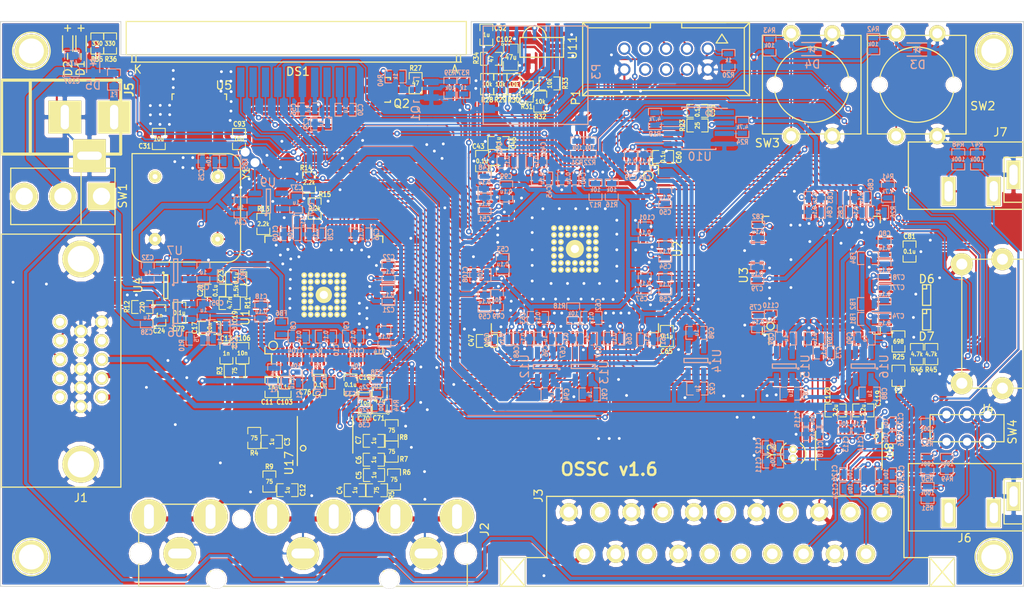
<source format=kicad_pcb>
(kicad_pcb (version 20171130) (host pcbnew "(5.0.2)-1")
  (layers (0 F.Cu signal) (31 B.Cu signal) (34 B.Paste user) (35 F.Paste user) (36 B.SilkS user) (37 F.SilkS user) (38 B.Mask user) (39 F.Mask user) (44 Edge.Cuts user))
  (net 0 "")
  (net 1 /fpga1/ASDO)
  (net 2 /fpga1/DATA0)
  (net 3 /fpga1/DCLK)
  (net 4 /fpga1/HDMITX_HSYNC)
  (net 5 /fpga1/HDMITX_INT_N)
  (net 6 /fpga1/HDMITX_PCLK)
  (net 7 /fpga1/HDMITX_R0)
  (net 8 /fpga1/HDMITX_R1)
  (net 9 /fpga1/HDMITX_R2)
  (net 10 /fpga1/HDMITX_R3)
  (net 11 /fpga1/HDMITX_R4)
  (net 12 /fpga1/HDMITX_R5)
  (net 13 /fpga1/HDMITX_R6)
  (net 14 /fpga1/HDMITX_R7)
  (net 15 /fpga1/HDMITX_VSYNC)
  (net 16 /fpga1/IR_RX)
  (net 17 /fpga1/LED0)
  (net 18 /fpga1/LED1)
  (net 19 /fpga1/SCL)
  (net 20 /fpga1/SDA)
  (net 21 /fpga1/SD_CLK)
  (net 22 /fpga1/SD_CMD)
  (net 23 /fpga1/SD_DAT0)
  (net 24 /fpga1/SD_DAT1)
  (net 25 /fpga1/SD_DAT2)
  (net 26 /fpga1/SD_DAT3)
  (net 27 /fpga1/TCK)
  (net 28 /fpga1/TDI)
  (net 29 /fpga1/TDO)
  (net 30 /fpga1/TMS)
  (net 31 /fpga1/VCCA)
  (net 32 /fpga1/VCCD_PLL)
  (net 33 /fpga1/VCCINT)
  (net 34 /fpga1/nCSO)
  (net 35 /hdmitx1/AVCC1V8)
  (net 36 /hdmitx1/AVDD3V3)
  (net 37 /hdmitx1/B0)
  (net 38 /hdmitx1/B1)
  (net 39 /hdmitx1/B2)
  (net 40 /hdmitx1/B3)
  (net 41 /hdmitx1/B4)
  (net 42 /hdmitx1/B5)
  (net 43 /hdmitx1/B6)
  (net 44 /hdmitx1/B7)
  (net 45 /hdmitx1/DDC_SCL)
  (net 46 /hdmitx1/DDC_SDA)
  (net 47 /hdmitx1/DE)
  (net 48 /hdmitx1/DVDD1V8)
  (net 49 /hdmitx1/DVDD3V3)
  (net 50 /hdmitx1/G0)
  (net 51 /hdmitx1/G1)
  (net 52 /hdmitx1/G2)
  (net 53 /hdmitx1/G3)
  (net 54 /hdmitx1/G4)
  (net 55 /hdmitx1/G5)
  (net 56 /hdmitx1/G6)
  (net 57 /hdmitx1/G7)
  (net 58 /hdmitx1/HPD)
  (net 59 /hdmitx1/TMDS_CLK+)
  (net 60 /hdmitx1/TMDS_CLK-)
  (net 61 /hdmitx1/TMDS_D0+)
  (net 62 /hdmitx1/TMDS_D0-)
  (net 63 /hdmitx1/TMDS_D1+)
  (net 64 /hdmitx1/TMDS_D1-)
  (net 65 /hdmitx1/TMDS_D2+)
  (net 66 /hdmitx1/TMDS_D2-)
  (net 67 /tvp_board1/AVDD)
  (net 68 /tvp_board1/B0)
  (net 69 /tvp_board1/B1)
  (net 70 /tvp_board1/B2)
  (net 71 /tvp_board1/B3)
  (net 72 /tvp_board1/B4)
  (net 73 /tvp_board1/B5)
  (net 74 /tvp_board1/B6)
  (net 75 /tvp_board1/B7)
  (net 76 /tvp_board1/DVDD)
  (net 77 /tvp_board1/FID)
  (net 78 /tvp_board1/G0)
  (net 79 /tvp_board1/G1)
  (net 80 /tvp_board1/G2)
  (net 81 /tvp_board1/G3)
  (net 82 /tvp_board1/G4)
  (net 83 /tvp_board1/G5)
  (net 84 /tvp_board1/G6)
  (net 85 /tvp_board1/G7)
  (net 86 /tvp_board1/HSYNC)
  (net 87 /tvp_board1/PCLK)
  (net 88 /tvp_board1/R0)
  (net 89 /tvp_board1/R1)
  (net 90 /tvp_board1/R2)
  (net 91 /tvp_board1/R3)
  (net 92 /tvp_board1/R4)
  (net 93 /tvp_board1/R5)
  (net 94 /tvp_board1/R6)
  (net 95 /tvp_board1/R7)
  (net 96 /tvp_board1/RGB1_B)
  (net 97 /tvp_board1/RGB1_G)
  (net 98 /tvp_board1/RGB1_R)
  (net 99 /tvp_board1/RGB1_S)
  (net 100 /tvp_board1/RGB2_B)
  (net 101 /tvp_board1/RGB2_G)
  (net 102 /tvp_board1/RGB2_R)
  (net 103 /tvp_board1/RGB3_B)
  (net 104 /tvp_board1/RGB3_G)
  (net 105 /tvp_board1/RGB3_R)
  (net 106 /tvp_board1/VSYNC)
  (net 107 GND)
  (net 108 "Net-(C1-Pad2)")
  (net 109 "Net-(C2-Pad2)")
  (net 110 "Net-(C3-Pad2)")
  (net 111 "Net-(C4-Pad2)")
  (net 112 "Net-(C5-Pad2)")
  (net 113 "Net-(C6-Pad2)")
  (net 114 "Net-(C7-Pad2)")
  (net 115 "Net-(C11-Pad2)")
  (net 116 "Net-(C12-Pad2)")
  (net 117 "Net-(C13-Pad2)")
  (net 118 "Net-(C15-Pad2)")
  (net 119 "Net-(C16-Pad2)")
  (net 120 "Net-(C17-Pad2)")
  (net 121 "Net-(C19-Pad1)")
  (net 122 "Net-(C19-Pad2)")
  (net 123 "Net-(C20-Pad2)")
  (net 124 "Net-(C24-Pad1)")
  (net 125 "Net-(C25-Pad1)")
  (net 126 "Net-(C29-Pad2)")
  (net 127 "Net-(C30-Pad1)")
  (net 128 "Net-(C30-Pad2)")
  (net 129 "Net-(C74-Pad1)")
  (net 130 "Net-(C77-Pad1)")
  (net 131 "Net-(C80-Pad1)")
  (net 132 "Net-(J1-Pad9)")
  (net 133 "Net-(J1-Pad4)")
  (net 134 "Net-(J1-Pad11)")
  (net 135 "Net-(J1-Pad12)")
  (net 136 "Net-(J1-Pad15)")
  (net 137 "Net-(P1-Pad6)")
  (net 138 "Net-(P1-Pad8)")
  (net 139 "Net-(R11-Pad2)")
  (net 140 "Net-(R16-Pad2)")
  (net 141 "Net-(R24-Pad1)")
  (net 142 "Net-(R25-Pad1)")
  (net 143 "Net-(R26-Pad1)")
  (net 144 "Net-(U1-Pad25)")
  (net 145 "Net-(U1-Pad37)")
  (net 146 "Net-(U1-Pad38)")
  (net 147 "Net-(U1-Pad51)")
  (net 148 "Net-(U1-Pad52)")
  (net 149 "Net-(U1-Pad64)")
  (net 150 "Net-(U1-Pad65)")
  (net 151 "Net-(D1-Pad1)")
  (net 152 "Net-(D2-Pad1)")
  (net 153 "Net-(J3-Pad3)")
  (net 154 "Net-(J3-Pad8)")
  (net 155 "Net-(J3-Pad10)")
  (net 156 "Net-(J3-Pad12)")
  (net 157 "Net-(J3-Pad16)")
  (net 158 "Net-(J3-Pad19)")
  (net 159 "Net-(J3-Pad1)")
  (net 160 "Net-(J4-Pad13)")
  (net 161 "Net-(P1-Pad7)")
  (net 162 "Net-(U3-Pad45)")
  (net 163 "Net-(Y1-Pad1)")
  (net 164 /fpga1/CLK27)
  (net 165 "Net-(R17-Pad1)")
  (net 166 "Net-(R18-Pad2)")
  (net 167 "Net-(R19-Pad1)")
  (net 168 "Net-(R23-Pad2)")
  (net 169 "Net-(DS1-Pad11)")
  (net 170 "Net-(U17-Pad1)")
  (net 171 "Net-(U17-Pad20)")
  (net 172 "Net-(F1-Pad1)")
  (net 173 /tvp_board1/RGB_12_G)
  (net 174 /tvp_board1/RGB_12_R)
  (net 175 "Net-(C76-Pad2)")
  (net 176 /tvp_board1/RGB_12_B)
  (net 177 "Net-(C100-Pad2)")
  (net 178 "Net-(C103-Pad2)")
  (net 179 "Net-(C104-Pad2)")
  (net 180 "Net-(C105-Pad2)")
  (net 181 /tvp_board1/RGB3_HS)
  (net 182 /tvp_board1/RGB3_VS)
  (net 183 /tvp_board1/RGB3_VS_B)
  (net 184 /tvp_board1/RGB3_HS_B)
  (net 185 "Net-(C106-Pad1)")
  (net 186 "Net-(C107-Pad1)")
  (net 187 /fpga1/LCD_CS_N)
  (net 188 /fpga1/LCD_RS)
  (net 189 /fpga1/BTN0)
  (net 190 /fpga1/BTN1)
  (net 191 "Net-(C23-Pad1)")
  (net 192 /tvp_board1/AVDD_F)
  (net 193 "Net-(C102-Pad1)")
  (net 194 "Net-(C33-Pad2)")
  (net 195 "Net-(C36-Pad1)")
  (net 196 /fpga1/RESET_N)
  (net 197 "Net-(Q1-Pad1)")
  (net 198 "Net-(Q1-Pad3)")
  (net 199 "Net-(Q2-Pad1)")
  (net 200 "Net-(Q2-Pad3)")
  (net 201 /fpga1/LCD_BLEN)
  (net 202 /hdmitx1/5V)
  (net 203 "Net-(MH1-Pad1)")
  (net 204 "Net-(MH2-Pad1)")
  (net 205 "Net-(MH3-Pad1)")
  (net 206 "Net-(MH4-Pad1)")
  (net 207 /hdmitx1/5V_FUSED)
  (net 208 "Net-(C111-Pad1)")
  (net 209 "Net-(C112-Pad1)")
  (net 210 /hdmitx1/AV2_AUD_R)
  (net 211 "Net-(C116-Pad2)")
  (net 212 /hdmitx1/AV1_AUD_R)
  (net 213 "Net-(C119-Pad1)")
  (net 214 "Net-(C120-Pad1)")
  (net 215 /hdmitx1/AV2_AUD_L)
  (net 216 "Net-(C121-Pad2)")
  (net 217 /hdmitx1/AV1_AUD_L)
  (net 218 "Net-(C123-Pad1)")
  (net 219 /hdmitx1/AV3_AUD_R)
  (net 220 "Net-(C124-Pad1)")
  (net 221 "Net-(C125-Pad1)")
  (net 222 /hdmitx1/AV3_AUD_L)
  (net 223 "Net-(C126-Pad1)")
  (net 224 "Net-(J4-Pad14)")
  (net 225 "Net-(J6-Pad3)")
  (net 226 "Net-(J6-Pad2)")
  (net 227 /hdmitx1/I2S_DATA)
  (net 228 /hdmitx1/I2S_WS)
  (net 229 /hdmitx1/I2S_BCK)
  (net 230 "Net-(U8-Pad5)")
  (net 231 "Net-(U8-Pad19)")
  (net 232 "Net-(U8-Pad20)")
  (net 233 "Net-(U8-Pad21)")
  (net 234 "Net-(U8-Pad22)")
  (net 235 "Net-(U8-Pad3)")
  (net 236 "Net-(U8-Pad4)")
  (module custom_components:TSSOP-30_4.4x7.8mm_Pitch0.5mm_Handsoldering (layer F.Cu) (at 110.622 69.23 270)
    (fp_text reference U8 (at 0 -4.95 270) (layer F.SilkS))
    (fp_text value PCM1862)
    (pad 16 smd rect (at 3 3.5 270) (size 1.2 0.3) (layers F.Cu F.Paste F.Mask) (net 228 /hdmitx1/I2S_WS))
    (pad 17 smd rect (at 3 3 270) (size 1.2 0.3) (layers F.Cu F.Paste F.Mask) (net 229 /hdmitx1/I2S_BCK))
    (pad 18 smd rect (at 3 2.5 270) (size 1.2 0.3) (layers F.Cu F.Paste F.Mask) (net 227 /hdmitx1/I2S_DATA))
    (pad 19 smd rect (at 3 2 270) (size 1.2 0.3) (layers F.Cu F.Paste F.Mask) (net 231 "Net-(U8-Pad19)"))
    (pad 20 smd rect (at 3 1.5 270) (size 1.2 0.3) (layers F.Cu F.Paste F.Mask) (net 232 "Net-(U8-Pad20)"))
    (pad 21 smd rect (at 3 1 270) (size 1.2 0.3) (layers F.Cu F.Paste F.Mask) (net 233 "Net-(U8-Pad21)"))
    (pad 22 smd rect (at 3 0.5 270) (size 1.2 0.3) (layers F.Cu F.Paste F.Mask) (net 234 "Net-(U8-Pad22)"))
    (pad 23 smd rect (at 3 0 270) (size 1.2 0.3) (layers F.Cu F.Paste F.Mask) (net 20 /fpga1/SDA))
    (pad 24 smd rect (at 3 -0.5 270) (size 1.2 0.3) (layers F.Cu F.Paste F.Mask) (net 19 /fpga1/SCL))
    (pad 25 smd rect (at 3 -1 270) (size 1.2 0.3) (layers F.Cu F.Paste F.Mask) (net 107 GND))
    (pad 26 smd rect (at 3 -1.5 270) (size 1.2 0.3) (layers F.Cu F.Paste F.Mask) (net 107 GND))
    (pad 27 smd rect (at 3 -2 270) (size 1.2 0.3) (layers F.Cu F.Paste F.Mask) (net 223 "Net-(C126-Pad1)"))
    (pad 28 smd rect (at 3 -2.5 270) (size 1.2 0.3) (layers F.Cu F.Paste F.Mask) (net 220 "Net-(C124-Pad1)"))
    (pad 29 smd rect (at 3 -3 270) (size 1.2 0.3) (layers F.Cu F.Paste F.Mask) (net 221 "Net-(C125-Pad1)"))
    (pad 30 smd rect (at 3 -3.5 270) (size 1.2 0.3) (layers F.Cu F.Paste F.Mask) (net 218 "Net-(C123-Pad1)"))
    (pad 1 smd rect (at -3 -3.5 270) (size 1.2 0.3) (layers F.Cu F.Paste F.Mask) (net 216 "Net-(C121-Pad2)"))
    (pad 2 smd rect (at -3 -3 270) (size 1.2 0.3) (layers F.Cu F.Paste F.Mask) (net 211 "Net-(C116-Pad2)"))
    (pad 3 smd rect (at -3 -2.5 270) (size 1.2 0.3) (layers F.Cu F.Paste F.Mask) (net 235 "Net-(U8-Pad3)"))
    (pad 4 smd rect (at -3 -2 270) (size 1.2 0.3) (layers F.Cu F.Paste F.Mask) (net 236 "Net-(U8-Pad4)"))
    (pad 5 smd rect (at -3 -1.5 270) (size 1.2 0.3) (layers F.Cu F.Paste F.Mask) (net 230 "Net-(U8-Pad5)"))
    (pad 6 smd rect (at -3 -1 270) (size 1.2 0.3) (layers F.Cu F.Paste F.Mask) (net 213 "Net-(C119-Pad1)"))
    (pad 7 smd rect (at -3 -0.5 270) (size 1.2 0.3) (layers F.Cu F.Paste F.Mask) (net 107 GND))
    (pad 8 smd rect (at -3 0 270) (size 1.2 0.3) (layers F.Cu F.Paste F.Mask) (net 36 /hdmitx1/AVDD3V3))
    (pad 9 smd rect (at -3 0.5 270) (size 1.2 0.3) (layers F.Cu F.Paste F.Mask) (net 208 "Net-(C111-Pad1)"))
    (pad 10 smd rect (at -3 1 270) (size 1.2 0.3) (layers F.Cu F.Paste F.Mask) (net 209 "Net-(C112-Pad1)"))
    (pad 11 smd rect (at -3 1.5 270) (size 1.2 0.3) (layers F.Cu F.Paste F.Mask) (net 214 "Net-(C120-Pad1)"))
    (pad 12 smd rect (at -3 2 270) (size 1.2 0.3) (layers F.Cu F.Paste F.Mask) (net 107 GND))
    (pad 13 smd rect (at -3 2.5 270) (size 1.2 0.3) (layers F.Cu F.Paste F.Mask) (net 49 /hdmitx1/DVDD3V3))
    (pad 14 smd rect (at -3 3 270) (size 1.2 0.3) (layers F.Cu F.Paste F.Mask) (net 49 /hdmitx1/DVDD3V3))
    (pad 15 smd rect (at -3 3.5 270) (size 1.2 0.3) (layers F.Cu F.Paste F.Mask) (net 107 GND))
  )
  (module custom_components:IRM-V5XX_TR1 (layer F.Cu) (at 73.2641 21.3605)
    (fp_text reference U11 (at 3.7465 -1.19634 90) (layer F.SilkS))
    (fp_text value IRM-V538/TR1)
    (pad 1 smd rect (at 1.7 0.5) (size 0.7 1.9) (layers F.Cu F.Paste F.Mask) (net 16 /fpga1/IR_RX))
    (pad 2 smd rect (at 0 0.5) (size 0.7 1.9) (layers F.Cu F.Paste F.Mask) (net 193 "Net-(C102-Pad1)"))
    (pad 3 smd rect (at -1.7 0.5) (size 0.7 1.9) (layers F.Cu F.Paste F.Mask) (net 107 GND))
    (pad 3 smd rect (at 1.68 -2.85) (size 1.4 1.9) (layers F.Cu F.Paste F.Mask) (net 107 GND))
  )
  (module Connect:VASCH5x2 (layer F.Cu) (at 88.4 21.59 180)
    (fp_text reference P1 (at 10.996 -4.661 270) (layer F.SilkS))
    (fp_text value JTAG_CONN)
    (pad 1 thru_hole circle (at -5.08 1.27 180) (size 1.50622 1.50622) (drill 0.99822) (layers *.Cu *.Mask) (net 27 /fpga1/TCK))
    (pad 2 thru_hole circle (at -5.08 -1.27 180) (size 1.50622 1.50622) (drill 0.99822) (layers *.Cu *.Mask) (net 107 GND))
    (pad 3 thru_hole circle (at -2.54 1.27 180) (size 1.50622 1.50622) (drill 0.99822) (layers *.Cu *.Mask) (net 29 /fpga1/TDO))
    (pad 4 thru_hole circle (at -2.54 -1.27 180) (size 1.50622 1.50622) (drill 0.99822) (layers *.Cu *.Mask) (net 31 /fpga1/VCCA))
    (pad 5 thru_hole circle (at 0 1.27 180) (size 1.50622 1.50622) (drill 0.99822) (layers *.Cu *.Mask) (net 30 /fpga1/TMS))
    (pad 6 thru_hole circle (at 0 -1.27 180) (size 1.50622 1.50622) (drill 0.99822) (layers *.Cu *.Mask) (net 137 "Net-(P1-Pad6)"))
    (pad 7 thru_hole circle (at 2.54 1.27 180) (size 1.50622 1.50622) (drill 0.99822) (layers *.Cu *.Mask) (net 161 "Net-(P1-Pad7)"))
    (pad 8 thru_hole circle (at 2.54 -1.27 180) (size 1.50622 1.50622) (drill 0.99822) (layers *.Cu *.Mask) (net 138 "Net-(P1-Pad8)"))
    (pad 9 thru_hole circle (at 5.08 1.27 180) (size 1.50622 1.50622) (drill 0.99822) (layers *.Cu *.Mask) (net 28 /fpga1/TDI))
    (pad 10 thru_hole circle (at 5.08 -1.27 180) (size 1.50622 1.50622) (drill 0.99822) (layers *.Cu *.Mask) (net 107 GND))
  )
  (module Connect:1pin (layer F.Cu) (at 11.13 20.6)
    (fp_text reference MH1 hide)
    (fp_text value CONN_1)
    (pad 1 thru_hole circle (at 0 0) (size 4.064 4.064) (drill 3.048) (layers *.Cu *.Mask F.SilkS) (net 203 "Net-(MH1-Pad1)"))
  )
  (module Connect:1pin (layer F.Cu) (at 11.13 82.2)
    (fp_text reference MH3 hide)
    (fp_text value CONN_1)
    (pad 1 thru_hole circle (at 0 0) (size 4.064 4.064) (drill 3.048) (layers *.Cu *.Mask F.SilkS) (net 205 "Net-(MH3-Pad1)"))
  )
  (module Connect:1pin (layer F.Cu) (at 128.3 82.2)
    (fp_text reference MH4 hide)
    (fp_text value CONN_1)
    (pad 1 thru_hole circle (at 0 0) (size 4.064 4.064) (drill 3.048) (layers *.Cu *.Mask F.SilkS) (net 206 "Net-(MH4-Pad1)"))
  )
  (module Connect:1pin (layer F.Cu) (at 128.3 20.6)
    (fp_text reference MH2 hide)
    (fp_text value CONN_1)
    (pad 1 thru_hole circle (at 0 0) (size 4.064 4.064) (drill 3.048) (layers *.Cu *.Mask F.SilkS) (net 204 "Net-(MH2-Pad1)"))
  )
  (module custom_components:ACHL-OSC (layer F.Cu) (at 29.9945 39.6993 270)
    (fp_text reference Y1 (at -4.191 -7.2898 270) (layer F.SilkS) (effects (font (size 0.8 0.8))))
    (fp_text value ACHL-27MHZ-EK)
    (pad 5 thru_hole circle (at 3.81 -3.81 270) (size 1.5 1.5) (drill 0.6) (layers *.Cu *.Mask F.SilkS) (net 164 /fpga1/CLK27))
    (pad 8 thru_hole circle (at -3.81 -3.81 270) (size 1.5 1.5) (drill 0.6) (layers *.Cu *.Mask F.SilkS) (net 125 "Net-(C25-Pad1)"))
    (pad 1 thru_hole circle (at -3.81 3.81 270) (size 1.5 1.5) (drill 0.6) (layers *.Cu *.Mask F.SilkS) (net 163 "Net-(Y1-Pad1)"))
    (pad 4 thru_hole circle (at 3.81 3.81 270) (size 1.5 1.5) (drill 0.6) (layers *.Cu *.Mask F.SilkS) (net 107 GND))
  )
  (module custom_components:SOT-23-5_Handsoldering (layer B.Cu) (at 28.702 47.3701 90)
    (fp_text reference U7 (at 2.4631 -0.112 180) (layer B.SilkS) (effects (justify mirror)))
    (fp_text value NCP703SN19T1G)
    (pad 1 smd rect (at -0.95 -1.65) (size 1.56 0.65) (layers B.Cu B.Paste B.Mask) (net 49 /hdmitx1/DVDD3V3))
    (pad 2 smd rect (at 0 -1.65) (size 1.56 0.65) (layers B.Cu B.Paste B.Mask) (net 107 GND))
    (pad 3 smd rect (at 0.95 -1.65) (size 1.56 0.65) (layers B.Cu B.Paste B.Mask) (net 49 /hdmitx1/DVDD3V3))
    (pad 4 smd rect (at 0.95 1.65) (size 1.56 0.65) (layers B.Cu B.Paste B.Mask))
    (pad 5 smd rect (at -0.95 1.65) (size 1.56 0.65) (layers B.Cu B.Paste B.Mask) (net 67 /tvp_board1/AVDD))
  )
  (module custom_components:SOT-23-5_Handsoldering (layer B.Cu) (at 39.986 38.862 90)
    (fp_text reference U9 (at 2.263 -0.05 180) (layer B.SilkS) (effects (justify mirror)))
    (fp_text value TLV70019)
    (pad 1 smd rect (at -0.95 -1.65) (size 1.56 0.65) (layers B.Cu B.Paste B.Mask) (net 49 /hdmitx1/DVDD3V3))
    (pad 2 smd rect (at 0 -1.65) (size 1.56 0.65) (layers B.Cu B.Paste B.Mask) (net 107 GND))
    (pad 3 smd rect (at 0.95 -1.65) (size 1.56 0.65) (layers B.Cu B.Paste B.Mask) (net 49 /hdmitx1/DVDD3V3))
    (pad 4 smd rect (at 0.95 1.65) (size 1.56 0.65) (layers B.Cu B.Paste B.Mask))
    (pad 5 smd rect (at -0.95 1.65) (size 1.56 0.65) (layers B.Cu B.Paste B.Mask) (net 76 /tvp_board1/DVDD))
  )
  (module custom_components:SOT-23-5_Handsoldering (layer B.Cu) (at 102.7938 58.9534 180)
    (fp_text reference U15 (at -2.55 -0.05 270) (layer B.SilkS) (effects (justify mirror)))
    (fp_text value TLV70018)
    (pad 1 smd rect (at -0.95 -1.65 90) (size 1.56 0.65) (layers B.Cu B.Paste B.Mask) (net 49 /hdmitx1/DVDD3V3))
    (pad 2 smd rect (at 0 -1.65 90) (size 1.56 0.65) (layers B.Cu B.Paste B.Mask) (net 107 GND))
    (pad 3 smd rect (at 0.95 -1.65 90) (size 1.56 0.65) (layers B.Cu B.Paste B.Mask) (net 49 /hdmitx1/DVDD3V3))
    (pad 4 smd rect (at 0.95 1.65 90) (size 1.56 0.65) (layers B.Cu B.Paste B.Mask))
    (pad 5 smd rect (at -0.95 1.65 90) (size 1.56 0.65) (layers B.Cu B.Paste B.Mask) (net 48 /hdmitx1/DVDD1V8))
  )
  (module custom_components:SOT-23-5_Handsoldering (layer B.Cu) (at 112.39 58.9534 180)
    (fp_text reference U16 (at -2.55 -0.05 270) (layer B.SilkS) (effects (justify mirror)))
    (fp_text value TLV70018)
    (pad 1 smd rect (at -0.95 -1.65 90) (size 1.56 0.65) (layers B.Cu B.Paste B.Mask) (net 49 /hdmitx1/DVDD3V3))
    (pad 2 smd rect (at 0 -1.65 90) (size 1.56 0.65) (layers B.Cu B.Paste B.Mask) (net 107 GND))
    (pad 3 smd rect (at 0.95 -1.65 90) (size 1.56 0.65) (layers B.Cu B.Paste B.Mask) (net 49 /hdmitx1/DVDD3V3))
    (pad 4 smd rect (at 0.95 1.65 90) (size 1.56 0.65) (layers B.Cu B.Paste B.Mask))
    (pad 5 smd rect (at -0.95 1.65 90) (size 1.56 0.65) (layers B.Cu B.Paste B.Mask) (net 35 /hdmitx1/AVCC1V8))
  )
  (module custom_components:SOT-23-5_Handsoldering (layer B.Cu) (at 28.702 52.324 90)
    (fp_text reference U6 (at -2.55 -0.05 180) (layer B.SilkS) (effects (justify mirror)))
    (fp_text value TLV70033)
    (pad 1 smd rect (at -0.95 -1.65) (size 1.56 0.65) (layers B.Cu B.Paste B.Mask) (net 202 /hdmitx1/5V))
    (pad 2 smd rect (at 0 -1.65) (size 1.56 0.65) (layers B.Cu B.Paste B.Mask) (net 107 GND))
    (pad 3 smd rect (at 0.95 -1.65) (size 1.56 0.65) (layers B.Cu B.Paste B.Mask) (net 202 /hdmitx1/5V))
    (pad 4 smd rect (at 0.95 1.65) (size 1.56 0.65) (layers B.Cu B.Paste B.Mask))
    (pad 5 smd rect (at -0.95 1.65) (size 1.56 0.65) (layers B.Cu B.Paste B.Mask) (net 36 /hdmitx1/AVDD3V3))
  )
  (module custom_components:SOT-23-5_Handsoldering (layer B.Cu) (at 73.7 59.0246 180)
    (fp_text reference U12 (at 2.514 0.035 270) (layer B.SilkS) (effects (justify mirror)))
    (fp_text value TLV70012)
    (pad 1 smd rect (at -0.95 -1.65 90) (size 1.56 0.65) (layers B.Cu B.Paste B.Mask) (net 49 /hdmitx1/DVDD3V3))
    (pad 2 smd rect (at 0 -1.65 90) (size 1.56 0.65) (layers B.Cu B.Paste B.Mask) (net 107 GND))
    (pad 3 smd rect (at 0.95 -1.65 90) (size 1.56 0.65) (layers B.Cu B.Paste B.Mask) (net 49 /hdmitx1/DVDD3V3))
    (pad 4 smd rect (at 0.95 1.65 90) (size 1.56 0.65) (layers B.Cu B.Paste B.Mask))
    (pad 5 smd rect (at -0.95 1.65 90) (size 1.56 0.65) (layers B.Cu B.Paste B.Mask) (net 33 /fpga1/VCCINT))
  )
  (module custom_components:SOT-23-5_Handsoldering (layer B.Cu) (at 78.306 59.0026 180)
    (fp_text reference U13 (at -2.55 -0.7004 270) (layer B.SilkS) (effects (justify mirror)))
    (fp_text value TLV70025)
    (pad 1 smd rect (at -0.95 -1.65 90) (size 1.56 0.65) (layers B.Cu B.Paste B.Mask) (net 49 /hdmitx1/DVDD3V3))
    (pad 2 smd rect (at 0 -1.65 90) (size 1.56 0.65) (layers B.Cu B.Paste B.Mask) (net 107 GND))
    (pad 3 smd rect (at 0.95 -1.65 90) (size 1.56 0.65) (layers B.Cu B.Paste B.Mask) (net 49 /hdmitx1/DVDD3V3))
    (pad 4 smd rect (at 0.95 1.65 90) (size 1.56 0.65) (layers B.Cu B.Paste B.Mask))
    (pad 5 smd rect (at -0.95 1.65 90) (size 1.56 0.65) (layers B.Cu B.Paste B.Mask) (net 31 /fpga1/VCCA))
  )
  (module custom_components:SOT-23-5_Handsoldering (layer B.Cu) (at 92.034 58.278 180)
    (fp_text reference U14 (at -2.55 -0.05 270) (layer B.SilkS) (effects (justify mirror)))
    (fp_text value TLV70012)
    (pad 1 smd rect (at -0.95 -1.65 90) (size 1.56 0.65) (layers B.Cu B.Paste B.Mask) (net 49 /hdmitx1/DVDD3V3))
    (pad 2 smd rect (at 0 -1.65 90) (size 1.56 0.65) (layers B.Cu B.Paste B.Mask) (net 107 GND))
    (pad 3 smd rect (at 0.95 -1.65 90) (size 1.56 0.65) (layers B.Cu B.Paste B.Mask) (net 49 /hdmitx1/DVDD3V3))
    (pad 4 smd rect (at 0.95 1.65 90) (size 1.56 0.65) (layers B.Cu B.Paste B.Mask))
    (pad 5 smd rect (at -0.95 1.65 90) (size 1.56 0.65) (layers B.Cu B.Paste B.Mask) (net 32 /fpga1/VCCD_PLL))
  )
  (module custom_components:DM3D-SF (layer B.Cu) (at 67.988 19.305)
    (fp_text reference P3 (at 11.9253 3.81 270) (layer B.SilkS) (effects (justify mirror)))
    (fp_text value mSD_CONN)
    (pad 6 smd rect (at 10.1 10.1) (size 1.5 1.9) (layers B.Cu B.Paste B.Mask) (net 107 GND))
    (pad 6 smd rect (at -1.4 8.35) (size 2 1) (layers B.Cu B.Paste B.Mask) (net 107 GND))
    (pad 1 smd rect (at 7.7 -0.875) (size 0.4 1.75) (layers B.Cu B.Paste B.Mask) (net 25 /fpga1/SD_DAT2))
    (pad 2 smd rect (at 6.6 -0.875) (size 0.4 1.75) (layers B.Cu B.Paste B.Mask) (net 26 /fpga1/SD_DAT3))
    (pad 3 smd rect (at 5.5 -0.875) (size 0.4 1.75) (layers B.Cu B.Paste B.Mask) (net 22 /fpga1/SD_CMD))
    (pad 4 smd rect (at 4.4 -0.875) (size 0.4 1.75) (layers B.Cu B.Paste B.Mask) (net 49 /hdmitx1/DVDD3V3))
    (pad 5 smd rect (at 3.3 -0.875) (size 0.4 1.75) (layers B.Cu B.Paste B.Mask) (net 21 /fpga1/SD_CLK))
    (pad 6 smd rect (at 2.2 -0.875) (size 0.4 1.75) (layers B.Cu B.Paste B.Mask) (net 107 GND))
    (pad 7 smd rect (at 1.1 -0.875) (size 0.4 1.75) (layers B.Cu B.Paste B.Mask) (net 23 /fpga1/SD_DAT0))
    (pad 8 smd rect (at 0 -0.875) (size 0.4 1.75) (layers B.Cu B.Paste B.Mask) (net 24 /fpga1/SD_DAT1))
  )
  (module custom_components:SOT-23-6_Handsoldering (layer F.Cu) (at 27.4933 49.2878 270)
    (fp_text reference U4 (at -0.1848 3.3683 90) (layer F.SilkS))
    (fp_text value SN74LVC2G17)
    (pad 5 smd rect (at 0 -1.65) (size 1.56 0.65) (layers F.Cu F.Paste F.Mask) (net 49 /hdmitx1/DVDD3V3))
    (pad 1 smd rect (at -0.95 1.65) (size 1.56 0.65) (layers F.Cu F.Paste F.Mask) (net 181 /tvp_board1/RGB3_HS))
    (pad 2 smd rect (at 0 1.65) (size 1.56 0.65) (layers F.Cu F.Paste F.Mask) (net 107 GND))
    (pad 3 smd rect (at 0.95 1.65) (size 1.56 0.65) (layers F.Cu F.Paste F.Mask) (net 124 "Net-(C24-Pad1)"))
    (pad 4 smd rect (at 0.95 -1.65) (size 1.56 0.65) (layers F.Cu F.Paste F.Mask) (net 183 /tvp_board1/RGB3_VS_B))
    (pad 6 smd rect (at -0.95 -1.65) (size 1.56 0.65) (layers F.Cu F.Paste F.Mask) (net 184 /tvp_board1/RGB3_HS_B))
  )
  (module custom_components:SOD-323_Handsoldering (layer B.Cu) (at 18.654 21.915 90)
    (fp_text reference D5 (at -2.8702 -0.0254) (layer B.SilkS) (effects (justify mirror)))
    (fp_text value SD05-7)
    (pad 1 smd rect (at -1.4 0 90) (size 1.4 0.45) (layers B.Cu B.Paste B.Mask) (net 186 "Net-(C107-Pad1)"))
    (pad 2 smd rect (at 1.4 0 90) (size 1.4 0.45) (layers B.Cu B.Paste B.Mask) (net 107 GND))
  )
  (module custom_components:VGA_CONN (layer F.Cu) (at 17.1555 59.2954 270)
    (fp_text reference J1 (at 15.70228 -0.00508) (layer F.SilkS))
    (fp_text value VGA)
    (pad 8 thru_hole circle (at 0 0 270) (size 1.6 1.6) (drill 1) (layers *.Cu *.Mask F.SilkS) (net 107 GND))
    (pad 9 thru_hole circle (at -2.29 0 270) (size 1.6 1.6) (drill 1) (layers *.Cu *.Mask F.SilkS) (net 132 "Net-(J1-Pad9)"))
    (pad 10 thru_hole circle (at -4.58 0 270) (size 1.6 1.6) (drill 1) (layers *.Cu *.Mask F.SilkS) (net 107 GND))
    (pad 1 thru_hole circle (at 3.44 -2.54 270) (size 1.6 1.6) (drill 1) (layers *.Cu *.Mask F.SilkS) (net 105 /tvp_board1/RGB3_R))
    (pad 2 thru_hole circle (at 1.15 -2.54 270) (size 1.6 1.6) (drill 1) (layers *.Cu *.Mask F.SilkS) (net 104 /tvp_board1/RGB3_G))
    (pad 3 thru_hole circle (at -1.14 -2.54 270) (size 1.6 1.6) (drill 1) (layers *.Cu *.Mask F.SilkS) (net 103 /tvp_board1/RGB3_B))
    (pad 4 thru_hole circle (at -3.43 -2.54 270) (size 1.6 1.6) (drill 1) (layers *.Cu *.Mask F.SilkS) (net 133 "Net-(J1-Pad4)"))
    (pad 5 thru_hole circle (at -5.72 -2.54 270) (size 1.6 1.6) (drill 1) (layers *.Cu *.Mask F.SilkS) (net 107 GND))
    (pad 6 thru_hole circle (at 4.58 0 270) (size 1.6 1.6) (drill 1) (layers *.Cu *.Mask F.SilkS) (net 107 GND))
    (pad 7 thru_hole circle (at 2.29 0 270) (size 1.6 1.6) (drill 1) (layers *.Cu *.Mask F.SilkS) (net 107 GND))
    (pad 11 thru_hole circle (at 3.44 2.54 270) (size 1.6 1.6) (drill 1) (layers *.Cu *.Mask F.SilkS) (net 134 "Net-(J1-Pad11)"))
    (pad 12 thru_hole circle (at 1.15 2.54 270) (size 1.6 1.6) (drill 1) (layers *.Cu *.Mask F.SilkS) (net 135 "Net-(J1-Pad12)"))
    (pad 13 thru_hole circle (at -1.14 2.54 270) (size 1.6 1.6) (drill 1) (layers *.Cu *.Mask F.SilkS) (net 181 /tvp_board1/RGB3_HS))
    (pad 14 thru_hole circle (at -3.43 2.54 270) (size 1.6 1.6) (drill 1) (layers *.Cu *.Mask F.SilkS) (net 182 /tvp_board1/RGB3_VS))
    (pad 15 thru_hole circle (at -5.72 2.54 270) (size 1.6 1.6) (drill 1) (layers *.Cu *.Mask F.SilkS) (net 136 "Net-(J1-Pad15)"))
    (pad 10 thru_hole circle (at 11.62 0 270) (size 4.5 4.5) (drill 3.2) (layers *.Cu *.Mask F.SilkS) (net 107 GND))
    (pad 10 thru_hole circle (at -13.38 0 270) (size 4.5 4.5) (drill 3.2) (layers *.Cu *.Mask F.SilkS) (net 107 GND))
  )
  (module custom_components:SOT-223_Handsoldering (layer F.Cu) (at 31.577 27.656)
    (fp_text reference U5 (at 2.987 -2.876) (layer F.SilkS))
    (fp_text value AP7361C)
    (pad 2 smd rect (at 0 3.6) (size 1.2 2.4) (layers F.Cu F.Paste F.Mask) (net 107 GND))
    (pad 1 smd rect (at -2.3 3.6) (size 1.2 2.4) (layers F.Cu F.Paste F.Mask) (net 202 /hdmitx1/5V))
    (pad 3 smd rect (at 2.3 3.6) (size 1.2 2.4) (layers F.Cu F.Paste F.Mask) (net 49 /hdmitx1/DVDD3V3))
    (pad 2 smd rect (at 0 -3.6) (size 3.3 2.4) (layers F.Cu F.Paste F.Mask) (net 107 GND))
  )
  (module Housings_SOT-23_SOT-143_TSOT-6:SOT-23_Handsoldering (layer B.Cu) (at 58.316 25.317 270)
    (fp_text reference Q1 (at 2.862 0.404 270) (layer B.SilkS) (effects (justify mirror)))
    (fp_text value BC847)
    (pad 1 smd rect (at -0.95 -1.50114 270) (size 0.8001 1.80086) (layers B.Cu B.Paste B.Mask) (net 197 "Net-(Q1-Pad1)"))
    (pad 2 smd rect (at 0.95 -1.50114 270) (size 0.8001 1.80086) (layers B.Cu B.Paste B.Mask) (net 107 GND))
    (pad 3 smd rect (at 0 1.50114 270) (size 0.8001 1.80086) (layers B.Cu B.Paste B.Mask) (net 198 "Net-(Q1-Pad3)"))
  )
  (module Housings_SOT-23_SOT-143_TSOT-6:SOT-23_Handsoldering (layer F.Cu) (at 54.193 25.329 270)
    (fp_text reference Q2 (at 1.676 -2.012) (layer F.SilkS))
    (fp_text value BC857)
    (pad 1 smd rect (at -0.95 1.50114 270) (size 0.8001 1.80086) (layers F.Cu F.Paste F.Mask) (net 199 "Net-(Q2-Pad1)"))
    (pad 2 smd rect (at 0.95 1.50114 270) (size 0.8001 1.80086) (layers F.Cu F.Paste F.Mask) (net 49 /hdmitx1/DVDD3V3))
    (pad 3 smd rect (at 0 -1.50114 270) (size 0.8001 1.80086) (layers F.Cu F.Paste F.Mask) (net 200 "Net-(Q2-Pad3)"))
  )
  (module custom_components:TSSOP-20_4.4x6.5mm_Pitch0.65mm_Handsoldering (layer F.Cu) (at 46.888 67.324 90)
    (fp_text reference U17 (at -3.451 -4.384 90) (layer F.SilkS))
    (fp_text value THS7353)
    (pad 1 smd rect (at -3.22 -2.925 90) (size 2 0.4) (layers F.Cu F.Paste F.Mask) (net 170 "Net-(U17-Pad1)"))
    (pad 2 smd rect (at -3.22 -2.275 90) (size 2 0.4) (layers F.Cu F.Paste F.Mask) (net 116 "Net-(C12-Pad2)"))
    (pad 3 smd rect (at -3.22 -1.625 90) (size 2 0.4) (layers F.Cu F.Paste F.Mask) (net 110 "Net-(C3-Pad2)"))
    (pad 4 smd rect (at -3.22 -0.975 90) (size 2 0.4) (layers F.Cu F.Paste F.Mask) (net 111 "Net-(C4-Pad2)"))
    (pad 5 smd rect (at -3.22 -0.325 90) (size 2 0.4) (layers F.Cu F.Paste F.Mask) (net 112 "Net-(C5-Pad2)"))
    (pad 6 smd rect (at -3.22 0.325 90) (size 2 0.4) (layers F.Cu F.Paste F.Mask) (net 113 "Net-(C6-Pad2)"))
    (pad 7 smd rect (at -3.22 0.975 90) (size 2 0.4) (layers F.Cu F.Paste F.Mask) (net 114 "Net-(C7-Pad2)"))
    (pad 8 smd rect (at -3.22 1.625 90) (size 2 0.4) (layers F.Cu F.Paste F.Mask) (net 107 GND))
    (pad 9 smd rect (at -3.22 2.275 90) (size 2 0.4) (layers F.Cu F.Paste F.Mask) (net 107 GND))
    (pad 10 smd rect (at -3.22 2.925 90) (size 2 0.4) (layers F.Cu F.Paste F.Mask) (net 107 GND))
    (pad 11 smd rect (at 3.22 2.925 90) (size 2 0.4) (layers F.Cu F.Paste F.Mask) (net 36 /hdmitx1/AVDD3V3))
    (pad 12 smd rect (at 3.22 2.275 90) (size 2 0.4) (layers F.Cu F.Paste F.Mask) (net 195 "Net-(C36-Pad1)"))
    (pad 13 smd rect (at 3.22 1.625 90) (size 2 0.4) (layers F.Cu F.Paste F.Mask) (net 194 "Net-(C33-Pad2)"))
    (pad 14 smd rect (at 3.22 0.975 90) (size 2 0.4) (layers F.Cu F.Paste F.Mask) (net 176 /tvp_board1/RGB_12_B))
    (pad 15 smd rect (at 3.22 0.325 90) (size 2 0.4) (layers F.Cu F.Paste F.Mask) (net 176 /tvp_board1/RGB_12_B))
    (pad 16 smd rect (at 3.22 -0.325 90) (size 2 0.4) (layers F.Cu F.Paste F.Mask) (net 174 /tvp_board1/RGB_12_R))
    (pad 17 smd rect (at 3.22 -0.975 90) (size 2 0.4) (layers F.Cu F.Paste F.Mask) (net 174 /tvp_board1/RGB_12_R))
    (pad 18 smd rect (at 3.22 -1.625 90) (size 2 0.4) (layers F.Cu F.Paste F.Mask) (net 173 /tvp_board1/RGB_12_G))
    (pad 19 smd rect (at 3.22 -2.275 90) (size 2 0.4) (layers F.Cu F.Paste F.Mask) (net 173 /tvp_board1/RGB_12_G))
    (pad 20 smd rect (at 3.22 -2.925 90) (size 2 0.4) (layers F.Cu F.Paste F.Mask) (net 171 "Net-(U17-Pad20)"))
  )
  (module custom_components:TQFP-100_custom (layer F.Cu) (at 107.3 47.9 90)
    (fp_text reference U3 (at 0 -9.45 90) (layer F.SilkS))
    (fp_text value IT6613)
    (pad 1 smd rect (at -7.8 -6 90) (size 1.6 0.3) (layers F.Cu F.Paste F.Mask) (net 47 /hdmitx1/DE))
    (pad 2 smd rect (at -7.8 -5.5 90) (size 1.6 0.3) (layers F.Cu F.Paste F.Mask) (net 4 /fpga1/HDMITX_HSYNC))
    (pad 3 smd rect (at -7.8 -5 90) (size 1.6 0.3) (layers F.Cu F.Paste F.Mask) (net 15 /fpga1/HDMITX_VSYNC))
    (pad 4 smd rect (at -7.8 -4.5 90) (size 1.6 0.3) (layers F.Cu F.Paste F.Mask) (net 107 GND))
    (pad 5 smd rect (at -7.8 -4 90) (size 1.6 0.3) (layers F.Cu F.Paste F.Mask) (net 107 GND))
    (pad 6 smd rect (at -7.8 -3.5 90) (size 1.6 0.3) (layers F.Cu F.Paste F.Mask) (net 107 GND))
    (pad 7 smd rect (at -7.8 -3 90) (size 1.6 0.3) (layers F.Cu F.Paste F.Mask) (net 107 GND))
    (pad 8 smd rect (at -7.8 -2.5 90) (size 1.6 0.3) (layers F.Cu F.Paste F.Mask) (net 107 GND))
    (pad 9 smd rect (at -7.8 -2 90) (size 1.6 0.3) (layers F.Cu F.Paste F.Mask) (net 227 /hdmitx1/I2S_DATA))
    (pad 10 smd rect (at -7.8 -1.5 90) (size 1.6 0.3) (layers F.Cu F.Paste F.Mask) (net 228 /hdmitx1/I2S_WS))
    (pad 11 smd rect (at -7.8 -1 90) (size 1.6 0.3) (layers F.Cu F.Paste F.Mask) (net 229 /hdmitx1/I2S_BCK))
    (pad 12 smd rect (at -7.8 -0.5 90) (size 1.6 0.3) (layers F.Cu F.Paste F.Mask) (net 48 /hdmitx1/DVDD1V8))
    (pad 13 smd rect (at -7.8 0 90) (size 1.6 0.3) (layers F.Cu F.Paste F.Mask) (net 107 GND))
    (pad 14 smd rect (at -7.8 0.5 90) (size 1.6 0.3) (layers F.Cu F.Paste F.Mask) (net 49 /hdmitx1/DVDD3V3))
    (pad 15 smd rect (at -7.8 1 90) (size 1.6 0.3) (layers F.Cu F.Paste F.Mask) (net 107 GND))
    (pad 16 smd rect (at -7.8 1.5 90) (size 1.6 0.3) (layers F.Cu F.Paste F.Mask) (net 107 GND))
    (pad 17 smd rect (at -7.8 2 90) (size 1.6 0.3) (layers F.Cu F.Paste F.Mask) (net 107 GND))
    (pad 18 smd rect (at -7.8 2.5 90) (size 1.6 0.3) (layers F.Cu F.Paste F.Mask) (net 107 GND))
    (pad 19 smd rect (at -7.8 3 90) (size 1.6 0.3) (layers F.Cu F.Paste F.Mask) (net 107 GND))
    (pad 20 smd rect (at -7.8 3.5 90) (size 1.6 0.3) (layers F.Cu F.Paste F.Mask) (net 107 GND))
    (pad 21 smd rect (at -7.8 4 90) (size 1.6 0.3) (layers F.Cu F.Paste F.Mask) (net 107 GND))
    (pad 22 smd rect (at -7.8 4.5 90) (size 1.6 0.3) (layers F.Cu F.Paste F.Mask) (net 107 GND))
    (pad 23 smd rect (at -7.8 5 90) (size 1.6 0.3) (layers F.Cu F.Paste F.Mask) (net 107 GND))
    (pad 24 smd rect (at -7.8 5.5 90) (size 1.6 0.3) (layers F.Cu F.Paste F.Mask) (net 5 /fpga1/HDMITX_INT_N))
    (pad 25 smd rect (at -7.8 6 90) (size 1.6 0.3) (layers F.Cu F.Paste F.Mask) (net 196 /fpga1/RESET_N))
    (pad 26 smd rect (at -6 7.8 180) (size 1.6 0.3) (layers F.Cu F.Paste F.Mask) (net 107 GND))
    (pad 27 smd rect (at -5.5 7.8 180) (size 1.6 0.3) (layers F.Cu F.Paste F.Mask) (net 142 "Net-(R25-Pad1)"))
    (pad 28 smd rect (at -5 7.8 180) (size 1.6 0.3) (layers F.Cu F.Paste F.Mask) (net 129 "Net-(C74-Pad1)"))
    (pad 29 smd rect (at -4.5 7.8 180) (size 1.6 0.3) (layers F.Cu F.Paste F.Mask) (net 107 GND))
    (pad 30 smd rect (at -4 7.8 180) (size 1.6 0.3) (layers F.Cu F.Paste F.Mask) (net 60 /hdmitx1/TMDS_CLK-))
    (pad 31 smd rect (at -3.5 7.8 180) (size 1.6 0.3) (layers F.Cu F.Paste F.Mask) (net 59 /hdmitx1/TMDS_CLK+))
    (pad 32 smd rect (at -3 7.8 180) (size 1.6 0.3) (layers F.Cu F.Paste F.Mask) (net 130 "Net-(C77-Pad1)"))
    (pad 33 smd rect (at -2.5 7.8 180) (size 1.6 0.3) (layers F.Cu F.Paste F.Mask) (net 62 /hdmitx1/TMDS_D0-))
    (pad 34 smd rect (at -2 7.8 180) (size 1.6 0.3) (layers F.Cu F.Paste F.Mask) (net 61 /hdmitx1/TMDS_D0+))
    (pad 35 smd rect (at -1.5 7.8 180) (size 1.6 0.3) (layers F.Cu F.Paste F.Mask) (net 107 GND))
    (pad 36 smd rect (at -1 7.8 180) (size 1.6 0.3) (layers F.Cu F.Paste F.Mask) (net 64 /hdmitx1/TMDS_D1-))
    (pad 37 smd rect (at -0.5 7.8 180) (size 1.6 0.3) (layers F.Cu F.Paste F.Mask) (net 63 /hdmitx1/TMDS_D1+))
    (pad 38 smd rect (at 0 7.8 180) (size 1.6 0.3) (layers F.Cu F.Paste F.Mask) (net 130 "Net-(C77-Pad1)"))
    (pad 39 smd rect (at 0.5 7.8 180) (size 1.6 0.3) (layers F.Cu F.Paste F.Mask) (net 66 /hdmitx1/TMDS_D2-))
    (pad 40 smd rect (at 1 7.8 180) (size 1.6 0.3) (layers F.Cu F.Paste F.Mask) (net 65 /hdmitx1/TMDS_D2+))
    (pad 41 smd rect (at 1.5 7.8 180) (size 1.6 0.3) (layers F.Cu F.Paste F.Mask) (net 107 GND))
    (pad 42 smd rect (at 2 7.8 180) (size 1.6 0.3) (layers F.Cu F.Paste F.Mask) (net 131 "Net-(C80-Pad1)"))
    (pad 43 smd rect (at 2.5 7.8 180) (size 1.6 0.3) (layers F.Cu F.Paste F.Mask) (net 107 GND))
    (pad 44 smd rect (at 3 7.8 180) (size 1.6 0.3) (layers F.Cu F.Paste F.Mask) (net 36 /hdmitx1/AVDD3V3))
    (pad 45 smd rect (at 3.5 7.8 180) (size 1.6 0.3) (layers F.Cu F.Paste F.Mask) (net 162 "Net-(U3-Pad45)"))
    (pad 46 smd rect (at 4 7.8 180) (size 1.6 0.3) (layers F.Cu F.Paste F.Mask) (net 45 /hdmitx1/DDC_SCL))
    (pad 47 smd rect (at 4.5 7.8 180) (size 1.6 0.3) (layers F.Cu F.Paste F.Mask) (net 46 /hdmitx1/DDC_SDA))
    (pad 48 smd rect (at 5 7.8 180) (size 1.6 0.3) (layers F.Cu F.Paste F.Mask) (net 19 /fpga1/SCL))
    (pad 49 smd rect (at 5.5 7.8 180) (size 1.6 0.3) (layers F.Cu F.Paste F.Mask) (net 20 /fpga1/SDA))
    (pad 50 smd rect (at 6 7.8 180) (size 1.6 0.3) (layers F.Cu F.Paste F.Mask) (net 107 GND))
    (pad 51 smd rect (at 7.8 6 90) (size 1.6 0.3) (layers F.Cu F.Paste F.Mask) (net 58 /hdmitx1/HPD))
    (pad 52 smd rect (at 7.8 5.5 90) (size 1.6 0.3) (layers F.Cu F.Paste F.Mask) (net 143 "Net-(R26-Pad1)"))
    (pad 53 smd rect (at 7.8 5 90) (size 1.6 0.3) (layers F.Cu F.Paste F.Mask) (net 49 /hdmitx1/DVDD3V3))
    (pad 54 smd rect (at 7.8 4.5 90) (size 1.6 0.3) (layers F.Cu F.Paste F.Mask) (net 107 GND))
    (pad 55 smd rect (at 7.8 4 90) (size 1.6 0.3) (layers F.Cu F.Paste F.Mask) (net 48 /hdmitx1/DVDD1V8))
    (pad 56 smd rect (at 7.8 3.5 90) (size 1.6 0.3) (layers F.Cu F.Paste F.Mask) (net 14 /fpga1/HDMITX_R7))
    (pad 57 smd rect (at 7.8 3 90) (size 1.6 0.3) (layers F.Cu F.Paste F.Mask) (net 13 /fpga1/HDMITX_R6))
    (pad 58 smd rect (at 7.8 2.5 90) (size 1.6 0.3) (layers F.Cu F.Paste F.Mask) (net 12 /fpga1/HDMITX_R5))
    (pad 59 smd rect (at 7.8 2 90) (size 1.6 0.3) (layers F.Cu F.Paste F.Mask) (net 11 /fpga1/HDMITX_R4))
    (pad 60 smd rect (at 7.8 1.5 90) (size 1.6 0.3) (layers F.Cu F.Paste F.Mask) (net 10 /fpga1/HDMITX_R3))
    (pad 61 smd rect (at 7.8 1 90) (size 1.6 0.3) (layers F.Cu F.Paste F.Mask) (net 9 /fpga1/HDMITX_R2))
    (pad 62 smd rect (at 7.8 0.5 90) (size 1.6 0.3) (layers F.Cu F.Paste F.Mask) (net 8 /fpga1/HDMITX_R1))
    (pad 63 smd rect (at 7.8 0 90) (size 1.6 0.3) (layers F.Cu F.Paste F.Mask) (net 7 /fpga1/HDMITX_R0))
    (pad 64 smd rect (at 7.8 -0.5 90) (size 1.6 0.3) (layers F.Cu F.Paste F.Mask) (net 48 /hdmitx1/DVDD1V8))
    (pad 65 smd rect (at 7.8 -1 90) (size 1.6 0.3) (layers F.Cu F.Paste F.Mask) (net 107 GND))
    (pad 66 smd rect (at 7.8 -1.5 90) (size 1.6 0.3) (layers F.Cu F.Paste F.Mask) (net 49 /hdmitx1/DVDD3V3))
    (pad 67 smd rect (at 7.8 -2 90) (size 1.6 0.3) (layers F.Cu F.Paste F.Mask) (net 107 GND))
    (pad 68 smd rect (at 7.8 -2.5 90) (size 1.6 0.3) (layers F.Cu F.Paste F.Mask) (net 107 GND))
    (pad 69 smd rect (at 7.8 -3 90) (size 1.6 0.3) (layers F.Cu F.Paste F.Mask) (net 107 GND))
    (pad 70 smd rect (at 7.8 -3.5 90) (size 1.6 0.3) (layers F.Cu F.Paste F.Mask) (net 107 GND))
    (pad 71 smd rect (at 7.8 -4 90) (size 1.6 0.3) (layers F.Cu F.Paste F.Mask) (net 57 /hdmitx1/G7))
    (pad 72 smd rect (at 7.8 -4.5 90) (size 1.6 0.3) (layers F.Cu F.Paste F.Mask) (net 56 /hdmitx1/G6))
    (pad 73 smd rect (at 7.8 -5 90) (size 1.6 0.3) (layers F.Cu F.Paste F.Mask) (net 55 /hdmitx1/G5))
    (pad 74 smd rect (at 7.8 -5.5 90) (size 1.6 0.3) (layers F.Cu F.Paste F.Mask) (net 54 /hdmitx1/G4))
    (pad 75 smd rect (at 7.8 -6 90) (size 1.6 0.3) (layers F.Cu F.Paste F.Mask) (net 53 /hdmitx1/G3))
    (pad 76 smd rect (at 6 -7.8 180) (size 1.6 0.3) (layers F.Cu F.Paste F.Mask) (net 48 /hdmitx1/DVDD1V8))
    (pad 77 smd rect (at 5.5 -7.8 180) (size 1.6 0.3) (layers F.Cu F.Paste F.Mask) (net 52 /hdmitx1/G2))
    (pad 78 smd rect (at 5 -7.8 180) (size 1.6 0.3) (layers F.Cu F.Paste F.Mask) (net 51 /hdmitx1/G1))
    (pad 79 smd rect (at 4.5 -7.8 180) (size 1.6 0.3) (layers F.Cu F.Paste F.Mask) (net 50 /hdmitx1/G0))
    (pad 80 smd rect (at 4 -7.8 180) (size 1.6 0.3) (layers F.Cu F.Paste F.Mask) (net 107 GND))
    (pad 81 smd rect (at 3.5 -7.8 180) (size 1.6 0.3) (layers F.Cu F.Paste F.Mask) (net 107 GND))
    (pad 82 smd rect (at 3 -7.8 180) (size 1.6 0.3) (layers F.Cu F.Paste F.Mask) (net 107 GND))
    (pad 83 smd rect (at 2.5 -7.8 180) (size 1.6 0.3) (layers F.Cu F.Paste F.Mask) (net 107 GND))
    (pad 84 smd rect (at 2 -7.8 180) (size 1.6 0.3) (layers F.Cu F.Paste F.Mask) (net 44 /hdmitx1/B7))
    (pad 85 smd rect (at 1.5 -7.8 180) (size 1.6 0.3) (layers F.Cu F.Paste F.Mask) (net 43 /hdmitx1/B6))
    (pad 86 smd rect (at 1 -7.8 180) (size 1.6 0.3) (layers F.Cu F.Paste F.Mask) (net 42 /hdmitx1/B5))
    (pad 87 smd rect (at 0.5 -7.8 180) (size 1.6 0.3) (layers F.Cu F.Paste F.Mask) (net 107 GND))
    (pad 88 smd rect (at 0 -7.8 180) (size 1.6 0.3) (layers F.Cu F.Paste F.Mask) (net 6 /fpga1/HDMITX_PCLK))
    (pad 89 smd rect (at -0.5 -7.8 180) (size 1.6 0.3) (layers F.Cu F.Paste F.Mask) (net 49 /hdmitx1/DVDD3V3))
    (pad 90 smd rect (at -1 -7.8 180) (size 1.6 0.3) (layers F.Cu F.Paste F.Mask) (net 41 /hdmitx1/B4))
    (pad 91 smd rect (at -1.5 -7.8 180) (size 1.6 0.3) (layers F.Cu F.Paste F.Mask) (net 40 /hdmitx1/B3))
    (pad 92 smd rect (at -2 -7.8 180) (size 1.6 0.3) (layers F.Cu F.Paste F.Mask) (net 39 /hdmitx1/B2))
    (pad 93 smd rect (at -2.5 -7.8 180) (size 1.6 0.3) (layers F.Cu F.Paste F.Mask) (net 38 /hdmitx1/B1))
    (pad 94 smd rect (at -3 -7.8 180) (size 1.6 0.3) (layers F.Cu F.Paste F.Mask) (net 37 /hdmitx1/B0))
    (pad 95 smd rect (at -3.5 -7.8 180) (size 1.6 0.3) (layers F.Cu F.Paste F.Mask) (net 107 GND))
    (pad 96 smd rect (at -4 -7.8 180) (size 1.6 0.3) (layers F.Cu F.Paste F.Mask) (net 107 GND))
    (pad 97 smd rect (at -4.5 -7.8 180) (size 1.6 0.3) (layers F.Cu F.Paste F.Mask) (net 107 GND))
    (pad 98 smd rect (at -5 -7.8 180) (size 1.6 0.3) (layers F.Cu F.Paste F.Mask) (net 107 GND))
    (pad 99 smd rect (at -5.5 -7.8 180) (size 1.6 0.3) (layers F.Cu F.Paste F.Mask) (net 48 /hdmitx1/DVDD1V8))
    (pad 100 smd rect (at -6 -7.8 180) (size 1.6 0.3) (layers F.Cu F.Paste F.Mask) (net 107 GND))
  )
  (module custom_components:SCART_CONN (layer F.Cu) (at 112.7546 81.8212)
    (fp_text reference J3 (at -39.8886 -7.0922 90) (layer F.SilkS))
    (fp_text value SCART-F)
    (pad 2 thru_hole circle (at 0 0) (size 2.2 2.2) (drill 1.3) (layers *.Cu *.Mask F.SilkS) (net 212 /hdmitx1/AV1_AUD_R))
    (pad 3 thru_hole circle (at -1.905 -5.08) (size 2.2 2.2) (drill 1.3) (layers *.Cu *.Mask F.SilkS) (net 153 "Net-(J3-Pad3)"))
    (pad 4 thru_hole circle (at -3.81 0) (size 2.2 2.2) (drill 1.3) (layers *.Cu *.Mask F.SilkS) (net 107 GND))
    (pad 5 thru_hole circle (at -5.715 -5.08) (size 2.2 2.2) (drill 1.3) (layers *.Cu *.Mask F.SilkS) (net 107 GND))
    (pad 6 thru_hole circle (at -7.62 0) (size 2.2 2.2) (drill 1.3) (layers *.Cu *.Mask F.SilkS) (net 217 /hdmitx1/AV1_AUD_L))
    (pad 7 thru_hole circle (at -9.525 -5.08) (size 2.2 2.2) (drill 1.3) (layers *.Cu *.Mask F.SilkS) (net 96 /tvp_board1/RGB1_B))
    (pad 8 thru_hole circle (at -11.43 0) (size 2.2 2.2) (drill 1.3) (layers *.Cu *.Mask F.SilkS) (net 154 "Net-(J3-Pad8)"))
    (pad 9 thru_hole circle (at -13.335 -5.08) (size 2.2 2.2) (drill 1.3) (layers *.Cu *.Mask F.SilkS) (net 107 GND))
    (pad 10 thru_hole circle (at -15.24 0) (size 2.2 2.2) (drill 1.3) (layers *.Cu *.Mask F.SilkS) (net 155 "Net-(J3-Pad10)"))
    (pad 11 thru_hole circle (at -17.145 -5.08) (size 2.2 2.2) (drill 1.3) (layers *.Cu *.Mask F.SilkS) (net 97 /tvp_board1/RGB1_G))
    (pad 12 thru_hole circle (at -19.05 0) (size 2.2 2.2) (drill 1.3) (layers *.Cu *.Mask F.SilkS) (net 156 "Net-(J3-Pad12)"))
    (pad 13 thru_hole circle (at -20.955 -5.08) (size 2.2 2.2) (drill 1.3) (layers *.Cu *.Mask F.SilkS) (net 107 GND))
    (pad 20 thru_hole circle (at -34.29 0) (size 2.2 2.2) (drill 1.3) (layers *.Cu *.Mask F.SilkS) (net 99 /tvp_board1/RGB1_S))
    (pad 15 thru_hole circle (at -24.765 -5.08) (size 2.2 2.2) (drill 1.3) (layers *.Cu *.Mask F.SilkS) (net 98 /tvp_board1/RGB1_R))
    (pad 14 thru_hole circle (at -22.86 0) (size 2.2 2.2) (drill 1.3) (layers *.Cu *.Mask F.SilkS) (net 107 GND))
    (pad 17 thru_hole circle (at -28.575 -5.08) (size 2.2 2.2) (drill 1.3) (layers *.Cu *.Mask F.SilkS) (net 107 GND))
    (pad 16 thru_hole circle (at -26.67 0) (size 2.2 2.2) (drill 1.3) (layers *.Cu *.Mask F.SilkS) (net 157 "Net-(J3-Pad16)"))
    (pad 19 thru_hole circle (at -32.385 -5.08) (size 2.2 2.2) (drill 1.3) (layers *.Cu *.Mask F.SilkS) (net 158 "Net-(J3-Pad19)"))
    (pad 18 thru_hole circle (at -30.48 0) (size 2.2 2.2) (drill 1.3) (layers *.Cu *.Mask F.SilkS) (net 107 GND))
    (pad 21 thru_hole circle (at -36.195 -5.08) (size 2.2 2.2) (drill 1.3) (layers *.Cu *.Mask F.SilkS) (net 107 GND))
    (pad 1 thru_hole circle (at 1.905 -5.08) (size 2.2 2.2) (drill 1.3) (layers *.Cu *.Mask F.SilkS) (net 159 "Net-(J3-Pad1)"))
  )
  (module custom_components:SW_PUSH-SKHCBFA010 (layer F.Cu) (at 106.131 24.7 90)
    (fp_text reference SW3 (at -7.106 -5.395 180) (layer F.SilkS))
    (fp_text value SW_PUSH)
    (pad 1 thru_hole circle (at 6.25 -2.5 90) (size 2 2) (drill 1.2) (layers *.Cu *.Mask F.SilkS) (net 190 /fpga1/BTN1))
    (pad 2 thru_hole circle (at 6.25 2.5 90) (size 2 2) (drill 1.2) (layers *.Cu *.Mask F.SilkS) (net 107 GND))
    (pad 1 thru_hole circle (at -6.25 -2.5 90) (size 2 2) (drill 1.2) (layers *.Cu *.Mask F.SilkS) (net 190 /fpga1/BTN1))
    (pad 2 thru_hole circle (at -6.25 2.5 90) (size 2 2) (drill 1.2) (layers *.Cu *.Mask F.SilkS) (net 107 GND))
    (pad "" thru_hole circle (at 0 4.5 90) (size 1.7 1.7) (drill 1.7) (layers *.Cu *.Mask F.SilkS))
    (pad "" thru_hole circle (at 0 -4.5 90) (size 1.7 1.7) (drill 1.7) (layers *.Cu *.Mask F.SilkS))
  )
  (module custom_components:SW_PUSH-SKHCBFA010 (layer F.Cu) (at 118.918 24.7 90)
    (fp_text reference SW2 (at -2.597 8.041 180) (layer F.SilkS))
    (fp_text value SW_PUSH)
    (pad 1 thru_hole circle (at 6.25 -2.5 90) (size 2 2) (drill 1.2) (layers *.Cu *.Mask F.SilkS) (net 189 /fpga1/BTN0))
    (pad 2 thru_hole circle (at 6.25 2.5 90) (size 2 2) (drill 1.2) (layers *.Cu *.Mask F.SilkS) (net 107 GND))
    (pad 1 thru_hole circle (at -6.25 -2.5 90) (size 2 2) (drill 1.2) (layers *.Cu *.Mask F.SilkS) (net 189 /fpga1/BTN0))
    (pad 2 thru_hole circle (at -6.25 2.5 90) (size 2 2) (drill 1.2) (layers *.Cu *.Mask F.SilkS) (net 107 GND))
    (pad "" thru_hole circle (at 0 4.5 90) (size 1.7 1.7) (drill 1.7) (layers *.Cu *.Mask F.SilkS))
    (pad "" thru_hole circle (at 0 -4.5 90) (size 1.7 1.7) (drill 1.7) (layers *.Cu *.Mask F.SilkS))
  )
  (module custom_components:SOIC-8_3.9x4.9mm_Pitch1.27mm_Handsoldering (layer B.Cu) (at 92.3903 30.0092 180)
    (fp_text reference U10 (at -0.1127 -3.4348 180) (layer B.SilkS) (effects (justify mirror)))
    (fp_text value S25FL216K)
    (pad 1 smd rect (at -3.1 1.905 180) (size 2.35 0.6) (layers B.Cu B.Paste B.Mask) (net 34 /fpga1/nCSO))
    (pad 2 smd rect (at -3.1 0.635 180) (size 2.35 0.6) (layers B.Cu B.Paste B.Mask) (net 168 "Net-(R23-Pad2)"))
    (pad 3 smd rect (at -3.1 -0.635 180) (size 2.35 0.6) (layers B.Cu B.Paste B.Mask) (net 141 "Net-(R24-Pad1)"))
    (pad 4 smd rect (at -3.1 -1.905 180) (size 2.35 0.6) (layers B.Cu B.Paste B.Mask) (net 107 GND))
    (pad 5 smd rect (at 3.1 -1.905 180) (size 2.35 0.6) (layers B.Cu B.Paste B.Mask) (net 1 /fpga1/ASDO))
    (pad 6 smd rect (at 3.1 -0.635 180) (size 2.35 0.6) (layers B.Cu B.Paste B.Mask) (net 3 /fpga1/DCLK))
    (pad 7 smd rect (at 3.1 0.635 180) (size 2.35 0.6) (layers B.Cu B.Paste B.Mask) (net 167 "Net-(R19-Pad1)"))
    (pad 8 smd rect (at 3.1 1.905 180) (size 2.35 0.6) (layers B.Cu B.Paste B.Mask) (net 49 /hdmitx1/DVDD3V3))
  )
  (module custom_components:3xRCA_CONN (layer F.Cu) (at 44.196 81.7762)
    (fp_text reference J2 (at 22.113 -2.9242 90) (layer F.SilkS))
    (fp_text value 3XRCA_CONN)
    (pad "" thru_hole circle (at 7.5 -4.2) (size 2 2) (drill 2) (layers *.Cu *.Mask F.SilkS))
    (pad "" thru_hole circle (at -7.5 -4.2) (size 2 2) (drill 2) (layers *.Cu *.Mask F.SilkS))
    (pad "" thru_hole circle (at -10.53338 3.14452) (size 2.3 2.3) (drill 2.3) (layers *.Cu *.Mask F.SilkS))
    (pad "" thru_hole circle (at 10.53338 3.14452) (size 2.3 2.3) (drill 2.3) (layers *.Cu *.Mask F.SilkS))
    (pad 2 thru_hole circle (at 11.25 -4.5) (size 4.2 4.2) (drill oval 1.2 3) (layers *.Cu *.Mask F.SilkS) (net 100 /tvp_board1/RGB2_B))
    (pad 2 thru_hole circle (at 18.75 -4.5) (size 4.2 4.2) (drill oval 1.2 3) (layers *.Cu *.Mask F.SilkS) (net 100 /tvp_board1/RGB2_B))
    (pad 3 thru_hole circle (at -18.75 -4.5) (size 4.2 4.2) (drill oval 1.2 3) (layers *.Cu *.Mask F.SilkS) (net 102 /tvp_board1/RGB2_R))
    (pad 3 thru_hole circle (at -11.25 -4.5) (size 4.2 4.2) (drill oval 1.2 3) (layers *.Cu *.Mask F.SilkS) (net 102 /tvp_board1/RGB2_R))
    (pad 4 thru_hole circle (at -15 0) (size 4 4) (drill oval 2.82 1.2) (layers *.Cu *.Mask F.SilkS) (net 107 GND))
    (pad 4 thru_hole circle (at 0 0) (size 4 4) (drill oval 2.82 1.2) (layers *.Cu *.Mask F.SilkS) (net 107 GND))
    (pad 4 thru_hole circle (at 15 0) (size 4 4) (drill oval 2.82 1.2) (layers *.Cu *.Mask F.SilkS) (net 107 GND))
    (pad "" thru_hole oval (at 19.8 0) (size 2.5 2.5) (drill 2.5) (layers *.Cu *.Mask F.SilkS))
    (pad "" thru_hole oval (at -19.8 0) (size 2.5 2.5) (drill 2.5) (layers *.Cu *.Mask F.SilkS))
    (pad 1 thru_hole circle (at 3.75 -4.5) (size 4.2 4.2) (drill oval 1.2 3) (layers *.Cu *.Mask F.SilkS) (net 101 /tvp_board1/RGB2_G))
    (pad 1 thru_hole circle (at -3.75 -4.5) (size 4.2 4.2) (drill oval 1.2 3) (layers *.Cu *.Mask F.SilkS) (net 101 /tvp_board1/RGB2_G))
  )
  (module custom_components:BARREL_JACK_roundconn (layer F.Cu) (at 15.002 28.649)
    (fp_text reference J5 (at 8.029 -3.332 90) (layer F.SilkS) (effects (font (size 1.016 1.016) (thickness 0.2032))))
    (fp_text value 5VDC_IN hide)
    (pad 1 thru_hole rect (at 6.20014 0) (size 4 4) (drill oval 1 3) (layers *.Cu *.Mask F.SilkS) (net 172 "Net-(F1-Pad1)"))
    (pad 2 thru_hole rect (at 0.20066 0) (size 4 4) (drill oval 1 3) (layers *.Cu *.Mask F.SilkS) (net 107 GND))
    (pad 3 thru_hole rect (at 3.2004 4.699) (size 4 4) (drill oval 3 1) (layers *.Cu *.Mask F.SilkS) (net 107 GND))
  )
  (module custom_components:LED-0603 (layer F.Cu) (at 17.179 19.545 90)
    (fp_text reference D1 (at -3.14 -0.076 90) (layer F.SilkS))
    (fp_text value LEDR)
    (pad 1 smd rect (at 0.7493 0 270) (size 0.79756 0.79756) (layers F.Cu F.Paste F.Mask) (net 151 "Net-(D1-Pad1)"))
    (pad 2 smd rect (at -0.7493 0 270) (size 0.79756 0.79756) (layers F.Cu F.Paste F.Mask) (net 107 GND))
  )
  (module custom_components:LED-0603 (layer F.Cu) (at 15.549 19.545 90)
    (fp_text reference D2 (at -3.178 0.03 90) (layer F.SilkS))
    (fp_text value LEDG)
    (pad 1 smd rect (at 0.7493 0 270) (size 0.79756 0.79756) (layers F.Cu F.Paste F.Mask) (net 152 "Net-(D2-Pad1)"))
    (pad 2 smd rect (at -0.7493 0 270) (size 0.79756 0.79756) (layers F.Cu F.Paste F.Mask) (net 107 GND))
  )
  (module custom_components:SM0805_libcms (layer F.Cu) (at 69.494 21.361 270)
    (fp_text reference C102 (at -2.169 0.802) (layer F.SilkS) (effects (font (size 0.5842 0.508) (thickness 0.127))))
    (fp_text value 47u (at 0 0) (layer F.SilkS) (effects (font (size 0.5842 0.508) (thickness 0.127))))
    (pad 1 smd rect (at -0.9525 0 270) (size 0.889 1.397) (layers F.Cu F.Paste F.Mask) (net 193 "Net-(C102-Pad1)"))
    (pad 2 smd rect (at 0.9525 0 270) (size 0.889 1.397) (layers F.Cu F.Paste F.Mask) (net 107 GND))
  )
  (module custom_components:SM0805_libcms (layer F.Cu) (at 53.538 63.155 90)
    (fp_text reference C71 (at -2.141 -0.118 180) (layer F.SilkS) (effects (font (size 0.5842 0.508) (thickness 0.127))))
    (fp_text value 47u (at 0 0 180) (layer F.SilkS) (effects (font (size 0.5842 0.508) (thickness 0.127))))
    (pad 1 smd rect (at -0.9525 0 90) (size 0.889 1.397) (layers F.Cu F.Paste F.Mask) (net 36 /hdmitx1/AVDD3V3))
    (pad 2 smd rect (at 0.9525 0 90) (size 0.889 1.397) (layers F.Cu F.Paste F.Mask) (net 107 GND))
  )
  (module custom_components:SM0805_libcms (layer B.Cu) (at 16.071 22.106 90)
    (fp_text reference C107 (at -2.159 0) (layer B.SilkS) (effects (font (size 0.5842 0.508) (thickness 0.127)) (justify mirror)))
    (fp_text value 47u (at 0 0) (layer B.SilkS) (effects (font (size 0.5842 0.508) (thickness 0.127)) (justify mirror)))
    (pad 1 smd rect (at -0.9525 0 90) (size 0.889 1.397) (layers B.Cu B.Paste B.Mask) (net 186 "Net-(C107-Pad1)"))
    (pad 2 smd rect (at 0.9525 0 90) (size 0.889 1.397) (layers B.Cu B.Paste B.Mask) (net 107 GND))
  )
  (module custom_components:SM0603_Resistor_libcms (layer B.Cu) (at 40.6886 59.9812 90)
    (fp_text reference R1 (at -1.8288 0) (layer B.SilkS) (effects (font (size 0.5842 0.508) (thickness 0.127)) (justify mirror)))
    (fp_text value 75 (at 0 0) (layer B.SilkS) (effects (font (size 0.508 0.4572) (thickness 0.1143)) (justify mirror)))
    (pad 1 smd rect (at -0.762 0 90) (size 0.635 1.143) (layers B.Cu B.Paste B.Mask) (net 105 /tvp_board1/RGB3_R))
    (pad 2 smd rect (at 0.762 0 90) (size 0.635 1.143) (layers B.Cu B.Paste B.Mask) (net 107 GND))
  )
  (module custom_components:SM0603_Resistor_libcms (layer B.Cu) (at 46.06 58.938 90)
    (fp_text reference R2 (at 1.788 0.011) (layer B.SilkS) (effects (font (size 0.5842 0.508) (thickness 0.127)) (justify mirror)))
    (fp_text value 75 (at 0 0) (layer B.SilkS) (effects (font (size 0.508 0.4572) (thickness 0.1143)) (justify mirror)))
    (pad 1 smd rect (at -0.762 0 90) (size 0.635 1.143) (layers B.Cu B.Paste B.Mask) (net 103 /tvp_board1/RGB3_B))
    (pad 2 smd rect (at 0.762 0 90) (size 0.635 1.143) (layers B.Cu B.Paste B.Mask) (net 107 GND))
  )
  (module custom_components:SM0603_Resistor_libcms (layer F.Cu) (at 38.2629 67.7155 90)
    (fp_text reference R4 (at -1.8288 0 180) (layer F.SilkS) (effects (font (size 0.5842 0.508) (thickness 0.127))))
    (fp_text value 75 (at 0 0 180) (layer F.SilkS) (effects (font (size 0.508 0.4572) (thickness 0.1143))))
    (pad 1 smd rect (at -0.762 0 90) (size 0.635 1.143) (layers F.Cu F.Paste F.Mask) (net 102 /tvp_board1/RGB2_R))
    (pad 2 smd rect (at 0.762 0 90) (size 0.635 1.143) (layers F.Cu F.Paste F.Mask) (net 107 GND))
  )
  (module custom_components:SM0603_Resistor_libcms (layer F.Cu) (at 53.1727 74.0782)
    (fp_text reference R5 (at 1.8133 0.5638 90) (layer F.SilkS) (effects (font (size 0.5842 0.508) (thickness 0.127))))
    (fp_text value 75 (at 0 0 90) (layer F.SilkS) (effects (font (size 0.508 0.4572) (thickness 0.1143))))
    (pad 1 smd rect (at -0.762 0) (size 0.635 1.143) (layers F.Cu F.Paste F.Mask) (net 100 /tvp_board1/RGB2_B))
    (pad 2 smd rect (at 0.762 0) (size 0.635 1.143) (layers F.Cu F.Paste F.Mask) (net 107 GND))
  )
  (module custom_components:SM0603_Resistor_libcms (layer F.Cu) (at 55.2809 72.7701 270)
    (fp_text reference R6 (at -0.8781 -1.5391) (layer F.SilkS) (effects (font (size 0.5842 0.508) (thickness 0.127))))
    (fp_text value 75 (at 0 0) (layer F.SilkS) (effects (font (size 0.508 0.4572) (thickness 0.1143))))
    (pad 1 smd rect (at -0.762 0 270) (size 0.635 1.143) (layers F.Cu F.Paste F.Mask) (net 97 /tvp_board1/RGB1_G))
    (pad 2 smd rect (at 0.762 0 270) (size 0.635 1.143) (layers F.Cu F.Paste F.Mask) (net 107 GND))
  )
  (module custom_components:SM0603_Resistor_libcms (layer F.Cu) (at 55.0015 69.3665 90)
    (fp_text reference R7 (at -0.9205 1.4775 180) (layer F.SilkS) (effects (font (size 0.5842 0.508) (thickness 0.127))))
    (fp_text value 75 (at 0 0 180) (layer F.SilkS) (effects (font (size 0.508 0.4572) (thickness 0.1143))))
    (pad 1 smd rect (at -0.762 0 90) (size 0.635 1.143) (layers F.Cu F.Paste F.Mask) (net 98 /tvp_board1/RGB1_R))
    (pad 2 smd rect (at 0.762 0 90) (size 0.635 1.143) (layers F.Cu F.Paste F.Mask) (net 107 GND))
  )
  (module custom_components:SM0603_Resistor_libcms (layer F.Cu) (at 54.997 66.785 90)
    (fp_text reference R8 (at -0.845 1.447 180) (layer F.SilkS) (effects (font (size 0.5842 0.508) (thickness 0.127))))
    (fp_text value 75 (at 0 0 180) (layer F.SilkS) (effects (font (size 0.508 0.4572) (thickness 0.1143))))
    (pad 1 smd rect (at -0.762 0 90) (size 0.635 1.143) (layers F.Cu F.Paste F.Mask) (net 96 /tvp_board1/RGB1_B))
    (pad 2 smd rect (at 0.762 0 90) (size 0.635 1.143) (layers F.Cu F.Paste F.Mask) (net 107 GND))
  )
  (module custom_components:SM0603_Resistor_libcms (layer F.Cu) (at 40.104 73.015 90)
    (fp_text reference R9 (at 1.814 -0.008 180) (layer F.SilkS) (effects (font (size 0.5842 0.508) (thickness 0.127))))
    (fp_text value 75 (at 0 0 180) (layer F.SilkS) (effects (font (size 0.508 0.4572) (thickness 0.1143))))
    (pad 1 smd rect (at -0.762 0 90) (size 0.635 1.143) (layers F.Cu F.Paste F.Mask) (net 101 /tvp_board1/RGB2_G))
    (pad 2 smd rect (at 0.762 0 90) (size 0.635 1.143) (layers F.Cu F.Paste F.Mask) (net 107 GND))
  )
  (module custom_components:SM0603_Resistor_libcms (layer B.Cu) (at 31.242 55.626)
    (fp_text reference R10 (at -1.798 0.808 270) (layer B.SilkS) (effects (font (size 0.5842 0.508) (thickness 0.127)) (justify mirror)))
    (fp_text value 75 (at 0 0 270) (layer B.SilkS) (effects (font (size 0.508 0.4572) (thickness 0.1143)) (justify mirror)))
    (pad 1 smd rect (at -0.762 0) (size 0.635 1.143) (layers B.Cu B.Paste B.Mask) (net 107 GND))
    (pad 2 smd rect (at 0.762 0) (size 0.635 1.143) (layers B.Cu B.Paste B.Mask) (net 104 /tvp_board1/RGB3_G))
  )
  (module custom_components:SM0603_Resistor_libcms (layer F.Cu) (at 36.063 49.779)
    (fp_text reference R11 (at 1.417 1.468 90) (layer F.SilkS) (effects (font (size 0.5842 0.508) (thickness 0.127))))
    (fp_text value 1.5k (at 0 0 90) (layer F.SilkS) (effects (font (size 0.508 0.4572) (thickness 0.1143))))
    (pad 1 smd rect (at -0.762 0) (size 0.635 1.143) (layers F.Cu F.Paste F.Mask) (net 123 "Net-(C20-Pad2)"))
    (pad 2 smd rect (at 0.762 0) (size 0.635 1.143) (layers F.Cu F.Paste F.Mask) (net 139 "Net-(R11-Pad2)"))
  )
  (module custom_components:SM0603_Resistor_libcms (layer F.Cu) (at 24.6358 51.7643 180)
    (fp_text reference R12 (at 1.8668 0.0323 270) (layer F.SilkS) (effects (font (size 0.5842 0.508) (thickness 0.127))))
    (fp_text value 220 (at 0 0 270) (layer F.SilkS) (effects (font (size 0.508 0.4572) (thickness 0.1143))))
    (pad 1 smd rect (at -0.762 0 180) (size 0.635 1.143) (layers F.Cu F.Paste F.Mask) (net 124 "Net-(C24-Pad1)"))
    (pad 2 smd rect (at 0.762 0 180) (size 0.635 1.143) (layers F.Cu F.Paste F.Mask) (net 182 /tvp_board1/RGB3_VS))
  )
  (module custom_components:SM0603_Resistor_libcms (layer F.Cu) (at 39.37 41.656 270)
    (fp_text reference R13 (at -1.8288 0) (layer F.SilkS) (effects (font (size 0.5842 0.508) (thickness 0.127))))
    (fp_text value 2.2k (at 0 0) (layer F.SilkS) (effects (font (size 0.508 0.4572) (thickness 0.1143))))
    (pad 1 smd rect (at -0.762 0 270) (size 0.635 1.143) (layers F.Cu F.Paste F.Mask) (net 20 /fpga1/SDA))
    (pad 2 smd rect (at 0.762 0 270) (size 0.635 1.143) (layers F.Cu F.Paste F.Mask) (net 49 /hdmitx1/DVDD3V3))
  )
  (module custom_components:SM0603_Resistor_libcms (layer F.Cu) (at 44.931 36.606 90)
    (fp_text reference R14 (at 1.783 -0.359 180) (layer F.SilkS) (effects (font (size 0.5842 0.508) (thickness 0.127))))
    (fp_text value 2.2k (at 0 0 180) (layer F.SilkS) (effects (font (size 0.508 0.4572) (thickness 0.1143))))
    (pad 1 smd rect (at -0.762 0 90) (size 0.635 1.143) (layers F.Cu F.Paste F.Mask) (net 49 /hdmitx1/DVDD3V3))
    (pad 2 smd rect (at 0.762 0 90) (size 0.635 1.143) (layers F.Cu F.Paste F.Mask) (net 19 /fpga1/SCL))
  )
  (module custom_components:SM0603_Resistor_libcms (layer F.Cu) (at 45.6162 39.7755 270)
    (fp_text reference R15 (at -1.7165 -1.2468) (layer F.SilkS) (effects (font (size 0.5842 0.508) (thickness 0.127))))
    (fp_text value 2.2k (at 0 0) (layer F.SilkS) (effects (font (size 0.508 0.4572) (thickness 0.1143))))
    (pad 1 smd rect (at -0.762 0 270) (size 0.635 1.143) (layers F.Cu F.Paste F.Mask) (net 196 /fpga1/RESET_N))
    (pad 2 smd rect (at 0.762 0 270) (size 0.635 1.143) (layers F.Cu F.Paste F.Mask) (net 107 GND))
  )
  (module custom_components:SM0603_Resistor_libcms (layer B.Cu) (at 81.788 37.4904 90)
    (fp_text reference R16 (at -1.8288 0) (layer B.SilkS) (effects (font (size 0.5842 0.508) (thickness 0.127)) (justify mirror)))
    (fp_text value 10k (at 0 0) (layer B.SilkS) (effects (font (size 0.508 0.4572) (thickness 0.1143)) (justify mirror)))
    (pad 1 smd rect (at -0.762 0 90) (size 0.635 1.143) (layers B.Cu B.Paste B.Mask) (net 49 /hdmitx1/DVDD3V3))
    (pad 2 smd rect (at 0.762 0 90) (size 0.635 1.143) (layers B.Cu B.Paste B.Mask) (net 140 "Net-(R16-Pad2)"))
  )
  (module custom_components:SM0603_Resistor_libcms (layer B.Cu) (at 79.8068 37.4904 270)
    (fp_text reference R17 (at 1.8596 0.0098 180) (layer B.SilkS) (effects (font (size 0.5842 0.508) (thickness 0.127)) (justify mirror)))
    (fp_text value 10k (at 0 0 180) (layer B.SilkS) (effects (font (size 0.508 0.4572) (thickness 0.1143)) (justify mirror)))
    (pad 1 smd rect (at -0.762 0 270) (size 0.635 1.143) (layers B.Cu B.Paste B.Mask) (net 165 "Net-(R17-Pad1)"))
    (pad 2 smd rect (at 0.762 0 270) (size 0.635 1.143) (layers B.Cu B.Paste B.Mask) (net 49 /hdmitx1/DVDD3V3))
  )
  (module custom_components:SM0603_Resistor_libcms (layer B.Cu) (at 77.089 52.5526 270)
    (fp_text reference R18 (at -0.9116 1.666 180) (layer B.SilkS) (effects (font (size 0.5842 0.508) (thickness 0.127)) (justify mirror)))
    (fp_text value 10k (at 0 0 180) (layer B.SilkS) (effects (font (size 0.508 0.4572) (thickness 0.1143)) (justify mirror)))
    (pad 1 smd rect (at -0.762 0 270) (size 0.635 1.143) (layers B.Cu B.Paste B.Mask) (net 49 /hdmitx1/DVDD3V3))
    (pad 2 smd rect (at 0.762 0 270) (size 0.635 1.143) (layers B.Cu B.Paste B.Mask) (net 166 "Net-(R18-Pad2)"))
  )
  (module custom_components:SM0603_Resistor_libcms (layer B.Cu) (at 87.0436 28.8662 90)
    (fp_text reference R19 (at -1.8288 0) (layer B.SilkS) (effects (font (size 0.5842 0.508) (thickness 0.127)) (justify mirror)))
    (fp_text value 4.7k (at 0 0) (layer B.SilkS) (effects (font (size 0.508 0.4572) (thickness 0.1143)) (justify mirror)))
    (pad 1 smd rect (at -0.762 0 90) (size 0.635 1.143) (layers B.Cu B.Paste B.Mask) (net 167 "Net-(R19-Pad1)"))
    (pad 2 smd rect (at 0.762 0 90) (size 0.635 1.143) (layers B.Cu B.Paste B.Mask) (net 49 /hdmitx1/DVDD3V3))
  )
  (module custom_components:SM0603_Resistor_libcms (layer B.Cu) (at 96 21.7 90)
    (fp_text reference R20 (at -1.8288 0) (layer B.SilkS) (effects (font (size 0.5842 0.508) (thickness 0.127)) (justify mirror)))
    (fp_text value 1k (at 0 0) (layer B.SilkS) (effects (font (size 0.508 0.4572) (thickness 0.1143)) (justify mirror)))
    (pad 1 smd rect (at -0.762 0 90) (size 0.635 1.143) (layers B.Cu B.Paste B.Mask) (net 107 GND))
    (pad 2 smd rect (at 0.762 0 90) (size 0.635 1.143) (layers B.Cu B.Paste B.Mask) (net 27 /fpga1/TCK))
  )
  (module custom_components:SM0603_Resistor_libcms (layer B.Cu) (at 77.567 32.349 90)
    (fp_text reference R21 (at -1.8288 0) (layer B.SilkS) (effects (font (size 0.5842 0.508) (thickness 0.127)) (justify mirror)))
    (fp_text value 10k (at 0 0) (layer B.SilkS) (effects (font (size 0.508 0.4572) (thickness 0.1143)) (justify mirror)))
    (pad 1 smd rect (at -0.762 0 90) (size 0.635 1.143) (layers B.Cu B.Paste B.Mask) (net 31 /fpga1/VCCA))
    (pad 2 smd rect (at 0.762 0 90) (size 0.635 1.143) (layers B.Cu B.Paste B.Mask) (net 30 /fpga1/TMS))
  )
  (module custom_components:SM0603_Resistor_libcms (layer B.Cu) (at 79.116 32.349 90)
    (fp_text reference R22 (at -1.8288 0) (layer B.SilkS) (effects (font (size 0.5842 0.508) (thickness 0.127)) (justify mirror)))
    (fp_text value 10k (at 0 0) (layer B.SilkS) (effects (font (size 0.508 0.4572) (thickness 0.1143)) (justify mirror)))
    (pad 1 smd rect (at -0.762 0 90) (size 0.635 1.143) (layers B.Cu B.Paste B.Mask) (net 31 /fpga1/VCCA))
    (pad 2 smd rect (at 0.762 0 90) (size 0.635 1.143) (layers B.Cu B.Paste B.Mask) (net 28 /fpga1/TDI))
  )
  (module custom_components:SM0603_Resistor_libcms (layer F.Cu) (at 92.2252 29.6663)
    (fp_text reference R23 (at -1.8288 0 90) (layer F.SilkS) (effects (font (size 0.5842 0.508) (thickness 0.127))))
    (fp_text value 25 (at 0 0 90) (layer F.SilkS) (effects (font (size 0.508 0.4572) (thickness 0.1143))))
    (pad 1 smd rect (at -0.762 0) (size 0.635 1.143) (layers F.Cu F.Paste F.Mask) (net 2 /fpga1/DATA0))
    (pad 2 smd rect (at 0.762 0) (size 0.635 1.143) (layers F.Cu F.Paste F.Mask) (net 168 "Net-(R23-Pad2)"))
  )
  (module custom_components:SM0603_Resistor_libcms (layer B.Cu) (at 97.6862 29.8568 90)
    (fp_text reference R24 (at -1.8288 0) (layer B.SilkS) (effects (font (size 0.5842 0.508) (thickness 0.127)) (justify mirror)))
    (fp_text value 4.7k (at 0 0) (layer B.SilkS) (effects (font (size 0.508 0.4572) (thickness 0.1143)) (justify mirror)))
    (pad 1 smd rect (at -0.762 0 90) (size 0.635 1.143) (layers B.Cu B.Paste B.Mask) (net 141 "Net-(R24-Pad1)"))
    (pad 2 smd rect (at 0.762 0 90) (size 0.635 1.143) (layers B.Cu B.Paste B.Mask) (net 49 /hdmitx1/DVDD3V3))
  )
  (module custom_components:SM0603_Resistor_libcms (layer F.Cu) (at 116.693 55.961 270)
    (fp_text reference R25 (at 1.886 -0.019) (layer F.SilkS) (effects (font (size 0.5842 0.508) (thickness 0.127))))
    (fp_text value 698 (at 0 0) (layer F.SilkS) (effects (font (size 0.508 0.4572) (thickness 0.1143))))
    (pad 1 smd rect (at -0.762 0 270) (size 0.635 1.143) (layers F.Cu F.Paste F.Mask) (net 142 "Net-(R25-Pad1)"))
    (pad 2 smd rect (at 0.762 0 270) (size 0.635 1.143) (layers F.Cu F.Paste F.Mask) (net 35 /hdmitx1/AVCC1V8))
  )
  (module custom_components:SM0603_Resistor_libcms (layer B.Cu) (at 114.2 40.2)
    (fp_text reference R26 (at 1.878 -0.002 270) (layer B.SilkS) (effects (font (size 0.5842 0.508) (thickness 0.127)) (justify mirror)))
    (fp_text value 1k (at 0 0 270) (layer B.SilkS) (effects (font (size 0.508 0.4572) (thickness 0.1143)) (justify mirror)))
    (pad 1 smd rect (at -0.762 0) (size 0.635 1.143) (layers B.Cu B.Paste B.Mask) (net 143 "Net-(R26-Pad1)"))
    (pad 2 smd rect (at 0.762 0) (size 0.635 1.143) (layers B.Cu B.Paste B.Mask) (net 107 GND))
  )
  (module custom_components:SM0603_Resistor_libcms (layer F.Cu) (at 66.6093 24.6371 90)
    (fp_text reference R28 (at -1.9109 0.0087 180) (layer F.SilkS) (effects (font (size 0.5842 0.508) (thickness 0.127))))
    (fp_text value 10k (at 0 0 180) (layer F.SilkS) (effects (font (size 0.508 0.4572) (thickness 0.1143))))
    (pad 1 smd rect (at -0.762 0 90) (size 0.635 1.143) (layers F.Cu F.Paste F.Mask) (net 24 /fpga1/SD_DAT1))
    (pad 2 smd rect (at 0.762 0 90) (size 0.635 1.143) (layers F.Cu F.Paste F.Mask) (net 49 /hdmitx1/DVDD3V3))
  )
  (module custom_components:SM0603_Resistor_libcms (layer F.Cu) (at 68.2222 24.6498 90)
    (fp_text reference R29 (at -1.8872 0.0038 180) (layer F.SilkS) (effects (font (size 0.5842 0.508) (thickness 0.127))))
    (fp_text value 10k (at 0 0 180) (layer F.SilkS) (effects (font (size 0.508 0.4572) (thickness 0.1143))))
    (pad 1 smd rect (at -0.762 0 90) (size 0.635 1.143) (layers F.Cu F.Paste F.Mask) (net 23 /fpga1/SD_DAT0))
    (pad 2 smd rect (at 0.762 0 90) (size 0.635 1.143) (layers F.Cu F.Paste F.Mask) (net 49 /hdmitx1/DVDD3V3))
  )
  (module custom_components:SM0603_Resistor_libcms (layer F.Cu) (at 69.8351 24.6498 90)
    (fp_text reference R30 (at -1.9252 0.0139 180) (layer F.SilkS) (effects (font (size 0.5842 0.508) (thickness 0.127))))
    (fp_text value 10k (at 0 0 180) (layer F.SilkS) (effects (font (size 0.508 0.4572) (thickness 0.1143))))
    (pad 1 smd rect (at -0.762 0 90) (size 0.635 1.143) (layers F.Cu F.Paste F.Mask) (net 22 /fpga1/SD_CMD))
    (pad 2 smd rect (at 0.762 0 90) (size 0.635 1.143) (layers F.Cu F.Paste F.Mask) (net 49 /hdmitx1/DVDD3V3))
  )
  (module custom_components:SM0603_Resistor_libcms (layer F.Cu) (at 71.448 25.5261 90)
    (fp_text reference R31 (at -1.8288 0 180) (layer F.SilkS) (effects (font (size 0.5842 0.508) (thickness 0.127))))
    (fp_text value 10k (at 0 0 180) (layer F.SilkS) (effects (font (size 0.508 0.4572) (thickness 0.1143))))
    (pad 1 smd rect (at -0.762 0 90) (size 0.635 1.143) (layers F.Cu F.Paste F.Mask) (net 26 /fpga1/SD_DAT3))
    (pad 2 smd rect (at 0.762 0 90) (size 0.635 1.143) (layers F.Cu F.Paste F.Mask) (net 49 /hdmitx1/DVDD3V3))
  )
  (module custom_components:SM0603_Resistor_libcms (layer F.Cu) (at 73.0863 26.758 90)
    (fp_text reference R32 (at -1.8288 0 180) (layer F.SilkS) (effects (font (size 0.5842 0.508) (thickness 0.127))))
    (fp_text value 10k (at 0 0 180) (layer F.SilkS) (effects (font (size 0.508 0.4572) (thickness 0.1143))))
    (pad 1 smd rect (at -0.762 0 90) (size 0.635 1.143) (layers F.Cu F.Paste F.Mask) (net 25 /fpga1/SD_DAT2))
    (pad 2 smd rect (at 0.762 0 90) (size 0.635 1.143) (layers F.Cu F.Paste F.Mask) (net 49 /hdmitx1/DVDD3V3))
  )
  (module custom_components:SM0603_Resistor_libcms (layer F.Cu) (at 74.2293 24.5482)
    (fp_text reference R33 (at 1.9017 -0.0122 90) (layer F.SilkS) (effects (font (size 0.5842 0.508) (thickness 0.127))))
    (fp_text value 10k (at 0 0 90) (layer F.SilkS) (effects (font (size 0.508 0.4572) (thickness 0.1143))))
    (pad 1 smd rect (at -0.762 0) (size 0.635 1.143) (layers F.Cu F.Paste F.Mask) (net 49 /hdmitx1/DVDD3V3))
    (pad 2 smd rect (at 0.762 0) (size 0.635 1.143) (layers F.Cu F.Paste F.Mask) (net 16 /fpga1/IR_RX))
  )
  (module custom_components:SM0603_Resistor_libcms (layer F.Cu) (at 67.1046 21.551 180)
    (fp_text reference R34 (at 1.8236 0.085 270) (layer F.SilkS) (effects (font (size 0.5842 0.508) (thickness 0.127))))
    (fp_text value 47 (at 0 0 270) (layer F.SilkS) (effects (font (size 0.508 0.4572) (thickness 0.1143))))
    (pad 1 smd rect (at -0.762 0 180) (size 0.635 1.143) (layers F.Cu F.Paste F.Mask) (net 193 "Net-(C102-Pad1)"))
    (pad 2 smd rect (at 0.762 0 180) (size 0.635 1.143) (layers F.Cu F.Paste F.Mask) (net 49 /hdmitx1/DVDD3V3))
  )
  (module custom_components:SM0603_Resistor_libcms (layer F.Cu) (at 19.159 19.691 270)
    (fp_text reference R35 (at 1.914 0.044) (layer F.SilkS) (effects (font (size 0.5842 0.508) (thickness 0.127))))
    (fp_text value 330 (at 0 0) (layer F.SilkS) (effects (font (size 0.508 0.4572) (thickness 0.1143))))
    (pad 1 smd rect (at -0.762 0 270) (size 0.635 1.143) (layers F.Cu F.Paste F.Mask) (net 151 "Net-(D1-Pad1)"))
    (pad 2 smd rect (at 0.762 0 270) (size 0.635 1.143) (layers F.Cu F.Paste F.Mask) (net 17 /fpga1/LED0))
  )
  (module custom_components:SM0603_Resistor_libcms (layer F.Cu) (at 20.709 19.687 270)
    (fp_text reference R36 (at 1.918 -0.097) (layer F.SilkS) (effects (font (size 0.5842 0.508) (thickness 0.127))))
    (fp_text value 330 (at 0 0) (layer F.SilkS) (effects (font (size 0.508 0.4572) (thickness 0.1143))))
    (pad 1 smd rect (at -0.762 0 270) (size 0.635 1.143) (layers F.Cu F.Paste F.Mask) (net 152 "Net-(D2-Pad1)"))
    (pad 2 smd rect (at 0.762 0 270) (size 0.635 1.143) (layers F.Cu F.Paste F.Mask) (net 18 /fpga1/LED1))
  )
  (module custom_components:SM0603_Resistor_libcms (layer F.Cu) (at 57.912 24.516 270)
    (fp_text reference R27 (at -1.8288 0) (layer F.SilkS) (effects (font (size 0.5842 0.508) (thickness 0.127))))
    (fp_text value 47 (at 0 0) (layer F.SilkS) (effects (font (size 0.508 0.4572) (thickness 0.1143))))
    (pad 1 smd rect (at -0.762 0 270) (size 0.635 1.143) (layers F.Cu F.Paste F.Mask) (net 169 "Net-(DS1-Pad11)"))
    (pad 2 smd rect (at 0.762 0 270) (size 0.635 1.143) (layers F.Cu F.Paste F.Mask) (net 200 "Net-(Q2-Pad3)"))
  )
  (module custom_components:SM0603_Resistor_libcms (layer F.Cu) (at 35.9007 59.5367)
    (fp_text reference R3 (at -1.8288 0 90) (layer F.SilkS) (effects (font (size 0.5842 0.508) (thickness 0.127))))
    (fp_text value 75 (at 0 0 90) (layer F.SilkS) (effects (font (size 0.508 0.4572) (thickness 0.1143))))
    (pad 1 smd rect (at -0.762 0) (size 0.635 1.143) (layers F.Cu F.Paste F.Mask) (net 99 /tvp_board1/RGB1_S))
    (pad 2 smd rect (at 0.762 0) (size 0.635 1.143) (layers F.Cu F.Paste F.Mask) (net 107 GND))
  )
  (module custom_components:SM0603_Resistor_libcms (layer B.Cu) (at 21.184 24.079 90)
    (fp_text reference F1 (at -1.8288 0) (layer B.SilkS) (effects (font (size 0.5842 0.508) (thickness 0.127)) (justify mirror)))
    (fp_text value F0603E1R50FSTR hide)
    (pad 1 smd rect (at -0.762 0 90) (size 0.635 1.143) (layers B.Cu B.Paste B.Mask) (net 172 "Net-(F1-Pad1)"))
    (pad 2 smd rect (at 0.762 0 90) (size 0.635 1.143) (layers B.Cu B.Paste B.Mask) (net 186 "Net-(C107-Pad1)"))
  )
  (module custom_components:SM0603_Resistor_libcms (layer B.Cu) (at 41.5649 54.3551 270)
    (fp_text reference FB6 (at -1.8288 0 180) (layer B.SilkS) (effects (font (size 0.5842 0.508) (thickness 0.127)) (justify mirror)))
    (fp_text value MPZ1608S221A hide)
    (pad 1 smd rect (at -0.762 0 270) (size 0.635 1.143) (layers B.Cu B.Paste B.Mask) (net 67 /tvp_board1/AVDD))
    (pad 2 smd rect (at 0.762 0 270) (size 0.635 1.143) (layers B.Cu B.Paste B.Mask) (net 192 /tvp_board1/AVDD_F))
  )
  (module custom_components:SM0603_Resistor_libcms (layer B.Cu) (at 112.992 53.221)
    (fp_text reference FB1 (at -1.8288 0 270) (layer B.SilkS) (effects (font (size 0.5842 0.508) (thickness 0.127)) (justify mirror)))
    (fp_text value MPZ1608S221A hide)
    (pad 1 smd rect (at -0.762 0) (size 0.635 1.143) (layers B.Cu B.Paste B.Mask) (net 35 /hdmitx1/AVCC1V8))
    (pad 2 smd rect (at 0.762 0) (size 0.635 1.143) (layers B.Cu B.Paste B.Mask) (net 129 "Net-(C74-Pad1)"))
  )
  (module custom_components:SM0603_Resistor_libcms (layer B.Cu) (at 112.989 51.407)
    (fp_text reference FB2 (at -1.8288 0 270) (layer B.SilkS) (effects (font (size 0.5842 0.508) (thickness 0.127)) (justify mirror)))
    (fp_text value MPZ1608S221A hide)
    (pad 1 smd rect (at -0.762 0) (size 0.635 1.143) (layers B.Cu B.Paste B.Mask) (net 35 /hdmitx1/AVCC1V8))
    (pad 2 smd rect (at 0.762 0) (size 0.635 1.143) (layers B.Cu B.Paste B.Mask) (net 130 "Net-(C77-Pad1)"))
  )
  (module custom_components:SM0603_Resistor_libcms (layer B.Cu) (at 112.997 45.811)
    (fp_text reference FB4 (at -1.8288 0 270) (layer B.SilkS) (effects (font (size 0.5842 0.508) (thickness 0.127)) (justify mirror)))
    (fp_text value MPZ1608S221A hide)
    (pad 1 smd rect (at -0.762 0) (size 0.635 1.143) (layers B.Cu B.Paste B.Mask) (net 35 /hdmitx1/AVCC1V8))
    (pad 2 smd rect (at 0.762 0) (size 0.635 1.143) (layers B.Cu B.Paste B.Mask) (net 131 "Net-(C80-Pad1)"))
  )
  (module custom_components:SM0603_Resistor_libcms (layer B.Cu) (at 35.334 34.046)
    (fp_text reference FB5 (at 1.833 0.343 270) (layer B.SilkS) (effects (font (size 0.5842 0.508) (thickness 0.127)) (justify mirror)))
    (fp_text value MPZ1608S221A hide)
    (pad 1 smd rect (at -0.762 0) (size 0.635 1.143) (layers B.Cu B.Paste B.Mask) (net 125 "Net-(C25-Pad1)"))
    (pad 2 smd rect (at 0.762 0) (size 0.635 1.143) (layers B.Cu B.Paste B.Mask) (net 49 /hdmitx1/DVDD3V3))
  )
  (module custom_components:SM0603_Resistor_libcms (layer B.Cu) (at 113.629 19.766 270)
    (fp_text reference R42 (at -1.8288 0 180) (layer B.SilkS) (effects (font (size 0.5842 0.508) (thickness 0.127)) (justify mirror)))
    (fp_text value 10k (at 0 0 180) (layer B.SilkS) (effects (font (size 0.508 0.4572) (thickness 0.1143)) (justify mirror)))
    (pad 1 smd rect (at -0.762 0 270) (size 0.635 1.143) (layers B.Cu B.Paste B.Mask) (net 189 /fpga1/BTN0))
    (pad 2 smd rect (at 0.762 0 270) (size 0.635 1.143) (layers B.Cu B.Paste B.Mask) (net 49 /hdmitx1/DVDD3V3))
  )
  (module custom_components:SM0603_Resistor_libcms (layer B.Cu) (at 100.988 19.919 270)
    (fp_text reference R43 (at -1.8288 0 180) (layer B.SilkS) (effects (font (size 0.5842 0.508) (thickness 0.127)) (justify mirror)))
    (fp_text value 10k (at 0 0 180) (layer B.SilkS) (effects (font (size 0.508 0.4572) (thickness 0.1143)) (justify mirror)))
    (pad 1 smd rect (at -0.762 0 270) (size 0.635 1.143) (layers B.Cu B.Paste B.Mask) (net 190 /fpga1/BTN1))
    (pad 2 smd rect (at 0.762 0 270) (size 0.635 1.143) (layers B.Cu B.Paste B.Mask) (net 49 /hdmitx1/DVDD3V3))
  )
  (module custom_components:SM0603_Resistor_libcms (layer B.Cu) (at 35.0625 48.0178)
    (fp_text reference FB7 (at 1.8695 -0.2298 270) (layer B.SilkS) (effects (font (size 0.5842 0.508) (thickness 0.127)) (justify mirror)))
    (fp_text value MPZ1608S221A hide)
    (pad 1 smd rect (at -0.762 0) (size 0.635 1.143) (layers B.Cu B.Paste B.Mask) (net 67 /tvp_board1/AVDD))
    (pad 2 smd rect (at 0.762 0) (size 0.635 1.143) (layers B.Cu B.Paste B.Mask) (net 191 "Net-(C23-Pad1)"))
  )
  (module custom_components:SM0603_Resistor_libcms (layer B.Cu) (at 63.749 25.077 270)
    (fp_text reference R37 (at -1.8288 0 180) (layer B.SilkS) (effects (font (size 0.5842 0.508) (thickness 0.127)) (justify mirror)))
    (fp_text value 1k (at 0 0 180) (layer B.SilkS) (effects (font (size 0.508 0.4572) (thickness 0.1143)) (justify mirror)))
    (pad 1 smd rect (at -0.762 0 270) (size 0.635 1.143) (layers B.Cu B.Paste B.Mask) (net 197 "Net-(Q1-Pad1)"))
    (pad 2 smd rect (at 0.762 0 270) (size 0.635 1.143) (layers B.Cu B.Paste B.Mask) (net 201 /fpga1/LCD_BLEN))
  )
  (module custom_components:SM0603_Resistor_libcms (layer B.Cu) (at 53.142 61.509 90)
    (fp_text reference R38 (at 1.783 0.046) (layer B.SilkS) (effects (font (size 0.5842 0.508) (thickness 0.127)) (justify mirror)))
    (fp_text value 100 (at 0 0) (layer B.SilkS) (effects (font (size 0.508 0.4572) (thickness 0.1143)) (justify mirror)))
    (pad 1 smd rect (at -0.762 0 90) (size 0.635 1.143) (layers B.Cu B.Paste B.Mask) (net 194 "Net-(C33-Pad2)"))
    (pad 2 smd rect (at 0.762 0 90) (size 0.635 1.143) (layers B.Cu B.Paste B.Mask) (net 19 /fpga1/SCL))
  )
  (module custom_components:SM0603_Resistor_libcms (layer B.Cu) (at 53.721 63.764 180)
    (fp_text reference R44 (at -1.8288 0 90) (layer B.SilkS) (effects (font (size 0.5842 0.508) (thickness 0.127)) (justify mirror)))
    (fp_text value 100 (at 0 0 90) (layer B.SilkS) (effects (font (size 0.508 0.4572) (thickness 0.1143)) (justify mirror)))
    (pad 1 smd rect (at -0.762 0 180) (size 0.635 1.143) (layers B.Cu B.Paste B.Mask) (net 20 /fpga1/SDA))
    (pad 2 smd rect (at 0.762 0 180) (size 0.635 1.143) (layers B.Cu B.Paste B.Mask) (net 195 "Net-(C36-Pad1)"))
  )
  (module custom_components:SM0603_Resistor_libcms (layer B.Cu) (at 62.133 25.085 270)
    (fp_text reference R39 (at -1.8288 0 180) (layer B.SilkS) (effects (font (size 0.5842 0.508) (thickness 0.127)) (justify mirror)))
    (fp_text value 10k (at 0 0 180) (layer B.SilkS) (effects (font (size 0.508 0.4572) (thickness 0.1143)) (justify mirror)))
    (pad 1 smd rect (at -0.762 0 270) (size 0.635 1.143) (layers B.Cu B.Paste B.Mask) (net 197 "Net-(Q1-Pad1)"))
    (pad 2 smd rect (at 0.762 0 270) (size 0.635 1.143) (layers B.Cu B.Paste B.Mask) (net 107 GND))
  )
  (module custom_components:SM0603_Resistor_libcms (layer B.Cu) (at 55.47 23.694 180)
    (fp_text reference R40 (at 1.833 -0.5 90) (layer B.SilkS) (effects (font (size 0.5842 0.508) (thickness 0.127)) (justify mirror)))
    (fp_text value 1k (at 0 0 90) (layer B.SilkS) (effects (font (size 0.508 0.4572) (thickness 0.1143)) (justify mirror)))
    (pad 1 smd rect (at -0.762 0 180) (size 0.635 1.143) (layers B.Cu B.Paste B.Mask) (net 198 "Net-(Q1-Pad3)"))
    (pad 2 smd rect (at 0.762 0 180) (size 0.635 1.143) (layers B.Cu B.Paste B.Mask) (net 199 "Net-(Q2-Pad1)"))
  )
  (module custom_components:SM0603_Resistor_libcms (layer B.Cu) (at 115.41 37.72 90)
    (fp_text reference R41 (at 1.829 -0.023) (layer B.SilkS) (effects (font (size 0.5842 0.508) (thickness 0.127)) (justify mirror)))
    (fp_text value 4.7k (at 0 0) (layer B.SilkS) (effects (font (size 0.508 0.4572) (thickness 0.1143)) (justify mirror)))
    (pad 1 smd rect (at -0.762 0 90) (size 0.635 1.143) (layers B.Cu B.Paste B.Mask) (net 58 /hdmitx1/HPD))
    (pad 2 smd rect (at 0.762 0 90) (size 0.635 1.143) (layers B.Cu B.Paste B.Mask) (net 107 GND))
  )
  (module custom_components:SM0603_Resistor_libcms (layer F.Cu) (at 116.69 60.14 90)
    (fp_text reference F2 (at -1.8288 0 180) (layer F.SilkS) (effects (font (size 0.5842 0.508) (thickness 0.127))))
    (fp_text value MF-FSMF020X-2 hide)
    (pad 1 smd rect (at -0.762 0 90) (size 0.635 1.143) (layers F.Cu F.Paste F.Mask) (net 202 /hdmitx1/5V))
    (pad 2 smd rect (at 0.762 0 90) (size 0.635 1.143) (layers F.Cu F.Paste F.Mask) (net 207 /hdmitx1/5V_FUSED))
  )
  (module custom_components:SM0603_Resistor_libcms (layer F.Cu) (at 120.69 57.5 90)
    (fp_text reference R45 (at -1.9 -0.02 180) (layer F.SilkS) (effects (font (size 0.5842 0.508) (thickness 0.127))))
    (fp_text value 4.7k (at 0 0 180) (layer F.SilkS) (effects (font (size 0.508 0.4572) (thickness 0.1143))))
    (pad 1 smd rect (at -0.762 0 90) (size 0.635 1.143) (layers F.Cu F.Paste F.Mask) (net 207 /hdmitx1/5V_FUSED))
    (pad 2 smd rect (at 0.762 0 90) (size 0.635 1.143) (layers F.Cu F.Paste F.Mask) (net 46 /hdmitx1/DDC_SDA))
  )
  (module custom_components:SM0603_Resistor_libcms (layer F.Cu) (at 118.93 57.5 90)
    (fp_text reference R46 (at -1.91 0.01 180) (layer F.SilkS) (effects (font (size 0.5842 0.508) (thickness 0.127))))
    (fp_text value 4.7k (at 0 0 180) (layer F.SilkS) (effects (font (size 0.508 0.4572) (thickness 0.1143))))
    (pad 1 smd rect (at -0.762 0 90) (size 0.635 1.143) (layers F.Cu F.Paste F.Mask) (net 207 /hdmitx1/5V_FUSED))
    (pad 2 smd rect (at 0.762 0 90) (size 0.635 1.143) (layers F.Cu F.Paste F.Mask) (net 45 /hdmitx1/DDC_SCL))
  )
  (module custom_components:SM0603_Capa_libcms (layer B.Cu) (at 42.873 60.9972)
    (fp_text reference C1 (at 0.881 1.4668 270) (layer B.SilkS) (effects (font (size 0.5842 0.508) (thickness 0.127)) (justify mirror)))
    (fp_text value 0.1u (at 0 0 270) (layer B.SilkS) (effects (font (size 0.508 0.4572) (thickness 0.1143)) (justify mirror)))
    (pad 1 smd rect (at -0.762 0) (size 0.635 1.143) (layers B.Cu B.Paste B.Mask) (net 105 /tvp_board1/RGB3_R))
    (pad 2 smd rect (at 0.762 0) (size 0.635 1.143) (layers B.Cu B.Paste B.Mask) (net 108 "Net-(C1-Pad2)"))
  )
  (module custom_components:SM0603_Capa_libcms (layer B.Cu) (at 46.8354 60.9972)
    (fp_text reference C2 (at -0.7594 1.4408 270) (layer B.SilkS) (effects (font (size 0.5842 0.508) (thickness 0.127)) (justify mirror)))
    (fp_text value 0.1u (at 0 0 270) (layer B.SilkS) (effects (font (size 0.508 0.4572) (thickness 0.1143)) (justify mirror)))
    (pad 1 smd rect (at -0.762 0) (size 0.635 1.143) (layers B.Cu B.Paste B.Mask) (net 103 /tvp_board1/RGB3_B))
    (pad 2 smd rect (at 0.762 0) (size 0.635 1.143) (layers B.Cu B.Paste B.Mask) (net 109 "Net-(C2-Pad2)"))
  )
  (module custom_components:SM0603_Capa_libcms (layer F.Cu) (at 40.3965 68.1727)
    (fp_text reference C3 (at 1.8945 0.0163 90) (layer F.SilkS) (effects (font (size 0.5842 0.508) (thickness 0.127))))
    (fp_text value 1u (at 0 0 90) (layer F.SilkS) (effects (font (size 0.508 0.4572) (thickness 0.1143))))
    (pad 1 smd rect (at -0.762 0) (size 0.635 1.143) (layers F.Cu F.Paste F.Mask) (net 102 /tvp_board1/RGB2_R))
    (pad 2 smd rect (at 0.762 0) (size 0.635 1.143) (layers F.Cu F.Paste F.Mask) (net 110 "Net-(C3-Pad2)"))
  )
  (module custom_components:SM0603_Capa_libcms (layer F.Cu) (at 50.5184 74.066 180)
    (fp_text reference C4 (at 1.8574 -0.008 270) (layer F.SilkS) (effects (font (size 0.5842 0.508) (thickness 0.127))))
    (fp_text value 1u (at 0 0 270) (layer F.SilkS) (effects (font (size 0.508 0.4572) (thickness 0.1143))))
    (pad 1 smd rect (at -0.762 0 180) (size 0.635 1.143) (layers F.Cu F.Paste F.Mask) (net 100 /tvp_board1/RGB2_B))
    (pad 2 smd rect (at 0.762 0 180) (size 0.635 1.143) (layers F.Cu F.Paste F.Mask) (net 111 "Net-(C4-Pad2)"))
  )
  (module custom_components:SM0603_Capa_libcms (layer F.Cu) (at 52.8425 72.224 180)
    (fp_text reference C5 (at 1.8445 -0.039 270) (layer F.SilkS) (effects (font (size 0.5842 0.508) (thickness 0.127))))
    (fp_text value 1u (at 0 0 270) (layer F.SilkS) (effects (font (size 0.508 0.4572) (thickness 0.1143))))
    (pad 1 smd rect (at -0.762 0 180) (size 0.635 1.143) (layers F.Cu F.Paste F.Mask) (net 97 /tvp_board1/RGB1_G))
    (pad 2 smd rect (at 0.762 0 180) (size 0.635 1.143) (layers F.Cu F.Paste F.Mask) (net 112 "Net-(C5-Pad2)"))
  )
  (module custom_components:SM0603_Capa_libcms (layer F.Cu) (at 52.8171 70.3571 180)
    (fp_text reference C6 (at 1.8321 -0.0369 270) (layer F.SilkS) (effects (font (size 0.5842 0.508) (thickness 0.127))))
    (fp_text value 1u (at 0 0 270) (layer F.SilkS) (effects (font (size 0.508 0.4572) (thickness 0.1143))))
    (pad 1 smd rect (at -0.762 0 180) (size 0.635 1.143) (layers F.Cu F.Paste F.Mask) (net 98 /tvp_board1/RGB1_R))
    (pad 2 smd rect (at 0.762 0 180) (size 0.635 1.143) (layers F.Cu F.Paste F.Mask) (net 113 "Net-(C6-Pad2)"))
  )
  (module custom_components:SM0603_Capa_libcms (layer F.Cu) (at 52.8171 68.0584 180)
    (fp_text reference C7 (at 1.8701 0.0884 270) (layer F.SilkS) (effects (font (size 0.5842 0.508) (thickness 0.127))))
    (fp_text value 1u (at 0 0 270) (layer F.SilkS) (effects (font (size 0.508 0.4572) (thickness 0.1143))))
    (pad 1 smd rect (at -0.762 0 180) (size 0.635 1.143) (layers F.Cu F.Paste F.Mask) (net 96 /tvp_board1/RGB1_B))
    (pad 2 smd rect (at 0.762 0 180) (size 0.635 1.143) (layers F.Cu F.Paste F.Mask) (net 114 "Net-(C7-Pad2)"))
  )
  (module custom_components:SM0603_Capa_libcms (layer B.Cu) (at 43.688 55.372)
    (fp_text reference C8 (at -0.665 -1.392 270) (layer B.SilkS) (effects (font (size 0.5842 0.508) (thickness 0.127)) (justify mirror)))
    (fp_text value 0.1u (at 0 0 270) (layer B.SilkS) (effects (font (size 0.508 0.4572) (thickness 0.1143)) (justify mirror)))
    (pad 1 smd rect (at -0.762 0) (size 0.635 1.143) (layers B.Cu B.Paste B.Mask) (net 192 /tvp_board1/AVDD_F))
    (pad 2 smd rect (at 0.762 0) (size 0.635 1.143) (layers B.Cu B.Paste B.Mask) (net 107 GND))
  )
  (module custom_components:SM0603_Capa_libcms (layer B.Cu) (at 50.292 55.372)
    (fp_text reference C9 (at -0.8 -1.407 270) (layer B.SilkS) (effects (font (size 0.5842 0.508) (thickness 0.127)) (justify mirror)))
    (fp_text value 0.1u (at 0 0 270) (layer B.SilkS) (effects (font (size 0.508 0.4572) (thickness 0.1143)) (justify mirror)))
    (pad 1 smd rect (at -0.762 0) (size 0.635 1.143) (layers B.Cu B.Paste B.Mask) (net 192 /tvp_board1/AVDD_F))
    (pad 2 smd rect (at 0.762 0) (size 0.635 1.143) (layers B.Cu B.Paste B.Mask) (net 107 GND))
  )
  (module custom_components:SM0603_Capa_libcms (layer B.Cu) (at 46.99 55.372)
    (fp_text reference C10 (at 1.265 1.646 270) (layer B.SilkS) (effects (font (size 0.5842 0.508) (thickness 0.127)) (justify mirror)))
    (fp_text value 0.1u (at 0 0 270) (layer B.SilkS) (effects (font (size 0.508 0.4572) (thickness 0.1143)) (justify mirror)))
    (pad 1 smd rect (at -0.762 0) (size 0.635 1.143) (layers B.Cu B.Paste B.Mask) (net 36 /hdmitx1/AVDD3V3))
    (pad 2 smd rect (at 0.762 0) (size 0.635 1.143) (layers B.Cu B.Paste B.Mask) (net 107 GND))
  )
  (module custom_components:SM0603_Capa_libcms (layer F.Cu) (at 40.3584 61.5052 90)
    (fp_text reference C11 (at -1.8268 -0.5214 180) (layer F.SilkS) (effects (font (size 0.5842 0.508) (thickness 0.127))))
    (fp_text value 1n (at 0 0 180) (layer F.SilkS) (effects (font (size 0.508 0.4572) (thickness 0.1143))))
    (pad 1 smd rect (at -0.762 0 90) (size 0.635 1.143) (layers F.Cu F.Paste F.Mask) (net 173 /tvp_board1/RGB_12_G))
    (pad 2 smd rect (at 0.762 0 90) (size 0.635 1.143) (layers F.Cu F.Paste F.Mask) (net 115 "Net-(C11-Pad2)"))
  )
  (module custom_components:SM0603_Capa_libcms (layer F.Cu) (at 42.301 74.066)
    (fp_text reference C12 (at 1.87 -0.005 90) (layer F.SilkS) (effects (font (size 0.5842 0.508) (thickness 0.127))))
    (fp_text value 1u (at 0 0 90) (layer F.SilkS) (effects (font (size 0.508 0.4572) (thickness 0.1143))))
    (pad 1 smd rect (at -0.762 0) (size 0.635 1.143) (layers F.Cu F.Paste F.Mask) (net 101 /tvp_board1/RGB2_G))
    (pad 2 smd rect (at 0.762 0) (size 0.635 1.143) (layers F.Cu F.Paste F.Mask) (net 116 "Net-(C12-Pad2)"))
  )
  (module custom_components:SM0603_Capa_libcms (layer F.Cu) (at 34.872 57.4158 90)
    (fp_text reference C13 (at 1.8048 -0.026 180) (layer F.SilkS) (effects (font (size 0.5842 0.508) (thickness 0.127))))
    (fp_text value 1n (at 0 0 180) (layer F.SilkS) (effects (font (size 0.508 0.4572) (thickness 0.1143))))
    (pad 1 smd rect (at -0.762 0 90) (size 0.635 1.143) (layers F.Cu F.Paste F.Mask) (net 99 /tvp_board1/RGB1_S))
    (pad 2 smd rect (at 0.762 0 90) (size 0.635 1.143) (layers F.Cu F.Paste F.Mask) (net 117 "Net-(C13-Pad2)"))
  )
  (module custom_components:SM0603_Capa_libcms (layer B.Cu) (at 54.102 55.372 90)
    (fp_text reference C14 (at -1.819 -0.615) (layer B.SilkS) (effects (font (size 0.5842 0.508) (thickness 0.127)) (justify mirror)))
    (fp_text value 0.1u (at 0 0) (layer B.SilkS) (effects (font (size 0.508 0.4572) (thickness 0.1143)) (justify mirror)))
    (pad 1 smd rect (at -0.762 0 90) (size 0.635 1.143) (layers B.Cu B.Paste B.Mask) (net 49 /hdmitx1/DVDD3V3))
    (pad 2 smd rect (at 0.762 0 90) (size 0.635 1.143) (layers B.Cu B.Paste B.Mask) (net 107 GND))
  )
  (module custom_components:SM0603_Capa_libcms (layer B.Cu) (at 34.036 55.626)
    (fp_text reference C15 (at 1.854 0.469 270) (layer B.SilkS) (effects (font (size 0.5842 0.508) (thickness 0.127)) (justify mirror)))
    (fp_text value 0.1u (at 0 0 270) (layer B.SilkS) (effects (font (size 0.508 0.4572) (thickness 0.1143)) (justify mirror)))
    (pad 1 smd rect (at -0.762 0) (size 0.635 1.143) (layers B.Cu B.Paste B.Mask) (net 104 /tvp_board1/RGB3_G))
    (pad 2 smd rect (at 0.762 0) (size 0.635 1.143) (layers B.Cu B.Paste B.Mask) (net 118 "Net-(C15-Pad2)"))
  )
  (module custom_components:SM0603_Capa_libcms (layer B.Cu) (at 34.036 54.102)
    (fp_text reference C16 (at 1.849 -0.244 270) (layer B.SilkS) (effects (font (size 0.5842 0.508) (thickness 0.127)) (justify mirror)))
    (fp_text value 1n (at 0 0 270) (layer B.SilkS) (effects (font (size 0.508 0.4572) (thickness 0.1143)) (justify mirror)))
    (pad 1 smd rect (at -0.762 0) (size 0.635 1.143) (layers B.Cu B.Paste B.Mask) (net 104 /tvp_board1/RGB3_G))
    (pad 2 smd rect (at 0.762 0) (size 0.635 1.143) (layers B.Cu B.Paste B.Mask) (net 119 "Net-(C16-Pad2)"))
  )
  (module custom_components:SM0603_Capa_libcms (layer F.Cu) (at 32.84 54.317)
    (fp_text reference C17 (at -1.8288 0 90) (layer F.SilkS) (effects (font (size 0.5842 0.508) (thickness 0.127))))
    (fp_text value 10n (at 0 0 90) (layer F.SilkS) (effects (font (size 0.508 0.4572) (thickness 0.1143))))
    (pad 1 smd rect (at -0.762 0) (size 0.635 1.143) (layers F.Cu F.Paste F.Mask) (net 107 GND))
    (pad 2 smd rect (at 0.762 0) (size 0.635 1.143) (layers F.Cu F.Paste F.Mask) (net 120 "Net-(C17-Pad2)"))
  )
  (module custom_components:SM0603_Capa_libcms (layer B.Cu) (at 39.116 52.324 270)
    (fp_text reference C18 (at -1.8288 0 180) (layer B.SilkS) (effects (font (size 0.5842 0.508) (thickness 0.127)) (justify mirror)))
    (fp_text value 0.1u (at 0 0 180) (layer B.SilkS) (effects (font (size 0.508 0.4572) (thickness 0.1143)) (justify mirror)))
    (pad 1 smd rect (at -0.762 0 270) (size 0.635 1.143) (layers B.Cu B.Paste B.Mask) (net 107 GND))
    (pad 2 smd rect (at 0.762 0 270) (size 0.635 1.143) (layers B.Cu B.Paste B.Mask) (net 36 /hdmitx1/AVDD3V3))
  )
  (module custom_components:SM0603_Capa_libcms (layer F.Cu) (at 35.277 51.283 180)
    (fp_text reference C19 (at -0.628 -1.668 270) (layer F.SilkS) (effects (font (size 0.5842 0.508) (thickness 0.127))))
    (fp_text value 4.7n (at 0 0 270) (layer F.SilkS) (effects (font (size 0.508 0.4572) (thickness 0.1143))))
    (pad 1 smd rect (at -0.762 0 180) (size 0.635 1.143) (layers F.Cu F.Paste F.Mask) (net 121 "Net-(C19-Pad1)"))
    (pad 2 smd rect (at 0.762 0 180) (size 0.635 1.143) (layers F.Cu F.Paste F.Mask) (net 122 "Net-(C19-Pad2)"))
  )
  (module custom_components:SM0603_Capa_libcms (layer F.Cu) (at 33.528 49.779)
    (fp_text reference C20 (at -1.8288 0 90) (layer F.SilkS) (effects (font (size 0.5842 0.508) (thickness 0.127))))
    (fp_text value 0.1u (at 0 0 90) (layer F.SilkS) (effects (font (size 0.508 0.4572) (thickness 0.1143))))
    (pad 1 smd rect (at -0.762 0) (size 0.635 1.143) (layers F.Cu F.Paste F.Mask) (net 122 "Net-(C19-Pad2)"))
    (pad 2 smd rect (at 0.762 0) (size 0.635 1.143) (layers F.Cu F.Paste F.Mask) (net 123 "Net-(C20-Pad2)"))
  )
  (module custom_components:SM0603_Capa_libcms (layer B.Cu) (at 54.61 50.292 90)
    (fp_text reference C21 (at -1.8288 0) (layer B.SilkS) (effects (font (size 0.5842 0.508) (thickness 0.127)) (justify mirror)))
    (fp_text value 0.1u (at 0 0) (layer B.SilkS) (effects (font (size 0.508 0.4572) (thickness 0.1143)) (justify mirror)))
    (pad 1 smd rect (at -0.762 0 90) (size 0.635 1.143) (layers B.Cu B.Paste B.Mask) (net 76 /tvp_board1/DVDD))
    (pad 2 smd rect (at 0.762 0 90) (size 0.635 1.143) (layers B.Cu B.Paste B.Mask) (net 107 GND))
  )
  (module custom_components:SM0603_Capa_libcms (layer B.Cu) (at 54.61 47.498 90)
    (fp_text reference C22 (at 1.803 0.025) (layer B.SilkS) (effects (font (size 0.5842 0.508) (thickness 0.127)) (justify mirror)))
    (fp_text value 0.1u (at 0 0) (layer B.SilkS) (effects (font (size 0.508 0.4572) (thickness 0.1143)) (justify mirror)))
    (pad 1 smd rect (at -0.762 0 90) (size 0.635 1.143) (layers B.Cu B.Paste B.Mask) (net 49 /hdmitx1/DVDD3V3))
    (pad 2 smd rect (at 0.762 0 90) (size 0.635 1.143) (layers B.Cu B.Paste B.Mask) (net 107 GND))
  )
  (module custom_components:SM0603_Capa_libcms (layer F.Cu) (at 36.062 48.265 180)
    (fp_text reference C23 (at 1.841 0.274 270) (layer F.SilkS) (effects (font (size 0.5842 0.508) (thickness 0.127))))
    (fp_text value 0.1u (at 0 0 270) (layer F.SilkS) (effects (font (size 0.508 0.4572) (thickness 0.1143))))
    (pad 1 smd rect (at -0.762 0 180) (size 0.635 1.143) (layers F.Cu F.Paste F.Mask) (net 191 "Net-(C23-Pad1)"))
    (pad 2 smd rect (at 0.762 0 180) (size 0.635 1.143) (layers F.Cu F.Paste F.Mask) (net 107 GND))
  )
  (module custom_components:SM0603_Capa_libcms (layer F.Cu) (at 26.7059 52.7803 270)
    (fp_text reference C24 (at 1.8777 0.0279) (layer F.SilkS) (effects (font (size 0.5842 0.508) (thickness 0.127))))
    (fp_text value 1n (at 0 0) (layer F.SilkS) (effects (font (size 0.508 0.4572) (thickness 0.1143))))
    (pad 1 smd rect (at -0.762 0 270) (size 0.635 1.143) (layers F.Cu F.Paste F.Mask) (net 124 "Net-(C24-Pad1)"))
    (pad 2 smd rect (at 0.762 0 270) (size 0.635 1.143) (layers F.Cu F.Paste F.Mask) (net 107 GND))
  )
  (module custom_components:SM0603_Capa_libcms (layer B.Cu) (at 32.728 34.046 180)
    (fp_text reference C25 (at 0.887 -1.631 90) (layer B.SilkS) (effects (font (size 0.5842 0.508) (thickness 0.127)) (justify mirror)))
    (fp_text value 10n (at 0 0 90) (layer B.SilkS) (effects (font (size 0.508 0.4572) (thickness 0.1143)) (justify mirror)))
    (pad 1 smd rect (at -0.762 0 180) (size 0.635 1.143) (layers B.Cu B.Paste B.Mask) (net 125 "Net-(C25-Pad1)"))
    (pad 2 smd rect (at 0.762 0 180) (size 0.635 1.143) (layers B.Cu B.Paste B.Mask) (net 107 GND))
  )
  (module custom_components:SM0603_Capa_libcms (layer B.Cu) (at 51.308 42.926 180)
    (fp_text reference C26 (at -1.8288 0 90) (layer B.SilkS) (effects (font (size 0.5842 0.508) (thickness 0.127)) (justify mirror)))
    (fp_text value 0.1u (at 0 0 90) (layer B.SilkS) (effects (font (size 0.508 0.4572) (thickness 0.1143)) (justify mirror)))
    (pad 1 smd rect (at -0.762 0 180) (size 0.635 1.143) (layers B.Cu B.Paste B.Mask) (net 49 /hdmitx1/DVDD3V3))
    (pad 2 smd rect (at 0.762 0 180) (size 0.635 1.143) (layers B.Cu B.Paste B.Mask) (net 107 GND))
  )
  (module custom_components:SM0603_Capa_libcms (layer B.Cu) (at 44.196 41.402)
    (fp_text reference C27 (at 1.052 -1.615 270) (layer B.SilkS) (effects (font (size 0.5842 0.508) (thickness 0.127)) (justify mirror)))
    (fp_text value 0.1u (at 0 0 270) (layer B.SilkS) (effects (font (size 0.508 0.4572) (thickness 0.1143)) (justify mirror)))
    (pad 1 smd rect (at -0.762 0) (size 0.635 1.143) (layers B.Cu B.Paste B.Mask) (net 76 /tvp_board1/DVDD))
    (pad 2 smd rect (at 0.762 0) (size 0.635 1.143) (layers B.Cu B.Paste B.Mask) (net 107 GND))
  )
  (module custom_components:SM0603_Capa_libcms (layer B.Cu) (at 45.72 42.926 180)
    (fp_text reference C28 (at -1.8288 0 90) (layer B.SilkS) (effects (font (size 0.5842 0.508) (thickness 0.127)) (justify mirror)))
    (fp_text value 0.1u (at 0 0 90) (layer B.SilkS) (effects (font (size 0.508 0.4572) (thickness 0.1143)) (justify mirror)))
    (pad 1 smd rect (at -0.762 0 180) (size 0.635 1.143) (layers B.Cu B.Paste B.Mask) (net 49 /hdmitx1/DVDD3V3))
    (pad 2 smd rect (at 0.762 0 180) (size 0.635 1.143) (layers B.Cu B.Paste B.Mask) (net 107 GND))
  )
  (module custom_components:SM0603_Capa_libcms (layer B.Cu) (at 46.421 29.444)
    (fp_text reference C29 (at -1.8288 0 270) (layer B.SilkS) (effects (font (size 0.5842 0.508) (thickness 0.127)) (justify mirror)))
    (fp_text value 1u (at 0 0 270) (layer B.SilkS) (effects (font (size 0.508 0.4572) (thickness 0.1143)) (justify mirror)))
    (pad 1 smd rect (at -0.762 0) (size 0.635 1.143) (layers B.Cu B.Paste B.Mask) (net 107 GND))
    (pad 2 smd rect (at 0.762 0) (size 0.635 1.143) (layers B.Cu B.Paste B.Mask) (net 126 "Net-(C29-Pad2)"))
  )
  (module custom_components:SM0603_Capa_libcms (layer B.Cu) (at 49.3754 27.7613 180)
    (fp_text reference C30 (at -1.8288 0 90) (layer B.SilkS) (effects (font (size 0.5842 0.508) (thickness 0.127)) (justify mirror)))
    (fp_text value 1u (at 0 0 90) (layer B.SilkS) (effects (font (size 0.508 0.4572) (thickness 0.1143)) (justify mirror)))
    (pad 1 smd rect (at -0.762 0 180) (size 0.635 1.143) (layers B.Cu B.Paste B.Mask) (net 127 "Net-(C30-Pad1)"))
    (pad 2 smd rect (at 0.762 0 180) (size 0.635 1.143) (layers B.Cu B.Paste B.Mask) (net 128 "Net-(C30-Pad2)"))
  )
  (module custom_components:SM0603_Capa_libcms (layer F.Cu) (at 26.645 31.313 90)
    (fp_text reference C31 (at -0.866 -1.72 180) (layer F.SilkS) (effects (font (size 0.5842 0.508) (thickness 0.127))))
    (fp_text value 10u (at 0 0 180) (layer F.SilkS) (effects (font (size 0.508 0.4572) (thickness 0.1143))))
    (pad 1 smd rect (at -0.762 0 90) (size 0.635 1.143) (layers F.Cu F.Paste F.Mask) (net 202 /hdmitx1/5V))
    (pad 2 smd rect (at 0.762 0 90) (size 0.635 1.143) (layers F.Cu F.Paste F.Mask) (net 107 GND))
  )
  (module custom_components:SM0603_Capa_libcms (layer B.Cu) (at 25.2962 47.586 270)
    (fp_text reference C32 (at -1.8288 0 180) (layer B.SilkS) (effects (font (size 0.5842 0.508) (thickness 0.127)) (justify mirror)))
    (fp_text value 1u (at 0 0 180) (layer B.SilkS) (effects (font (size 0.508 0.4572) (thickness 0.1143)) (justify mirror)))
    (pad 1 smd rect (at -0.762 0 270) (size 0.635 1.143) (layers B.Cu B.Paste B.Mask) (net 107 GND))
    (pad 2 smd rect (at 0.762 0 270) (size 0.635 1.143) (layers B.Cu B.Paste B.Mask) (net 49 /hdmitx1/DVDD3V3))
  )
  (module custom_components:SM0603_Capa_libcms (layer B.Cu) (at 36.593 39.639 90)
    (fp_text reference C34 (at -1.8288 0) (layer B.SilkS) (effects (font (size 0.5842 0.508) (thickness 0.127)) (justify mirror)))
    (fp_text value 1u (at 0 0) (layer B.SilkS) (effects (font (size 0.508 0.4572) (thickness 0.1143)) (justify mirror)))
    (pad 1 smd rect (at -0.762 0 90) (size 0.635 1.143) (layers B.Cu B.Paste B.Mask) (net 49 /hdmitx1/DVDD3V3))
    (pad 2 smd rect (at 0.762 0 90) (size 0.635 1.143) (layers B.Cu B.Paste B.Mask) (net 107 GND))
  )
  (module custom_components:SM0603_Capa_libcms (layer B.Cu) (at 32.0653 47.5479 90)
    (fp_text reference C35 (at -1.8288 0) (layer B.SilkS) (effects (font (size 0.5842 0.508) (thickness 0.127)) (justify mirror)))
    (fp_text value 1u (at 0 0) (layer B.SilkS) (effects (font (size 0.508 0.4572) (thickness 0.1143)) (justify mirror)))
    (pad 1 smd rect (at -0.762 0 90) (size 0.635 1.143) (layers B.Cu B.Paste B.Mask) (net 67 /tvp_board1/AVDD))
    (pad 2 smd rect (at 0.762 0 90) (size 0.635 1.143) (layers B.Cu B.Paste B.Mask) (net 107 GND))
  )
  (module custom_components:SM0603_Capa_libcms (layer B.Cu) (at 43.365 39.045 90)
    (fp_text reference C37 (at 1.824 0.039) (layer B.SilkS) (effects (font (size 0.5842 0.508) (thickness 0.127)) (justify mirror)))
    (fp_text value 1u (at 0 0) (layer B.SilkS) (effects (font (size 0.508 0.4572) (thickness 0.1143)) (justify mirror)))
    (pad 1 smd rect (at -0.762 0 90) (size 0.635 1.143) (layers B.Cu B.Paste B.Mask) (net 76 /tvp_board1/DVDD))
    (pad 2 smd rect (at 0.762 0 90) (size 0.635 1.143) (layers B.Cu B.Paste B.Mask) (net 107 GND))
  )
  (module custom_components:SM0603_Capa_libcms (layer B.Cu) (at 25.187 53.015 90)
    (fp_text reference C38 (at -1.8288 0) (layer B.SilkS) (effects (font (size 0.5842 0.508) (thickness 0.127)) (justify mirror)))
    (fp_text value 1u (at 0 0) (layer B.SilkS) (effects (font (size 0.508 0.4572) (thickness 0.1143)) (justify mirror)))
    (pad 1 smd rect (at -0.762 0 90) (size 0.635 1.143) (layers B.Cu B.Paste B.Mask) (net 202 /hdmitx1/5V))
    (pad 2 smd rect (at 0.762 0 90) (size 0.635 1.143) (layers B.Cu B.Paste B.Mask) (net 107 GND))
  )
  (module custom_components:SM0603_Capa_libcms (layer B.Cu) (at 84.115 34.011 90)
    (fp_text reference C39 (at -1.976 0) (layer B.SilkS) (effects (font (size 0.5842 0.508) (thickness 0.127)) (justify mirror)))
    (fp_text value 0.1u (at 0 0) (layer B.SilkS) (effects (font (size 0.508 0.4572) (thickness 0.1143)) (justify mirror)))
    (pad 1 smd rect (at -0.762 0 90) (size 0.635 1.143) (layers B.Cu B.Paste B.Mask) (net 33 /fpga1/VCCINT))
    (pad 2 smd rect (at 0.762 0 90) (size 0.635 1.143) (layers B.Cu B.Paste B.Mask) (net 107 GND))
  )
  (module custom_components:SM0603_Capa_libcms (layer B.Cu) (at 76.5 36.1 180)
    (fp_text reference C40 (at -1.8288 0 90) (layer B.SilkS) (effects (font (size 0.5842 0.508) (thickness 0.127)) (justify mirror)))
    (fp_text value 0.1u (at 0 0 90) (layer B.SilkS) (effects (font (size 0.508 0.4572) (thickness 0.1143)) (justify mirror)))
    (pad 1 smd rect (at -0.762 0 180) (size 0.635 1.143) (layers B.Cu B.Paste B.Mask) (net 49 /hdmitx1/DVDD3V3))
    (pad 2 smd rect (at 0.762 0 180) (size 0.635 1.143) (layers B.Cu B.Paste B.Mask) (net 107 GND))
  )
  (module custom_components:SM0603_Capa_libcms (layer B.Cu) (at 72.6 34.061)
    (fp_text reference C41 (at 0.867 -1.661 270) (layer B.SilkS) (effects (font (size 0.5842 0.508) (thickness 0.127)) (justify mirror)))
    (fp_text value 0.1u (at 0 0 270) (layer B.SilkS) (effects (font (size 0.508 0.4572) (thickness 0.1143)) (justify mirror)))
    (pad 1 smd rect (at -0.762 0) (size 0.635 1.143) (layers B.Cu B.Paste B.Mask) (net 33 /fpga1/VCCINT))
    (pad 2 smd rect (at 0.762 0) (size 0.635 1.143) (layers B.Cu B.Paste B.Mask) (net 107 GND))
  )
  (module custom_components:SM0603_Capa_libcms (layer B.Cu) (at 69.101 34.064 180)
    (fp_text reference C42 (at 0.958 1.664 90) (layer B.SilkS) (effects (font (size 0.5842 0.508) (thickness 0.127)) (justify mirror)))
    (fp_text value 0.1u (at 0 0 90) (layer B.SilkS) (effects (font (size 0.508 0.4572) (thickness 0.1143)) (justify mirror)))
    (pad 1 smd rect (at -0.762 0 180) (size 0.635 1.143) (layers B.Cu B.Paste B.Mask) (net 33 /fpga1/VCCINT))
    (pad 2 smd rect (at 0.762 0 180) (size 0.635 1.143) (layers B.Cu B.Paste B.Mask) (net 107 GND))
  )
  (module custom_components:SM0603_Capa_libcms (layer F.Cu) (at 66 34 90)
    (fp_text reference C43 (at 1.788 -0.453 180) (layer F.SilkS) (effects (font (size 0.5842 0.508) (thickness 0.127))))
    (fp_text value 0.1u (at 0 0 180) (layer F.SilkS) (effects (font (size 0.508 0.4572) (thickness 0.1143))))
    (pad 1 smd rect (at -0.762 0 90) (size 0.635 1.143) (layers F.Cu F.Paste F.Mask) (net 32 /fpga1/VCCD_PLL))
    (pad 2 smd rect (at 0.762 0 90) (size 0.635 1.143) (layers F.Cu F.Paste F.Mask) (net 107 GND))
  )
  (module custom_components:SM0603_Capa_libcms (layer B.Cu) (at 85.786 34.006 90)
    (fp_text reference C44 (at -2.032 0.005) (layer B.SilkS) (effects (font (size 0.5842 0.508) (thickness 0.127)) (justify mirror)))
    (fp_text value 0.1u (at 0 0) (layer B.SilkS) (effects (font (size 0.508 0.4572) (thickness 0.1143)) (justify mirror)))
    (pad 1 smd rect (at -0.762 0 90) (size 0.635 1.143) (layers B.Cu B.Paste B.Mask) (net 31 /fpga1/VCCA))
    (pad 2 smd rect (at 0.762 0 90) (size 0.635 1.143) (layers B.Cu B.Paste B.Mask) (net 107 GND))
  )
  (module custom_components:SM0603_Capa_libcms (layer B.Cu) (at 73.3 36.1 180)
    (fp_text reference C45 (at -0.893 -1.655 90) (layer B.SilkS) (effects (font (size 0.5842 0.508) (thickness 0.127)) (justify mirror)))
    (fp_text value 0.1u (at 0 0 90) (layer B.SilkS) (effects (font (size 0.508 0.4572) (thickness 0.1143)) (justify mirror)))
    (pad 1 smd rect (at -0.762 0 180) (size 0.635 1.143) (layers B.Cu B.Paste B.Mask) (net 49 /hdmitx1/DVDD3V3))
    (pad 2 smd rect (at 0.762 0 180) (size 0.635 1.143) (layers B.Cu B.Paste B.Mask) (net 107 GND))
  )
  (module custom_components:SM0603_Capa_libcms (layer F.Cu) (at 68 31.8 180)
    (fp_text reference C46 (at -1.8288 0 270) (layer F.SilkS) (effects (font (size 0.5842 0.508) (thickness 0.127))))
    (fp_text value 0.1u (at 0 0 270) (layer F.SilkS) (effects (font (size 0.508 0.4572) (thickness 0.1143))))
    (pad 1 smd rect (at -0.762 0 180) (size 0.635 1.143) (layers F.Cu F.Paste F.Mask) (net 31 /fpga1/VCCA))
    (pad 2 smd rect (at 0.762 0 180) (size 0.635 1.143) (layers F.Cu F.Paste F.Mask) (net 107 GND))
  )
  (module custom_components:SM0603_Capa_libcms (layer F.Cu) (at 66.6 55.9 180)
    (fp_text reference C47 (at 1.906 0.061 270) (layer F.SilkS) (effects (font (size 0.5842 0.508) (thickness 0.127))))
    (fp_text value 0.1u (at 0 0 270) (layer F.SilkS) (effects (font (size 0.508 0.4572) (thickness 0.1143))))
    (pad 1 smd rect (at -0.762 0 180) (size 0.635 1.143) (layers F.Cu F.Paste F.Mask) (net 32 /fpga1/VCCD_PLL))
    (pad 2 smd rect (at 0.762 0 180) (size 0.635 1.143) (layers F.Cu F.Paste F.Mask) (net 107 GND))
  )
  (module custom_components:SM0603_Capa_libcms (layer B.Cu) (at 66.3 36.6 270)
    (fp_text reference C48 (at -1.8288 0 180) (layer B.SilkS) (effects (font (size 0.5842 0.508) (thickness 0.127)) (justify mirror)))
    (fp_text value 0.1u (at 0 0 180) (layer B.SilkS) (effects (font (size 0.508 0.4572) (thickness 0.1143)) (justify mirror)))
    (pad 1 smd rect (at -0.762 0 270) (size 0.635 1.143) (layers B.Cu B.Paste B.Mask) (net 33 /fpga1/VCCINT))
    (pad 2 smd rect (at 0.762 0 270) (size 0.635 1.143) (layers B.Cu B.Paste B.Mask) (net 107 GND))
  )
  (module custom_components:SM0603_Capa_libcms (layer B.Cu) (at 88.3 38.4 90)
    (fp_text reference C50 (at -1.8288 0) (layer B.SilkS) (effects (font (size 0.5842 0.508) (thickness 0.127)) (justify mirror)))
    (fp_text value 0.1u (at 0 0) (layer B.SilkS) (effects (font (size 0.508 0.4572) (thickness 0.1143)) (justify mirror)))
    (pad 1 smd rect (at -0.762 0 90) (size 0.635 1.143) (layers B.Cu B.Paste B.Mask) (net 33 /fpga1/VCCINT))
    (pad 2 smd rect (at 0.762 0 90) (size 0.635 1.143) (layers B.Cu B.Paste B.Mask) (net 107 GND))
  )
  (module custom_components:SM0603_Capa_libcms (layer B.Cu) (at 66.3 39.2 90)
    (fp_text reference C51 (at -1.8288 0) (layer B.SilkS) (effects (font (size 0.5842 0.508) (thickness 0.127)) (justify mirror)))
    (fp_text value 0.1u (at 0 0) (layer B.SilkS) (effects (font (size 0.508 0.4572) (thickness 0.1143)) (justify mirror)))
    (pad 1 smd rect (at -0.762 0 90) (size 0.635 1.143) (layers B.Cu B.Paste B.Mask) (net 33 /fpga1/VCCINT))
    (pad 2 smd rect (at 0.762 0 90) (size 0.635 1.143) (layers B.Cu B.Paste B.Mask) (net 107 GND))
  )
  (module custom_components:SM0603_Capa_libcms (layer F.Cu) (at 66.5204 18.63 270)
    (fp_text reference C52 (at -0.83 -1.6986) (layer F.SilkS) (effects (font (size 0.5842 0.508) (thickness 0.127))))
    (fp_text value 1u (at 0 0) (layer F.SilkS) (effects (font (size 0.508 0.4572) (thickness 0.1143))))
    (pad 1 smd rect (at -0.762 0 270) (size 0.635 1.143) (layers F.Cu F.Paste F.Mask) (net 49 /hdmitx1/DVDD3V3))
    (pad 2 smd rect (at 0.762 0 270) (size 0.635 1.143) (layers F.Cu F.Paste F.Mask) (net 107 GND))
  )
  (module custom_components:SM0603_Capa_libcms (layer B.Cu) (at 68.524 46.558 270)
    (fp_text reference C53 (at -1.8288 0 180) (layer B.SilkS) (effects (font (size 0.5842 0.508) (thickness 0.127)) (justify mirror)))
    (fp_text value 0.1u (at 0 0 180) (layer B.SilkS) (effects (font (size 0.508 0.4572) (thickness 0.1143)) (justify mirror)))
    (pad 1 smd rect (at -0.762 0 270) (size 0.635 1.143) (layers B.Cu B.Paste B.Mask) (net 49 /hdmitx1/DVDD3V3))
    (pad 2 smd rect (at 0.762 0 270) (size 0.635 1.143) (layers B.Cu B.Paste B.Mask) (net 107 GND))
  )
  (module custom_components:SM0603_Capa_libcms (layer B.Cu) (at 88.3 45 90)
    (fp_text reference C54 (at -1.8288 0) (layer B.SilkS) (effects (font (size 0.5842 0.508) (thickness 0.127)) (justify mirror)))
    (fp_text value 0.1u (at 0 0) (layer B.SilkS) (effects (font (size 0.508 0.4572) (thickness 0.1143)) (justify mirror)))
    (pad 1 smd rect (at -0.762 0 90) (size 0.635 1.143) (layers B.Cu B.Paste B.Mask) (net 33 /fpga1/VCCINT))
    (pad 2 smd rect (at 0.762 0 90) (size 0.635 1.143) (layers B.Cu B.Paste B.Mask) (net 107 GND))
  )
  (module custom_components:SM0603_Capa_libcms (layer F.Cu) (at 92.2125 27.8883 180)
    (fp_text reference C55 (at -1.8288 0 270) (layer F.SilkS) (effects (font (size 0.5842 0.508) (thickness 0.127))))
    (fp_text value 0.1u (at 0 0 270) (layer F.SilkS) (effects (font (size 0.508 0.4572) (thickness 0.1143))))
    (pad 1 smd rect (at -0.762 0 180) (size 0.635 1.143) (layers F.Cu F.Paste F.Mask) (net 107 GND))
    (pad 2 smd rect (at 0.762 0 180) (size 0.635 1.143) (layers F.Cu F.Paste F.Mask) (net 49 /hdmitx1/DVDD3V3))
  )
  (module custom_components:SM0603_Capa_libcms (layer B.Cu) (at 44.8796 27.7105)
    (fp_text reference C56 (at -1.8288 0 270) (layer B.SilkS) (effects (font (size 0.5842 0.508) (thickness 0.127)) (justify mirror)))
    (fp_text value 1u (at 0 0 270) (layer B.SilkS) (effects (font (size 0.508 0.4572) (thickness 0.1143)) (justify mirror)))
    (pad 1 smd rect (at -0.762 0) (size 0.635 1.143) (layers B.Cu B.Paste B.Mask) (net 107 GND))
    (pad 2 smd rect (at 0.762 0) (size 0.635 1.143) (layers B.Cu B.Paste B.Mask) (net 49 /hdmitx1/DVDD3V3))
  )
  (module custom_components:SM0603_Capa_libcms (layer B.Cu) (at 85.8 48.9 90)
    (fp_text reference C57 (at -1.859 -0.349) (layer B.SilkS) (effects (font (size 0.5842 0.508) (thickness 0.127)) (justify mirror)))
    (fp_text value 0.1u (at 0 0) (layer B.SilkS) (effects (font (size 0.508 0.4572) (thickness 0.1143)) (justify mirror)))
    (pad 1 smd rect (at -0.762 0 90) (size 0.635 1.143) (layers B.Cu B.Paste B.Mask) (net 49 /hdmitx1/DVDD3V3))
    (pad 2 smd rect (at 0.762 0 90) (size 0.635 1.143) (layers B.Cu B.Paste B.Mask) (net 107 GND))
  )
  (module custom_components:SM0603_Capa_libcms (layer B.Cu) (at 88.3 49 90)
    (fp_text reference C58 (at -1.8288 0) (layer B.SilkS) (effects (font (size 0.5842 0.508) (thickness 0.127)) (justify mirror)))
    (fp_text value 0.1u (at 0 0) (layer B.SilkS) (effects (font (size 0.508 0.4572) (thickness 0.1143)) (justify mirror)))
    (pad 1 smd rect (at -0.762 0 90) (size 0.635 1.143) (layers B.Cu B.Paste B.Mask) (net 33 /fpga1/VCCINT))
    (pad 2 smd rect (at 0.762 0 90) (size 0.635 1.143) (layers B.Cu B.Paste B.Mask) (net 107 GND))
  )
  (module custom_components:SM0603_Capa_libcms (layer B.Cu) (at 66.3 51.1 90)
    (fp_text reference C59 (at -1.8288 0) (layer B.SilkS) (effects (font (size 0.5842 0.508) (thickness 0.127)) (justify mirror)))
    (fp_text value 0.1u (at 0 0) (layer B.SilkS) (effects (font (size 0.508 0.4572) (thickness 0.1143)) (justify mirror)))
    (pad 1 smd rect (at -0.762 0 90) (size 0.635 1.143) (layers B.Cu B.Paste B.Mask) (net 33 /fpga1/VCCINT))
    (pad 2 smd rect (at 0.762 0 90) (size 0.635 1.143) (layers B.Cu B.Paste B.Mask) (net 107 GND))
  )
  (module custom_components:SM0603_Capa_libcms (layer F.Cu) (at 88.021 33.498)
    (fp_text reference C60 (at 1.948 0.038 90) (layer F.SilkS) (effects (font (size 0.5842 0.508) (thickness 0.127))))
    (fp_text value 0.1u (at 0 0 90) (layer F.SilkS) (effects (font (size 0.508 0.4572) (thickness 0.1143))))
    (pad 1 smd rect (at -0.762 0) (size 0.635 1.143) (layers F.Cu F.Paste F.Mask) (net 32 /fpga1/VCCD_PLL))
    (pad 2 smd rect (at 0.762 0) (size 0.635 1.143) (layers F.Cu F.Paste F.Mask) (net 107 GND))
  )
  (module custom_components:SM0603_Capa_libcms (layer B.Cu) (at 86.1 55.7)
    (fp_text reference C61 (at 1.921 -0.033 270) (layer B.SilkS) (effects (font (size 0.5842 0.508) (thickness 0.127)) (justify mirror)))
    (fp_text value 0.1u (at 0 0 270) (layer B.SilkS) (effects (font (size 0.508 0.4572) (thickness 0.1143)) (justify mirror)))
    (pad 1 smd rect (at -0.762 0) (size 0.635 1.143) (layers B.Cu B.Paste B.Mask) (net 31 /fpga1/VCCA))
    (pad 2 smd rect (at 0.762 0) (size 0.635 1.143) (layers B.Cu B.Paste B.Mask) (net 107 GND))
  )
  (module custom_components:SM0603_Capa_libcms (layer B.Cu) (at 79.3 53.1)
    (fp_text reference C62 (at 0.847 -1.619 270) (layer B.SilkS) (effects (font (size 0.5842 0.508) (thickness 0.127)) (justify mirror)))
    (fp_text value 0.1u (at 0 0 270) (layer B.SilkS) (effects (font (size 0.508 0.4572) (thickness 0.1143)) (justify mirror)))
    (pad 1 smd rect (at -0.762 0) (size 0.635 1.143) (layers B.Cu B.Paste B.Mask) (net 49 /hdmitx1/DVDD3V3))
    (pad 2 smd rect (at 0.762 0) (size 0.635 1.143) (layers B.Cu B.Paste B.Mask) (net 107 GND))
  )
  (module custom_components:SM0603_Capa_libcms (layer B.Cu) (at 72.8 53.1)
    (fp_text reference C63 (at -1.8288 0 270) (layer B.SilkS) (effects (font (size 0.5842 0.508) (thickness 0.127)) (justify mirror)))
    (fp_text value 0.1u (at 0 0 270) (layer B.SilkS) (effects (font (size 0.508 0.4572) (thickness 0.1143)) (justify mirror)))
    (pad 1 smd rect (at -0.762 0) (size 0.635 1.143) (layers B.Cu B.Paste B.Mask) (net 49 /hdmitx1/DVDD3V3))
    (pad 2 smd rect (at 0.762 0) (size 0.635 1.143) (layers B.Cu B.Paste B.Mask) (net 107 GND))
  )
  (module custom_components:SM0603_Capa_libcms (layer B.Cu) (at 68.4 55.7 180)
    (fp_text reference C64 (at 1.797 0.063 90) (layer B.SilkS) (effects (font (size 0.5842 0.508) (thickness 0.127)) (justify mirror)))
    (fp_text value 0.1u (at 0 0 90) (layer B.SilkS) (effects (font (size 0.508 0.4572) (thickness 0.1143)) (justify mirror)))
    (pad 1 smd rect (at -0.762 0 180) (size 0.635 1.143) (layers B.Cu B.Paste B.Mask) (net 31 /fpga1/VCCA))
    (pad 2 smd rect (at 0.762 0 180) (size 0.635 1.143) (layers B.Cu B.Paste B.Mask) (net 107 GND))
  )
  (module custom_components:SM0603_Capa_libcms (layer F.Cu) (at 88.5 55.3 270)
    (fp_text reference C65 (at 1.85 0.039) (layer F.SilkS) (effects (font (size 0.5842 0.508) (thickness 0.127))))
    (fp_text value 0.1u (at 0 0) (layer F.SilkS) (effects (font (size 0.508 0.4572) (thickness 0.1143))))
    (pad 1 smd rect (at -0.762 0 270) (size 0.635 1.143) (layers F.Cu F.Paste F.Mask) (net 32 /fpga1/VCCD_PLL))
    (pad 2 smd rect (at 0.762 0 270) (size 0.635 1.143) (layers F.Cu F.Paste F.Mask) (net 107 GND))
  )
  (module custom_components:SM0603_Capa_libcms (layer B.Cu) (at 82.088 55.621 180)
    (fp_text reference C66 (at -1.8288 0 90) (layer B.SilkS) (effects (font (size 0.5842 0.508) (thickness 0.127)) (justify mirror)))
    (fp_text value 0.1u (at 0 0 90) (layer B.SilkS) (effects (font (size 0.508 0.4572) (thickness 0.1143)) (justify mirror)))
    (pad 1 smd rect (at -0.762 0 180) (size 0.635 1.143) (layers B.Cu B.Paste B.Mask) (net 33 /fpga1/VCCINT))
    (pad 2 smd rect (at 0.762 0 180) (size 0.635 1.143) (layers B.Cu B.Paste B.Mask) (net 107 GND))
  )
  (module custom_components:SM0603_Capa_libcms (layer B.Cu) (at 76.219 55.625)
    (fp_text reference C67 (at -0.39 1.632 270) (layer B.SilkS) (effects (font (size 0.5842 0.508) (thickness 0.127)) (justify mirror)))
    (fp_text value 0.1u (at 0 0 270) (layer B.SilkS) (effects (font (size 0.508 0.4572) (thickness 0.1143)) (justify mirror)))
    (pad 1 smd rect (at -0.762 0) (size 0.635 1.143) (layers B.Cu B.Paste B.Mask) (net 33 /fpga1/VCCINT))
    (pad 2 smd rect (at 0.762 0) (size 0.635 1.143) (layers B.Cu B.Paste B.Mask) (net 107 GND))
  )
  (module custom_components:SM0603_Capa_libcms (layer B.Cu) (at 71 55.63)
    (fp_text reference C68 (at -0.815 1.606 270) (layer B.SilkS) (effects (font (size 0.5842 0.508) (thickness 0.127)) (justify mirror)))
    (fp_text value 0.1u (at 0 0 270) (layer B.SilkS) (effects (font (size 0.508 0.4572) (thickness 0.1143)) (justify mirror)))
    (pad 1 smd rect (at -0.762 0) (size 0.635 1.143) (layers B.Cu B.Paste B.Mask) (net 33 /fpga1/VCCINT))
    (pad 2 smd rect (at 0.762 0) (size 0.635 1.143) (layers B.Cu B.Paste B.Mask) (net 107 GND))
  )
  (module custom_components:SM0603_Capa_libcms (layer B.Cu) (at 106.5 55.6 180)
    (fp_text reference C69 (at -1.8288 0 90) (layer B.SilkS) (effects (font (size 0.5842 0.508) (thickness 0.127)) (justify mirror)))
    (fp_text value 0.1u (at 0 0 90) (layer B.SilkS) (effects (font (size 0.508 0.4572) (thickness 0.1143)) (justify mirror)))
    (pad 1 smd rect (at -0.762 0 180) (size 0.635 1.143) (layers B.Cu B.Paste B.Mask) (net 48 /hdmitx1/DVDD1V8))
    (pad 2 smd rect (at 0.762 0 180) (size 0.635 1.143) (layers B.Cu B.Paste B.Mask) (net 107 GND))
  )
  (module custom_components:SM0603_Capa_libcms (layer B.Cu) (at 107.6 57.3 180)
    (fp_text reference C73 (at -1.8288 0 90) (layer B.SilkS) (effects (font (size 0.5842 0.508) (thickness 0.127)) (justify mirror)))
    (fp_text value 0.1u (at 0 0 90) (layer B.SilkS) (effects (font (size 0.508 0.4572) (thickness 0.1143)) (justify mirror)))
    (pad 1 smd rect (at -0.762 0 180) (size 0.635 1.143) (layers B.Cu B.Paste B.Mask) (net 49 /hdmitx1/DVDD3V3))
    (pad 2 smd rect (at 0.762 0 180) (size 0.635 1.143) (layers B.Cu B.Paste B.Mask) (net 107 GND))
  )
  (module custom_components:SM0603_Capa_libcms (layer B.Cu) (at 115 53.7 270)
    (fp_text reference C74 (at -0.822 -1.672 180) (layer B.SilkS) (effects (font (size 0.5842 0.508) (thickness 0.127)) (justify mirror)))
    (fp_text value 0.1u (at 0 0 180) (layer B.SilkS) (effects (font (size 0.508 0.4572) (thickness 0.1143)) (justify mirror)))
    (pad 1 smd rect (at -0.762 0 270) (size 0.635 1.143) (layers B.Cu B.Paste B.Mask) (net 129 "Net-(C74-Pad1)"))
    (pad 2 smd rect (at 0.762 0 270) (size 0.635 1.143) (layers B.Cu B.Paste B.Mask) (net 107 GND))
  )
  (module custom_components:SM0603_Capa_libcms (layer B.Cu) (at 99.6 53.6 270)
    (fp_text reference C75 (at -1.803 0.315 180) (layer B.SilkS) (effects (font (size 0.5842 0.508) (thickness 0.127)) (justify mirror)))
    (fp_text value 0.1u (at 0 0 180) (layer B.SilkS) (effects (font (size 0.508 0.4572) (thickness 0.1143)) (justify mirror)))
    (pad 1 smd rect (at -0.762 0 270) (size 0.635 1.143) (layers B.Cu B.Paste B.Mask) (net 48 /hdmitx1/DVDD1V8))
    (pad 2 smd rect (at 0.762 0 270) (size 0.635 1.143) (layers B.Cu B.Paste B.Mask) (net 107 GND))
  )
  (module custom_components:SM0603_Capa_libcms (layer B.Cu) (at 115 50.2 90)
    (fp_text reference C77 (at 0.807 1.708) (layer B.SilkS) (effects (font (size 0.5842 0.508) (thickness 0.127)) (justify mirror)))
    (fp_text value 0.1u (at 0 0) (layer B.SilkS) (effects (font (size 0.508 0.4572) (thickness 0.1143)) (justify mirror)))
    (pad 1 smd rect (at -0.762 0 90) (size 0.635 1.143) (layers B.Cu B.Paste B.Mask) (net 130 "Net-(C77-Pad1)"))
    (pad 2 smd rect (at 0.762 0 90) (size 0.635 1.143) (layers B.Cu B.Paste B.Mask) (net 107 GND))
  )
  (module custom_components:SM0603_Capa_libcms (layer B.Cu) (at 115 47.3 90)
    (fp_text reference C78 (at -0.858 1.738) (layer B.SilkS) (effects (font (size 0.5842 0.508) (thickness 0.127)) (justify mirror)))
    (fp_text value 0.1u (at 0 0) (layer B.SilkS) (effects (font (size 0.508 0.4572) (thickness 0.1143)) (justify mirror)))
    (pad 1 smd rect (at -0.762 0 90) (size 0.635 1.143) (layers B.Cu B.Paste B.Mask) (net 130 "Net-(C77-Pad1)"))
    (pad 2 smd rect (at 0.762 0 90) (size 0.635 1.143) (layers B.Cu B.Paste B.Mask) (net 107 GND))
  )
  (module custom_components:SM0603_Capa_libcms (layer B.Cu) (at 99.5 47.7 90)
    (fp_text reference C79 (at -1.8288 0) (layer B.SilkS) (effects (font (size 0.5842 0.508) (thickness 0.127)) (justify mirror)))
    (fp_text value 0.1u (at 0 0) (layer B.SilkS) (effects (font (size 0.508 0.4572) (thickness 0.1143)) (justify mirror)))
    (pad 1 smd rect (at -0.762 0 90) (size 0.635 1.143) (layers B.Cu B.Paste B.Mask) (net 49 /hdmitx1/DVDD3V3))
    (pad 2 smd rect (at 0.762 0 90) (size 0.635 1.143) (layers B.Cu B.Paste B.Mask) (net 107 GND))
  )
  (module custom_components:SM0603_Capa_libcms (layer B.Cu) (at 115 44.6 90)
    (fp_text reference C80 (at 1.776 0.011) (layer B.SilkS) (effects (font (size 0.5842 0.508) (thickness 0.127)) (justify mirror)))
    (fp_text value 0.1u (at 0 0) (layer B.SilkS) (effects (font (size 0.508 0.4572) (thickness 0.1143)) (justify mirror)))
    (pad 1 smd rect (at -0.762 0 90) (size 0.635 1.143) (layers B.Cu B.Paste B.Mask) (net 131 "Net-(C80-Pad1)"))
    (pad 2 smd rect (at 0.762 0 90) (size 0.635 1.143) (layers B.Cu B.Paste B.Mask) (net 107 GND))
  )
  (module custom_components:SM0603_Capa_libcms (layer F.Cu) (at 118.04 45.01 270)
    (fp_text reference C81 (at -1.8288 0) (layer F.SilkS) (effects (font (size 0.5842 0.508) (thickness 0.127))))
    (fp_text value 0.1u (at 0 0) (layer F.SilkS) (effects (font (size 0.508 0.4572) (thickness 0.1143))))
    (pad 1 smd rect (at -0.762 0 270) (size 0.635 1.143) (layers F.Cu F.Paste F.Mask) (net 36 /hdmitx1/AVDD3V3))
    (pad 2 smd rect (at 0.762 0 270) (size 0.635 1.143) (layers F.Cu F.Paste F.Mask) (net 107 GND))
  )
  (module custom_components:SM0603_Capa_libcms (layer B.Cu) (at 99.6 42.6 270)
    (fp_text reference C82 (at -1.8288 0 180) (layer B.SilkS) (effects (font (size 0.5842 0.508) (thickness 0.127)) (justify mirror)))
    (fp_text value 0.1u (at 0 0 180) (layer B.SilkS) (effects (font (size 0.508 0.4572) (thickness 0.1143)) (justify mirror)))
    (pad 1 smd rect (at -0.762 0 270) (size 0.635 1.143) (layers B.Cu B.Paste B.Mask) (net 48 /hdmitx1/DVDD1V8))
    (pad 2 smd rect (at 0.762 0 270) (size 0.635 1.143) (layers B.Cu B.Paste B.Mask) (net 107 GND))
  )
  (module custom_components:SM0603_Capa_libcms (layer B.Cu) (at 106.5 38.5)
    (fp_text reference C83 (at 1.897 -0.065 270) (layer B.SilkS) (effects (font (size 0.5842 0.508) (thickness 0.127)) (justify mirror)))
    (fp_text value 0.1u (at 0 0 270) (layer B.SilkS) (effects (font (size 0.508 0.4572) (thickness 0.1143)) (justify mirror)))
    (pad 1 smd rect (at -0.762 0) (size 0.635 1.143) (layers B.Cu B.Paste B.Mask) (net 49 /hdmitx1/DVDD3V3))
    (pad 2 smd rect (at 0.762 0) (size 0.635 1.143) (layers B.Cu B.Paste B.Mask) (net 107 GND))
  )
  (module custom_components:SM0603_Capa_libcms (layer B.Cu) (at 106.5 40.2 180)
    (fp_text reference C84 (at -1.8288 0 90) (layer B.SilkS) (effects (font (size 0.5842 0.508) (thickness 0.127)) (justify mirror)))
    (fp_text value 0.1u (at 0 0 90) (layer B.SilkS) (effects (font (size 0.508 0.4572) (thickness 0.1143)) (justify mirror)))
    (pad 1 smd rect (at -0.762 0 180) (size 0.635 1.143) (layers B.Cu B.Paste B.Mask) (net 48 /hdmitx1/DVDD1V8))
    (pad 2 smd rect (at 0.762 0 180) (size 0.635 1.143) (layers B.Cu B.Paste B.Mask) (net 107 GND))
  )
  (module custom_components:SM0603_Capa_libcms (layer B.Cu) (at 111.5 40.2)
    (fp_text reference C85 (at -1.8288 0 270) (layer B.SilkS) (effects (font (size 0.5842 0.508) (thickness 0.127)) (justify mirror)))
    (fp_text value 0.1u (at 0 0 270) (layer B.SilkS) (effects (font (size 0.508 0.4572) (thickness 0.1143)) (justify mirror)))
    (pad 1 smd rect (at -0.762 0) (size 0.635 1.143) (layers B.Cu B.Paste B.Mask) (net 48 /hdmitx1/DVDD1V8))
    (pad 2 smd rect (at 0.762 0) (size 0.635 1.143) (layers B.Cu B.Paste B.Mask) (net 107 GND))
  )
  (module custom_components:SM0603_Capa_libcms (layer B.Cu) (at 112.1 38.5 180)
    (fp_text reference C86 (at -1.22 1.65 90) (layer B.SilkS) (effects (font (size 0.5842 0.508) (thickness 0.127)) (justify mirror)))
    (fp_text value 0.1u (at 0 0 90) (layer B.SilkS) (effects (font (size 0.508 0.4572) (thickness 0.1143)) (justify mirror)))
    (pad 1 smd rect (at -0.762 0 180) (size 0.635 1.143) (layers B.Cu B.Paste B.Mask) (net 49 /hdmitx1/DVDD3V3))
    (pad 2 smd rect (at 0.762 0 180) (size 0.635 1.143) (layers B.Cu B.Paste B.Mask) (net 107 GND))
  )
  (module custom_components:SM0603_Capa_libcms (layer B.Cu) (at 103.561 62.316 180)
    (fp_text reference C87 (at -1.8288 0 90) (layer B.SilkS) (effects (font (size 0.5842 0.508) (thickness 0.127)) (justify mirror)))
    (fp_text value 1u (at 0 0 90) (layer B.SilkS) (effects (font (size 0.508 0.4572) (thickness 0.1143)) (justify mirror)))
    (pad 1 smd rect (at -0.762 0 180) (size 0.635 1.143) (layers B.Cu B.Paste B.Mask) (net 49 /hdmitx1/DVDD3V3))
    (pad 2 smd rect (at 0.762 0 180) (size 0.635 1.143) (layers B.Cu B.Paste B.Mask) (net 107 GND))
  )
  (module custom_components:SM0603_Capa_libcms (layer B.Cu) (at 113.167 62.311 180)
    (fp_text reference C88 (at -1.8288 0 90) (layer B.SilkS) (effects (font (size 0.5842 0.508) (thickness 0.127)) (justify mirror)))
    (fp_text value 1u (at 0 0 90) (layer B.SilkS) (effects (font (size 0.508 0.4572) (thickness 0.1143)) (justify mirror)))
    (pad 1 smd rect (at -0.762 0 180) (size 0.635 1.143) (layers B.Cu B.Paste B.Mask) (net 49 /hdmitx1/DVDD3V3))
    (pad 2 smd rect (at 0.762 0 180) (size 0.635 1.143) (layers B.Cu B.Paste B.Mask) (net 107 GND))
  )
  (module custom_components:SM0603_Capa_libcms (layer B.Cu) (at 103 55.6 180)
    (fp_text reference C89 (at 1.827 -0.011 90) (layer B.SilkS) (effects (font (size 0.5842 0.508) (thickness 0.127)) (justify mirror)))
    (fp_text value 1u (at 0 0 90) (layer B.SilkS) (effects (font (size 0.508 0.4572) (thickness 0.1143)) (justify mirror)))
    (pad 1 smd rect (at -0.762 0 180) (size 0.635 1.143) (layers B.Cu B.Paste B.Mask) (net 48 /hdmitx1/DVDD1V8))
    (pad 2 smd rect (at 0.762 0 180) (size 0.635 1.143) (layers B.Cu B.Paste B.Mask) (net 107 GND))
  )
  (module custom_components:SM0603_Capa_libcms (layer B.Cu) (at 112.5586 55.6006 180)
    (fp_text reference C90 (at 1.8296 0.0556 90) (layer B.SilkS) (effects (font (size 0.5842 0.508) (thickness 0.127)) (justify mirror)))
    (fp_text value 1u (at 0 0 90) (layer B.SilkS) (effects (font (size 0.508 0.4572) (thickness 0.1143)) (justify mirror)))
    (pad 1 smd rect (at -0.762 0 180) (size 0.635 1.143) (layers B.Cu B.Paste B.Mask) (net 35 /hdmitx1/AVCC1V8))
    (pad 2 smd rect (at 0.762 0 180) (size 0.635 1.143) (layers B.Cu B.Paste B.Mask) (net 107 GND))
  )
  (module custom_components:SM0603_Capa_libcms (layer B.Cu) (at 79.097 62.3956 180)
    (fp_text reference C91 (at -1.8288 0 90) (layer B.SilkS) (effects (font (size 0.5842 0.508) (thickness 0.127)) (justify mirror)))
    (fp_text value 1u (at 0 0 90) (layer B.SilkS) (effects (font (size 0.508 0.4572) (thickness 0.1143)) (justify mirror)))
    (pad 1 smd rect (at -0.762 0 180) (size 0.635 1.143) (layers B.Cu B.Paste B.Mask) (net 49 /hdmitx1/DVDD3V3))
    (pad 2 smd rect (at 0.762 0 180) (size 0.635 1.143) (layers B.Cu B.Paste B.Mask) (net 107 GND))
  )
  (module custom_components:SM0603_Capa_libcms (layer B.Cu) (at 92.202 61.6966 180)
    (fp_text reference C92 (at -1.8288 0 90) (layer B.SilkS) (effects (font (size 0.5842 0.508) (thickness 0.127)) (justify mirror)))
    (fp_text value 1u (at 0 0 90) (layer B.SilkS) (effects (font (size 0.508 0.4572) (thickness 0.1143)) (justify mirror)))
    (pad 1 smd rect (at -0.762 0 180) (size 0.635 1.143) (layers B.Cu B.Paste B.Mask) (net 49 /hdmitx1/DVDD3V3))
    (pad 2 smd rect (at 0.762 0 180) (size 0.635 1.143) (layers B.Cu B.Paste B.Mask) (net 107 GND))
  )
  (module custom_components:SM0603_Capa_libcms (layer F.Cu) (at 36.405 31.318 90)
    (fp_text reference C93 (at 1.821 0.049 180) (layer F.SilkS) (effects (font (size 0.5842 0.508) (thickness 0.127))))
    (fp_text value 10u (at 0 0 180) (layer F.SilkS) (effects (font (size 0.508 0.4572) (thickness 0.1143))))
    (pad 1 smd rect (at -0.762 0 90) (size 0.635 1.143) (layers F.Cu F.Paste F.Mask) (net 49 /hdmitx1/DVDD3V3))
    (pad 2 smd rect (at 0.762 0 90) (size 0.635 1.143) (layers F.Cu F.Paste F.Mask) (net 107 GND))
  )
  (module custom_components:SM0603_Capa_libcms (layer B.Cu) (at 74.468 62.3906 180)
    (fp_text reference C94 (at -1.8288 0 90) (layer B.SilkS) (effects (font (size 0.5842 0.508) (thickness 0.127)) (justify mirror)))
    (fp_text value 1u (at 0 0 90) (layer B.SilkS) (effects (font (size 0.508 0.4572) (thickness 0.1143)) (justify mirror)))
    (pad 1 smd rect (at -0.762 0 180) (size 0.635 1.143) (layers B.Cu B.Paste B.Mask) (net 49 /hdmitx1/DVDD3V3))
    (pad 2 smd rect (at 0.762 0 180) (size 0.635 1.143) (layers B.Cu B.Paste B.Mask) (net 107 GND))
  )
  (module custom_components:SM0603_Capa_libcms (layer B.Cu) (at 32.1056 52.1462 90)
    (fp_text reference C95 (at 0.8582 1.7014) (layer B.SilkS) (effects (font (size 0.5842 0.508) (thickness 0.127)) (justify mirror)))
    (fp_text value 1u (at 0 0) (layer B.SilkS) (effects (font (size 0.508 0.4572) (thickness 0.1143)) (justify mirror)))
    (pad 1 smd rect (at -0.762 0 90) (size 0.635 1.143) (layers B.Cu B.Paste B.Mask) (net 36 /hdmitx1/AVDD3V3))
    (pad 2 smd rect (at 0.762 0 90) (size 0.635 1.143) (layers B.Cu B.Paste B.Mask) (net 107 GND))
  )
  (module custom_components:SM0603_Capa_libcms (layer B.Cu) (at 73.6854 55.63 180)
    (fp_text reference C96 (at -0.0406 -1.474 90) (layer B.SilkS) (effects (font (size 0.5842 0.508) (thickness 0.127)) (justify mirror)))
    (fp_text value 1u (at 0 0 90) (layer B.SilkS) (effects (font (size 0.508 0.4572) (thickness 0.1143)) (justify mirror)))
    (pad 1 smd rect (at -0.762 0 180) (size 0.635 1.143) (layers B.Cu B.Paste B.Mask) (net 33 /fpga1/VCCINT))
    (pad 2 smd rect (at 0.762 0 180) (size 0.635 1.143) (layers B.Cu B.Paste B.Mask) (net 107 GND))
  )
  (module custom_components:SM0603_Capa_libcms (layer B.Cu) (at 78.76 55.625 180)
    (fp_text reference C97 (at -1.448 -1.594 90) (layer B.SilkS) (effects (font (size 0.5842 0.508) (thickness 0.127)) (justify mirror)))
    (fp_text value 1u (at 0 0 90) (layer B.SilkS) (effects (font (size 0.508 0.4572) (thickness 0.1143)) (justify mirror)))
    (pad 1 smd rect (at -0.762 0 180) (size 0.635 1.143) (layers B.Cu B.Paste B.Mask) (net 31 /fpga1/VCCA))
    (pad 2 smd rect (at 0.762 0 180) (size 0.635 1.143) (layers B.Cu B.Paste B.Mask) (net 107 GND))
  )
  (module custom_components:SM0603_Capa_libcms (layer B.Cu) (at 92.1004 54.9148 180)
    (fp_text reference C98 (at -1.8288 0 90) (layer B.SilkS) (effects (font (size 0.5842 0.508) (thickness 0.127)) (justify mirror)))
    (fp_text value 1u (at 0 0 90) (layer B.SilkS) (effects (font (size 0.508 0.4572) (thickness 0.1143)) (justify mirror)))
    (pad 1 smd rect (at -0.762 0 180) (size 0.635 1.143) (layers B.Cu B.Paste B.Mask) (net 32 /fpga1/VCCD_PLL))
    (pad 2 smd rect (at 0.762 0 180) (size 0.635 1.143) (layers B.Cu B.Paste B.Mask) (net 107 GND))
  )
  (module custom_components:SM0603_Capa_libcms (layer B.Cu) (at 68.9356 37.6936 270)
    (fp_text reference C99 (at -1.8288 0 180) (layer B.SilkS) (effects (font (size 0.5842 0.508) (thickness 0.127)) (justify mirror)))
    (fp_text value 0.1u (at 0 0 180) (layer B.SilkS) (effects (font (size 0.508 0.4572) (thickness 0.1143)) (justify mirror)))
    (pad 1 smd rect (at -0.762 0 270) (size 0.635 1.143) (layers B.Cu B.Paste B.Mask) (net 49 /hdmitx1/DVDD3V3))
    (pad 2 smd rect (at 0.762 0 270) (size 0.635 1.143) (layers B.Cu B.Paste B.Mask) (net 107 GND))
  )
  (module custom_components:SM0603_Capa_libcms (layer B.Cu) (at 85.8 42.7 90)
    (fp_text reference C101 (at 1.834 0.268) (layer B.SilkS) (effects (font (size 0.5842 0.508) (thickness 0.127)) (justify mirror)))
    (fp_text value 0.1u (at 0 0) (layer B.SilkS) (effects (font (size 0.508 0.4572) (thickness 0.1143)) (justify mirror)))
    (pad 1 smd rect (at -0.762 0 90) (size 0.635 1.143) (layers B.Cu B.Paste B.Mask) (net 49 /hdmitx1/DVDD3V3))
    (pad 2 smd rect (at 0.762 0 90) (size 0.635 1.143) (layers B.Cu B.Paste B.Mask) (net 107 GND))
  )
  (module custom_components:SM0603_Capa_libcms (layer F.Cu) (at 51.763 63.49 90)
    (fp_text reference C70 (at -1.844 -0.153 180) (layer F.SilkS) (effects (font (size 0.5842 0.508) (thickness 0.127))))
    (fp_text value 10n (at 0 0 180) (layer F.SilkS) (effects (font (size 0.508 0.4572) (thickness 0.1143))))
    (pad 1 smd rect (at -0.762 0 90) (size 0.635 1.143) (layers F.Cu F.Paste F.Mask) (net 36 /hdmitx1/AVDD3V3))
    (pad 2 smd rect (at 0.762 0 90) (size 0.635 1.143) (layers F.Cu F.Paste F.Mask) (net 107 GND))
  )
  (module custom_components:SM0603_Capa_libcms (layer F.Cu) (at 29.1443 52.4755 270)
    (fp_text reference C72 (at 1.9465 0.0893) (layer F.SilkS) (effects (font (size 0.5842 0.508) (thickness 0.127))))
    (fp_text value 0.1u (at 0 0) (layer F.SilkS) (effects (font (size 0.508 0.4572) (thickness 0.1143))))
    (pad 1 smd rect (at -0.762 0 270) (size 0.635 1.143) (layers F.Cu F.Paste F.Mask) (net 49 /hdmitx1/DVDD3V3))
    (pad 2 smd rect (at 0.762 0 270) (size 0.635 1.143) (layers F.Cu F.Paste F.Mask) (net 107 GND))
  )
  (module custom_components:SM0603_Capa_libcms (layer F.Cu) (at 46.2258 61.2512 90)
    (fp_text reference C76 (at -0.8818 -1.7708 180) (layer F.SilkS) (effects (font (size 0.5842 0.508) (thickness 0.127))))
    (fp_text value 0.1u (at 0 0 180) (layer F.SilkS) (effects (font (size 0.508 0.4572) (thickness 0.1143))))
    (pad 1 smd rect (at -0.762 0 90) (size 0.635 1.143) (layers F.Cu F.Paste F.Mask) (net 174 /tvp_board1/RGB_12_R))
    (pad 2 smd rect (at 0.762 0 90) (size 0.635 1.143) (layers F.Cu F.Paste F.Mask) (net 175 "Net-(C76-Pad2)"))
  )
  (module custom_components:SM0603_Capa_libcms (layer F.Cu) (at 49.985 61.2258 90)
    (fp_text reference C100 (at 0.8978 1.976 180) (layer F.SilkS) (effects (font (size 0.5842 0.508) (thickness 0.127))))
    (fp_text value 0.1u (at 0 0 180) (layer F.SilkS) (effects (font (size 0.508 0.4572) (thickness 0.1143))))
    (pad 1 smd rect (at -0.762 0 90) (size 0.635 1.143) (layers F.Cu F.Paste F.Mask) (net 176 /tvp_board1/RGB_12_B))
    (pad 2 smd rect (at 0.762 0 90) (size 0.635 1.143) (layers F.Cu F.Paste F.Mask) (net 177 "Net-(C100-Pad2)"))
  )
  (module custom_components:SM0603_Capa_libcms (layer F.Cu) (at 41.9586 61.5052 90)
    (fp_text reference C103 (at -1.8288 0 180) (layer F.SilkS) (effects (font (size 0.5842 0.508) (thickness 0.127))))
    (fp_text value 0.1u (at 0 0 180) (layer F.SilkS) (effects (font (size 0.508 0.4572) (thickness 0.1143))))
    (pad 1 smd rect (at -0.762 0 90) (size 0.635 1.143) (layers F.Cu F.Paste F.Mask) (net 173 /tvp_board1/RGB_12_G))
    (pad 2 smd rect (at 0.762 0 90) (size 0.635 1.143) (layers F.Cu F.Paste F.Mask) (net 178 "Net-(C103-Pad2)"))
  )
  (module custom_components:SM0603_Capa_libcms (layer B.Cu) (at 43.312 58.929 270)
    (fp_text reference C104 (at -1.8288 0 180) (layer B.SilkS) (effects (font (size 0.5842 0.508) (thickness 0.127)) (justify mirror)))
    (fp_text value 10n (at 0 0 180) (layer B.SilkS) (effects (font (size 0.508 0.4572) (thickness 0.1143)) (justify mirror)))
    (pad 1 smd rect (at -0.762 0 270) (size 0.635 1.143) (layers B.Cu B.Paste B.Mask) (net 107 GND))
    (pad 2 smd rect (at 0.762 0 270) (size 0.635 1.143) (layers B.Cu B.Paste B.Mask) (net 179 "Net-(C104-Pad2)"))
  )
  (module custom_components:SM0603_Capa_libcms (layer B.Cu) (at 50.703 58.9398 270)
    (fp_text reference C105 (at -1.8288 0 180) (layer B.SilkS) (effects (font (size 0.5842 0.508) (thickness 0.127)) (justify mirror)))
    (fp_text value 10n (at 0 0 180) (layer B.SilkS) (effects (font (size 0.508 0.4572) (thickness 0.1143)) (justify mirror)))
    (pad 1 smd rect (at -0.762 0 270) (size 0.635 1.143) (layers B.Cu B.Paste B.Mask) (net 107 GND))
    (pad 2 smd rect (at 0.762 0 270) (size 0.635 1.143) (layers B.Cu B.Paste B.Mask) (net 180 "Net-(C105-Pad2)"))
  )
  (module custom_components:SM0603_Capa_libcms (layer F.Cu) (at 36.8278 57.3904 270)
    (fp_text reference C106 (at -1.8288 0) (layer F.SilkS) (effects (font (size 0.5842 0.508) (thickness 0.127))))
    (fp_text value 10n (at 0 0) (layer F.SilkS) (effects (font (size 0.508 0.4572) (thickness 0.1143))))
    (pad 1 smd rect (at -0.762 0 270) (size 0.635 1.143) (layers F.Cu F.Paste F.Mask) (net 185 "Net-(C106-Pad1)"))
    (pad 2 smd rect (at 0.762 0 270) (size 0.635 1.143) (layers F.Cu F.Paste F.Mask) (net 107 GND))
  )
  (module custom_components:SM0603_Capa_libcms (layer B.Cu) (at 51.656 61.509 270)
    (fp_text reference C33 (at 0.861 1.707 180) (layer B.SilkS) (effects (font (size 0.5842 0.508) (thickness 0.127)) (justify mirror)))
    (fp_text value 22p (at 0 0 180) (layer B.SilkS) (effects (font (size 0.508 0.4572) (thickness 0.1143)) (justify mirror)))
    (pad 1 smd rect (at -0.762 0 270) (size 0.635 1.143) (layers B.Cu B.Paste B.Mask) (net 107 GND))
    (pad 2 smd rect (at 0.762 0 270) (size 0.635 1.143) (layers B.Cu B.Paste B.Mask) (net 194 "Net-(C33-Pad2)"))
  )
  (module custom_components:SM0603_Capa_libcms (layer B.Cu) (at 51.664 64.244 270)
    (fp_text reference C36 (at 1.867 0 180) (layer B.SilkS) (effects (font (size 0.5842 0.508) (thickness 0.127)) (justify mirror)))
    (fp_text value 22p (at 0 0 180) (layer B.SilkS) (effects (font (size 0.508 0.4572) (thickness 0.1143)) (justify mirror)))
    (pad 1 smd rect (at -0.762 0 270) (size 0.635 1.143) (layers B.Cu B.Paste B.Mask) (net 195 "Net-(C36-Pad1)"))
    (pad 2 smd rect (at 0.762 0 270) (size 0.635 1.143) (layers B.Cu B.Paste B.Mask) (net 107 GND))
  )
  (module custom_components:SM0603_Capa_libcms (layer B.Cu) (at 67.807 50.932 90)
    (fp_text reference C49 (at -1.971 0.204) (layer B.SilkS) (effects (font (size 0.5842 0.508) (thickness 0.127)) (justify mirror)))
    (fp_text value 10u (at 0 0) (layer B.SilkS) (effects (font (size 0.508 0.4572) (thickness 0.1143)) (justify mirror)))
    (pad 1 smd rect (at -0.762 0 90) (size 0.635 1.143) (layers B.Cu B.Paste B.Mask) (net 33 /fpga1/VCCINT))
    (pad 2 smd rect (at 0.762 0 90) (size 0.635 1.143) (layers B.Cu B.Paste B.Mask) (net 107 GND))
  )
  (module custom_components:SM0603_Capa_libcms (layer B.Cu) (at 65.791 47.859 180)
    (fp_text reference C108 (at 1.829 0.051 90) (layer B.SilkS) (effects (font (size 0.5842 0.508) (thickness 0.127)) (justify mirror)))
    (fp_text value 10u (at 0 0 90) (layer B.SilkS) (effects (font (size 0.508 0.4572) (thickness 0.1143)) (justify mirror)))
    (pad 1 smd rect (at -0.762 0 180) (size 0.635 1.143) (layers B.Cu B.Paste B.Mask) (net 49 /hdmitx1/DVDD3V3))
    (pad 2 smd rect (at 0.762 0 180) (size 0.635 1.143) (layers B.Cu B.Paste B.Mask) (net 107 GND))
  )
  (module custom_components:SM0603_Capa_libcms (layer B.Cu) (at 42.667 42.896 180)
    (fp_text reference C109 (at 1.812 0.087 90) (layer B.SilkS) (effects (font (size 0.5842 0.508) (thickness 0.127)) (justify mirror)))
    (fp_text value 10u (at 0 0 90) (layer B.SilkS) (effects (font (size 0.508 0.4572) (thickness 0.1143)) (justify mirror)))
    (pad 1 smd rect (at -0.762 0 180) (size 0.635 1.143) (layers B.Cu B.Paste B.Mask) (net 76 /tvp_board1/DVDD))
    (pad 2 smd rect (at 0.762 0 180) (size 0.635 1.143) (layers B.Cu B.Paste B.Mask) (net 107 GND))
  )
  (module custom_components:SM0603_Capa_libcms (layer B.Cu) (at 101.15 53.404 270)
    (fp_text reference C110 (at -1.8288 0 180) (layer B.SilkS) (effects (font (size 0.5842 0.508) (thickness 0.127)) (justify mirror)))
    (fp_text value 10u (at 0 0 180) (layer B.SilkS) (effects (font (size 0.508 0.4572) (thickness 0.1143)) (justify mirror)))
    (pad 1 smd rect (at -0.762 0 270) (size 0.635 1.143) (layers B.Cu B.Paste B.Mask) (net 48 /hdmitx1/DVDD1V8))
    (pad 2 smd rect (at 0.762 0 270) (size 0.635 1.143) (layers B.Cu B.Paste B.Mask) (net 107 GND))
  )
  (module custom_components:SJ1-3533NG (layer F.Cu) (at 130.706 75.73 180)
    (fp_text reference J6 (at 5.967 -4.166 180) (layer F.SilkS))
    (fp_text value SJ1-3533NG)
    (pad 3 thru_hole rect (at 7.9 -1.1 180) (size 1.7 3.5) (drill oval 1 2.5) (layers *.Cu *.Mask F.SilkS) (net 225 "Net-(J6-Pad3)"))
    (pad 2 thru_hole rect (at 2.4 -1.1 180) (size 1.7 3.5) (drill oval 1 2.5) (layers *.Cu *.Mask F.SilkS) (net 226 "Net-(J6-Pad2)"))
    (pad 1 thru_hole rect (at 0 0.9 180) (size 1.7 3.5) (drill oval 1 2.5) (layers *.Cu *.Mask F.SilkS) (net 107 GND))
  )
  (module custom_components:SW_SPDT (layer F.Cu) (at 14.966 38.298 180)
    (fp_text reference SW1 (at -7.277 0.056 270) (layer F.SilkS))
    (fp_text value SPST)
    (pad 1 thru_hole rect (at -4.7 0 180) (size 3.3 3.3) (drill 2.1) (layers *.Cu *.Mask F.SilkS) (net 202 /hdmitx1/5V))
    (pad 2 thru_hole circle (at 0 0 180) (size 3.3 3.3) (drill 2.1) (layers *.Cu *.Mask F.SilkS) (net 186 "Net-(C107-Pad1)"))
    (pad 3 thru_hole circle (at 4.7 0 180) (size 3.3 3.3) (drill 2.1) (layers *.Cu *.Mask F.SilkS))
  )
  (module custom_components:NHD-C0216CZ_vertmount (layer F.Cu) (at 43.3762 21.9066 180)
    (fp_text reference DS1 (at -0.2098 -1.1994 180) (layer F.SilkS))
    (fp_text value CONN_01X12)
    (fp_text user K (at 19.3042 -0.9424 180) (layer F.SilkS))
    (fp_text user A (at -19.2948 -0.9194 180) (layer F.SilkS))
    (pad 10 smd rect (at -6.75 -2.5 180) (size 0.9 3.6) (layers B.Cu B.Paste B.Mask) (net 127 "Net-(C30-Pad1)"))
    (pad 9 smd rect (at -5.25 -2.5 180) (size 0.9 3.6) (layers B.Cu B.Paste B.Mask) (net 128 "Net-(C30-Pad2)"))
    (pad 4 smd rect (at 2.25 -2.5 180) (size 0.9 3.6) (layers B.Cu B.Paste B.Mask) (net 19 /fpga1/SCL))
    (pad 5 smd rect (at 0.75 -2.5 180) (size 0.9 3.6) (layers B.Cu B.Paste B.Mask) (net 20 /fpga1/SDA))
    (pad 6 smd rect (at -0.75 -2.5 180) (size 0.9 3.6) (layers B.Cu B.Paste B.Mask) (net 107 GND))
    (pad 7 smd rect (at -2.25 -2.5 180) (size 0.9 3.6) (layers B.Cu B.Paste B.Mask) (net 49 /hdmitx1/DVDD3V3))
    (pad 3 smd rect (at 3.75 -2.5 180) (size 0.9 3.6) (layers B.Cu B.Paste B.Mask) (net 187 /fpga1/LCD_CS_N))
    (pad 2 smd rect (at 5.25 -2.5 180) (size 0.9 3.6) (layers B.Cu B.Paste B.Mask) (net 188 /fpga1/LCD_RS))
    (pad 1 smd rect (at 6.75 -2.5 180) (size 0.9 3.6) (layers B.Cu B.Paste B.Mask) (net 196 /fpga1/RESET_N))
    (pad 8 smd rect (at -3.75 -2.5 180) (size 0.9 3.6) (layers B.Cu B.Paste B.Mask) (net 126 "Net-(C29-Pad2)"))
    (pad 11 smd rect (at -17.3 -2.5 180) (size 2.5 4) (layers F.Cu F.Paste F.Mask) (net 169 "Net-(DS1-Pad11)"))
    (pad 12 smd rect (at 17.3 -2.5 180) (size 2.5 4) (layers F.Cu F.Paste F.Mask) (net 107 GND))
  )
  (module custom_components:SM0603_Capa_libcms (layer B.Cu) (at 101.42 70.58 180)
    (fp_text reference C111 (at 1.77 -0.43 90) (layer B.SilkS) (effects (font (size 0.5842 0.508) (thickness 0.127)) (justify mirror)))
    (fp_text value 30p (at 0 0 90) (layer B.SilkS) (effects (font (size 0.508 0.4572) (thickness 0.1143)) (justify mirror)))
    (pad 1 smd rect (at -0.762 0 180) (size 0.635 1.143) (layers B.Cu B.Paste B.Mask) (net 208 "Net-(C111-Pad1)"))
    (pad 2 smd rect (at 0.762 0 180) (size 0.635 1.143) (layers B.Cu B.Paste B.Mask) (net 107 GND))
  )
  (module custom_components:SM0603_Capa_libcms (layer B.Cu) (at 101.41 68.84 180)
    (fp_text reference C112 (at 1.77 0.2 90) (layer B.SilkS) (effects (font (size 0.5842 0.508) (thickness 0.127)) (justify mirror)))
    (fp_text value 30p (at 0 0 90) (layer B.SilkS) (effects (font (size 0.508 0.4572) (thickness 0.1143)) (justify mirror)))
    (pad 1 smd rect (at -0.762 0 180) (size 0.635 1.143) (layers B.Cu B.Paste B.Mask) (net 209 "Net-(C112-Pad1)"))
    (pad 2 smd rect (at 0.762 0 180) (size 0.635 1.143) (layers B.Cu B.Paste B.Mask) (net 107 GND))
  )
  (module custom_components:SM0603_Capa_libcms (layer B.Cu) (at 110.07 65.99 90)
    (fp_text reference C113 (at -2.47 0.21 90) (layer B.SilkS) (effects (font (size 0.5842 0.508) (thickness 0.127)) (justify mirror)))
    (fp_text value 10u (at 0 0) (layer B.SilkS) (effects (font (size 0.508 0.4572) (thickness 0.1143)) (justify mirror)))
    (pad 1 smd rect (at -0.762 0 90) (size 0.635 1.143) (layers B.Cu B.Paste B.Mask) (net 36 /hdmitx1/AVDD3V3))
    (pad 2 smd rect (at 0.762 0 90) (size 0.635 1.143) (layers B.Cu B.Paste B.Mask) (net 107 GND))
  )
  (module custom_components:SM0603_Capa_libcms (layer B.Cu) (at 111.82 65.99 90)
    (fp_text reference C114 (at -2.45 0.27 90) (layer B.SilkS) (effects (font (size 0.5842 0.508) (thickness 0.127)) (justify mirror)))
    (fp_text value 0.1u (at 0 0) (layer B.SilkS) (effects (font (size 0.508 0.4572) (thickness 0.1143)) (justify mirror)))
    (pad 1 smd rect (at -0.762 0 90) (size 0.635 1.143) (layers B.Cu B.Paste B.Mask) (net 36 /hdmitx1/AVDD3V3))
    (pad 2 smd rect (at 0.762 0 90) (size 0.635 1.143) (layers B.Cu B.Paste B.Mask) (net 107 GND))
  )
  (module custom_components:SM0603_Capa_libcms (layer B.Cu) (at 106.22 65.51 180)
    (fp_text reference C115 (at 1.83 0.03 90) (layer B.SilkS) (effects (font (size 0.5842 0.508) (thickness 0.127)) (justify mirror)))
    (fp_text value 10u (at 0 0 90) (layer B.SilkS) (effects (font (size 0.508 0.4572) (thickness 0.1143)) (justify mirror)))
    (pad 1 smd rect (at -0.762 0 180) (size 0.635 1.143) (layers B.Cu B.Paste B.Mask) (net 49 /hdmitx1/DVDD3V3))
    (pad 2 smd rect (at 0.762 0 180) (size 0.635 1.143) (layers B.Cu B.Paste B.Mask) (net 107 GND))
  )
  (module custom_components:SM0603_Capa_libcms (layer B.Cu) (at 115.17 67.63 180)
    (fp_text reference C116 (at -1.83 -0.15 90) (layer B.SilkS) (effects (font (size 0.5842 0.508) (thickness 0.127)) (justify mirror)))
    (fp_text value 10u (at 0 0 90) (layer B.SilkS) (effects (font (size 0.508 0.4572) (thickness 0.1143)) (justify mirror)))
    (pad 1 smd rect (at -0.762 0 180) (size 0.635 1.143) (layers B.Cu B.Paste B.Mask) (net 219 /hdmitx1/AV3_AUD_R))
    (pad 2 smd rect (at 0.762 0 180) (size 0.635 1.143) (layers B.Cu B.Paste B.Mask) (net 211 "Net-(C116-Pad2)"))
  )
  (module custom_components:SM0603_Capa_libcms (layer B.Cu) (at 106.22 67.24 180)
    (fp_text reference C118 (at -0.98 -1.84 90) (layer B.SilkS) (effects (font (size 0.5842 0.508) (thickness 0.127)) (justify mirror)))
    (fp_text value 0.1u (at 0 0 90) (layer B.SilkS) (effects (font (size 0.508 0.4572) (thickness 0.1143)) (justify mirror)))
    (pad 1 smd rect (at -0.762 0 180) (size 0.635 1.143) (layers B.Cu B.Paste B.Mask) (net 49 /hdmitx1/DVDD3V3))
    (pad 2 smd rect (at 0.762 0 180) (size 0.635 1.143) (layers B.Cu B.Paste B.Mask) (net 107 GND))
  )
  (module custom_components:SM0603_Capa_libcms (layer F.Cu) (at 112.41 64.35)
    (fp_text reference C119 (at 1.82 -1.45 90) (layer F.SilkS) (effects (font (size 0.5842 0.508) (thickness 0.127))))
    (fp_text value 2.2u (at 0 0 90) (layer F.SilkS) (effects (font (size 0.508 0.4572) (thickness 0.1143))))
    (pad 1 smd rect (at -0.762 0) (size 0.635 1.143) (layers F.Cu F.Paste F.Mask) (net 213 "Net-(C119-Pad1)"))
    (pad 2 smd rect (at 0.762 0) (size 0.635 1.143) (layers F.Cu F.Paste F.Mask) (net 107 GND))
  )
  (module custom_components:SM0603_Capa_libcms (layer F.Cu) (at 109.035 64.359 180)
    (fp_text reference C120 (at 0.945 1.869 270) (layer F.SilkS) (effects (font (size 0.5842 0.508) (thickness 0.127))))
    (fp_text value 2.2u (at 0 0 270) (layer F.SilkS) (effects (font (size 0.508 0.4572) (thickness 0.1143))))
    (pad 1 smd rect (at -0.762 0 180) (size 0.635 1.143) (layers F.Cu F.Paste F.Mask) (net 214 "Net-(C120-Pad1)"))
    (pad 2 smd rect (at 0.762 0 180) (size 0.635 1.143) (layers F.Cu F.Paste F.Mask) (net 107 GND))
  )
  (module custom_components:SM0603_Capa_libcms (layer B.Cu) (at 115.17 65.91 180)
    (fp_text reference C121 (at -1.8 0.31 90) (layer B.SilkS) (effects (font (size 0.5842 0.508) (thickness 0.127)) (justify mirror)))
    (fp_text value 10u (at 0 0 90) (layer B.SilkS) (effects (font (size 0.508 0.4572) (thickness 0.1143)) (justify mirror)))
    (pad 1 smd rect (at -0.762 0 180) (size 0.635 1.143) (layers B.Cu B.Paste B.Mask) (net 222 /hdmitx1/AV3_AUD_L))
    (pad 2 smd rect (at 0.762 0 180) (size 0.635 1.143) (layers B.Cu B.Paste B.Mask) (net 216 "Net-(C121-Pad2)"))
  )
  (module custom_components:SM0603_Capa_libcms (layer B.Cu) (at 115.18 73.86)
    (fp_text reference C123 (at 1.89 0.23 270) (layer B.SilkS) (effects (font (size 0.5842 0.508) (thickness 0.127)) (justify mirror)))
    (fp_text value 10u (at 0 0 270) (layer B.SilkS) (effects (font (size 0.508 0.4572) (thickness 0.1143)) (justify mirror)))
    (pad 1 smd rect (at -0.762 0) (size 0.635 1.143) (layers B.Cu B.Paste B.Mask) (net 218 "Net-(C123-Pad1)"))
    (pad 2 smd rect (at 0.762 0) (size 0.635 1.143) (layers B.Cu B.Paste B.Mask) (net 210 /hdmitx1/AV2_AUD_R))
  )
  (module custom_components:SM0603_Capa_libcms (layer B.Cu) (at 110.83 73.88 180)
    (fp_text reference C124 (at 1.83 -0.3 90) (layer B.SilkS) (effects (font (size 0.5842 0.508) (thickness 0.127)) (justify mirror)))
    (fp_text value 10u (at 0 0 90) (layer B.SilkS) (effects (font (size 0.508 0.4572) (thickness 0.1143)) (justify mirror)))
    (pad 1 smd rect (at -0.762 0 180) (size 0.635 1.143) (layers B.Cu B.Paste B.Mask) (net 220 "Net-(C124-Pad1)"))
    (pad 2 smd rect (at 0.762 0 180) (size 0.635 1.143) (layers B.Cu B.Paste B.Mask) (net 212 /hdmitx1/AV1_AUD_R))
  )
  (module custom_components:SM0603_Capa_libcms (layer B.Cu) (at 115.17 72.12)
    (fp_text reference C125 (at 1.92 -0.11 270) (layer B.SilkS) (effects (font (size 0.5842 0.508) (thickness 0.127)) (justify mirror)))
    (fp_text value 10u (at 0 0 270) (layer B.SilkS) (effects (font (size 0.508 0.4572) (thickness 0.1143)) (justify mirror)))
    (pad 1 smd rect (at -0.762 0) (size 0.635 1.143) (layers B.Cu B.Paste B.Mask) (net 221 "Net-(C125-Pad1)"))
    (pad 2 smd rect (at 0.762 0) (size 0.635 1.143) (layers B.Cu B.Paste B.Mask) (net 215 /hdmitx1/AV2_AUD_L))
  )
  (module custom_components:SM0603_Capa_libcms (layer B.Cu) (at 110.82 72.12 180)
    (fp_text reference C126 (at 1.88 0.16 90) (layer B.SilkS) (effects (font (size 0.5842 0.508) (thickness 0.127)) (justify mirror)))
    (fp_text value 10u (at 0 0 90) (layer B.SilkS) (effects (font (size 0.508 0.4572) (thickness 0.1143)) (justify mirror)))
    (pad 1 smd rect (at -0.762 0 180) (size 0.635 1.143) (layers B.Cu B.Paste B.Mask) (net 223 "Net-(C126-Pad1)"))
    (pad 2 smd rect (at 0.762 0 180) (size 0.635 1.143) (layers B.Cu B.Paste B.Mask) (net 217 /hdmitx1/AV1_AUD_L))
  )
  (module custom_components:SOD-323_Handsoldering (layer B.Cu) (at 119.04 20.422)
    (fp_text reference D3 (at 0 1.85) (layer B.SilkS) (effects (justify mirror)))
    (fp_text value SD05-7)
    (pad 1 smd rect (at -1.4 0) (size 1.4 0.45) (layers B.Cu B.Paste B.Mask) (net 189 /fpga1/BTN0))
    (pad 2 smd rect (at 1.4 0) (size 1.4 0.45) (layers B.Cu B.Paste B.Mask) (net 107 GND))
  )
  (module custom_components:SOD-323_Handsoldering (layer B.Cu) (at 106.208 20.368)
    (fp_text reference D4 (at 0 1.85) (layer B.SilkS) (effects (justify mirror)))
    (fp_text value SD05-7)
    (pad 1 smd rect (at -1.4 0) (size 1.4 0.45) (layers B.Cu B.Paste B.Mask) (net 190 /fpga1/BTN1))
    (pad 2 smd rect (at 1.4 0) (size 1.4 0.45) (layers B.Cu B.Paste B.Mask) (net 107 GND))
  )
  (module custom_components:SJ1-3533NG (layer F.Cu) (at 130.698 36.576 180)
    (fp_text reference J7 (at 1.60274 6.08584 180) (layer F.SilkS))
    (fp_text value SJ1-3533NG)
    (pad 3 thru_hole rect (at 7.9 -1.1 180) (size 1.7 3.5) (drill oval 1 2.5) (layers *.Cu *.Mask F.SilkS) (net 219 /hdmitx1/AV3_AUD_R))
    (pad 2 thru_hole rect (at 2.4 -1.1 180) (size 1.7 3.5) (drill oval 1 2.5) (layers *.Cu *.Mask F.SilkS) (net 222 /hdmitx1/AV3_AUD_L))
    (pad 1 thru_hole rect (at 0 0.9 180) (size 1.7 3.5) (drill oval 1 2.5) (layers *.Cu *.Mask F.SilkS) (net 107 GND))
  )
  (module custom_components:TQFP-144_thermal (layer F.Cu) (at 77.3 44.7 270)
    (fp_text reference U2 (at 0 -12.475 270) (layer F.SilkS))
    (fp_text value EP4CE15E22)
    (pad 1 smd rect (at -10.8 -8.75 270) (size 1.6 0.3) (layers F.Cu F.Paste F.Mask) (net 32 /fpga1/VCCD_PLL))
    (pad 2 smd rect (at -10.8 -8.25 270) (size 1.6 0.3) (layers F.Cu F.Paste F.Mask) (net 107 GND))
    (pad 3 smd rect (at -10.8 -7.75 270) (size 1.6 0.3) (layers F.Cu F.Paste F.Mask) (net 31 /fpga1/VCCA))
    (pad 4 smd rect (at -10.8 -7.25 270) (size 1.6 0.3) (layers F.Cu F.Paste F.Mask) (net 107 GND))
    (pad 5 smd rect (at -10.8 -6.75 270) (size 1.6 0.3) (layers F.Cu F.Paste F.Mask) (net 33 /fpga1/VCCINT))
    (pad 6 smd rect (at -10.8 -6.25 270) (size 1.6 0.3) (layers F.Cu F.Paste F.Mask) (net 1 /fpga1/ASDO))
    (pad 7 smd rect (at -10.8 -5.75 270) (size 1.6 0.3) (layers F.Cu F.Paste F.Mask) (net 12 /fpga1/HDMITX_R5))
    (pad 8 smd rect (at -10.8 -5.25 270) (size 1.6 0.3) (layers F.Cu F.Paste F.Mask) (net 34 /fpga1/nCSO))
    (pad 9 smd rect (at -10.8 -4.75 270) (size 1.6 0.3) (layers F.Cu F.Paste F.Mask) (net 140 "Net-(R16-Pad2)"))
    (pad 10 smd rect (at -10.8 -4.25 270) (size 1.6 0.3) (layers F.Cu F.Paste F.Mask) (net 13 /fpga1/HDMITX_R6))
    (pad 11 smd rect (at -10.8 -3.75 270) (size 1.6 0.3) (layers F.Cu F.Paste F.Mask) (net 14 /fpga1/HDMITX_R7))
    (pad 12 smd rect (at -10.8 -3.25 270) (size 1.6 0.3) (layers F.Cu F.Paste F.Mask) (net 3 /fpga1/DCLK))
    (pad 13 smd rect (at -10.8 -2.75 270) (size 1.6 0.3) (layers F.Cu F.Paste F.Mask) (net 2 /fpga1/DATA0))
    (pad 14 smd rect (at -10.8 -2.25 270) (size 1.6 0.3) (layers F.Cu F.Paste F.Mask) (net 165 "Net-(R17-Pad1)"))
    (pad 15 smd rect (at -10.8 -1.75 270) (size 1.6 0.3) (layers F.Cu F.Paste F.Mask) (net 28 /fpga1/TDI))
    (pad 16 smd rect (at -10.8 -1.25 270) (size 1.6 0.3) (layers F.Cu F.Paste F.Mask) (net 27 /fpga1/TCK))
    (pad 17 smd rect (at -10.8 -0.75 270) (size 1.6 0.3) (layers F.Cu F.Paste F.Mask) (net 49 /hdmitx1/DVDD3V3))
    (pad 18 smd rect (at -10.8 -0.25 270) (size 1.6 0.3) (layers F.Cu F.Paste F.Mask) (net 30 /fpga1/TMS))
    (pad 19 smd rect (at -10.8 0.25 270) (size 1.6 0.3) (layers F.Cu F.Paste F.Mask) (net 107 GND))
    (pad 20 smd rect (at -10.8 0.75 270) (size 1.6 0.3) (layers F.Cu F.Paste F.Mask) (net 29 /fpga1/TDO))
    (pad 21 smd rect (at -10.8 1.25 270) (size 1.6 0.3) (layers F.Cu F.Paste F.Mask) (net 107 GND))
    (pad 22 smd rect (at -10.8 1.75 270) (size 1.6 0.3) (layers F.Cu F.Paste F.Mask) (net 107 GND))
    (pad 23 smd rect (at -10.8 2.25 270) (size 1.6 0.3) (layers F.Cu F.Paste F.Mask) (net 16 /fpga1/IR_RX))
    (pad 24 smd rect (at -10.8 2.75 270) (size 1.6 0.3) (layers F.Cu F.Paste F.Mask) (net 107 GND))
    (pad 25 smd rect (at -10.8 3.25 270) (size 1.6 0.3) (layers F.Cu F.Paste F.Mask) (net 164 /fpga1/CLK27))
    (pad 26 smd rect (at -10.8 3.75 270) (size 1.6 0.3) (layers F.Cu F.Paste F.Mask) (net 49 /hdmitx1/DVDD3V3))
    (pad 27 smd rect (at -10.8 4.25 270) (size 1.6 0.3) (layers F.Cu F.Paste F.Mask) (net 107 GND))
    (pad 28 smd rect (at -10.8 4.75 270) (size 1.6 0.3) (layers F.Cu F.Paste F.Mask) (net 25 /fpga1/SD_DAT2))
    (pad 29 smd rect (at -10.8 5.25 270) (size 1.6 0.3) (layers F.Cu F.Paste F.Mask) (net 33 /fpga1/VCCINT))
    (pad 30 smd rect (at -10.8 5.75 270) (size 1.6 0.3) (layers F.Cu F.Paste F.Mask) (net 26 /fpga1/SD_DAT3))
    (pad 31 smd rect (at -10.8 6.25 270) (size 1.6 0.3) (layers F.Cu F.Paste F.Mask) (net 22 /fpga1/SD_CMD))
    (pad 32 smd rect (at -10.8 6.75 270) (size 1.6 0.3) (layers F.Cu F.Paste F.Mask) (net 21 /fpga1/SD_CLK))
    (pad 33 smd rect (at -10.8 7.25 270) (size 1.6 0.3) (layers F.Cu F.Paste F.Mask) (net 23 /fpga1/SD_DAT0))
    (pad 34 smd rect (at -10.8 7.75 270) (size 1.6 0.3) (layers F.Cu F.Paste F.Mask) (net 33 /fpga1/VCCINT))
    (pad 35 smd rect (at -10.8 8.25 270) (size 1.6 0.3) (layers F.Cu F.Paste F.Mask) (net 31 /fpga1/VCCA))
    (pad 36 smd rect (at -10.8 8.75 270) (size 1.6 0.3) (layers F.Cu F.Paste F.Mask) (net 107 GND))
    (pad 37 smd rect (at -8.75 10.8) (size 1.6 0.3) (layers F.Cu F.Paste F.Mask) (net 32 /fpga1/VCCD_PLL))
    (pad 38 smd rect (at -8.25 10.8) (size 1.6 0.3) (layers F.Cu F.Paste F.Mask) (net 33 /fpga1/VCCINT))
    (pad 39 smd rect (at -7.75 10.8) (size 1.6 0.3) (layers F.Cu F.Paste F.Mask) (net 24 /fpga1/SD_DAT1))
    (pad 40 smd rect (at -7.25 10.8) (size 1.6 0.3) (layers F.Cu F.Paste F.Mask) (net 49 /hdmitx1/DVDD3V3))
    (pad 41 smd rect (at -6.75 10.8) (size 1.6 0.3) (layers F.Cu F.Paste F.Mask) (net 107 GND))
    (pad 42 smd rect (at -6.25 10.8) (size 1.6 0.3) (layers F.Cu F.Paste F.Mask) (net 188 /fpga1/LCD_RS))
    (pad 43 smd rect (at -5.75 10.8) (size 1.6 0.3) (layers F.Cu F.Paste F.Mask) (net 187 /fpga1/LCD_CS_N))
    (pad 44 smd rect (at -5.25 10.8) (size 1.6 0.3) (layers F.Cu F.Paste F.Mask) (net 18 /fpga1/LED1))
    (pad 45 smd rect (at -4.75 10.8) (size 1.6 0.3) (layers F.Cu F.Paste F.Mask) (net 33 /fpga1/VCCINT))
    (pad 46 smd rect (at -4.25 10.8) (size 1.6 0.3) (layers F.Cu F.Paste F.Mask) (net 17 /fpga1/LED0))
    (pad 47 smd rect (at -3.75 10.8) (size 1.6 0.3) (layers F.Cu F.Paste F.Mask) (net 49 /hdmitx1/DVDD3V3))
    (pad 48 smd rect (at -3.25 10.8) (size 1.6 0.3) (layers F.Cu F.Paste F.Mask) (net 107 GND))
    (pad 49 smd rect (at -2.75 10.8) (size 1.6 0.3) (layers F.Cu F.Paste F.Mask) (net 20 /fpga1/SDA))
    (pad 50 smd rect (at -2.25 10.8) (size 1.6 0.3) (layers F.Cu F.Paste F.Mask) (net 19 /fpga1/SCL))
    (pad 51 smd rect (at -1.75 10.8) (size 1.6 0.3) (layers F.Cu F.Paste F.Mask) (net 201 /fpga1/LCD_BLEN))
    (pad 52 smd rect (at -1.25 10.8) (size 1.6 0.3) (layers F.Cu F.Paste F.Mask) (net 88 /tvp_board1/R0))
    (pad 53 smd rect (at -0.75 10.8) (size 1.6 0.3) (layers F.Cu F.Paste F.Mask) (net 89 /tvp_board1/R1))
    (pad 54 smd rect (at -0.25 10.8) (size 1.6 0.3) (layers F.Cu F.Paste F.Mask) (net 90 /tvp_board1/R2))
    (pad 55 smd rect (at 0.25 10.8) (size 1.6 0.3) (layers F.Cu F.Paste F.Mask) (net 91 /tvp_board1/R3))
    (pad 56 smd rect (at 0.75 10.8) (size 1.6 0.3) (layers F.Cu F.Paste F.Mask) (net 49 /hdmitx1/DVDD3V3))
    (pad 57 smd rect (at 1.25 10.8) (size 1.6 0.3) (layers F.Cu F.Paste F.Mask) (net 107 GND))
    (pad 58 smd rect (at 1.75 10.8) (size 1.6 0.3) (layers F.Cu F.Paste F.Mask) (net 92 /tvp_board1/R4))
    (pad 59 smd rect (at 2.25 10.8) (size 1.6 0.3) (layers F.Cu F.Paste F.Mask) (net 93 /tvp_board1/R5))
    (pad 60 smd rect (at 2.75 10.8) (size 1.6 0.3) (layers F.Cu F.Paste F.Mask) (net 94 /tvp_board1/R6))
    (pad 61 smd rect (at 3.25 10.8) (size 1.6 0.3) (layers F.Cu F.Paste F.Mask) (net 95 /tvp_board1/R7))
    (pad 62 smd rect (at 3.75 10.8) (size 1.6 0.3) (layers F.Cu F.Paste F.Mask) (net 49 /hdmitx1/DVDD3V3))
    (pad 63 smd rect (at 4.25 10.8) (size 1.6 0.3) (layers F.Cu F.Paste F.Mask) (net 107 GND))
    (pad 64 smd rect (at 4.75 10.8) (size 1.6 0.3) (layers F.Cu F.Paste F.Mask) (net 78 /tvp_board1/G0))
    (pad 65 smd rect (at 5.25 10.8) (size 1.6 0.3) (layers F.Cu F.Paste F.Mask) (net 79 /tvp_board1/G1))
    (pad 66 smd rect (at 5.75 10.8) (size 1.6 0.3) (layers F.Cu F.Paste F.Mask) (net 80 /tvp_board1/G2))
    (pad 67 smd rect (at 6.25 10.8) (size 1.6 0.3) (layers F.Cu F.Paste F.Mask) (net 81 /tvp_board1/G3))
    (pad 68 smd rect (at 6.75 10.8) (size 1.6 0.3) (layers F.Cu F.Paste F.Mask) (net 82 /tvp_board1/G4))
    (pad 69 smd rect (at 7.25 10.8) (size 1.6 0.3) (layers F.Cu F.Paste F.Mask) (net 83 /tvp_board1/G5))
    (pad 70 smd rect (at 7.75 10.8) (size 1.6 0.3) (layers F.Cu F.Paste F.Mask) (net 33 /fpga1/VCCINT))
    (pad 71 smd rect (at 8.25 10.8) (size 1.6 0.3) (layers F.Cu F.Paste F.Mask) (net 84 /tvp_board1/G6))
    (pad 72 smd rect (at 8.75 10.8) (size 1.6 0.3) (layers F.Cu F.Paste F.Mask) (net 85 /tvp_board1/G7))
    (pad 73 smd rect (at 10.8 8.75 270) (size 1.6 0.3) (layers F.Cu F.Paste F.Mask) (net 32 /fpga1/VCCD_PLL))
    (pad 74 smd rect (at 10.8 8.25 270) (size 1.6 0.3) (layers F.Cu F.Paste F.Mask) (net 107 GND))
    (pad 75 smd rect (at 10.8 7.75 270) (size 1.6 0.3) (layers F.Cu F.Paste F.Mask) (net 31 /fpga1/VCCA))
    (pad 76 smd rect (at 10.8 7.25 270) (size 1.6 0.3) (layers F.Cu F.Paste F.Mask) (net 68 /tvp_board1/B0))
    (pad 77 smd rect (at 10.8 6.75 270) (size 1.6 0.3) (layers F.Cu F.Paste F.Mask) (net 69 /tvp_board1/B1))
    (pad 78 smd rect (at 10.8 6.25 270) (size 1.6 0.3) (layers F.Cu F.Paste F.Mask) (net 33 /fpga1/VCCINT))
    (pad 79 smd rect (at 10.8 5.75 270) (size 1.6 0.3) (layers F.Cu F.Paste F.Mask) (net 107 GND))
    (pad 80 smd rect (at 10.8 5.25 270) (size 1.6 0.3) (layers F.Cu F.Paste F.Mask) (net 70 /tvp_board1/B2))
    (pad 81 smd rect (at 10.8 4.75 270) (size 1.6 0.3) (layers F.Cu F.Paste F.Mask) (net 49 /hdmitx1/DVDD3V3))
    (pad 82 smd rect (at 10.8 4.25 270) (size 1.6 0.3) (layers F.Cu F.Paste F.Mask) (net 107 GND))
    (pad 83 smd rect (at 10.8 3.75 270) (size 1.6 0.3) (layers F.Cu F.Paste F.Mask) (net 71 /tvp_board1/B3))
    (pad 84 smd rect (at 10.8 3.25 270) (size 1.6 0.3) (layers F.Cu F.Paste F.Mask) (net 33 /fpga1/VCCINT))
    (pad 85 smd rect (at 10.8 2.75 270) (size 1.6 0.3) (layers F.Cu F.Paste F.Mask) (net 72 /tvp_board1/B4))
    (pad 86 smd rect (at 10.8 2.25 270) (size 1.6 0.3) (layers F.Cu F.Paste F.Mask) (net 73 /tvp_board1/B5))
    (pad 87 smd rect (at 10.8 1.75 270) (size 1.6 0.3) (layers F.Cu F.Paste F.Mask) (net 74 /tvp_board1/B6))
    (pad 88 smd rect (at 10.8 1.25 270) (size 1.6 0.3) (layers F.Cu F.Paste F.Mask) (net 75 /tvp_board1/B7))
    (pad 89 smd rect (at 10.8 0.75 270) (size 1.6 0.3) (layers F.Cu F.Paste F.Mask) (net 87 /tvp_board1/PCLK))
    (pad 90 smd rect (at 10.8 0.25 270) (size 1.6 0.3) (layers F.Cu F.Paste F.Mask) (net 86 /tvp_board1/HSYNC))
    (pad 91 smd rect (at 10.8 -0.25 270) (size 1.6 0.3) (layers F.Cu F.Paste F.Mask) (net 106 /tvp_board1/VSYNC))
    (pad 92 smd rect (at 10.8 -0.75 270) (size 1.6 0.3) (layers F.Cu F.Paste F.Mask) (net 166 "Net-(R18-Pad2)"))
    (pad 93 smd rect (at 10.8 -1.25 270) (size 1.6 0.3) (layers F.Cu F.Paste F.Mask) (net 49 /hdmitx1/DVDD3V3))
    (pad 94 smd rect (at 10.8 -1.75 270) (size 1.6 0.3) (layers F.Cu F.Paste F.Mask) (net 107 GND))
    (pad 95 smd rect (at 10.8 -2.25 270) (size 1.6 0.3) (layers F.Cu F.Paste F.Mask) (net 107 GND))
    (pad 96 smd rect (at 10.8 -2.75 270) (size 1.6 0.3) (layers F.Cu F.Paste F.Mask) (net 31 /fpga1/VCCA))
    (pad 97 smd rect (at 10.8 -3.25 270) (size 1.6 0.3) (layers F.Cu F.Paste F.Mask) (net 107 GND))
    (pad 98 smd rect (at 10.8 -3.75 270) (size 1.6 0.3) (layers F.Cu F.Paste F.Mask) (net 77 /tvp_board1/FID))
    (pad 99 smd rect (at 10.8 -4.25 270) (size 1.6 0.3) (layers F.Cu F.Paste F.Mask) (net 196 /fpga1/RESET_N))
    (pad 100 smd rect (at 10.8 -4.75 270) (size 1.6 0.3) (layers F.Cu F.Paste F.Mask) (net 5 /fpga1/HDMITX_INT_N))
    (pad 101 smd rect (at 10.8 -5.25 270) (size 1.6 0.3) (layers F.Cu F.Paste F.Mask) (net 15 /fpga1/HDMITX_VSYNC))
    (pad 102 smd rect (at 10.8 -5.75 270) (size 1.6 0.3) (layers F.Cu F.Paste F.Mask) (net 33 /fpga1/VCCINT))
    (pad 103 smd rect (at 10.8 -6.25 270) (size 1.6 0.3) (layers F.Cu F.Paste F.Mask) (net 4 /fpga1/HDMITX_HSYNC))
    (pad 104 smd rect (at 10.8 -6.75 270) (size 1.6 0.3) (layers F.Cu F.Paste F.Mask) (net 47 /hdmitx1/DE))
    (pad 105 smd rect (at 10.8 -7.25 270) (size 1.6 0.3) (layers F.Cu F.Paste F.Mask) (net 37 /hdmitx1/B0))
    (pad 106 smd rect (at 10.8 -7.75 270) (size 1.6 0.3) (layers F.Cu F.Paste F.Mask) (net 38 /hdmitx1/B1))
    (pad 107 smd rect (at 10.8 -8.25 270) (size 1.6 0.3) (layers F.Cu F.Paste F.Mask) (net 31 /fpga1/VCCA))
    (pad 108 smd rect (at 10.8 -8.75 270) (size 1.6 0.3) (layers F.Cu F.Paste F.Mask) (net 107 GND))
    (pad 109 smd rect (at 8.75 -10.8) (size 1.6 0.3) (layers F.Cu F.Paste F.Mask) (net 32 /fpga1/VCCD_PLL))
    (pad 110 smd rect (at 8.25 -10.8) (size 1.6 0.3) (layers F.Cu F.Paste F.Mask) (net 39 /hdmitx1/B2))
    (pad 111 smd rect (at 7.75 -10.8) (size 1.6 0.3) (layers F.Cu F.Paste F.Mask) (net 40 /hdmitx1/B3))
    (pad 112 smd rect (at 7.25 -10.8) (size 1.6 0.3) (layers F.Cu F.Paste F.Mask) (net 41 /hdmitx1/B4))
    (pad 113 smd rect (at 6.75 -10.8) (size 1.6 0.3) (layers F.Cu F.Paste F.Mask) (net 6 /fpga1/HDMITX_PCLK))
    (pad 114 smd rect (at 6.25 -10.8) (size 1.6 0.3) (layers F.Cu F.Paste F.Mask) (net 42 /hdmitx1/B5))
    (pad 115 smd rect (at 5.75 -10.8) (size 1.6 0.3) (layers F.Cu F.Paste F.Mask) (net 43 /hdmitx1/B6))
    (pad 116 smd rect (at 5.25 -10.8) (size 1.6 0.3) (layers F.Cu F.Paste F.Mask) (net 33 /fpga1/VCCINT))
    (pad 117 smd rect (at 4.75 -10.8) (size 1.6 0.3) (layers F.Cu F.Paste F.Mask) (net 49 /hdmitx1/DVDD3V3))
    (pad 118 smd rect (at 4.25 -10.8) (size 1.6 0.3) (layers F.Cu F.Paste F.Mask) (net 107 GND))
    (pad 119 smd rect (at 3.75 -10.8) (size 1.6 0.3) (layers F.Cu F.Paste F.Mask) (net 44 /hdmitx1/B7))
    (pad 120 smd rect (at 3.25 -10.8) (size 1.6 0.3) (layers F.Cu F.Paste F.Mask) (net 50 /hdmitx1/G0))
    (pad 121 smd rect (at 2.75 -10.8) (size 1.6 0.3) (layers F.Cu F.Paste F.Mask) (net 51 /hdmitx1/G1))
    (pad 122 smd rect (at 2.25 -10.8) (size 1.6 0.3) (layers F.Cu F.Paste F.Mask) (net 49 /hdmitx1/DVDD3V3))
    (pad 123 smd rect (at 1.75 -10.8) (size 1.6 0.3) (layers F.Cu F.Paste F.Mask) (net 107 GND))
    (pad 124 smd rect (at 1.25 -10.8) (size 1.6 0.3) (layers F.Cu F.Paste F.Mask) (net 33 /fpga1/VCCINT))
    (pad 125 smd rect (at 0.75 -10.8) (size 1.6 0.3) (layers F.Cu F.Paste F.Mask) (net 52 /hdmitx1/G2))
    (pad 126 smd rect (at 0.25 -10.8) (size 1.6 0.3) (layers F.Cu F.Paste F.Mask) (net 107 GND))
    (pad 127 smd rect (at -0.25 -10.8) (size 1.6 0.3) (layers F.Cu F.Paste F.Mask) (net 107 GND))
    (pad 128 smd rect (at -0.75 -10.8) (size 1.6 0.3) (layers F.Cu F.Paste F.Mask) (net 189 /fpga1/BTN0))
    (pad 129 smd rect (at -1.25 -10.8) (size 1.6 0.3) (layers F.Cu F.Paste F.Mask) (net 190 /fpga1/BTN1))
    (pad 130 smd rect (at -1.75 -10.8) (size 1.6 0.3) (layers F.Cu F.Paste F.Mask) (net 49 /hdmitx1/DVDD3V3))
    (pad 131 smd rect (at -2.25 -10.8) (size 1.6 0.3) (layers F.Cu F.Paste F.Mask) (net 107 GND))
    (pad 132 smd rect (at -2.75 -10.8) (size 1.6 0.3) (layers F.Cu F.Paste F.Mask) (net 53 /hdmitx1/G3))
    (pad 133 smd rect (at -3.25 -10.8) (size 1.6 0.3) (layers F.Cu F.Paste F.Mask) (net 54 /hdmitx1/G4))
    (pad 134 smd rect (at -3.75 -10.8) (size 1.6 0.3) (layers F.Cu F.Paste F.Mask) (net 55 /hdmitx1/G5))
    (pad 135 smd rect (at -4.25 -10.8) (size 1.6 0.3) (layers F.Cu F.Paste F.Mask) (net 56 /hdmitx1/G6))
    (pad 136 smd rect (at -4.75 -10.8) (size 1.6 0.3) (layers F.Cu F.Paste F.Mask) (net 57 /hdmitx1/G7))
    (pad 137 smd rect (at -5.25 -10.8) (size 1.6 0.3) (layers F.Cu F.Paste F.Mask) (net 7 /fpga1/HDMITX_R0))
    (pad 138 smd rect (at -5.75 -10.8) (size 1.6 0.3) (layers F.Cu F.Paste F.Mask) (net 33 /fpga1/VCCINT))
    (pad 139 smd rect (at -6.25 -10.8) (size 1.6 0.3) (layers F.Cu F.Paste F.Mask) (net 49 /hdmitx1/DVDD3V3))
    (pad 140 smd rect (at -6.75 -10.8) (size 1.6 0.3) (layers F.Cu F.Paste F.Mask) (net 107 GND))
    (pad 141 smd rect (at -7.25 -10.8) (size 1.6 0.3) (layers F.Cu F.Paste F.Mask) (net 8 /fpga1/HDMITX_R1))
    (pad 142 smd rect (at -7.75 -10.8) (size 1.6 0.3) (layers F.Cu F.Paste F.Mask) (net 9 /fpga1/HDMITX_R2))
    (pad 143 smd rect (at -8.25 -10.8) (size 1.6 0.3) (layers F.Cu F.Paste F.Mask) (net 10 /fpga1/HDMITX_R3))
    (pad 144 smd rect (at -8.75 -10.8) (size 1.6 0.3) (layers F.Cu F.Paste F.Mask) (net 11 /fpga1/HDMITX_R4))
    (pad 41 smd rect (at 0 0 270) (size 6.7 6.7) (layers *.Cu F.Paste F.Mask) (net 107 GND))
    (pad 41 thru_hole circle (at -2.55 -2.55 270) (size 0.69 0.69) (drill 0.33) (layers *.Cu *.Mask F.SilkS) (net 107 GND))
    (pad 41 thru_hole circle (at -1.7 -2.55 270) (size 0.69 0.69) (drill 0.33) (layers *.Cu *.Mask F.SilkS) (net 107 GND))
    (pad 41 thru_hole circle (at -0.85 -2.55 270) (size 0.69 0.69) (drill 0.33) (layers *.Cu *.Mask F.SilkS) (net 107 GND))
    (pad 41 thru_hole circle (at 0 -2.55 270) (size 0.69 0.69) (drill 0.33) (layers *.Cu *.Mask F.SilkS) (net 107 GND))
    (pad 41 thru_hole circle (at 0.85 -2.55 270) (size 0.69 0.69) (drill 0.33) (layers *.Cu *.Mask F.SilkS) (net 107 GND))
    (pad 41 thru_hole circle (at 1.7 -2.55 270) (size 0.69 0.69) (drill 0.33) (layers *.Cu *.Mask F.SilkS) (net 107 GND))
    (pad 41 thru_hole circle (at 2.55 -2.55 270) (size 0.69 0.69) (drill 0.33) (layers *.Cu *.Mask F.SilkS) (net 107 GND))
    (pad 41 thru_hole circle (at -2.55 -1.7 270) (size 0.69 0.69) (drill 0.33) (layers *.Cu *.Mask F.SilkS) (net 107 GND))
    (pad 41 thru_hole circle (at -1.7 -1.7 270) (size 0.69 0.69) (drill 0.33) (layers *.Cu *.Mask F.SilkS) (net 107 GND))
    (pad 41 thru_hole circle (at -0.85 -1.7 270) (size 0.69 0.69) (drill 0.33) (layers *.Cu *.Mask F.SilkS) (net 107 GND))
    (pad 41 thru_hole circle (at 0 -1.7 270) (size 0.69 0.69) (drill 0.33) (layers *.Cu *.Mask F.SilkS) (net 107 GND))
    (pad 41 thru_hole circle (at 0.85 -1.7 270) (size 0.69 0.69) (drill 0.33) (layers *.Cu *.Mask F.SilkS) (net 107 GND))
    (pad 41 thru_hole circle (at 1.7 -1.7 270) (size 0.69 0.69) (drill 0.33) (layers *.Cu *.Mask F.SilkS) (net 107 GND))
    (pad 41 thru_hole circle (at 2.55 -1.7 270) (size 0.69 0.69) (drill 0.33) (layers *.Cu *.Mask F.SilkS) (net 107 GND))
    (pad 41 thru_hole circle (at -2.55 -0.85 270) (size 0.69 0.69) (drill 0.33) (layers *.Cu *.Mask F.SilkS) (net 107 GND))
    (pad 41 thru_hole circle (at -1.7 -0.85 270) (size 0.69 0.69) (drill 0.33) (layers *.Cu *.Mask F.SilkS) (net 107 GND))
    (pad 41 thru_hole circle (at 1.7 -0.85 270) (size 0.69 0.69) (drill 0.33) (layers *.Cu *.Mask F.SilkS) (net 107 GND))
    (pad 41 thru_hole circle (at 2.55 -0.85 270) (size 0.69 0.69) (drill 0.33) (layers *.Cu *.Mask F.SilkS) (net 107 GND))
    (pad 41 thru_hole circle (at -2.55 0 270) (size 0.69 0.69) (drill 0.33) (layers *.Cu *.Mask F.SilkS) (net 107 GND))
    (pad 41 thru_hole circle (at -1.7 0 270) (size 0.69 0.69) (drill 0.33) (layers *.Cu *.Mask F.SilkS) (net 107 GND))
    (pad 41 thru_hole circle (at 1.7 0 270) (size 0.69 0.69) (drill 0.33) (layers *.Cu *.Mask F.SilkS) (net 107 GND))
    (pad 41 thru_hole circle (at 2.55 0 270) (size 0.69 0.69) (drill 0.33) (layers *.Cu *.Mask F.SilkS) (net 107 GND))
    (pad 41 thru_hole circle (at -2.55 0.85 270) (size 0.69 0.69) (drill 0.33) (layers *.Cu *.Mask F.SilkS) (net 107 GND))
    (pad 41 thru_hole circle (at -1.7 0.85 270) (size 0.69 0.69) (drill 0.33) (layers *.Cu *.Mask F.SilkS) (net 107 GND))
    (pad 41 thru_hole circle (at 1.7 0.85 270) (size 0.69 0.69) (drill 0.33) (layers *.Cu *.Mask F.SilkS) (net 107 GND))
    (pad 41 thru_hole circle (at 2.55 0.85 270) (size 0.69 0.69) (drill 0.33) (layers *.Cu *.Mask F.SilkS) (net 107 GND))
    (pad 41 thru_hole circle (at -2.55 1.7 270) (size 0.69 0.69) (drill 0.33) (layers *.Cu *.Mask F.SilkS) (net 107 GND))
    (pad 41 thru_hole circle (at -1.7 1.7 270) (size 0.69 0.69) (drill 0.33) (layers *.Cu *.Mask F.SilkS) (net 107 GND))
    (pad 41 thru_hole circle (at -0.85 1.7 270) (size 0.69 0.69) (drill 0.33) (layers *.Cu *.Mask F.SilkS) (net 107 GND))
    (pad 41 thru_hole circle (at 0 1.7 270) (size 0.69 0.69) (drill 0.33) (layers *.Cu *.Mask F.SilkS) (net 107 GND))
    (pad 41 thru_hole circle (at 0.85 1.7 270) (size 0.69 0.69) (drill 0.33) (layers *.Cu *.Mask F.SilkS) (net 107 GND))
    (pad 41 thru_hole circle (at 1.7 1.7 270) (size 0.69 0.69) (drill 0.33) (layers *.Cu *.Mask F.SilkS) (net 107 GND))
    (pad 41 thru_hole circle (at 2.55 1.7 270) (size 0.69 0.69) (drill 0.33) (layers *.Cu *.Mask F.SilkS) (net 107 GND))
    (pad 41 thru_hole circle (at -2.55 2.55 270) (size 0.69 0.69) (drill 0.33) (layers *.Cu *.Mask F.SilkS) (net 107 GND))
    (pad 41 thru_hole circle (at -1.7 2.55 270) (size 0.69 0.69) (drill 0.33) (layers *.Cu *.Mask F.SilkS) (net 107 GND))
    (pad 41 thru_hole circle (at -0.85 2.55 270) (size 0.69 0.69) (drill 0.33) (layers *.Cu *.Mask F.SilkS) (net 107 GND))
    (pad 41 thru_hole circle (at 0 2.55 270) (size 0.69 0.69) (drill 0.33) (layers *.Cu *.Mask F.SilkS) (net 107 GND))
    (pad 41 thru_hole circle (at 0.85 2.55 270) (size 0.69 0.69) (drill 0.33) (layers *.Cu *.Mask F.SilkS) (net 107 GND))
    (pad 41 thru_hole circle (at 1.7 2.55 270) (size 0.69 0.69) (drill 0.33) (layers *.Cu *.Mask F.SilkS) (net 107 GND))
    (pad 41 thru_hole circle (at 2.55 2.55 270) (size 0.69 0.69) (drill 0.33) (layers *.Cu *.Mask F.SilkS) (net 107 GND))
    (pad 41 thru_hole circle (at 0 0 270) (size 2.2 2.2) (drill 1) (layers *.Cu *.Mask F.SilkS) (net 107 GND))
  )
  (module custom_components:TQFP-100_thermal (layer F.Cu) (at 46.736 50.292 90)
    (fp_text reference U1 (at -2.743 -9.566 90) (layer F.SilkS))
    (fp_text value TVP7002PZP)
    (pad 1 smd rect (at -7.8 -6 90) (size 1.6 0.3) (layers F.Cu F.Paste F.Mask) (net 115 "Net-(C11-Pad2)"))
    (pad 2 smd rect (at -7.8 -5.5 90) (size 1.6 0.3) (layers F.Cu F.Paste F.Mask) (net 178 "Net-(C103-Pad2)"))
    (pad 3 smd rect (at -7.8 -5 90) (size 1.6 0.3) (layers F.Cu F.Paste F.Mask) (net 107 GND))
    (pad 4 smd rect (at -7.8 -4.5 90) (size 1.6 0.3) (layers F.Cu F.Paste F.Mask) (net 192 /tvp_board1/AVDD_F))
    (pad 5 smd rect (at -7.8 -4 90) (size 1.6 0.3) (layers F.Cu F.Paste F.Mask) (net 107 GND))
    (pad 6 smd rect (at -7.8 -3.5 90) (size 1.6 0.3) (layers F.Cu F.Paste F.Mask) (net 192 /tvp_board1/AVDD_F))
    (pad 7 smd rect (at -7.8 -3 90) (size 1.6 0.3) (layers F.Cu F.Paste F.Mask) (net 192 /tvp_board1/AVDD_F))
    (pad 8 smd rect (at -7.8 -2.5 90) (size 1.6 0.3) (layers F.Cu F.Paste F.Mask) (net 107 GND))
    (pad 9 smd rect (at -7.8 -2 90) (size 1.6 0.3) (layers F.Cu F.Paste F.Mask) (net 108 "Net-(C1-Pad2)"))
    (pad 10 smd rect (at -7.8 -1.5 90) (size 1.6 0.3) (layers F.Cu F.Paste F.Mask) (net 179 "Net-(C104-Pad2)"))
    (pad 11 smd rect (at -7.8 -1 90) (size 1.6 0.3) (layers F.Cu F.Paste F.Mask) (net 175 "Net-(C76-Pad2)"))
    (pad 12 smd rect (at -7.8 -0.5 90) (size 1.6 0.3) (layers F.Cu F.Paste F.Mask) (net 107 GND))
    (pad 13 smd rect (at -7.8 0 90) (size 1.6 0.3) (layers F.Cu F.Paste F.Mask) (net 36 /hdmitx1/AVDD3V3))
    (pad 14 smd rect (at -7.8 0.5 90) (size 1.6 0.3) (layers F.Cu F.Paste F.Mask) (net 36 /hdmitx1/AVDD3V3))
    (pad 15 smd rect (at -7.8 1 90) (size 1.6 0.3) (layers F.Cu F.Paste F.Mask) (net 107 GND))
    (pad 16 smd rect (at -7.8 1.5 90) (size 1.6 0.3) (layers F.Cu F.Paste F.Mask) (net 109 "Net-(C2-Pad2)"))
    (pad 17 smd rect (at -7.8 2 90) (size 1.6 0.3) (layers F.Cu F.Paste F.Mask) (net 180 "Net-(C105-Pad2)"))
    (pad 18 smd rect (at -7.8 2.5 90) (size 1.6 0.3) (layers F.Cu F.Paste F.Mask) (net 177 "Net-(C100-Pad2)"))
    (pad 19 smd rect (at -7.8 3 90) (size 1.6 0.3) (layers F.Cu F.Paste F.Mask) (net 192 /tvp_board1/AVDD_F))
    (pad 20 smd rect (at -7.8 3.5 90) (size 1.6 0.3) (layers F.Cu F.Paste F.Mask) (net 107 GND))
    (pad 21 smd rect (at -7.8 4 90) (size 1.6 0.3) (layers F.Cu F.Paste F.Mask) (net 107 GND))
    (pad 22 smd rect (at -7.8 4.5 90) (size 1.6 0.3) (layers F.Cu F.Paste F.Mask) (net 77 /tvp_board1/FID))
    (pad 23 smd rect (at -7.8 5 90) (size 1.6 0.3) (layers F.Cu F.Paste F.Mask) (net 106 /tvp_board1/VSYNC))
    (pad 24 smd rect (at -7.8 5.5 90) (size 1.6 0.3) (layers F.Cu F.Paste F.Mask) (net 86 /tvp_board1/HSYNC))
    (pad 25 smd rect (at -7.8 6 90) (size 1.6 0.3) (layers F.Cu F.Paste F.Mask) (net 144 "Net-(U1-Pad25)"))
    (pad 26 smd rect (at -6 7.8 180) (size 1.6 0.3) (layers F.Cu F.Paste F.Mask) (net 49 /hdmitx1/DVDD3V3))
    (pad 27 smd rect (at -5.5 7.8 180) (size 1.6 0.3) (layers F.Cu F.Paste F.Mask) (net 107 GND))
    (pad 28 smd rect (at -5 7.8 180) (size 1.6 0.3) (layers F.Cu F.Paste F.Mask) (net 87 /tvp_board1/PCLK))
    (pad 29 smd rect (at -4.5 7.8 180) (size 1.6 0.3) (layers F.Cu F.Paste F.Mask) (net 75 /tvp_board1/B7))
    (pad 30 smd rect (at -4 7.8 180) (size 1.6 0.3) (layers F.Cu F.Paste F.Mask) (net 74 /tvp_board1/B6))
    (pad 31 smd rect (at -3.5 7.8 180) (size 1.6 0.3) (layers F.Cu F.Paste F.Mask) (net 73 /tvp_board1/B5))
    (pad 32 smd rect (at -3 7.8 180) (size 1.6 0.3) (layers F.Cu F.Paste F.Mask) (net 72 /tvp_board1/B4))
    (pad 33 smd rect (at -2.5 7.8 180) (size 1.6 0.3) (layers F.Cu F.Paste F.Mask) (net 71 /tvp_board1/B3))
    (pad 34 smd rect (at -2 7.8 180) (size 1.6 0.3) (layers F.Cu F.Paste F.Mask) (net 70 /tvp_board1/B2))
    (pad 35 smd rect (at -1.5 7.8 180) (size 1.6 0.3) (layers F.Cu F.Paste F.Mask) (net 69 /tvp_board1/B1))
    (pad 36 smd rect (at -1 7.8 180) (size 1.6 0.3) (layers F.Cu F.Paste F.Mask) (net 68 /tvp_board1/B0))
    (pad 37 smd rect (at -0.5 7.8 180) (size 1.6 0.3) (layers F.Cu F.Paste F.Mask) (net 145 "Net-(U1-Pad37)"))
    (pad 38 smd rect (at 0 7.8 180) (size 1.6 0.3) (layers F.Cu F.Paste F.Mask) (net 146 "Net-(U1-Pad38)"))
    (pad 39 smd rect (at 0.5 7.8 180) (size 1.6 0.3) (layers F.Cu F.Paste F.Mask) (net 76 /tvp_board1/DVDD))
    (pad 40 smd rect (at 1 7.8 180) (size 1.6 0.3) (layers F.Cu F.Paste F.Mask) (net 107 GND))
    (pad 41 smd rect (at 1.5 7.8 180) (size 1.6 0.3) (layers F.Cu F.Paste F.Mask) (net 49 /hdmitx1/DVDD3V3))
    (pad 42 smd rect (at 2 7.8 180) (size 1.6 0.3) (layers F.Cu F.Paste F.Mask) (net 107 GND))
    (pad 43 smd rect (at 2.5 7.8 180) (size 1.6 0.3) (layers F.Cu F.Paste F.Mask) (net 85 /tvp_board1/G7))
    (pad 44 smd rect (at 3 7.8 180) (size 1.6 0.3) (layers F.Cu F.Paste F.Mask) (net 84 /tvp_board1/G6))
    (pad 45 smd rect (at 3.5 7.8 180) (size 1.6 0.3) (layers F.Cu F.Paste F.Mask) (net 83 /tvp_board1/G5))
    (pad 46 smd rect (at 4 7.8 180) (size 1.6 0.3) (layers F.Cu F.Paste F.Mask) (net 82 /tvp_board1/G4))
    (pad 47 smd rect (at 4.5 7.8 180) (size 1.6 0.3) (layers F.Cu F.Paste F.Mask) (net 81 /tvp_board1/G3))
    (pad 48 smd rect (at 5 7.8 180) (size 1.6 0.3) (layers F.Cu F.Paste F.Mask) (net 80 /tvp_board1/G2))
    (pad 49 smd rect (at 5.5 7.8 180) (size 1.6 0.3) (layers F.Cu F.Paste F.Mask) (net 79 /tvp_board1/G1))
    (pad 50 smd rect (at 6 7.8 180) (size 1.6 0.3) (layers F.Cu F.Paste F.Mask) (net 78 /tvp_board1/G0))
    (pad 51 smd rect (at 7.8 6 90) (size 1.6 0.3) (layers F.Cu F.Paste F.Mask) (net 147 "Net-(U1-Pad51)"))
    (pad 52 smd rect (at 7.8 5.5 90) (size 1.6 0.3) (layers F.Cu F.Paste F.Mask) (net 148 "Net-(U1-Pad52)"))
    (pad 53 smd rect (at 7.8 5 90) (size 1.6 0.3) (layers F.Cu F.Paste F.Mask) (net 49 /hdmitx1/DVDD3V3))
    (pad 54 smd rect (at 7.8 4.5 90) (size 1.6 0.3) (layers F.Cu F.Paste F.Mask) (net 107 GND))
    (pad 55 smd rect (at 7.8 4 90) (size 1.6 0.3) (layers F.Cu F.Paste F.Mask) (net 95 /tvp_board1/R7))
    (pad 56 smd rect (at 7.8 3.5 90) (size 1.6 0.3) (layers F.Cu F.Paste F.Mask) (net 94 /tvp_board1/R6))
    (pad 57 smd rect (at 7.8 3 90) (size 1.6 0.3) (layers F.Cu F.Paste F.Mask) (net 93 /tvp_board1/R5))
    (pad 58 smd rect (at 7.8 2.5 90) (size 1.6 0.3) (layers F.Cu F.Paste F.Mask) (net 92 /tvp_board1/R4))
    (pad 59 smd rect (at 7.8 2 90) (size 1.6 0.3) (layers F.Cu F.Paste F.Mask) (net 91 /tvp_board1/R3))
    (pad 60 smd rect (at 7.8 1.5 90) (size 1.6 0.3) (layers F.Cu F.Paste F.Mask) (net 107 GND))
    (pad 61 smd rect (at 7.8 1 90) (size 1.6 0.3) (layers F.Cu F.Paste F.Mask) (net 90 /tvp_board1/R2))
    (pad 62 smd rect (at 7.8 0.5 90) (size 1.6 0.3) (layers F.Cu F.Paste F.Mask) (net 89 /tvp_board1/R1))
    (pad 63 smd rect (at 7.8 0 90) (size 1.6 0.3) (layers F.Cu F.Paste F.Mask) (net 88 /tvp_board1/R0))
    (pad 64 smd rect (at 7.8 -0.5 90) (size 1.6 0.3) (layers F.Cu F.Paste F.Mask) (net 149 "Net-(U1-Pad64)"))
    (pad 65 smd rect (at 7.8 -1 90) (size 1.6 0.3) (layers F.Cu F.Paste F.Mask) (net 150 "Net-(U1-Pad65)"))
    (pad 66 smd rect (at 7.8 -1.5 90) (size 1.6 0.3) (layers F.Cu F.Paste F.Mask) (net 49 /hdmitx1/DVDD3V3))
    (pad 67 smd rect (at 7.8 -2 90) (size 1.6 0.3) (layers F.Cu F.Paste F.Mask) (net 107 GND))
    (pad 68 smd rect (at 7.8 -2.5 90) (size 1.6 0.3) (layers F.Cu F.Paste F.Mask) (net 107 GND))
    (pad 69 smd rect (at 7.8 -3 90) (size 1.6 0.3) (layers F.Cu F.Paste F.Mask) (net 76 /tvp_board1/DVDD))
    (pad 70 smd rect (at 7.8 -3.5 90) (size 1.6 0.3) (layers F.Cu F.Paste F.Mask) (net 107 GND))
    (pad 71 smd rect (at 7.8 -4 90) (size 1.6 0.3) (layers F.Cu F.Paste F.Mask) (net 196 /fpga1/RESET_N))
    (pad 72 smd rect (at 7.8 -4.5 90) (size 1.6 0.3) (layers F.Cu F.Paste F.Mask) (net 107 GND))
    (pad 73 smd rect (at 7.8 -5 90) (size 1.6 0.3) (layers F.Cu F.Paste F.Mask) (net 107 GND))
    (pad 74 smd rect (at 7.8 -5.5 90) (size 1.6 0.3) (layers F.Cu F.Paste F.Mask) (net 19 /fpga1/SCL))
    (pad 75 smd rect (at 7.8 -6 90) (size 1.6 0.3) (layers F.Cu F.Paste F.Mask) (net 20 /fpga1/SDA))
    (pad 76 smd rect (at 6 -7.8 180) (size 1.6 0.3) (layers F.Cu F.Paste F.Mask) (net 107 GND))
    (pad 77 smd rect (at 5.5 -7.8 180) (size 1.6 0.3) (layers F.Cu F.Paste F.Mask) (net 107 GND))
    (pad 78 smd rect (at 5 -7.8 180) (size 1.6 0.3) (layers F.Cu F.Paste F.Mask) (net 183 /tvp_board1/RGB3_VS_B))
    (pad 79 smd rect (at 4.5 -7.8 180) (size 1.6 0.3) (layers F.Cu F.Paste F.Mask) (net 107 GND))
    (pad 80 smd rect (at 4 -7.8 180) (size 1.6 0.3) (layers F.Cu F.Paste F.Mask) (net 164 /fpga1/CLK27))
    (pad 81 smd rect (at 3.5 -7.8 180) (size 1.6 0.3) (layers F.Cu F.Paste F.Mask) (net 184 /tvp_board1/RGB3_HS_B))
    (pad 82 smd rect (at 3 -7.8 180) (size 1.6 0.3) (layers F.Cu F.Paste F.Mask) (net 107 GND))
    (pad 83 smd rect (at 2.5 -7.8 180) (size 1.6 0.3) (layers F.Cu F.Paste F.Mask) (net 107 GND))
    (pad 84 smd rect (at 2 -7.8 180) (size 1.6 0.3) (layers F.Cu F.Paste F.Mask) (net 191 "Net-(C23-Pad1)"))
    (pad 85 smd rect (at 1.5 -7.8 180) (size 1.6 0.3) (layers F.Cu F.Paste F.Mask) (net 191 "Net-(C23-Pad1)"))
    (pad 86 smd rect (at 1 -7.8 180) (size 1.6 0.3) (layers F.Cu F.Paste F.Mask) (net 107 GND))
    (pad 87 smd rect (at 0.5 -7.8 180) (size 1.6 0.3) (layers F.Cu F.Paste F.Mask) (net 139 "Net-(R11-Pad2)"))
    (pad 88 smd rect (at 0 -7.8 180) (size 1.6 0.3) (layers F.Cu F.Paste F.Mask) (net 121 "Net-(C19-Pad1)"))
    (pad 89 smd rect (at -0.5 -7.8 180) (size 1.6 0.3) (layers F.Cu F.Paste F.Mask) (net 122 "Net-(C19-Pad2)"))
    (pad 90 smd rect (at -1 -7.8 180) (size 1.6 0.3) (layers F.Cu F.Paste F.Mask) (net 107 GND))
    (pad 91 smd rect (at -1.5 -7.8 180) (size 1.6 0.3) (layers F.Cu F.Paste F.Mask) (net 107 GND))
    (pad 92 smd rect (at -2 -7.8 180) (size 1.6 0.3) (layers F.Cu F.Paste F.Mask) (net 107 GND))
    (pad 93 smd rect (at -2.5 -7.8 180) (size 1.6 0.3) (layers F.Cu F.Paste F.Mask) (net 36 /hdmitx1/AVDD3V3))
    (pad 94 smd rect (at -3 -7.8 180) (size 1.6 0.3) (layers F.Cu F.Paste F.Mask) (net 36 /hdmitx1/AVDD3V3))
    (pad 95 smd rect (at -3.5 -7.8 180) (size 1.6 0.3) (layers F.Cu F.Paste F.Mask) (net 107 GND))
    (pad 96 smd rect (at -4 -7.8 180) (size 1.6 0.3) (layers F.Cu F.Paste F.Mask) (net 120 "Net-(C17-Pad2)"))
    (pad 97 smd rect (at -4.5 -7.8 180) (size 1.6 0.3) (layers F.Cu F.Paste F.Mask) (net 119 "Net-(C16-Pad2)"))
    (pad 98 smd rect (at -5 -7.8 180) (size 1.6 0.3) (layers F.Cu F.Paste F.Mask) (net 118 "Net-(C15-Pad2)"))
    (pad 99 smd rect (at -5.5 -7.8 180) (size 1.6 0.3) (layers F.Cu F.Paste F.Mask) (net 117 "Net-(C13-Pad2)"))
    (pad 100 smd rect (at -6 -7.8 180) (size 1.6 0.3) (layers F.Cu F.Paste F.Mask) (net 185 "Net-(C106-Pad1)"))
    (pad 40 smd rect (at 0 0 90) (size 6.2 6.2) (layers *.Cu F.Paste F.Mask) (net 107 GND))
    (pad 40 thru_hole circle (at -2.4 -2.4 90) (size 0.69 0.69) (drill 0.33) (layers *.Cu *.Mask F.SilkS) (net 107 GND))
    (pad 40 thru_hole circle (at -1.6 -2.4 90) (size 0.69 0.69) (drill 0.33) (layers *.Cu *.Mask F.SilkS) (net 107 GND))
    (pad 40 thru_hole circle (at -0.8 -2.4 90) (size 0.69 0.69) (drill 0.33) (layers *.Cu *.Mask F.SilkS) (net 107 GND))
    (pad 40 thru_hole circle (at 0 -2.4 90) (size 0.69 0.69) (drill 0.33) (layers *.Cu *.Mask F.SilkS) (net 107 GND))
    (pad 40 thru_hole circle (at 0.8 -2.4 90) (size 0.69 0.69) (drill 0.33) (layers *.Cu *.Mask F.SilkS) (net 107 GND))
    (pad 40 thru_hole circle (at 1.6 -2.4 90) (size 0.69 0.69) (drill 0.33) (layers *.Cu *.Mask F.SilkS) (net 107 GND))
    (pad 40 thru_hole circle (at 2.4 -2.4 90) (size 0.69 0.69) (drill 0.33) (layers *.Cu *.Mask F.SilkS) (net 107 GND))
    (pad 40 thru_hole circle (at -2.4 -1.6 90) (size 0.69 0.69) (drill 0.33) (layers *.Cu *.Mask F.SilkS) (net 107 GND))
    (pad 40 thru_hole circle (at -1.6 -1.6 90) (size 0.69 0.69) (drill 0.33) (layers *.Cu *.Mask F.SilkS) (net 107 GND))
    (pad 40 thru_hole circle (at -0.8 -1.6 90) (size 0.69 0.69) (drill 0.33) (layers *.Cu *.Mask F.SilkS) (net 107 GND))
    (pad 40 thru_hole circle (at 0 -1.6 90) (size 0.69 0.69) (drill 0.33) (layers *.Cu *.Mask F.SilkS) (net 107 GND))
    (pad 40 thru_hole circle (at 0.8 -1.6 90) (size 0.69 0.69) (drill 0.33) (layers *.Cu *.Mask F.SilkS) (net 107 GND))
    (pad 40 thru_hole circle (at 1.6 -1.6 90) (size 0.69 0.69) (drill 0.33) (layers *.Cu *.Mask F.SilkS) (net 107 GND))
    (pad 40 thru_hole circle (at 2.4 -1.6 90) (size 0.69 0.69) (drill 0.33) (layers *.Cu *.Mask F.SilkS) (net 107 GND))
    (pad 40 thru_hole circle (at -2.4 -0.8 90) (size 0.69 0.69) (drill 0.33) (layers *.Cu *.Mask F.SilkS) (net 107 GND))
    (pad 40 thru_hole circle (at -1.6 -0.8 90) (size 0.69 0.69) (drill 0.33) (layers *.Cu *.Mask F.SilkS) (net 107 GND))
    (pad 40 thru_hole circle (at 1.6 -0.8 90) (size 0.69 0.69) (drill 0.33) (layers *.Cu *.Mask F.SilkS) (net 107 GND))
    (pad 40 thru_hole circle (at 2.4 -0.8 90) (size 0.69 0.69) (drill 0.33) (layers *.Cu *.Mask F.SilkS) (net 107 GND))
    (pad 40 thru_hole circle (at -2.4 0 90) (size 0.69 0.69) (drill 0.33) (layers *.Cu *.Mask F.SilkS) (net 107 GND))
    (pad 40 thru_hole circle (at -1.6 0 90) (size 0.69 0.69) (drill 0.33) (layers *.Cu *.Mask F.SilkS) (net 107 GND))
    (pad 40 thru_hole circle (at 1.6 0 90) (size 0.69 0.69) (drill 0.33) (layers *.Cu *.Mask F.SilkS) (net 107 GND))
    (pad 40 thru_hole circle (at 2.4 0 90) (size 0.69 0.69) (drill 0.33) (layers *.Cu *.Mask F.SilkS) (net 107 GND))
    (pad 40 thru_hole circle (at -2.4 0.8 90) (size 0.69 0.69) (drill 0.33) (layers *.Cu *.Mask F.SilkS) (net 107 GND))
    (pad 40 thru_hole circle (at -1.6 0.8 90) (size 0.69 0.69) (drill 0.33) (layers *.Cu *.Mask F.SilkS) (net 107 GND))
    (pad 40 thru_hole circle (at 1.6 0.8 90) (size 0.69 0.69) (drill 0.33) (layers *.Cu *.Mask F.SilkS) (net 107 GND))
    (pad 40 thru_hole circle (at 2.4 0.8 90) (size 0.69 0.69) (drill 0.33) (layers *.Cu *.Mask F.SilkS) (net 107 GND))
    (pad 40 thru_hole circle (at -2.4 1.6 90) (size 0.69 0.69) (drill 0.33) (layers *.Cu *.Mask F.SilkS) (net 107 GND))
    (pad 40 thru_hole circle (at -1.6 1.6 90) (size 0.69 0.69) (drill 0.33) (layers *.Cu *.Mask F.SilkS) (net 107 GND))
    (pad 40 thru_hole circle (at -0.8 1.6 90) (size 0.69 0.69) (drill 0.33) (layers *.Cu *.Mask F.SilkS) (net 107 GND))
    (pad 40 thru_hole circle (at 0 1.6 90) (size 0.69 0.69) (drill 0.33) (layers *.Cu *.Mask F.SilkS) (net 107 GND))
    (pad 40 thru_hole circle (at 0.8 1.6 90) (size 0.69 0.69) (drill 0.33) (layers *.Cu *.Mask F.SilkS) (net 107 GND))
    (pad 40 thru_hole circle (at 1.6 1.6 90) (size 0.69 0.69) (drill 0.33) (layers *.Cu *.Mask F.SilkS) (net 107 GND))
    (pad 40 thru_hole circle (at 2.4 1.6 90) (size 0.69 0.69) (drill 0.33) (layers *.Cu *.Mask F.SilkS) (net 107 GND))
    (pad 40 thru_hole circle (at -2.4 2.4 90) (size 0.69 0.69) (drill 0.33) (layers *.Cu *.Mask F.SilkS) (net 107 GND))
    (pad 40 thru_hole circle (at -1.6 2.4 90) (size 0.69 0.69) (drill 0.33) (layers *.Cu *.Mask F.SilkS) (net 107 GND))
    (pad 40 thru_hole circle (at -0.8 2.4 90) (size 0.69 0.69) (drill 0.33) (layers *.Cu *.Mask F.SilkS) (net 107 GND))
    (pad 40 thru_hole circle (at 0 2.4 90) (size 0.69 0.69) (drill 0.33) (layers *.Cu *.Mask F.SilkS) (net 107 GND))
    (pad 40 thru_hole circle (at 0.8 2.4 90) (size 0.69 0.69) (drill 0.33) (layers *.Cu *.Mask F.SilkS) (net 107 GND))
    (pad 40 thru_hole circle (at 1.6 2.4 90) (size 0.69 0.69) (drill 0.33) (layers *.Cu *.Mask F.SilkS) (net 107 GND))
    (pad 40 thru_hole circle (at 2.4 2.4 90) (size 0.69 0.69) (drill 0.33) (layers *.Cu *.Mask F.SilkS) (net 107 GND))
    (pad 40 thru_hole circle (at 0 0 90) (size 2 2) (drill 1) (layers *.Cu *.Mask F.SilkS) (net 107 GND))
  )
  (module custom_components:HDMI_CONN-10029449-111RLF (layer F.Cu) (at 124.4 53.8 90)
    (fp_text reference J4 (at -10.38098 3.06324 180) (layer F.SilkS))
    (fp_text value HDMI_CONN)
    (pad 17 thru_hole circle (at 7.25 0 90) (size 2.7 2.7) (drill 1.35) (layers *.Cu *.Mask F.SilkS) (net 107 GND))
    (pad 17 thru_hole circle (at -7.25 0 90) (size 2.7 2.7) (drill 1.35) (layers *.Cu *.Mask F.SilkS) (net 107 GND))
    (pad 17 thru_hole circle (at -7.85 4.95 90) (size 2.7 2.7) (drill 1.35) (layers *.Cu *.Mask F.SilkS) (net 107 GND))
    (pad 17 thru_hole circle (at 7.85 4.95 90) (size 2.7 2.7) (drill 1.35) (layers *.Cu *.Mask F.SilkS) (net 107 GND))
    (pad 1 smd rect (at 4.75 -1.1 90) (size 0.3 2.2) (layers F.Cu F.Paste F.Mask) (net 65 /hdmitx1/TMDS_D2+))
    (pad 2 smd rect (at 4.25 -1.1 90) (size 0.3 2.2) (layers F.Cu F.Paste F.Mask) (net 107 GND))
    (pad 3 smd rect (at 3.75 -1.1 90) (size 0.3 2.2) (layers F.Cu F.Paste F.Mask) (net 66 /hdmitx1/TMDS_D2-))
    (pad 4 smd rect (at 3.25 -1.1 90) (size 0.3 2.2) (layers F.Cu F.Paste F.Mask) (net 63 /hdmitx1/TMDS_D1+))
    (pad 5 smd rect (at 2.75 -1.1 90) (size 0.3 2.2) (layers F.Cu F.Paste F.Mask) (net 107 GND))
    (pad 6 smd rect (at 2.25 -1.1 90) (size 0.3 2.2) (layers F.Cu F.Paste F.Mask) (net 64 /hdmitx1/TMDS_D1-))
    (pad 7 smd rect (at 1.75 -1.1 90) (size 0.3 2.2) (layers F.Cu F.Paste F.Mask) (net 61 /hdmitx1/TMDS_D0+))
    (pad 8 smd rect (at 1.25 -1.1 90) (size 0.3 2.2) (layers F.Cu F.Paste F.Mask) (net 107 GND))
    (pad 9 smd rect (at 0.75 -1.1 90) (size 0.3 2.2) (layers F.Cu F.Paste F.Mask) (net 62 /hdmitx1/TMDS_D0-))
    (pad 10 smd rect (at 0.25 -1.1 90) (size 0.3 2.2) (layers F.Cu F.Paste F.Mask) (net 59 /hdmitx1/TMDS_CLK+))
    (pad 11 smd rect (at -0.25 -1.1 90) (size 0.3 2.2) (layers F.Cu F.Paste F.Mask) (net 107 GND))
    (pad 12 smd rect (at -0.75 -1.1 90) (size 0.3 2.2) (layers F.Cu F.Paste F.Mask) (net 60 /hdmitx1/TMDS_CLK-))
    (pad 13 smd rect (at -1.25 -1.1 90) (size 0.3 2.2) (layers F.Cu F.Paste F.Mask) (net 160 "Net-(J4-Pad13)"))
    (pad 14 smd rect (at -1.75 -1.1 90) (size 0.3 2.2) (layers F.Cu F.Paste F.Mask) (net 224 "Net-(J4-Pad14)"))
    (pad 15 smd rect (at -2.25 -1.1 90) (size 0.3 2.2) (layers F.Cu F.Paste F.Mask) (net 45 /hdmitx1/DDC_SCL))
    (pad 16 smd rect (at -2.75 -1.1 90) (size 0.3 2.2) (layers F.Cu F.Paste F.Mask) (net 46 /hdmitx1/DDC_SDA))
    (pad 17 smd rect (at -3.25 -1.1 90) (size 0.3 2.2) (layers F.Cu F.Paste F.Mask) (net 107 GND))
    (pad 18 smd rect (at -3.75 -1.1 90) (size 0.3 2.2) (layers F.Cu F.Paste F.Mask) (net 207 /hdmitx1/5V_FUSED))
    (pad 19 smd rect (at -4.25 -1.1 90) (size 0.3 2.2) (layers F.Cu F.Paste F.Mask) (net 58 /hdmitx1/HPD))
  )
  (module custom_components:MS22 (layer F.Cu) (at 125.04 66.52 270)
    (fp_text reference SW4 (at 0.44704 -5.51688 270) (layer F.SilkS))
    (fp_text value DPDT)
    (pad 1 thru_hole circle (at -1.65 -2.5 270) (size 1.75 1.75) (drill 1) (layers *.Cu *.Mask) (net 215 /hdmitx1/AV2_AUD_L))
    (pad 2 thru_hole circle (at -1.65 0 270) (size 1.75 1.75) (drill 1) (layers *.Cu *.Mask) (net 226 "Net-(J6-Pad2)"))
    (pad 3 thru_hole circle (at -1.65 2.5 270) (size 1.75 1.75) (drill 1) (layers *.Cu *.Mask) (net 217 /hdmitx1/AV1_AUD_L))
    (pad 4 thru_hole circle (at 1.65 -2.5 270) (size 1.75 1.75) (drill 1) (layers *.Cu *.Mask) (net 210 /hdmitx1/AV2_AUD_R))
    (pad 5 thru_hole circle (at 1.65 0 270) (size 1.75 1.75) (drill 1) (layers *.Cu *.Mask) (net 225 "Net-(J6-Pad3)"))
    (pad 6 thru_hole circle (at 1.65 2.5 270) (size 1.75 1.75) (drill 1) (layers *.Cu *.Mask) (net 212 /hdmitx1/AV1_AUD_R))
  )
  (module custom_components:SM0603_Resistor_libcms (layer B.Cu) (at 126.25 33.8 270)
    (fp_text reference R47 (at -1.8288 0 180) (layer B.SilkS) (effects (font (size 0.5842 0.508) (thickness 0.127)) (justify mirror)))
    (fp_text value 100k (at 0 0 180) (layer B.SilkS) (effects (font (size 0.508 0.4572) (thickness 0.1143)) (justify mirror)))
    (pad 1 smd rect (at -0.762 0 270) (size 0.635 1.143) (layers B.Cu B.Paste B.Mask) (net 107 GND))
    (pad 2 smd rect (at 0.762 0 270) (size 0.635 1.143) (layers B.Cu B.Paste B.Mask) (net 222 /hdmitx1/AV3_AUD_L))
  )
  (module custom_components:SM0603_Resistor_libcms (layer B.Cu) (at 123.97 33.79 270)
    (fp_text reference R48 (at -1.8288 0 180) (layer B.SilkS) (effects (font (size 0.5842 0.508) (thickness 0.127)) (justify mirror)))
    (fp_text value 100k (at 0 0 180) (layer B.SilkS) (effects (font (size 0.508 0.4572) (thickness 0.1143)) (justify mirror)))
    (pad 1 smd rect (at -0.762 0 270) (size 0.635 1.143) (layers B.Cu B.Paste B.Mask) (net 107 GND))
    (pad 2 smd rect (at 0.762 0 270) (size 0.635 1.143) (layers B.Cu B.Paste B.Mask) (net 219 /hdmitx1/AV3_AUD_R))
  )
  (module custom_components:SM0603_Resistor_libcms (layer B.Cu) (at 122.58 70.87 270)
    (fp_text reference R49 (at 1.82 -0.06 180) (layer B.SilkS) (effects (font (size 0.5842 0.508) (thickness 0.127)) (justify mirror)))
    (fp_text value 100k (at 0 0 180) (layer B.SilkS) (effects (font (size 0.508 0.4572) (thickness 0.1143)) (justify mirror)))
    (pad 1 smd rect (at -0.762 0 270) (size 0.635 1.143) (layers B.Cu B.Paste B.Mask) (net 215 /hdmitx1/AV2_AUD_L))
    (pad 2 smd rect (at 0.762 0 270) (size 0.635 1.143) (layers B.Cu B.Paste B.Mask) (net 107 GND))
  )
  (module custom_components:SM0603_Resistor_libcms (layer B.Cu) (at 120.21 70.87 90)
    (fp_text reference R50 (at -1.8288 0) (layer B.SilkS) (effects (font (size 0.5842 0.508) (thickness 0.127)) (justify mirror)))
    (fp_text value 100k (at 0 0) (layer B.SilkS) (effects (font (size 0.508 0.4572) (thickness 0.1143)) (justify mirror)))
    (pad 1 smd rect (at -0.762 0 90) (size 0.635 1.143) (layers B.Cu B.Paste B.Mask) (net 107 GND))
    (pad 2 smd rect (at 0.762 0 90) (size 0.635 1.143) (layers B.Cu B.Paste B.Mask) (net 212 /hdmitx1/AV1_AUD_R))
  )
  (module custom_components:SM0603_Resistor_libcms (layer B.Cu) (at 120.24 74.41 90)
    (fp_text reference R51 (at -1.8288 0) (layer B.SilkS) (effects (font (size 0.5842 0.508) (thickness 0.127)) (justify mirror)))
    (fp_text value 100k (at 0 0) (layer B.SilkS) (effects (font (size 0.508 0.4572) (thickness 0.1143)) (justify mirror)))
    (pad 1 smd rect (at -0.762 0 90) (size 0.635 1.143) (layers B.Cu B.Paste B.Mask) (net 107 GND))
    (pad 2 smd rect (at 0.762 0 90) (size 0.635 1.143) (layers B.Cu B.Paste B.Mask) (net 210 /hdmitx1/AV2_AUD_R))
  )
  (module custom_components:SM0603_Resistor_libcms (layer B.Cu) (at 120.2 66.6 90)
    (fp_text reference R52 (at -1.8288 0) (layer B.SilkS) (effects (font (size 0.5842 0.508) (thickness 0.127)) (justify mirror)))
    (fp_text value 100k (at 0 0) (layer B.SilkS) (effects (font (size 0.508 0.4572) (thickness 0.1143)) (justify mirror)))
    (pad 1 smd rect (at -0.762 0 90) (size 0.635 1.143) (layers B.Cu B.Paste B.Mask) (net 217 /hdmitx1/AV1_AUD_L))
    (pad 2 smd rect (at 0.762 0 90) (size 0.635 1.143) (layers B.Cu B.Paste B.Mask) (net 107 GND))
  )
  (module custom_components:SLP2510P8 (layer F.Cu) (at 120.12 53.31 270)
    (fp_text reference D7 (at 2.04 0.01) (layer F.SilkS))
    (fp_text value RClamp0524P)
    (pad 3 smd rect (at 0 0 270) (size 0.4 1.6) (layers F.Cu F.Paste F.Mask) (net 107 GND))
    (pad 6 smd rect (at 1 -0.4497 270) (size 0.2 0.7) (layers F.Cu F.Paste F.Mask) (net 60 /hdmitx1/TMDS_CLK-))
    (pad 7 smd rect (at 0.5 -0.4497 270) (size 0.2 0.7) (layers F.Cu F.Paste F.Mask) (net 59 /hdmitx1/TMDS_CLK+))
    (pad 9 smd rect (at -0.5 -0.4497 270) (size 0.2 0.7) (layers F.Cu F.Paste F.Mask) (net 62 /hdmitx1/TMDS_D0-))
    (pad 10 smd rect (at -1 -0.4497 270) (size 0.2 0.7) (layers F.Cu F.Paste F.Mask) (net 61 /hdmitx1/TMDS_D0+))
    (pad 5 smd rect (at 1 0.4497 270) (size 0.2 0.7) (layers F.Cu F.Paste F.Mask) (net 60 /hdmitx1/TMDS_CLK-))
    (pad 4 smd rect (at 0.5 0.4497 270) (size 0.2 0.7) (layers F.Cu F.Paste F.Mask) (net 59 /hdmitx1/TMDS_CLK+))
    (pad 1 smd rect (at -1 0.4497 270) (size 0.2 0.7) (layers F.Cu F.Paste F.Mask) (net 61 /hdmitx1/TMDS_D0+))
    (pad 2 smd rect (at -0.5 0.4497 270) (size 0.2 0.7) (layers F.Cu F.Paste F.Mask) (net 62 /hdmitx1/TMDS_D0-))
    (pad 8 smd rect (at 0 0 270) (size 0.4 1.6) (layers F.Cu F.Paste F.Mask) (net 107 GND))
  )
  (module custom_components:SLP2510P8 (layer F.Cu) (at 120.12 50.31 270)
    (fp_text reference D6 (at -1.95 -0.01) (layer F.SilkS))
    (fp_text value RClamp0524P)
    (pad 3 smd rect (at 0 0 270) (size 0.4 1.6) (layers F.Cu F.Paste F.Mask) (net 107 GND))
    (pad 6 smd rect (at 1 -0.4497 270) (size 0.2 0.7) (layers F.Cu F.Paste F.Mask) (net 64 /hdmitx1/TMDS_D1-))
    (pad 7 smd rect (at 0.5 -0.4497 270) (size 0.2 0.7) (layers F.Cu F.Paste F.Mask) (net 63 /hdmitx1/TMDS_D1+))
    (pad 9 smd rect (at -0.5 -0.4497 270) (size 0.2 0.7) (layers F.Cu F.Paste F.Mask) (net 66 /hdmitx1/TMDS_D2-))
    (pad 10 smd rect (at -1 -0.4497 270) (size 0.2 0.7) (layers F.Cu F.Paste F.Mask) (net 65 /hdmitx1/TMDS_D2+))
    (pad 5 smd rect (at 1 0.4497 270) (size 0.2 0.7) (layers F.Cu F.Paste F.Mask) (net 64 /hdmitx1/TMDS_D1-))
    (pad 4 smd rect (at 0.5 0.4497 270) (size 0.2 0.7) (layers F.Cu F.Paste F.Mask) (net 63 /hdmitx1/TMDS_D1+))
    (pad 1 smd rect (at -1 0.4497 270) (size 0.2 0.7) (layers F.Cu F.Paste F.Mask) (net 65 /hdmitx1/TMDS_D2+))
    (pad 2 smd rect (at -0.5 0.4497 270) (size 0.2 0.7) (layers F.Cu F.Paste F.Mask) (net 66 /hdmitx1/TMDS_D2-))
    (pad 8 smd rect (at 0 0 270) (size 0.4 1.6) (layers F.Cu F.Paste F.Mask) (net 107 GND))
  )
  (module custom_components:ECS-3X9X (layer F.Cu) (at 103.861 69.647 90)
    (fp_text reference Y2 (at 0.36576 -2.59842 90) (layer F.SilkS))
    (fp_text value 24.576MHz)
    (pad 1 thru_hole circle (at -0.55 0 90) (size 0.9 0.9) (drill 0.5) (layers *.Cu *.Mask F.SilkS) (net 208 "Net-(C111-Pad1)"))
    (pad 2 thru_hole circle (at 0.55 0 90) (size 0.9 0.9) (drill 0.5) (layers *.Cu *.Mask F.SilkS) (net 209 "Net-(C112-Pad1)"))
  )
  (gr_line (start 58.386 81.7762) (end 60.006 81.7762) (layer Edge.Cuts) (width 1.2))
  (gr_line (start 62.946 76.376) (end 62.946 78.176) (layer Edge.Cuts) (width 1.2))
  (gr_line (start 55.446 76.376) (end 55.446 78.176) (layer Edge.Cuts) (width 1.2))
  (gr_line (start 43.386 81.7762) (end 45.006 81.7762) (layer Edge.Cuts) (width 1.2))
  (gr_line (start 47.946 76.376) (end 47.946 78.176) (layer Edge.Cuts) (width 1.2))
  (gr_line (start 40.446 76.376) (end 40.446 78.176) (layer Edge.Cuts) (width 1.2))
  (gr_line (start 28.386 81.7762) (end 30.006 81.7762) (layer Edge.Cuts) (width 1.2))
  (gr_line (start 32.946 76.376) (end 32.946 78.176) (layer Edge.Cuts) (width 1.2))
  (gr_line (start 25.446 76.376) (end 25.446 78.176) (layer Edge.Cuts) (width 1.2))
  (gr_line (start 17.202 33.348) (end 19.202 33.348) (layer Edge.Cuts) (width 1))
  (gr_line (start 21.202 27.649) (end 21.202 29.649) (layer Edge.Cuts) (width 1))
  (gr_line (start 15.20266 27.649) (end 15.20266 29.649) (layer Edge.Cuts) (width 1))
  (gr_line (start 130.706 74.08) (end 130.706 75.58) (layer Edge.Cuts) (width 1))
  (gr_line (start 128.306 76.08) (end 128.306 77.58) (layer Edge.Cuts) (width 1))
  (gr_line (start 122.806 76.08) (end 122.806 77.58) (layer Edge.Cuts) (width 1))
  (gr_line (start 130.698 34.926) (end 130.698 36.426) (layer Edge.Cuts) (width 1))
  (gr_line (start 122.798 36.926) (end 122.798 38.426) (layer Edge.Cuts) (width 1))
  (gr_line (start 128.298 36.926) (end 128.298 38.426) (layer Edge.Cuts) (width 1))
  (gr_line (start 68.165 85.764) (end 7.368 85.764) (angle 90) (layer Edge.Cuts) (width 0.1))
  (gr_text "OSSC v1.6" (at 81.473 71.526) (layer F.SilkS) (effects (font (size 1.5 1.5) (thickness 0.3))))
  (gr_line (start 68.165 82.25) (end 68.165 85.764) (angle 90) (layer Edge.Cuts) (width 0.1))
  (gr_line (start 71.244 82.25) (end 68.165 82.25) (angle 90) (layer Edge.Cuts) (width 0.1))
  (gr_line (start 71.244 85.764) (end 71.244 82.25) (angle 90) (layer Edge.Cuts) (width 0.1))
  (gr_line (start 120.491 85.764) (end 71.244 85.764) (angle 90) (layer Edge.Cuts) (width 0.1))
  (gr_line (start 120.491 82.248) (end 120.491 85.764) (angle 90) (layer Edge.Cuts) (width 0.1))
  (gr_line (start 123.55 82.248) (end 120.491 82.248) (angle 90) (layer Edge.Cuts) (width 0.1))
  (gr_line (start 123.55 85.764) (end 123.55 82.248) (angle 90) (layer Edge.Cuts) (width 0.1))
  (gr_line (start 22.0228 17.018) (end 7.3638 17.018) (angle 90) (layer Edge.Cuts) (width 0.1))
  (gr_line (start 22.0228 21.0557) (end 22.0228 17.018) (angle 90) (layer Edge.Cuts) (width 0.1))
  (gr_line (start 64.6789 21.0557) (end 22.0228 21.0557) (angle 90) (layer Edge.Cuts) (width 0.1))
  (gr_line (start 64.6789 17.0171) (end 64.6789 21.0557) (angle 90) (layer Edge.Cuts) (width 0.1))
  (gr_line (start 7.368 85.764) (end 7.368 17.018) (angle 90) (layer Edge.Cuts) (width 0.1))
  (gr_line (start 123.55 85.764) (end 131.934 85.764) (angle 90) (layer Edge.Cuts) (width 0.1))
  (gr_line (start 131.934 17.018) (end 131.934 85.764) (angle 90) (layer Edge.Cuts) (width 0.1))
  (gr_line (start 64.691 17.018) (end 131.934 17.018) (angle 90) (layer Edge.Cuts) (width 0.1))
  (segment (start 102.884 35.622) (end 102.884 35.624) (width 0.22) (layer B.Cu) (net 0))
  (segment (start 102.884 35.622) (end 102.8515 35.6545) (width 0.22) (layer B.Cu) (net 0))
  (segment (start 83.55 33.9) (end 83.55 33.061) (width 0.2) (layer F.Cu) (net 1))
  (segment (start 84.676 31.935) (end 88.8724 31.935) (width 0.2) (layer B.Cu) (net 1))
  (segment (start 84.323 32.288) (end 84.676 31.935) (width 0.2) (layer B.Cu) (net 1))
  (via (at 84.323 32.288) (size 0.686) (drill 0.33) (layers F.Cu B.Cu) (net 1))
  (segment (start 83.55 33.061) (end 84.323 32.288) (width 0.2) (layer F.Cu) (net 1))
  (segment (start 91.4632 29.6663) (end 85.926 29.6663) (width 0.2) (layer F.Cu) (net 2))
  (segment (start 85.3418 29.0821) (end 82.1719 29.0821) (width 0.2) (layer F.Cu) (net 2))
  (segment (start 85.926 29.6663) (end 85.3418 29.0821) (width 0.2) (layer F.Cu) (net 2))
  (segment (start 81.526 29.728) (end 81.526 29.726) (width 0.2) (layer F.Cu) (net 2))
  (segment (start 82.176 29.078) (end 82.1719 29.0821) (width 0.2) (layer F.Cu) (net 2))
  (segment (start 82.1719 29.0821) (end 81.526 29.728) (width 0.2) (layer F.Cu) (net 2))
  (segment (start 80.05 31.202) (end 80.05 33.9) (width 0.2) (layer F.Cu) (net 2))
  (segment (start 81.526 29.726) (end 80.05 31.202) (width 0.2) (layer F.Cu) (net 2))
  (segment (start 81.759 29.493) (end 81.526 29.726) (width 0.2) (layer F.Cu) (net 2))
  (segment (start 82.549 29.806) (end 84.7322 29.806) (width 0.2) (layer F.Cu) (net 3))
  (segment (start 84.7322 29.806) (end 84.7449 29.806) (width 0.18) (layer B.Cu) (net 3))
  (segment (start 85.5831 30.6442) (end 89.2903 30.6442) (width 0.18) (layer B.Cu) (net 3))
  (segment (start 84.7449 29.806) (end 85.5831 30.6442) (width 0.18) (layer B.Cu) (net 3))
  (segment (start 84.7322 29.806) (end 84.7719 29.806) (width 0.2) (layer B.Cu) (net 3))
  (segment (start 80.5512 31.839) (end 80.5512 31.8038) (width 0.2) (layer F.Cu) (net 3))
  (segment (start 84.7322 29.806) (end 84.7512 29.825) (width 0.2) (layer B.Cu) (net 3))
  (via (at 84.7322 29.806) (size 0.686) (drill 0.33) (layers F.Cu B.Cu) (net 3))
  (segment (start 80.5512 31.8038) (end 82.549 29.806) (width 0.2) (layer F.Cu) (net 3))
  (segment (start 80.5512 31.867) (end 80.5512 31.839) (width 0.18) (layer F.Cu) (net 3))
  (segment (start 80.5512 31.839) (end 80.5512 32.1488) (width 0.18) (layer F.Cu) (net 3))
  (segment (start 80.5512 32.1488) (end 80.5512 33.7145) (width 0.18) (layer F.Cu) (net 3))
  (segment (start 80.5512 31.8488) (end 80.5512 31.867) (width 0.18) (layer F.Cu) (net 3))
  (segment (start 83.5484 58.1484) (end 83.5484 55.6855) (width 0.18) (layer F.Cu) (net 4))
  (segment (start 84.7 59.3) (end 83.5484 58.1484) (width 0.18) (layer F.Cu) (net 4))
  (segment (start 99.7 59.3) (end 84.7 59.3) (width 0.18) (layer F.Cu) (net 4))
  (segment (start 101.8136 55.647) (end 101.8136 57.1864) (width 0.18) (layer F.Cu) (net 4))
  (segment (start 101.8136 57.1864) (end 99.7 59.3) (width 0.18) (layer F.Cu) (net 4))
  (segment (start 105.282 60.7) (end 105.452 60.7) (width 0.18) (layer F.Cu) (net 5))
  (segment (start 112.8118 56.7422) (end 108.854 60.7) (width 0.18) (layer F.Cu) (net 5))
  (segment (start 112.8118 56.7422) (end 112.8118 55.647) (width 0.18) (layer F.Cu) (net 5))
  (segment (start 108.853 60.7) (end 108.854 60.7) (width 0.18) (layer F.Cu) (net 5))
  (segment (start 108.848 60.705) (end 108.853 60.7) (width 0.18) (layer F.Cu) (net 5))
  (via (at 108.848 60.705) (size 0.686) (drill 0.33) (layers F.Cu B.Cu) (net 5))
  (segment (start 105.457 60.705) (end 108.848 60.705) (width 0.18) (layer B.Cu) (net 5))
  (segment (start 105.453 60.701) (end 105.457 60.705) (width 0.18) (layer B.Cu) (net 5))
  (via (at 105.453 60.701) (size 0.686) (drill 0.33) (layers F.Cu B.Cu) (net 5))
  (segment (start 105.452 60.7) (end 105.453 60.701) (width 0.18) (layer F.Cu) (net 5))
  (segment (start 82.0498 59.0498) (end 82.0498 55.6855) (width 0.18) (layer F.Cu) (net 5))
  (segment (start 105.316 60.7) (end 105.282 60.7) (width 0.18) (layer F.Cu) (net 5))
  (segment (start 105.282 60.7) (end 83.7 60.7) (width 0.18) (layer F.Cu) (net 5))
  (segment (start 83.7 60.7) (end 82.0498 59.0498) (width 0.18) (layer F.Cu) (net 5))
  (segment (start 93.0563 51.4437) (end 88.2855 51.4437) (width 0.18) (layer F.Cu) (net 6))
  (segment (start 93.0563 51.4437) (end 96.6 47.9) (width 0.18) (layer F.Cu) (net 6))
  (segment (start 99.553 47.9) (end 96.6 47.9) (width 0.18) (layer F.Cu) (net 6))
  (segment (start 107.3 39.1) (end 107.3 40.153) (width 0.18) (layer F.Cu) (net 7))
  (segment (start 105.1 36.9) (end 107.3 39.1) (width 0.18) (layer F.Cu) (net 7))
  (segment (start 97.2 36.9) (end 105.1 36.9) (width 0.18) (layer F.Cu) (net 7))
  (segment (start 88.2855 39.4549) (end 94.6451 39.4549) (width 0.18) (layer F.Cu) (net 7))
  (segment (start 94.6451 39.4549) (end 97.2 36.9) (width 0.18) (layer F.Cu) (net 7))
  (segment (start 95.8517 37.4483) (end 88.2855 37.4483) (width 0.18) (layer F.Cu) (net 8))
  (segment (start 96.9 36.4) (end 95.8517 37.4483) (width 0.18) (layer F.Cu) (net 8))
  (segment (start 105.4 36.4) (end 96.9 36.4) (width 0.18) (layer F.Cu) (net 8))
  (segment (start 107.7826 38.7826) (end 105.4 36.4) (width 0.18) (layer F.Cu) (net 8))
  (segment (start 107.7826 40.153) (end 107.7826 38.7826) (width 0.18) (layer F.Cu) (net 8))
  (segment (start 95.547 36.953) (end 88.2855 36.953) (width 0.18) (layer F.Cu) (net 9))
  (segment (start 96.6 35.9) (end 95.547 36.953) (width 0.18) (layer F.Cu) (net 9))
  (segment (start 105.7 35.9) (end 96.6 35.9) (width 0.18) (layer F.Cu) (net 9))
  (segment (start 108.2906 38.4906) (end 105.7 35.9) (width 0.18) (layer F.Cu) (net 9))
  (segment (start 108.2906 40.153) (end 108.2906 38.4906) (width 0.18) (layer F.Cu) (net 9))
  (segment (start 95.2423 36.4577) (end 88.2855 36.4577) (width 0.18) (layer F.Cu) (net 10))
  (segment (start 96.3 35.4) (end 95.2423 36.4577) (width 0.18) (layer F.Cu) (net 10))
  (segment (start 106 35.4) (end 96.3 35.4) (width 0.18) (layer F.Cu) (net 10))
  (segment (start 108.7986 38.1986) (end 106 35.4) (width 0.18) (layer F.Cu) (net 10))
  (segment (start 108.7986 40.153) (end 108.7986 38.1986) (width 0.18) (layer F.Cu) (net 10))
  (segment (start 94.9503 35.9497) (end 88.2855 35.9497) (width 0.18) (layer F.Cu) (net 11))
  (segment (start 109.3066 40.153) (end 109.3066 37.9066) (width 0.18) (layer F.Cu) (net 11))
  (segment (start 109.3066 37.9066) (end 106.3 34.9) (width 0.18) (layer F.Cu) (net 11))
  (segment (start 106.3 34.9) (end 96 34.9) (width 0.18) (layer F.Cu) (net 11))
  (segment (start 96 34.9) (end 94.9503 35.9497) (width 0.18) (layer F.Cu) (net 11))
  (segment (start 83.458 32.482) (end 83.458 32.483) (width 0.2) (layer F.Cu) (net 12))
  (segment (start 83.458 32.482) (end 83.458 32.141) (width 0.2) (layer F.Cu) (net 12))
  (segment (start 83.458 32.141) (end 83.938 31.661) (width 0.2) (layer F.Cu) (net 12))
  (segment (start 83.938 31.661) (end 84.239 31.661) (width 0.2) (layer F.Cu) (net 12))
  (segment (start 84.239 31.661) (end 88.961 31.661) (width 0.18) (layer F.Cu) (net 12))
  (segment (start 88.961 31.661) (end 91.7 34.4) (width 0.18) (layer F.Cu) (net 12))
  (segment (start 109.7892 40.153) (end 109.7892 37.5892) (width 0.18) (layer F.Cu) (net 12))
  (segment (start 106.6 34.4) (end 109.7892 37.5892) (width 0.18) (layer F.Cu) (net 12))
  (segment (start 91.7 34.4) (end 106.6 34.4) (width 0.18) (layer F.Cu) (net 12))
  (segment (start 83.05 32.891) (end 83.05 33.9) (width 0.2) (layer F.Cu) (net 12))
  (segment (start 83.458 32.483) (end 83.05 32.891) (width 0.2) (layer F.Cu) (net 12))
  (segment (start 81.5545 33.7145) (end 81.5545 32.6165) (width 0.18) (layer F.Cu) (net 13))
  (segment (start 81.5545 32.6165) (end 83.104 31.067) (width 0.18) (layer F.Cu) (net 13))
  (segment (start 83.104 31.067) (end 89.167 31.067) (width 0.18) (layer F.Cu) (net 13))
  (segment (start 89.167 31.067) (end 92 33.9) (width 0.18) (layer F.Cu) (net 13))
  (segment (start 110.2972 37.2972) (end 110.2972 40.153) (width 0.18) (layer F.Cu) (net 13))
  (segment (start 106.9 33.9) (end 110.2972 37.2972) (width 0.18) (layer F.Cu) (net 13))
  (segment (start 92 33.9) (end 106.9 33.9) (width 0.18) (layer F.Cu) (net 13))
  (segment (start 81.0465 33.7145) (end 81.0465 32.3245) (width 0.18) (layer F.Cu) (net 14))
  (segment (start 81.0465 32.3245) (end 82.887 30.484) (width 0.18) (layer F.Cu) (net 14))
  (segment (start 82.887 30.484) (end 89.384 30.484) (width 0.18) (layer F.Cu) (net 14))
  (segment (start 89.384 30.484) (end 92.3 33.4) (width 0.18) (layer F.Cu) (net 14))
  (segment (start 110.8052 37.0052) (end 110.8052 40.153) (width 0.18) (layer F.Cu) (net 14))
  (segment (start 107.2 33.4) (end 110.8052 37.0052) (width 0.18) (layer F.Cu) (net 14))
  (segment (start 92.3 33.4) (end 107.2 33.4) (width 0.18) (layer F.Cu) (net 14))
  (segment (start 82.5451 55.6855) (end 82.5451 58.2451) (width 0.18) (layer F.Cu) (net 15))
  (segment (start 84.3 60) (end 100.2 60) (width 0.18) (layer F.Cu) (net 15))
  (segment (start 100.2 60) (end 102.2962 57.9038) (width 0.18) (layer F.Cu) (net 15))
  (segment (start 102.2962 57.9038) (end 102.2962 55.647) (width 0.18) (layer F.Cu) (net 15))
  (segment (start 82.5451 58.2451) (end 84.3 60) (width 0.18) (layer F.Cu) (net 15))
  (segment (start 74.9913 27.592) (end 74.9913 33.8413) (width 0.2) (layer F.Cu) (net 16))
  (segment (start 74.9913 33.8413) (end 75.05 33.9) (width 0.2) (layer F.Cu) (net 16))
  (segment (start 74.9913 24.5482) (end 74.9913 27.592) (width 0.2) (layer F.Cu) (net 16))
  (segment (start 74.9913 27.592) (end 74.9913 27.647) (width 0.2) (layer F.Cu) (net 16))
  (segment (start 74.9641 21.8605) (end 74.9641 24.521) (width 0.2) (layer F.Cu) (net 16))
  (segment (start 74.9641 24.521) (end 74.9913 24.5482) (width 0.2) (layer F.Cu) (net 16))
  (segment (start 19.159 20.453) (end 19.159 21.552) (width 0.22) (layer F.Cu) (net 17))
  (segment (start 57.534 32.934) (end 44.325 32.934) (width 0.22) (layer F.Cu) (net 17))
  (segment (start 44.325 32.934) (end 43.617 33.642) (width 0.22) (layer F.Cu) (net 17))
  (via (at 43.617 33.642) (size 0.686) (drill 0.33) (layers F.Cu B.Cu) (net 17))
  (segment (start 43.617 33.642) (end 41.445 33.642) (width 0.22) (layer B.Cu) (net 17))
  (segment (start 41.445 33.642) (end 39.746 31.943) (width 0.22) (layer B.Cu) (net 17))
  (segment (start 39.746 31.943) (end 38.017 31.943) (width 0.22) (layer B.Cu) (net 17))
  (segment (start 38.017 31.943) (end 37.43 31.356) (width 0.22) (layer B.Cu) (net 17))
  (segment (start 37.43 31.356) (end 24.978 31.356) (width 0.22) (layer B.Cu) (net 17))
  (segment (start 24.978 31.356) (end 24.312 30.69) (width 0.22) (layer B.Cu) (net 17))
  (via (at 24.312 30.69) (size 0.686) (drill 0.33) (layers F.Cu B.Cu) (net 17))
  (segment (start 24.312 30.69) (end 24.026 30.404) (width 0.22) (layer F.Cu) (net 17))
  (segment (start 24.026 30.404) (end 24.026 26.419) (width 0.22) (layer F.Cu) (net 17))
  (segment (start 24.026 26.419) (end 19.703 22.096) (width 0.22) (layer F.Cu) (net 17))
  (segment (start 57.534 32.934) (end 60.232 35.632) (width 0.22) (layer F.Cu) (net 17))
  (segment (start 19.159 21.552) (end 19.703 22.096) (width 0.22) (layer F.Cu) (net 17))
  (segment (start 60.114 35.514) (end 60.118 35.518) (width 0.22) (layer F.Cu) (net 17))
  (segment (start 60.118 35.518) (end 60.232 35.632) (width 0.22) (layer F.Cu) (net 17))
  (segment (start 60.232 35.632) (end 60.251 35.651) (width 0.22) (layer F.Cu) (net 17))
  (segment (start 60.251 35.651) (end 63.75 39.15) (width 0.22) (layer F.Cu) (net 17))
  (segment (start 63.75 39.15) (end 65.0455 40.4455) (width 0.22) (layer F.Cu) (net 17))
  (segment (start 66.3145 40.4455) (end 65.0455 40.4455) (width 0.22) (layer F.Cu) (net 17))
  (segment (start 61.582 36.182) (end 57.713 32.313) (width 0.22) (layer F.Cu) (net 18))
  (segment (start 23.205 23.348) (end 20.309 20.452) (width 0.22) (layer F.Cu) (net 18))
  (via (at 23.205 23.348) (size 0.686) (drill 0.33) (layers F.Cu B.Cu) (net 18))
  (segment (start 24.059 24.202) (end 23.205 23.348) (width 0.22) (layer B.Cu) (net 18))
  (segment (start 24.059 29.225) (end 24.059 24.202) (width 0.22) (layer B.Cu) (net 18))
  (segment (start 25.535 30.701) (end 24.059 29.225) (width 0.22) (layer B.Cu) (net 18))
  (segment (start 37.753 30.701) (end 25.535 30.701) (width 0.22) (layer B.Cu) (net 18))
  (segment (start 38.404 31.352) (end 37.753 30.701) (width 0.22) (layer B.Cu) (net 18))
  (segment (start 40.096 31.352) (end 38.404 31.352) (width 0.22) (layer B.Cu) (net 18))
  (segment (start 41.662 32.918) (end 40.096 31.352) (width 0.22) (layer B.Cu) (net 18))
  (segment (start 43.043 32.918) (end 41.662 32.918) (width 0.22) (layer B.Cu) (net 18))
  (via (at 43.043 32.918) (size 0.686) (drill 0.33) (layers F.Cu B.Cu) (net 18))
  (segment (start 43.648 32.313) (end 43.043 32.918) (width 0.22) (layer F.Cu) (net 18))
  (segment (start 57.713 32.313) (end 43.648 32.313) (width 0.22) (layer F.Cu) (net 18))
  (segment (start 20.309 20.452) (end 20.309 20.449) (width 0.22) (layer F.Cu) (net 18))
  (segment (start 64.8549 39.4549) (end 66.3145 39.4549) (width 0.22) (layer F.Cu) (net 18))
  (segment (start 64.8549 39.4549) (end 61.582 36.182) (width 0.22) (layer F.Cu) (net 18))
  (segment (start 61.582 36.182) (end 61.504 36.104) (width 0.22) (layer F.Cu) (net 18))
  (segment (start 126.28 59.42) (end 126.86 59.42) (width 0.18) (layer F.Cu) (net 19))
  (segment (start 123.33 40.57) (end 127.45 44.69) (width 0.18) (layer B.Cu) (net 19))
  (segment (start 127.45 44.69) (end 127.45 58.23) (width 0.18) (layer B.Cu) (net 19))
  (segment (start 123.33 40.57) (end 123.17 40.57) (width 0.18) (layer B.Cu) (net 19))
  (segment (start 127.45 58.83) (end 127.45 58.23) (width 0.18) (layer B.Cu) (net 19))
  (segment (start 127.43 58.85) (end 127.45 58.83) (width 0.18) (layer B.Cu) (net 19))
  (via (at 127.43 58.85) (size 0.686) (drill 0.33) (layers F.Cu B.Cu) (net 19))
  (segment (start 126.86 59.42) (end 127.43 58.85) (width 0.18) (layer F.Cu) (net 19))
  (segment (start 117.56 37.403) (end 117.7141 37.5571) (width 0.18) (layer F.Cu) (net 19))
  (via (at 117.7141 37.5571) (size 0.686) (drill 0.33) (layers F.Cu B.Cu) (net 19))
  (segment (start 117.7141 37.5571) (end 120.727 40.57) (width 0.18) (layer B.Cu) (net 19))
  (segment (start 120.727 40.57) (end 123.17 40.57) (width 0.18) (layer B.Cu) (net 19))
  (segment (start 123.17 40.57) (end 123.17 40.57) (width 0.18) (layer B.Cu) (net 19))
  (segment (start 111.122 72.23) (end 111.122 71.568) (width 0.18) (layer F.Cu) (net 19))
  (segment (start 123.27 59.42) (end 126.28 59.42) (width 0.18) (layer F.Cu) (net 19))
  (segment (start 122 60.69) (end 123.27 59.42) (width 0.18) (layer F.Cu) (net 19))
  (segment (start 121.17 60.69) (end 122 60.69) (width 0.18) (layer F.Cu) (net 19))
  (segment (start 115.75 66.11) (end 121.17 60.69) (width 0.18) (layer F.Cu) (net 19))
  (segment (start 115.75 66.94) (end 115.75 66.11) (width 0.18) (layer F.Cu) (net 19))
  (segment (start 111.122 71.568) (end 115.75 66.94) (width 0.18) (layer F.Cu) (net 19))
  (segment (start 126.28 59.42) (end 126.26 59.42) (width 0.2) (layer F.Cu) (net 19))
  (segment (start 44.931 35.844) (end 45.155 35.844) (width 0.18) (layer F.Cu) (net 19))
  (segment (start 45.155 35.844) (end 45.599 35.4) (width 0.18) (layer F.Cu) (net 19))
  (segment (start 45.6145 35.3845) (end 45.6145 32.7625) (width 0.18) (layer B.Cu) (net 19))
  (segment (start 45.599 35.4) (end 45.6145 35.3845) (width 0.18) (layer B.Cu) (net 19))
  (via (at 45.599 35.4) (size 0.686) (drill 0.33) (layers F.Cu B.Cu) (net 19))
  (segment (start 41.1262 22.4908) (end 41.1262 24.1066) (width 0.18) (layer B.Cu) (net 19))
  (segment (start 41.793 21.824) (end 41.1262 22.4908) (width 0.18) (layer B.Cu) (net 19))
  (segment (start 50.986 21.824) (end 41.793 21.824) (width 0.18) (layer B.Cu) (net 19))
  (segment (start 51.831 22.669) (end 50.986 21.824) (width 0.18) (layer B.Cu) (net 19))
  (segment (start 51.831 23.513) (end 51.831 22.669) (width 0.18) (layer B.Cu) (net 19))
  (segment (start 51.831 23.513) (end 51.831 23.515) (width 0.18) (layer B.Cu) (net 19))
  (segment (start 56.909 28.541) (end 53.916 28.541) (width 0.18) (layer B.Cu) (net 19))
  (segment (start 51.831 26.456) (end 51.831 23.513) (width 0.18) (layer B.Cu) (net 19))
  (segment (start 53.916 28.541) (end 51.831 26.456) (width 0.18) (layer B.Cu) (net 19))
  (segment (start 41.1262 24.9066) (end 41.1262 28.2742) (width 0.18) (layer B.Cu) (net 19))
  (segment (start 41.1262 28.2742) (end 45.6145 32.7625) (width 0.18) (layer B.Cu) (net 19))
  (segment (start 53.142 60.747) (end 53.142 60.112) (width 0.2) (layer B.Cu) (net 19))
  (segment (start 53.274 59.98) (end 58.034 55.22) (width 0.2) (layer B.Cu) (net 19))
  (segment (start 58.034 55.22) (end 58.034 41.605) (width 0.2) (layer B.Cu) (net 19))
  (segment (start 53.142 60.112) (end 53.274 59.98) (width 0.2) (layer B.Cu) (net 19))
  (segment (start 58.725 28.541) (end 56.909 28.541) (width 0.18) (layer B.Cu) (net 19))
  (segment (start 56.909 28.541) (end 56.902 28.541) (width 0.18) (layer B.Cu) (net 19))
  (segment (start 41.1262 23.2478) (end 41.1262 24.9066) (width 0.18) (layer B.Cu) (net 19))
  (segment (start 58.034 41.605) (end 58.034 40.607) (width 0.2) (layer B.Cu) (net 19))
  (segment (start 52.826 35.399) (end 52.826 35.41) (width 0.2) (layer F.Cu) (net 19))
  (segment (start 52.818 35.391) (end 52.826 35.399) (width 0.2) (layer F.Cu) (net 19))
  (via (at 52.818 35.391) (size 0.686) (drill 0.33) (layers F.Cu B.Cu) (net 19))
  (segment (start 58.034 40.607) (end 52.818 35.391) (width 0.2) (layer B.Cu) (net 19))
  (segment (start 58.034 41.605) (end 58.034 41.525) (width 0.2) (layer B.Cu) (net 19))
  (segment (start 62.635 39.835) (end 62.633 39.835) (width 0.18) (layer F.Cu) (net 19))
  (segment (start 62.385 39.587) (end 62.385 39.585) (width 0.18) (layer F.Cu) (net 19))
  (segment (start 62.633 39.835) (end 62.385 39.587) (width 0.18) (layer F.Cu) (net 19))
  (segment (start 45.949 35.4) (end 45.375 35.4) (width 0.18) (layer F.Cu) (net 19))
  (segment (start 45.375 35.4) (end 44.931 35.844) (width 0.18) (layer F.Cu) (net 19))
  (segment (start 114.0155 33.8585) (end 114.0145 33.8585) (width 0.18) (layer F.Cu) (net 19))
  (segment (start 74.763 28.541) (end 58.725 28.541) (width 0.18) (layer B.Cu) (net 19))
  (segment (start 58.725 28.541) (end 58.681 28.541) (width 0.18) (layer B.Cu) (net 19))
  (segment (start 78.463 24.841) (end 74.763 28.541) (width 0.18) (layer B.Cu) (net 19))
  (segment (start 95.905 24.841) (end 78.463 24.841) (width 0.18) (layer B.Cu) (net 19))
  (segment (start 97.553 23.193) (end 95.905 24.841) (width 0.18) (layer B.Cu) (net 19))
  (segment (start 106.117 23.193) (end 97.553 23.193) (width 0.18) (layer B.Cu) (net 19))
  (segment (start 110.562 27.638) (end 106.117 23.193) (width 0.18) (layer B.Cu) (net 19))
  (via (at 110.562 27.638) (size 0.686) (drill 0.33) (layers F.Cu B.Cu) (net 19))
  (segment (start 112.505 29.581) (end 110.562 27.638) (width 0.18) (layer F.Cu) (net 19))
  (segment (start 112.505 32.349) (end 112.505 29.581) (width 0.18) (layer F.Cu) (net 19))
  (segment (start 114.0145 33.8585) (end 112.505 32.349) (width 0.18) (layer F.Cu) (net 19))
  (segment (start 52.826 35.41) (end 52.826 35.4) (width 0.18) (layer F.Cu) (net 19))
  (segment (start 52.826 35.4) (end 52.826 35.41) (width 0.18) (layer F.Cu) (net 19))
  (segment (start 52.826 35.41) (end 52.826 35.4) (width 0.18) (layer F.Cu) (net 19))
  (segment (start 115.1 42.9) (end 116.1644 42.9) (width 0.18) (layer F.Cu) (net 19))
  (segment (start 117.56 37.403) (end 114.0155 33.8585) (width 0.18) (layer F.Cu) (net 19))
  (segment (start 114.0155 33.8585) (end 114.0016 33.8446) (width 0.18) (layer F.Cu) (net 19))
  (segment (start 117.7141 41.3503) (end 117.7141 37.5571) (width 0.18) (layer F.Cu) (net 19))
  (segment (start 116.1644 42.9) (end 117.7141 41.3503) (width 0.18) (layer F.Cu) (net 19))
  (segment (start 41.12675 24.90715) (end 41.1262 24.9066) (width 0.18) (layer B.Cu) (net 19))
  (segment (start 44.9304 35.648) (end 44.7018 35.648) (width 0.18) (layer F.Cu) (net 19))
  (segment (start 44.9304 35.648) (end 44.57 35.648) (width 0.18) (layer F.Cu) (net 19))
  (segment (start 44.57 35.648) (end 44.15 36.068) (width 0.18) (layer F.Cu) (net 19))
  (segment (start 41.2242 38.9938) (end 44.15 36.068) (width 0.18) (layer F.Cu) (net 19))
  (segment (start 41.2242 42.545) (end 41.2242 38.9938) (width 0.18) (layer F.Cu) (net 19))
  (segment (start 57.4 35.4) (end 52.826 35.4) (width 0.18) (layer F.Cu) (net 19))
  (segment (start 52.826 35.4) (end 45.949 35.4) (width 0.18) (layer F.Cu) (net 19))
  (segment (start 45.949 35.4) (end 45.9337 35.4) (width 0.18) (layer F.Cu) (net 19))
  (segment (start 45.9337 35.4) (end 45.88 35.4) (width 0.18) (layer F.Cu) (net 19))
  (segment (start 62.45 39.65) (end 62.385 39.585) (width 0.18) (layer F.Cu) (net 19))
  (segment (start 62.385 39.585) (end 58.2 35.4) (width 0.18) (layer F.Cu) (net 19))
  (segment (start 58.2 35.4) (end 57.4 35.4) (width 0.18) (layer F.Cu) (net 19))
  (segment (start 66.3145 42.4521) (end 65.2521 42.4521) (width 0.18) (layer F.Cu) (net 19))
  (segment (start 65.2521 42.4521) (end 64.2 41.4) (width 0.18) (layer F.Cu) (net 19))
  (segment (start 64.2 41.4) (end 62.635 39.835) (width 0.18) (layer F.Cu) (net 19))
  (segment (start 62.635 39.835) (end 62.575 39.775) (width 0.18) (layer F.Cu) (net 19))
  (segment (start 57.5 35.4) (end 57.4 35.4) (width 0.18) (layer F.Cu) (net 19))
  (segment (start 125.65 58.53) (end 125.87 58.53) (width 0.18) (layer F.Cu) (net 20))
  (segment (start 126.47 57.57) (end 126.47 45.46) (width 0.18) (layer B.Cu) (net 20))
  (segment (start 126.47 45.46) (end 122.52 41.51) (width 0.18) (layer B.Cu) (net 20))
  (segment (start 122.52 41.51) (end 117.31 41.51) (width 0.18) (layer B.Cu) (net 20))
  (segment (start 117.31 41.51) (end 116.71 40.91) (width 0.18) (layer B.Cu) (net 20))
  (via (at 116.71 40.91) (size 0.686) (drill 0.33) (layers F.Cu B.Cu) (net 20))
  (segment (start 116.71 40.91) (end 116.787 40.91) (width 0.18) (layer F.Cu) (net 20))
  (segment (start 126.47 57.73) (end 126.47 57.57) (width 0.18) (layer B.Cu) (net 20))
  (segment (start 126.47 57.93) (end 126.47 57.73) (width 0.18) (layer B.Cu) (net 20))
  (segment (start 126.32 58.08) (end 126.47 57.93) (width 0.18) (layer B.Cu) (net 20))
  (via (at 126.32 58.08) (size 0.686) (drill 0.33) (layers F.Cu B.Cu) (net 20))
  (segment (start 125.87 58.53) (end 126.32 58.08) (width 0.18) (layer F.Cu) (net 20))
  (segment (start 122.37 58.7) (end 122.37 58.69) (width 0.18) (layer F.Cu) (net 20))
  (segment (start 122.37 58.69) (end 122.53 58.53) (width 0.18) (layer F.Cu) (net 20))
  (segment (start 122.53 58.53) (end 125.65 58.53) (width 0.18) (layer F.Cu) (net 20))
  (segment (start 125.65 58.53) (end 125.67 58.53) (width 0.18) (layer F.Cu) (net 20))
  (segment (start 116.787 40.91) (end 116.78 40.91) (width 0.2) (layer F.Cu) (net 20))
  (segment (start 116.78 40.91) (end 116.787 40.91) (width 0.2) (layer F.Cu) (net 20))
  (segment (start 110.622 72.23) (end 110.622 70.998) (width 0.2) (layer F.Cu) (net 20))
  (segment (start 121.9 59.17) (end 122.37 58.7) (width 0.2) (layer F.Cu) (net 20))
  (segment (start 122.37 58.7) (end 122.36 58.71) (width 0.2) (layer F.Cu) (net 20))
  (segment (start 121.38 59.17) (end 121.9 59.17) (width 0.2) (layer F.Cu) (net 20))
  (segment (start 115.05 65.5) (end 121.38 59.17) (width 0.2) (layer F.Cu) (net 20))
  (segment (start 115.05 66.57) (end 115.05 65.5) (width 0.2) (layer F.Cu) (net 20))
  (segment (start 110.622 70.998) (end 115.05 66.57) (width 0.2) (layer F.Cu) (net 20))
  (segment (start 46.943 34.376) (end 46.943 32.531) (width 0.18) (layer B.Cu) (net 20))
  (segment (start 42.6262 28.2142) (end 42.6262 24.9066) (width 0.18) (layer B.Cu) (net 20))
  (segment (start 42.6262 28.2142) (end 46.124 31.712) (width 0.18) (layer B.Cu) (net 20))
  (segment (start 46.943 32.531) (end 46.124 31.712) (width 0.18) (layer B.Cu) (net 20))
  (segment (start 47.2859 34.0351) (end 47.2839 34.0351) (width 0.18) (layer B.Cu) (net 20))
  (via (at 46.943 34.376) (size 0.686) (drill 0.33) (layers F.Cu B.Cu) (net 20))
  (segment (start 47.2839 34.0351) (end 46.943 34.376) (width 0.18) (layer B.Cu) (net 20))
  (segment (start 46.943 34.376) (end 46.943 34.373) (width 0.18) (layer F.Cu) (net 20))
  (segment (start 46.943 34.373) (end 46.943 34.376) (width 0.18) (layer F.Cu) (net 20))
  (segment (start 46.943 34.376) (end 46.943 34.373) (width 0.18) (layer F.Cu) (net 20))
  (segment (start 54.613 63.634) (end 54.613 60.15) (width 0.2) (layer B.Cu) (net 20))
  (segment (start 59.009 55.754) (end 59.009 40.183) (width 0.2) (layer B.Cu) (net 20))
  (segment (start 54.613 60.15) (end 59.009 55.754) (width 0.2) (layer B.Cu) (net 20))
  (segment (start 54.613 63.634) (end 54.483 63.764) (width 0.2) (layer B.Cu) (net 20))
  (segment (start 57.802 29.547) (end 51.774 29.547) (width 0.18) (layer B.Cu) (net 20))
  (segment (start 111.202 32.754) (end 111.202 30.243) (width 0.18) (layer F.Cu) (net 20))
  (segment (start 111.202 30.243) (end 110.094 29.135) (width 0.18) (layer F.Cu) (net 20))
  (via (at 110.094 29.135) (size 0.686) (drill 0.33) (layers F.Cu B.Cu) (net 20))
  (segment (start 110.094 29.135) (end 107.659 26.7) (width 0.18) (layer B.Cu) (net 20))
  (segment (start 107.659 26.7) (end 96.113 26.7) (width 0.18) (layer B.Cu) (net 20))
  (segment (start 96.113 26.7) (end 95.736 26.323) (width 0.18) (layer B.Cu) (net 20))
  (segment (start 95.736 26.323) (end 78.914 26.323) (width 0.18) (layer B.Cu) (net 20))
  (segment (start 78.914 26.323) (end 75.69 29.547) (width 0.18) (layer B.Cu) (net 20))
  (segment (start 75.69 29.547) (end 57.802 29.547) (width 0.18) (layer B.Cu) (net 20))
  (segment (start 113.515 35.06) (end 113.508 35.06) (width 0.18) (layer F.Cu) (net 20))
  (segment (start 113.508 35.06) (end 111.202 32.754) (width 0.18) (layer F.Cu) (net 20))
  (segment (start 51.774 29.547) (end 47.2859 34.0351) (width 0.18) (layer B.Cu) (net 20))
  (segment (start 53.531 34.373) (end 53.481 34.373) (width 0.2) (layer F.Cu) (net 20))
  (segment (start 59.009 39.845) (end 53.534 34.37) (width 0.2) (layer B.Cu) (net 20))
  (segment (start 59.009 40.183) (end 59.009 39.845) (width 0.2) (layer B.Cu) (net 20))
  (via (at 53.534 34.37) (size 0.686) (drill 0.33) (layers F.Cu B.Cu) (net 20))
  (segment (start 53.534 34.37) (end 53.531 34.373) (width 0.2) (layer F.Cu) (net 20))
  (segment (start 54.35 34.375) (end 54.35 34.373) (width 0.18) (layer F.Cu) (net 20))
  (segment (start 54.35 34.373) (end 54.35 34.375) (width 0.18) (layer F.Cu) (net 20))
  (segment (start 54.35 34.375) (end 54.35 34.373) (width 0.18) (layer F.Cu) (net 20))
  (segment (start 53.481 34.378) (end 53.481 34.373) (width 0.18) (layer F.Cu) (net 20))
  (segment (start 53.481 34.373) (end 53.481 34.378) (width 0.18) (layer F.Cu) (net 20))
  (segment (start 53.481 34.378) (end 53.481 34.373) (width 0.18) (layer F.Cu) (net 20))
  (segment (start 115.1 42.4) (end 115.9151 42.4) (width 0.18) (layer F.Cu) (net 20))
  (segment (start 115.9151 42.4) (end 116.787 41.5281) (width 0.18) (layer F.Cu) (net 20))
  (segment (start 116.787 41.5281) (end 116.787 40.91) (width 0.18) (layer F.Cu) (net 20))
  (segment (start 116.787 38.332) (end 113.515 35.06) (width 0.18) (layer F.Cu) (net 20))
  (segment (start 116.787 40.91) (end 116.787 38.332) (width 0.18) (layer F.Cu) (net 20))
  (segment (start 113.515 35.06) (end 113.48045 35.02545) (width 0.18) (layer F.Cu) (net 20))
  (segment (start 45.8194 34.373) (end 43.5257 34.373) (width 0.18) (layer F.Cu) (net 20))
  (segment (start 43.3987 34.5) (end 39.37 38.5287) (width 0.18) (layer F.Cu) (net 20))
  (segment (start 39.37 38.5287) (end 39.37 40.894) (width 0.18) (layer F.Cu) (net 20))
  (segment (start 43.5257 34.373) (end 43.3987 34.5) (width 0.18) (layer F.Cu) (net 20))
  (segment (start 45.9972 34.373) (end 45.8194 34.373) (width 0.18) (layer F.Cu) (net 20))
  (segment (start 45.8194 34.373) (end 45.789 34.373) (width 0.18) (layer F.Cu) (net 20))
  (segment (start 39.878 40.894) (end 39.37 40.894) (width 0.18) (layer F.Cu) (net 20))
  (segment (start 40.7416 41.7576) (end 39.878 40.894) (width 0.18) (layer F.Cu) (net 20))
  (segment (start 40.7416 42.545) (end 40.7416 41.7576) (width 0.18) (layer F.Cu) (net 20))
  (segment (start 66.3145 41.9441) (end 65.4441 41.9441) (width 0.18) (layer F.Cu) (net 20))
  (segment (start 65.4441 41.9441) (end 64.9 41.4) (width 0.18) (layer F.Cu) (net 20))
  (segment (start 64.9 41.1) (end 63.7995 39.9995) (width 0.18) (layer F.Cu) (net 20))
  (segment (start 63.7995 39.9995) (end 63.5 39.7) (width 0.18) (layer F.Cu) (net 20))
  (segment (start 63.5 39.7) (end 58.173 34.373) (width 0.18) (layer F.Cu) (net 20))
  (segment (start 64.9 41.4) (end 64.9 41.1) (width 0.18) (layer F.Cu) (net 20))
  (segment (start 58.173 34.373) (end 54.35 34.373) (width 0.18) (layer F.Cu) (net 20))
  (segment (start 54.35 34.373) (end 53.481 34.373) (width 0.18) (layer F.Cu) (net 20))
  (segment (start 53.481 34.373) (end 46.943 34.373) (width 0.18) (layer F.Cu) (net 20))
  (segment (start 46.943 34.373) (end 45.9972 34.373) (width 0.18) (layer F.Cu) (net 20))
  (segment (start 45.9972 34.373) (end 45.9718 34.373) (width 0.18) (layer F.Cu) (net 20))
  (segment (start 59.009 40.183) (end 59.009 40.198) (width 0.2) (layer B.Cu) (net 20))
  (segment (start 70.0637 28.8027) (end 70.0637 28.7773) (width 0.22) (layer F.Cu) (net 21))
  (segment (start 70.55 29.289) (end 70.0637 28.8027) (width 0.22) (layer F.Cu) (net 21))
  (segment (start 70.55 33.9) (end 70.55 29.289) (width 0.22) (layer F.Cu) (net 21))
  (segment (start 71.288 22.9175) (end 71.288 18.43) (width 0.22) (layer B.Cu) (net 21))
  (segment (start 70.7495 23.456) (end 71.288 22.9175) (width 0.22) (layer B.Cu) (net 21))
  (segment (start 70.178 23.456) (end 70.7495 23.456) (width 0.22) (layer B.Cu) (net 21))
  (segment (start 69.0985 24.5355) (end 70.178 23.456) (width 0.22) (layer B.Cu) (net 21))
  (segment (start 69.0985 27.4692) (end 69.0985 24.5355) (width 0.22) (layer B.Cu) (net 21))
  (via (at 69.0985 27.4692) (size 0.686) (drill 0.33) (layers F.Cu B.Cu) (net 21))
  (segment (start 69.0985 27.8121) (end 69.0985 27.4692) (width 0.22) (layer F.Cu) (net 21))
  (segment (start 70.0637 28.7773) (end 69.0985 27.8121) (width 0.22) (layer F.Cu) (net 21))
  (segment (start 73.488 18.43) (end 73.488 22.3558) (width 0.22) (layer B.Cu) (net 22))
  (segment (start 69.8351 25.9833) (end 69.8351 25.4118) (width 0.22) (layer F.Cu) (net 22))
  (segment (start 69.8478 25.996) (end 69.8351 25.9833) (width 0.22) (layer F.Cu) (net 22))
  (via (at 69.8478 25.996) (size 0.686) (drill 0.33) (layers F.Cu B.Cu) (net 22))
  (segment (start 73.488 22.3558) (end 69.8478 25.996) (width 0.22) (layer B.Cu) (net 22))
  (segment (start 71.05 33.9) (end 71.05 28.4682) (width 0.22) (layer F.Cu) (net 22))
  (segment (start 69.8351 27.2533) (end 69.8351 25.4118) (width 0.22) (layer F.Cu) (net 22))
  (segment (start 71.05 28.4682) (end 69.8351 27.2533) (width 0.22) (layer F.Cu) (net 22))
  (segment (start 69.088 18.43) (end 69.088 20.6471) (width 0.25) (layer B.Cu) (net 23))
  (segment (start 69.088 20.6471) (end 68.2095 21.5256) (width 0.25) (layer B.Cu) (net 23))
  (segment (start 68.2095 21.5256) (end 68.2095 25.9452) (width 0.25) (layer B.Cu) (net 23))
  (via (at 68.2095 25.9452) (size 0.686) (drill 0.33) (layers F.Cu B.Cu) (net 23))
  (segment (start 68.2095 25.9452) (end 68.2222 25.9452) (width 0.25) (layer F.Cu) (net 23))
  (segment (start 68.2222 25.9452) (end 68.2222 25.4118) (width 0.25) (layer F.Cu) (net 23))
  (segment (start 70.05 33.9) (end 70.05 30.0336) (width 0.22) (layer F.Cu) (net 23))
  (segment (start 68.2222 28.2058) (end 68.2222 25.4118) (width 0.22) (layer F.Cu) (net 23))
  (segment (start 70.05 30.0336) (end 68.2222 28.2058) (width 0.22) (layer F.Cu) (net 23))
  (segment (start 64.377 33.599) (end 64.377 33.082) (width 0.22) (layer F.Cu) (net 24))
  (segment (start 65.578 26.02) (end 66.1989 25.3991) (width 0.22) (layer F.Cu) (net 24))
  (segment (start 65.578 31.881) (end 65.578 26.02) (width 0.22) (layer F.Cu) (net 24))
  (segment (start 64.377 33.082) (end 65.578 31.881) (width 0.22) (layer F.Cu) (net 24))
  (segment (start 66.1989 25.3991) (end 66.6093 25.3991) (width 0.22) (layer F.Cu) (net 24))
  (segment (start 65.4 36.95) (end 64.6815 36.2315) (width 0.22) (layer F.Cu) (net 24))
  (segment (start 66.5 36.95) (end 65.4 36.95) (width 0.22) (layer F.Cu) (net 24))
  (segment (start 64.377 35.927) (end 64.6815 36.2315) (width 0.22) (layer F.Cu) (net 24))
  (segment (start 64.377 35.927) (end 64.377 35.446) (width 0.22) (layer F.Cu) (net 24))
  (segment (start 64.377 35.446) (end 64.377 33.599) (width 0.22) (layer F.Cu) (net 24))
  (segment (start 64.377 33.599) (end 64.377 33.574) (width 0.22) (layer F.Cu) (net 24))
  (segment (start 64.377 35.474) (end 64.377 35.446) (width 0.22) (layer F.Cu) (net 24))
  (segment (start 67.988 18.43) (end 67.988 19.8167) (width 0.25) (layer B.Cu) (net 24))
  (segment (start 66.6093 25.8309) (end 66.6093 25.3991) (width 0.25) (layer F.Cu) (net 24))
  (segment (start 66.5077 25.9325) (end 66.6093 25.8309) (width 0.25) (layer F.Cu) (net 24))
  (via (at 66.5077 25.9325) (size 0.686) (drill 0.33) (layers F.Cu B.Cu) (net 24))
  (segment (start 66.5077 21.297) (end 66.5077 25.9325) (width 0.25) (layer B.Cu) (net 24))
  (segment (start 67.988 19.8167) (end 66.5077 21.297) (width 0.25) (layer B.Cu) (net 24))
  (segment (start 66.1267 25.3991) (end 66.6093 25.3991) (width 0.22) (layer F.Cu) (net 24))
  (segment (start 75.688 18.43) (end 75.688 25.7311) (width 0.3) (layer B.Cu) (net 25))
  (segment (start 73.7975 27.52) (end 73.0863 27.52) (width 0.3) (layer F.Cu) (net 25))
  (segment (start 73.8483 27.5708) (end 73.7975 27.52) (width 0.3) (layer F.Cu) (net 25))
  (via (at 73.8483 27.5708) (size 0.686) (drill 0.33) (layers F.Cu B.Cu) (net 25))
  (segment (start 75.688 25.7311) (end 73.8483 27.5708) (width 0.3) (layer B.Cu) (net 25))
  (segment (start 72.5502 30.7) (end 72.5502 28.0561) (width 0.22) (layer F.Cu) (net 25))
  (segment (start 72.5502 28.0561) (end 73.0863 27.52) (width 0.22) (layer F.Cu) (net 25))
  (segment (start 72.5502 30.7) (end 72.5502 30.6798) (width 0.22) (layer F.Cu) (net 25))
  (segment (start 72.5502 33.7145) (end 72.5502 30.7) (width 0.22) (layer F.Cu) (net 25))
  (segment (start 74.588 18.43) (end 74.588 22.9957) (width 0.25) (layer B.Cu) (net 26))
  (segment (start 70.9019 26.6818) (end 71.2956 26.2881) (width 0.25) (layer F.Cu) (net 26))
  (via (at 70.9019 26.6818) (size 0.686) (drill 0.33) (layers F.Cu B.Cu) (net 26))
  (segment (start 74.588 22.9957) (end 70.9019 26.6818) (width 0.25) (layer B.Cu) (net 26))
  (segment (start 71.2956 26.2881) (end 71.448 26.2881) (width 0.25) (layer F.Cu) (net 26))
  (segment (start 71.55 33.9) (end 71.55 26.3901) (width 0.22) (layer F.Cu) (net 26))
  (segment (start 71.55 26.3901) (end 71.448 26.2881) (width 0.22) (layer F.Cu) (net 26))
  (segment (start 96 20.938) (end 94.598 20.938) (width 0.22) (layer B.Cu) (net 27))
  (segment (start 94.598 20.938) (end 93.98 20.32) (width 0.22) (layer B.Cu) (net 27))
  (segment (start 93.98 20.32) (end 93.98 20.52) (width 0.22) (layer F.Cu) (net 27))
  (segment (start 93.98 20.52) (end 92.9 21.6) (width 0.22) (layer F.Cu) (net 27))
  (segment (start 92.9 21.6) (end 82.5 21.6) (width 0.22) (layer F.Cu) (net 27))
  (segment (start 78.5573 29.9427) (end 78.5573 33.7145) (width 0.22) (layer F.Cu) (net 27))
  (segment (start 81.8 26.7) (end 78.5573 29.9427) (width 0.22) (layer F.Cu) (net 27))
  (segment (start 81.8 22.3) (end 81.8 26.7) (width 0.22) (layer F.Cu) (net 27))
  (segment (start 82.5 21.6) (end 81.8 22.3) (width 0.22) (layer F.Cu) (net 27))
  (segment (start 82.784 27.116) (end 82.788 27.116) (width 0.22) (layer F.Cu) (net 28))
  (segment (start 84.612 21.612) (end 83.32 20.32) (width 0.22) (layer B.Cu) (net 28))
  (segment (start 84.612 23.657) (end 84.612 21.612) (width 0.22) (layer B.Cu) (net 28))
  (segment (start 84.59 23.679) (end 84.612 23.657) (width 0.22) (layer B.Cu) (net 28))
  (via (at 84.59 23.679) (size 0.686) (drill 0.33) (layers F.Cu B.Cu) (net 28))
  (segment (start 84.59 25.314) (end 84.59 23.679) (width 0.22) (layer F.Cu) (net 28))
  (segment (start 82.788 27.116) (end 84.59 25.314) (width 0.22) (layer F.Cu) (net 28))
  (segment (start 79.65 30.25) (end 82.784 27.116) (width 0.22) (layer F.Cu) (net 28))
  (segment (start 82.784 27.116) (end 82.8 27.1) (width 0.22) (layer F.Cu) (net 28))
  (segment (start 79.6335 30.2665) (end 79.65 30.25) (width 0.22) (layer F.Cu) (net 28))
  (segment (start 79.116 31.587) (end 79.116 30.795) (width 0.25) (layer B.Cu) (net 28))
  (segment (start 79.6445 30.2665) (end 79.6335 30.2665) (width 0.25) (layer F.Cu) (net 28))
  (segment (start 79.665 30.246) (end 79.6445 30.2665) (width 0.25) (layer F.Cu) (net 28))
  (via (at 79.665 30.246) (size 0.686) (drill 0.33) (layers F.Cu B.Cu) (net 28))
  (segment (start 79.116 30.795) (end 79.665 30.246) (width 0.25) (layer B.Cu) (net 28))
  (segment (start 79.0526 33.7145) (end 79.0526 30.8474) (width 0.22) (layer F.Cu) (net 28))
  (segment (start 79.0526 30.8474) (end 79.6335 30.2665) (width 0.22) (layer F.Cu) (net 28))
  (segment (start 91.44 20.32) (end 91.42 20.32) (width 0.22) (layer F.Cu) (net 29))
  (segment (start 91.42 20.32) (end 89.6 18.5) (width 0.22) (layer F.Cu) (net 29))
  (segment (start 89.6 18.5) (end 81.5 18.5) (width 0.22) (layer F.Cu) (net 29))
  (segment (start 76.5507 29.6493) (end 76.5507 33.7145) (width 0.22) (layer F.Cu) (net 29))
  (segment (start 80.2 26) (end 76.5507 29.6493) (width 0.22) (layer F.Cu) (net 29))
  (segment (start 80.2 19.8) (end 80.2 26) (width 0.22) (layer F.Cu) (net 29))
  (segment (start 81.5 18.5) (end 80.2 19.8) (width 0.22) (layer F.Cu) (net 29))
  (segment (start 77.567 31.587) (end 77.567 31.131) (width 0.25) (layer B.Cu) (net 30))
  (segment (start 77.545 31.139) (end 77.554 31.139) (width 0.25) (layer F.Cu) (net 30))
  (segment (start 77.554 31.13) (end 77.545 31.139) (width 0.25) (layer F.Cu) (net 30))
  (segment (start 77.554 31.118) (end 77.554 31.13) (width 0.25) (layer F.Cu) (net 30))
  (segment (start 77.541 31.105) (end 77.554 31.118) (width 0.25) (layer F.Cu) (net 30))
  (via (at 77.541 31.105) (size 0.686) (drill 0.33) (layers F.Cu B.Cu) (net 30))
  (segment (start 77.567 31.131) (end 77.541 31.105) (width 0.25) (layer B.Cu) (net 30))
  (segment (start 88.9 20.32) (end 88.9 20.3) (width 0.22) (layer F.Cu) (net 30))
  (segment (start 81.9 19.1) (end 80.9 20.1) (width 0.22) (layer F.Cu) (net 30))
  (segment (start 87.7 19.1) (end 81.9 19.1) (width 0.22) (layer F.Cu) (net 30))
  (segment (start 88.9 20.3) (end 87.7 19.1) (width 0.22) (layer F.Cu) (net 30))
  (segment (start 80.9 26.3) (end 78.6 28.6) (width 0.22) (layer F.Cu) (net 30))
  (segment (start 80.9 20.1) (end 80.9 26.3) (width 0.22) (layer F.Cu) (net 30))
  (segment (start 77.554 29.646) (end 77.554 30.6) (width 0.22) (layer F.Cu) (net 30))
  (segment (start 77.554 30.6) (end 77.554 31.139) (width 0.22) (layer F.Cu) (net 30))
  (segment (start 77.554 31.139) (end 77.554 33.7145) (width 0.22) (layer F.Cu) (net 30))
  (segment (start 78.6 28.6) (end 77.554 29.646) (width 0.22) (layer F.Cu) (net 30))
  (via (at 80.061 57.252) (size 0.686) (drill 0.35) (layers F.Cu B.Cu) (net 31))
  (segment (start 80.061 57.252) (end 79.3566 57.252) (width 0.5) (layer B.Cu) (net 31))
  (segment (start 80.279 57.2594) (end 80.2444 57.2594) (width 0.5) (layer B.Cu) (net 31))
  (segment (start 80.279 57.2594) (end 79.945 57.2594) (width 0.5) (layer B.Cu) (net 31))
  (segment (start 79.945 57.2594) (end 79.945 57.28) (width 0.25) (layer B.Cu) (net 31))
  (segment (start 79.945 57.28) (end 79.945 57.2594) (width 0.25) (layer B.Cu) (net 31))
  (segment (start 79.945 57.28) (end 79.945 57.2594) (width 0.25) (layer B.Cu) (net 31))
  (segment (start 80.0536 57.2594) (end 79.945 57.2594) (width 0.25) (layer B.Cu) (net 31))
  (segment (start 80.061 57.252) (end 80.0536 57.2594) (width 0.25) (layer B.Cu) (net 31))
  (segment (start 80.05 55.5) (end 80.05 57.241) (width 0.25) (layer F.Cu) (net 31))
  (segment (start 80.05 57.241) (end 80.061 57.252) (width 0.25) (layer F.Cu) (net 31))
  (segment (start 79.3566 57.252) (end 79.256 57.3526) (width 0.5) (layer B.Cu) (net 31))
  (segment (start 79.256 57.3526) (end 79.256 55.961) (width 0.5) (layer B.Cu) (net 31))
  (segment (start 79.256 55.961) (end 79.522 55.695) (width 0.5) (layer B.Cu) (net 31))
  (segment (start 84.7406 57.2594) (end 80.279 57.2594) (width 0.5) (layer B.Cu) (net 31))
  (segment (start 79.116 33.111) (end 80.291 33.111) (width 0.25) (layer B.Cu) (net 31))
  (segment (start 80.291 33.111) (end 80.369 33.033) (width 0.25) (layer B.Cu) (net 31))
  (segment (start 77.567 33.111) (end 79.116 33.111) (width 0.25) (layer B.Cu) (net 31))
  (segment (start 80.38465 33.04865) (end 80.38465 31.35955) (width 0.3) (layer B.Cu) (net 31))
  (segment (start 89.4804 24.3196) (end 90.94 22.86) (width 0.3) (layer F.Cu) (net 31))
  (segment (start 87.4246 24.3196) (end 89.4804 24.3196) (width 0.3) (layer F.Cu) (net 31))
  (segment (start 83.5765 28.1677) (end 87.4246 24.3196) (width 0.3) (layer F.Cu) (net 31))
  (via (at 83.5765 28.1677) (size 0.686) (drill 0.35) (layers F.Cu B.Cu) (net 31))
  (segment (start 80.38465 31.35955) (end 83.5765 28.1677) (width 0.3) (layer B.Cu) (net 31))
  (segment (start 85.05 33.9) (end 85.05 34.948) (width 0.25) (layer F.Cu) (net 31))
  (segment (start 85.428 35.326) (end 85.786 34.968) (width 0.25) (layer B.Cu) (net 31))
  (via (at 85.428 35.326) (size 0.686) (drill 0.35) (layers F.Cu B.Cu) (net 31))
  (segment (start 85.05 34.948) (end 85.428 35.326) (width 0.25) (layer F.Cu) (net 31))
  (segment (start 85.786 34.968) (end 85.786 34.768) (width 0.25) (layer B.Cu) (net 31))
  (segment (start 85.786 34.768) (end 85.786 35.033) (width 0.5) (layer B.Cu) (net 31))
  (segment (start 85.786 35.033) (end 84.654 36.165) (width 0.5) (layer B.Cu) (net 31))
  (segment (start 84.654 36.165) (end 83.501 36.165) (width 0.5) (layer B.Cu) (net 31))
  (segment (start 83.501 36.165) (end 80.38465 33.04865) (width 0.5) (layer B.Cu) (net 31))
  (segment (start 80.38465 33.04865) (end 80.369 33.033) (width 0.5) (layer B.Cu) (net 31))
  (segment (start 80.369 33.033) (end 76.135 33.033) (width 0.5) (layer B.Cu) (net 31))
  (segment (start 69.159 31.796) (end 69.087 31.796) (width 0.5) (layer F.Cu) (net 31))
  (segment (start 69.187 31.768) (end 69.159 31.796) (width 0.5) (layer F.Cu) (net 31))
  (via (at 69.187 31.768) (size 0.686) (drill 0.35) (layers F.Cu B.Cu) (net 31))
  (segment (start 74.874 31.772) (end 69.187 31.768) (width 0.5) (layer B.Cu) (net 31))
  (segment (start 76.135 33.033) (end 74.874 31.772) (width 0.5) (layer B.Cu) (net 31))
  (segment (start 86.4475 35.4475) (end 86.4475 35.4295) (width 0.5) (layer B.Cu) (net 31))
  (segment (start 86.4475 35.4295) (end 85.786 34.768) (width 0.5) (layer B.Cu) (net 31))
  (segment (start 69.162 54.7878) (end 69.162 54.5868) (width 0.2) (layer B.Cu) (net 31))
  (segment (start 69.162 54.5868) (end 69.596 54.1528) (width 0.2) (layer B.Cu) (net 31))
  (segment (start 85.5423 55.6855) (end 85.5387 54.2205) (width 0.2) (layer F.Cu) (net 31))
  (segment (start 69.162 54.738) (end 69.162 54.7878) (width 0.2) (layer B.Cu) (net 31))
  (segment (start 69.162 54.7878) (end 69.162 55.7) (width 0.2) (layer B.Cu) (net 31))
  (segment (start 84.7406 57.2594) (end 85.338 56.662) (width 0.5) (layer B.Cu) (net 31))
  (segment (start 85.338 55.7) (end 85.338 56.662) (width 0.5) (layer B.Cu) (net 31))
  (segment (start 69.0577 33.7145) (end 69.0577 32.0957) (width 0.22) (layer F.Cu) (net 31))
  (segment (start 69.0577 32.0957) (end 69.087 31.796) (width 0.22) (layer F.Cu) (net 31))
  (segment (start 68.925 31.634) (end 69.087 31.796) (width 0.22) (layer F.Cu) (net 31))
  (via (at 85.4964 54.1782) (size 0.686) (drill 0.35) (layers F.Cu B.Cu) (net 31))
  (segment (start 85.3344 54.3402) (end 85.338 55.7) (width 0.2) (layer B.Cu) (net 31))
  (segment (start 85.5387 54.2205) (end 85.4964 54.1782) (width 0.2) (layer F.Cu) (net 31))
  (segment (start 69.553 55.6855) (end 69.549 54.1998) (width 0.2) (layer F.Cu) (net 31))
  (segment (start 69.549 54.1998) (end 69.596 54.1528) (width 0.2) (layer F.Cu) (net 31))
  (via (at 69.596 54.1528) (size 0.686) (drill 0.35) (layers F.Cu B.Cu) (net 31))
  (segment (start 71.55 49.95) (end 70.8 50.7) (width 0.5) (layer F.Cu) (net 31))
  (segment (start 82.85 49.95) (end 71.55 49.95) (width 0.5) (layer F.Cu) (net 31))
  (segment (start 69.596 54.1528) (end 69.6 53.4) (width 0.5) (layer B.Cu) (net 31))
  (segment (start 70.8 52.2) (end 70.8 50.7) (width 0.5) (layer F.Cu) (net 31))
  (segment (start 70.7 52.3) (end 70.8 52.2) (width 0.5) (layer F.Cu) (net 31))
  (via (at 70.7 52.3) (size 0.686) (drill 0.35) (layers F.Cu B.Cu) (net 31))
  (segment (start 69.6 53.4) (end 70.7 52.3) (width 0.5) (layer B.Cu) (net 31))
  (segment (start 83.4 50.5) (end 82.85 49.95) (width 0.5) (layer F.Cu) (net 31))
  (via (at 84.2 51.3) (size 0.686) (drill 0.35) (layers F.Cu B.Cu) (net 31))
  (segment (start 83.4 50.5) (end 84.2 51.3) (width 0.5) (layer F.Cu) (net 31))
  (segment (start 85.5 52.6) (end 84.2 51.3) (width 0.5) (layer B.Cu) (net 31))
  (segment (start 87.9 52.6) (end 85.5 52.6) (width 0.5) (layer B.Cu) (net 31))
  (segment (start 85.5 52.6) (end 85.4964 54.1782) (width 0.5) (layer B.Cu) (net 31))
  (segment (start 85.4964 54.1782) (end 85.3344 54.3402) (width 0.2) (layer B.Cu) (net 31))
  (segment (start 86.4 35.4) (end 86.4475 35.4475) (width 0.5) (layer B.Cu) (net 31))
  (segment (start 86.4475 35.4475) (end 87.4 36.4) (width 0.5) (layer B.Cu) (net 31))
  (segment (start 87.4 36.4) (end 89.2 36.4) (width 0.5) (layer B.Cu) (net 31))
  (segment (start 89.2 36.4) (end 90 37.2) (width 0.5) (layer B.Cu) (net 31))
  (segment (start 90 37.2) (end 90 50.5) (width 0.5) (layer B.Cu) (net 31))
  (segment (start 90 50.5) (end 87.9 52.6) (width 0.5) (layer B.Cu) (net 31))
  (segment (start 87.041 58.628) (end 89.281 56.388) (width 0.5) (layer B.Cu) (net 32))
  (segment (start 86.944 58.628) (end 87.041 58.628) (width 0.5) (layer B.Cu) (net 32))
  (segment (start 86.944 58.628) (end 79.103 58.628) (width 0.5) (layer B.Cu) (net 32))
  (segment (start 86.951 58.628) (end 86.944 58.628) (width 0.5) (layer B.Cu) (net 32))
  (segment (start 79.103 58.628) (end 79.0836 58.628) (width 0.5) (layer B.Cu) (net 32))
  (segment (start 78.232 35.841) (end 78.232 34.816) (width 0.25) (layer B.Cu) (net 32))
  (segment (start 78.232 34.816) (end 77.893 34.477) (width 0.25) (layer B.Cu) (net 32))
  (segment (start 77.893 34.477) (end 75.877 34.477) (width 0.25) (layer B.Cu) (net 32))
  (segment (start 66.5 33.637) (end 66.5 34.3) (width 0.25) (layer B.Cu) (net 32))
  (segment (start 66.5 34.3) (end 67.2 35) (width 0.25) (layer B.Cu) (net 32))
  (via (at 67.2 35) (size 0.686) (drill 0.35) (layers F.Cu B.Cu) (net 32))
  (segment (start 67.2 35) (end 66.962 34.762) (width 0.25) (layer F.Cu) (net 32))
  (segment (start 66.962 34.762) (end 66 34.762) (width 0.25) (layer F.Cu) (net 32))
  (segment (start 75.65 34.25) (end 74.255 32.855) (width 0.25) (layer B.Cu) (net 32))
  (segment (start 74.255 32.855) (end 67.282 32.855) (width 0.25) (layer B.Cu) (net 32))
  (segment (start 67.282 32.855) (end 66.5 33.637) (width 0.25) (layer B.Cu) (net 32))
  (segment (start 75.877 34.477) (end 75.65 34.25) (width 0.25) (layer B.Cu) (net 32))
  (segment (start 85.5 36.8) (end 85.5 36.303) (width 0.3) (layer F.Cu) (net 32))
  (segment (start 84.7952 37.5048) (end 85.5 36.8) (width 0.25) (layer B.Cu) (net 32))
  (segment (start 78.232 37.232) (end 78.232 35.841) (width 0.25) (layer B.Cu) (net 32))
  (segment (start 78.232 35.841) (end 78.232 35.825) (width 0.25) (layer B.Cu) (net 32))
  (segment (start 78.5048 37.5048) (end 78.232 37.232) (width 0.25) (layer B.Cu) (net 32))
  (segment (start 84.7952 37.5048) (end 78.5048 37.5048) (width 0.25) (layer B.Cu) (net 32))
  (via (at 85.5 36.8) (size 0.686) (drill 0.35) (layers F.Cu B.Cu) (net 32))
  (segment (start 85.5 36.303) (end 87.046 34.757) (width 0.3) (layer F.Cu) (net 32))
  (segment (start 87.038 33.5) (end 87.038 34.749) (width 0.3) (layer F.Cu) (net 32))
  (segment (start 87.889 34.646) (end 87.889 34.5) (width 0.3) (layer B.Cu) (net 32))
  (segment (start 87.743 34.5) (end 87.889 34.646) (width 0.3) (layer B.Cu) (net 32))
  (segment (start 87.303 34.5) (end 87.743 34.5) (width 0.3) (layer B.Cu) (net 32))
  (segment (start 87.046 34.757) (end 87.303 34.5) (width 0.3) (layer B.Cu) (net 32))
  (via (at 87.046 34.757) (size 0.686) (drill 0.35) (layers F.Cu B.Cu) (net 32))
  (segment (start 87.038 34.749) (end 87.046 34.757) (width 0.3) (layer F.Cu) (net 32))
  (segment (start 88.5 54.538) (end 89.353 54.538) (width 0.5) (layer F.Cu) (net 32))
  (segment (start 89.353 54.538) (end 89.535 54.356) (width 0.5) (layer F.Cu) (net 32))
  (segment (start 92.8624 54.0004) (end 90.800574 51.938574) (width 0.5) (layer B.Cu) (net 32))
  (segment (start 92.8624 54.9148) (end 92.8624 54.0004) (width 0.5) (layer B.Cu) (net 32))
  (segment (start 90.800574 51.938574) (end 89.281 53.5432) (width 0.5) (layer B.Cu) (net 32))
  (segment (start 67.362 56.362) (end 67.9 56.9) (width 0.3) (layer F.Cu) (net 32))
  (via (at 67.9 56.9) (size 0.686) (drill 0.35) (layers F.Cu B.Cu) (net 32))
  (segment (start 89.3 34.5) (end 87.889 34.5) (width 0.5) (layer B.Cu) (net 32))
  (segment (start 89.3 34.5) (end 91.5 36.7) (width 0.5) (layer B.Cu) (net 32))
  (segment (start 91.5 36.7) (end 91.5 51.2) (width 0.5) (layer B.Cu) (net 32))
  (segment (start 91.5 51.2) (end 90.800574 51.938574) (width 0.5) (layer B.Cu) (net 32))
  (segment (start 87.889 34.5) (end 87.8 34.5) (width 0.5) (layer B.Cu) (net 32))
  (segment (start 66.3145 35.9497) (end 66.3145 35.0765) (width 0.3) (layer F.Cu) (net 32))
  (segment (start 66.3145 35.0765) (end 66 34.762) (width 0.3) (layer F.Cu) (net 32))
  (segment (start 68.5497 55.6855) (end 67.5765 55.6855) (width 0.3) (layer F.Cu) (net 32))
  (segment (start 67.5765 55.6855) (end 67.362 55.9) (width 0.3) (layer F.Cu) (net 32))
  (segment (start 67.362 56.362) (end 67.362 55.9) (width 0.3) (layer F.Cu) (net 32))
  (segment (start 92.9865 57.008) (end 92.9865 55.4245) (width 0.5) (layer B.Cu) (net 32))
  (segment (start 92.9865 55.4245) (end 92.812 55.25) (width 0.5) (layer B.Cu) (net 32))
  (segment (start 67.362 55.9) (end 67.362 56.362) (width 0.22) (layer F.Cu) (net 32))
  (segment (start 87.038 33.5) (end 87.038 33.738) (width 0.25) (layer F.Cu) (net 32))
  (segment (start 87.038 33.5) (end 86.2648 33.5) (width 0.25) (layer F.Cu) (net 32))
  (segment (start 86.2648 33.5) (end 86.0503 33.7145) (width 0.25) (layer F.Cu) (net 32))
  (segment (start 88.5 54.538) (end 88.5 53.6648) (width 0.25) (layer F.Cu) (net 32))
  (segment (start 88.5 53.6648) (end 88.2855 53.4503) (width 0.25) (layer F.Cu) (net 32))
  (segment (start 67.5765 55.6855) (end 67.362 55.9) (width 0.25) (layer F.Cu) (net 32))
  (segment (start 67.9 56.9) (end 69.628 58.628) (width 0.5) (layer B.Cu) (net 32))
  (via (at 89.535 54.356) (size 0.686) (drill 0.33) (layers F.Cu B.Cu) (net 32))
  (segment (start 89.281 53.5432) (end 89.281 54.3306) (width 0.5) (layer B.Cu) (net 32))
  (segment (start 89.281 56.388) (end 89.281 54.3306) (width 0.5) (layer B.Cu) (net 32))
  (segment (start 89.5096 54.3306) (end 89.281 54.3306) (width 0.5) (layer B.Cu) (net 32))
  (segment (start 89.535 54.356) (end 89.5096 54.3306) (width 0.5) (layer B.Cu) (net 32))
  (segment (start 69.628 58.628) (end 79.103 58.628) (width 0.5) (layer B.Cu) (net 32))
  (segment (start 66.3 51.862) (end 67.639 51.862) (width 0.5) (layer B.Cu) (net 33))
  (segment (start 67.639 51.862) (end 67.807 51.694) (width 0.5) (layer B.Cu) (net 33))
  (segment (start 74.4474 55.7) (end 75.452 55.7) (width 0.5) (layer B.Cu) (net 33))
  (segment (start 75.452 55.7) (end 75.457 55.695) (width 0.5) (layer B.Cu) (net 33))
  (segment (start 74.4474 57.1754) (end 74.4474 55.7146) (width 0.5) (layer B.Cu) (net 33))
  (segment (start 74.4474 55.7146) (end 74.462 55.7) (width 0.5) (layer B.Cu) (net 33))
  (segment (start 86.556 45.389) (end 86.473 45.389) (width 0.25) (layer F.Cu) (net 33))
  (segment (start 85.615 44.409) (end 85.6 44.409) (width 0.25) (layer F.Cu) (net 33))
  (segment (start 85.615 44.531) (end 85.615 44.409) (width 0.25) (layer F.Cu) (net 33))
  (segment (start 86.473 45.389) (end 85.615 44.531) (width 0.25) (layer F.Cu) (net 33))
  (segment (start 88.1 45.95) (end 87.117 45.95) (width 0.25) (layer F.Cu) (net 33))
  (segment (start 87.911 45.373) (end 88.3 45.762) (width 0.25) (layer B.Cu) (net 33))
  (segment (start 86.572 45.373) (end 87.911 45.373) (width 0.25) (layer B.Cu) (net 33))
  (segment (start 86.556 45.389) (end 86.572 45.373) (width 0.25) (layer B.Cu) (net 33))
  (via (at 86.556 45.389) (size 0.686) (drill 0.35) (layers F.Cu B.Cu) (net 33))
  (segment (start 87.117 45.95) (end 86.556 45.389) (width 0.25) (layer F.Cu) (net 33))
  (segment (start 86.517 50.546) (end 85.254 50.546) (width 0.25) (layer F.Cu) (net 33))
  (segment (start 85.254 50.546) (end 85 50.8) (width 0.25) (layer F.Cu) (net 33))
  (segment (start 88.1 49.95) (end 87.113 49.95) (width 0.25) (layer F.Cu) (net 33))
  (segment (start 87.301 49.762) (end 88.3 49.762) (width 0.25) (layer B.Cu) (net 33))
  (segment (start 86.517 50.546) (end 87.301 49.762) (width 0.25) (layer B.Cu) (net 33))
  (via (at 86.517 50.546) (size 0.686) (drill 0.35) (layers F.Cu B.Cu) (net 33))
  (segment (start 87.113 49.95) (end 86.517 50.546) (width 0.25) (layer F.Cu) (net 33))
  (via (at 86.403 39.4) (size 0.686) (drill 0.35) (layers F.Cu B.Cu) (net 33))
  (segment (start 88.036 39.426) (end 86.429 39.426) (width 0.25) (layer B.Cu) (net 33))
  (segment (start 86.429 39.426) (end 86.403 39.4) (width 0.25) (layer B.Cu) (net 33))
  (segment (start 88.036 39.426) (end 88.3 39.162) (width 0.25) (layer B.Cu) (net 33))
  (segment (start 88.1 38.95) (end 87.074 38.95) (width 0.25) (layer F.Cu) (net 33))
  (segment (start 87.074 38.95) (end 86.624 39.4) (width 0.25) (layer F.Cu) (net 33))
  (segment (start 86.624 39.4) (end 86.403 39.4) (width 0.25) (layer F.Cu) (net 33))
  (segment (start 86.403 39.4) (end 85.6 39.4) (width 0.25) (layer F.Cu) (net 33))
  (segment (start 72.05 33.9) (end 72.05 34.922) (width 0.25) (layer F.Cu) (net 33))
  (segment (start 72.05 34.922) (end 71.595 35.377) (width 0.25) (layer F.Cu) (net 33))
  (segment (start 84.05 34.896) (end 84.05 35.186) (width 0.25) (layer F.Cu) (net 33))
  (segment (start 84.115 35.195) (end 84.115 34.773) (width 0.25) (layer B.Cu) (net 33))
  (segment (start 84.087 35.223) (end 84.115 35.195) (width 0.25) (layer B.Cu) (net 33))
  (via (at 84.087 35.223) (size 0.686) (drill 0.35) (layers F.Cu B.Cu) (net 33))
  (segment (start 84.05 35.186) (end 84.087 35.223) (width 0.25) (layer F.Cu) (net 33))
  (segment (start 84.05 33.9) (end 84.05 34.896) (width 0.25) (layer F.Cu) (net 33))
  (segment (start 84.05 34.896) (end 84.05 36.125) (width 0.25) (layer F.Cu) (net 33))
  (segment (start 84.05 36.125) (end 83.475 36.7) (width 0.25) (layer F.Cu) (net 33))
  (segment (start 74.05 55.5) (end 74.05 54.601) (width 0.25) (layer F.Cu) (net 33))
  (segment (start 74.05 54.601) (end 74.4982 54.1528) (width 0.25) (layer F.Cu) (net 33))
  (segment (start 67.691 39.709) (end 67.7076 39.709) (width 0.25) (layer B.Cu) (net 33))
  (segment (start 68.0212 39.5) (end 67.9 39.5) (width 0.25) (layer F.Cu) (net 33))
  (segment (start 68.0212 39.5224) (end 68.0212 39.5) (width 0.25) (layer F.Cu) (net 33))
  (via (at 68.0212 39.5224) (size 0.686) (drill 0.35) (layers F.Cu B.Cu) (net 33))
  (segment (start 67.8942 39.5224) (end 68.0212 39.5224) (width 0.25) (layer B.Cu) (net 33))
  (segment (start 67.7076 39.709) (end 67.8942 39.5224) (width 0.25) (layer B.Cu) (net 33))
  (segment (start 69.6 48.9) (end 69.6 40.1) (width 0.5) (layer F.Cu) (net 33))
  (segment (start 67.4116 52.447) (end 67.5934 52.447) (width 0.25) (layer F.Cu) (net 33))
  (segment (start 67.5934 52.447) (end 67.8434 52.197) (width 0.25) (layer F.Cu) (net 33))
  (segment (start 67.362 51.862) (end 67.5084 51.862) (width 0.25) (layer B.Cu) (net 33))
  (segment (start 67.5084 51.862) (end 67.8434 52.197) (width 0.25) (layer B.Cu) (net 33))
  (via (at 67.8434 52.197) (size 0.686) (drill 0.35) (layers F.Cu B.Cu) (net 33))
  (segment (start 66.3 51.862) (end 67.362 51.862) (width 0.25) (layer B.Cu) (net 33))
  (segment (start 67.8434 52.197) (end 68.5 52.2) (width 0.5) (layer F.Cu) (net 33))
  (segment (start 71.05 55.5) (end 71.05 54.6416) (width 0.25) (layer F.Cu) (net 33))
  (segment (start 71.05 54.6416) (end 70.5866 54.1782) (width 0.25) (layer F.Cu) (net 33))
  (segment (start 70.238 54.6354) (end 70.238 54.5268) (width 0.25) (layer B.Cu) (net 33))
  (segment (start 70.5866 54.1782) (end 70.6 53.7) (width 0.5) (layer F.Cu) (net 33))
  (segment (start 70.6 53.7) (end 70.2 53.3) (width 0.5) (layer F.Cu) (net 33))
  (via (at 70.5866 54.1782) (size 0.686) (drill 0.35) (layers F.Cu B.Cu) (net 33))
  (segment (start 70.238 54.5268) (end 70.5866 54.1782) (width 0.25) (layer B.Cu) (net 33))
  (segment (start 70.238 54.662) (end 70.238 54.6354) (width 0.25) (layer B.Cu) (net 33))
  (segment (start 70.238 54.6354) (end 70.238 55.7) (width 0.25) (layer B.Cu) (net 33))
  (segment (start 67.338 35.938) (end 67.8972 35.938) (width 0.25) (layer B.Cu) (net 33))
  (segment (start 66.3 35.938) (end 67.338 35.938) (width 0.25) (layer B.Cu) (net 33))
  (via (at 67.9958 35.8394) (size 0.686) (drill 0.35) (layers F.Cu B.Cu) (net 33))
  (segment (start 67.8972 35.938) (end 67.9958 35.8394) (width 0.25) (layer B.Cu) (net 33))
  (segment (start 73.5 36.7) (end 83.475 36.7) (width 0.5) (layer F.Cu) (net 33))
  (segment (start 83.475 36.7) (end 83.9 36.7) (width 0.5) (layer F.Cu) (net 33))
  (segment (start 83.9 36.7) (end 85.6 38.4) (width 0.5) (layer F.Cu) (net 33))
  (segment (start 85.6 38.4) (end 85.6 39.4) (width 0.5) (layer F.Cu) (net 33))
  (segment (start 85.6 39.4) (end 85.6 44.409) (width 0.5) (layer F.Cu) (net 33))
  (segment (start 85.6 44.409) (end 85.6 45.1) (width 0.5) (layer F.Cu) (net 33))
  (segment (start 85 46) (end 85 50.8) (width 0.5) (layer F.Cu) (net 33))
  (segment (start 85.6 45.4) (end 85 46) (width 0.5) (layer F.Cu) (net 33))
  (segment (start 85.6 45.1) (end 85.6 45.4) (width 0.5) (layer F.Cu) (net 33))
  (segment (start 85 50.8) (end 85 53) (width 0.5) (layer F.Cu) (net 33))
  (segment (start 84.7 53.3) (end 82.8 53.3) (width 0.5) (layer F.Cu) (net 33))
  (segment (start 85 53) (end 84.7 53.3) (width 0.5) (layer F.Cu) (net 33))
  (segment (start 71.6 36.7) (end 71.6 35.8) (width 0.5) (layer F.Cu) (net 33))
  (segment (start 71.6 36.7) (end 71.6 36.5) (width 0.5) (layer F.Cu) (net 33))
  (segment (start 71.6 36.5) (end 71.6 36.7) (width 0.5) (layer F.Cu) (net 33))
  (segment (start 73.5 36.7) (end 71.6 36.7) (width 0.5) (layer F.Cu) (net 33))
  (segment (start 71.6 36.7) (end 71.1 36.7) (width 0.5) (layer F.Cu) (net 33))
  (segment (start 71.6 35.8) (end 71.595 35.377) (width 0.5) (layer F.Cu) (net 33))
  (segment (start 71.1 36.7) (end 70 35.6) (width 0.5) (layer F.Cu) (net 33))
  (segment (start 71.1 36.7) (end 70.5 37.3) (width 0.5) (layer F.Cu) (net 33))
  (segment (start 69.85 37.95) (end 70.5 37.3) (width 0.5) (layer F.Cu) (net 33))
  (segment (start 82.804 54.102) (end 82.8 53.3) (width 0.5) (layer F.Cu) (net 33))
  (segment (start 82.8 53.3) (end 82.8 53.5) (width 0.5) (layer F.Cu) (net 33))
  (segment (start 82.8 53.5) (end 82.8 53.3) (width 0.5) (layer F.Cu) (net 33))
  (segment (start 82.8 53.3) (end 75.1 53.3) (width 0.5) (layer F.Cu) (net 33))
  (segment (start 69.6 38.2) (end 69.85 37.95) (width 0.5) (layer F.Cu) (net 33))
  (segment (start 75.1 53.3) (end 70.2 53.3) (width 0.5) (layer F.Cu) (net 33))
  (segment (start 74.5 53.9) (end 75.1 53.3) (width 0.5) (layer F.Cu) (net 33))
  (via (at 71.595 35.377) (size 0.686) (drill 0.35) (layers F.Cu B.Cu) (net 33))
  (segment (start 69.9008 35.306) (end 69.9 35.5) (width 0.25) (layer F.Cu) (net 33))
  (segment (start 69.9 35.5) (end 70 35.6) (width 0.25) (layer F.Cu) (net 33))
  (segment (start 69.4 35.6) (end 68.2 35.6) (width 0.5) (layer F.Cu) (net 33))
  (segment (start 69.4 35.6) (end 70 35.6) (width 0.5) (layer F.Cu) (net 33))
  (segment (start 68.2 35.6) (end 67.9958 35.8394) (width 0.5) (layer F.Cu) (net 33))
  (segment (start 71.595 35.377) (end 71.833 35.139) (width 0.2) (layer B.Cu) (net 33))
  (via (at 82.804 54.102) (size 0.686) (drill 0.35) (layers F.Cu B.Cu) (net 33))
  (segment (start 67.3423 36.4577) (end 67.9958 35.8394) (width 0.25) (layer F.Cu) (net 33))
  (segment (start 83.0531 54.5531) (end 82.804 54.102) (width 0.25) (layer F.Cu) (net 33))
  (segment (start 70.2 53.3) (end 69 53.3) (width 0.5) (layer F.Cu) (net 33))
  (segment (start 68.5 52.8) (end 68.5 52.2) (width 0.5) (layer F.Cu) (net 33))
  (segment (start 69 53.3) (end 68.5 52.8) (width 0.5) (layer F.Cu) (net 33))
  (segment (start 69.6 39.5) (end 67.9 39.5) (width 0.4) (layer F.Cu) (net 33))
  (segment (start 69.6 40.1) (end 69.6 39.5) (width 0.5) (layer F.Cu) (net 33))
  (segment (start 69.6 39.5) (end 69.6 38.2) (width 0.5) (layer F.Cu) (net 33))
  (segment (start 74.4982 54.1528) (end 74.5 53.9) (width 0.5) (layer F.Cu) (net 33))
  (segment (start 69.553 34.753) (end 69.9008 35.306) (width 0.25) (layer F.Cu) (net 33))
  (via (at 69.9008 35.306) (size 0.686) (drill 0.35) (layers F.Cu B.Cu) (net 33))
  (segment (start 82.804 54.102) (end 82.866 54.164) (width 0.25) (layer B.Cu) (net 33))
  (via (at 74.4982 54.1528) (size 0.686) (drill 0.35) (layers F.Cu B.Cu) (net 33))
  (segment (start 68.5 50) (end 69.6 48.9) (width 0.5) (layer F.Cu) (net 33))
  (segment (start 67.9 39.5) (end 67.7 39.7) (width 0.25) (layer F.Cu) (net 33))
  (segment (start 66.3145 39.9502) (end 67.4498 39.9502) (width 0.25) (layer F.Cu) (net 33))
  (segment (start 67.4498 39.9502) (end 67.7 39.7) (width 0.25) (layer F.Cu) (net 33))
  (segment (start 69.9008 35.306) (end 69.8628 35.268) (width 0.25) (layer B.Cu) (net 33))
  (segment (start 74.4982 54.1528) (end 74.4602 54.1908) (width 0.25) (layer B.Cu) (net 33))
  (segment (start 68.5 52.2) (end 68.3 52.2) (width 0.5) (layer F.Cu) (net 33))
  (segment (start 68.3 52.2) (end 68.5 52.2) (width 0.5) (layer F.Cu) (net 33))
  (segment (start 68.5 52.2) (end 68.5 50) (width 0.5) (layer F.Cu) (net 33))
  (segment (start 67.7 39.7) (end 67.691 39.709) (width 0.25) (layer B.Cu) (net 33))
  (segment (start 67.691 39.709) (end 67.338 40.062) (width 0.25) (layer B.Cu) (net 33))
  (segment (start 69.553 33.7145) (end 69.553 34.753) (width 0.25) (layer F.Cu) (net 33))
  (segment (start 69.8628 35.268) (end 69.862 33.7) (width 0.25) (layer B.Cu) (net 33))
  (segment (start 71.833 35.139) (end 71.838 33.7) (width 0.2) (layer B.Cu) (net 33))
  (segment (start 82.866 54.164) (end 82.862 55.7) (width 0.25) (layer B.Cu) (net 33))
  (segment (start 74.4602 54.1908) (end 74.462 55.7) (width 0.25) (layer B.Cu) (net 33))
  (segment (start 74.462 57.7) (end 74.462 55.7) (width 0.25) (layer B.Cu) (net 33))
  (segment (start 67.338 40.062) (end 66.3 40.062) (width 0.25) (layer B.Cu) (net 33))
  (segment (start 83.0531 55.6855) (end 83.0531 54.5531) (width 0.25) (layer F.Cu) (net 33))
  (segment (start 66.3145 52.447) (end 67.4116 52.447) (width 0.25) (layer F.Cu) (net 33))
  (segment (start 67.4116 52.447) (end 67.453 52.447) (width 0.25) (layer F.Cu) (net 33))
  (segment (start 71.0516 55.6855) (end 71.0516 54.7516) (width 0.25) (layer F.Cu) (net 33))
  (segment (start 74.0488 55.6855) (end 74.0488 54.7512) (width 0.25) (layer F.Cu) (net 33))
  (segment (start 72.0549 33.7145) (end 72.0549 34.6451) (width 0.2) (layer F.Cu) (net 33))
  (segment (start 66.3145 36.4577) (end 67.3423 36.4577) (width 0.25) (layer F.Cu) (net 33))
  (segment (start 82.513 30.8347) (end 82.513 30.6409) (width 0.18) (layer B.Cu) (net 34))
  (segment (start 82.513 30.6409) (end 85.8289 27.325) (width 0.18) (layer B.Cu) (net 34))
  (segment (start 94.7111 27.325) (end 95.4903 28.1042) (width 0.18) (layer B.Cu) (net 34))
  (segment (start 85.8289 27.325) (end 94.7111 27.325) (width 0.18) (layer B.Cu) (net 34))
  (segment (start 82.55 33.9) (end 82.55 32.571) (width 0.18) (layer F.Cu) (net 34))
  (segment (start 82.513 32.534) (end 82.513 30.8347) (width 0.18) (layer B.Cu) (net 34))
  (segment (start 82.513 30.8347) (end 82.513 30.895) (width 0.18) (layer B.Cu) (net 34))
  (segment (start 82.513 30.895) (end 82.513 30.861) (width 0.18) (layer B.Cu) (net 34))
  (segment (start 82.513 30.861) (end 82.513 30.804) (width 0.18) (layer B.Cu) (net 34))
  (segment (start 82.516 32.537) (end 82.513 32.534) (width 0.18) (layer B.Cu) (net 34))
  (via (at 82.516 32.537) (size 0.686) (drill 0.33) (layers F.Cu B.Cu) (net 34))
  (segment (start 82.55 32.571) (end 82.516 32.537) (width 0.18) (layer F.Cu) (net 34))
  (segment (start 116.693 56.723) (end 115.375 56.723) (width 0.25) (layer F.Cu) (net 35))
  (segment (start 114.686 56.034) (end 113.754 56.034) (width 0.25) (layer B.Cu) (net 35))
  (segment (start 114.971 56.319) (end 114.686 56.034) (width 0.25) (layer B.Cu) (net 35))
  (via (at 114.971 56.319) (size 0.686) (drill 0.35) (layers F.Cu B.Cu) (net 35))
  (segment (start 115.375 56.723) (end 114.971 56.319) (width 0.25) (layer F.Cu) (net 35))
  (segment (start 113.757 56.037) (end 113.754 56.034) (width 0.25) (layer B.Cu) (net 35))
  (segment (start 113.754 56.034) (end 113.3206 55.6006) (width 0.25) (layer B.Cu) (net 35))
  (segment (start 112.227 51.407) (end 112.227 53.218) (width 0.3) (layer B.Cu) (net 35))
  (segment (start 112.227 53.218) (end 112.23 53.221) (width 0.3) (layer B.Cu) (net 35))
  (segment (start 112.3 46.1) (end 112.3 48.7) (width 0.5) (layer B.Cu) (net 35))
  (segment (start 112.3 48.7) (end 112.3 51.6) (width 0.5) (layer B.Cu) (net 35))
  (segment (start 112.3 51.6) (end 112.3 53.9) (width 0.5) (layer B.Cu) (net 35))
  (segment (start 112.9284 55.2084) (end 113.3206 55.6006) (width 0.5) (layer B.Cu) (net 35))
  (segment (start 112.9284 54.5284) (end 112.9284 55.2084) (width 0.5) (layer B.Cu) (net 35))
  (segment (start 112.3 53.9) (end 112.9284 54.5284) (width 0.5) (layer B.Cu) (net 35))
  (segment (start 113.34 57.3034) (end 113.34 55.62) (width 0.5) (layer B.Cu) (net 35))
  (segment (start 113.34 55.62) (end 113.3206 55.6006) (width 0.5) (layer B.Cu) (net 35))
  (segment (start 111.82 66.752) (end 110.07 66.752) (width 0.3) (layer B.Cu) (net 36))
  (segment (start 110.622 66.23) (end 110.622 67.602) (width 0.3) (layer F.Cu) (net 36))
  (segment (start 111.82 67.34) (end 111.82 66.752) (width 0.3) (layer B.Cu) (net 36))
  (segment (start 111.09 68.07) (end 111.82 67.34) (width 0.3) (layer B.Cu) (net 36))
  (via (at 111.09 68.07) (size 0.686) (drill 0.35) (layers F.Cu B.Cu) (net 36))
  (segment (start 110.622 67.602) (end 111.09 68.07) (width 0.3) (layer F.Cu) (net 36))
  (segment (start 109.9 62.728) (end 105.471 62.728) (width 0.5) (layer B.Cu) (net 36))
  (segment (start 100.432 66.347) (end 80.719 66.347) (width 0.5) (layer F.Cu) (net 36))
  (segment (start 101.852 66.347) (end 100.432 66.347) (width 0.5) (layer F.Cu) (net 36))
  (segment (start 105.471 62.728) (end 101.852 66.347) (width 0.5) (layer F.Cu) (net 36))
  (via (at 105.471 62.728) (size 0.686) (drill 0.35) (layers F.Cu B.Cu) (net 36))
  (segment (start 109.9 60.156) (end 109.9 62.728) (width 0.5) (layer B.Cu) (net 36))
  (segment (start 109.9 62.728) (end 109.9 62.677) (width 0.5) (layer B.Cu) (net 36))
  (segment (start 110.627 63.406) (end 110.627 66.225) (width 0.3) (layer F.Cu) (net 36))
  (segment (start 109.899 62.678) (end 110.627 63.406) (width 0.3) (layer F.Cu) (net 36))
  (via (at 109.899 62.678) (size 0.686) (drill 0.35) (layers F.Cu B.Cu) (net 36))
  (segment (start 109.9 62.677) (end 109.899 62.678) (width 0.5) (layer B.Cu) (net 36))
  (segment (start 110.627 66.225) (end 110.622 66.23) (width 0.3) (layer F.Cu) (net 36))
  (segment (start 112.1 44) (end 109.9 46.2) (width 0.5) (layer B.Cu) (net 36))
  (via (at 112.1 44) (size 0.686) (drill 0.35) (layers F.Cu B.Cu) (net 36))
  (segment (start 113.1 44) (end 112.1 44) (width 0.5) (layer F.Cu) (net 36))
  (segment (start 114.0028 44.9028) (end 113.1 44) (width 0.25) (layer F.Cu) (net 36))
  (segment (start 109.9 46.2) (end 109.9 60.156) (width 0.5) (layer B.Cu) (net 36))
  (segment (start 109.9 60.156) (end 109.9 60.2) (width 0.5) (layer B.Cu) (net 36))
  (segment (start 115.047 44.9028) (end 114.0028 44.9028) (width 0.25) (layer F.Cu) (net 36))
  (segment (start 80.719 66.347) (end 80.642 66.347) (width 0.5) (layer F.Cu) (net 36))
  (segment (start 57.846 65.401) (end 56.5525 64.1075) (width 0.5) (layer F.Cu) (net 36))
  (segment (start 70.6588 65.401) (end 57.846 65.401) (width 0.5) (layer F.Cu) (net 36))
  (segment (start 80.642 66.347) (end 79.696 65.401) (width 0.5) (layer F.Cu) (net 36))
  (segment (start 79.696 65.401) (end 78.8202 65.401) (width 0.5) (layer F.Cu) (net 36))
  (segment (start 78.8202 65.401) (end 70.6588 65.401) (width 0.5) (layer F.Cu) (net 36))
  (segment (start 80.719 66.347) (end 80.65 66.347) (width 0.5) (layer F.Cu) (net 36))
  (segment (start 47.236 58.092) (end 47.236 57.333) (width 0.25) (layer F.Cu) (net 36))
  (segment (start 47.236 57.333) (end 46.736 56.833) (width 0.25) (layer F.Cu) (net 36))
  (segment (start 38.936 53.292) (end 39.9229 53.292) (width 0.25) (layer F.Cu) (net 36))
  (segment (start 39.9229 53.292) (end 40.1171 53.0978) (width 0.25) (layer F.Cu) (net 36))
  (segment (start 38.936 52.792) (end 39.8113 52.792) (width 0.2) (layer F.Cu) (net 36))
  (segment (start 40.1053 53.086) (end 39.116 53.086) (width 0.2) (layer B.Cu) (net 36))
  (segment (start 40.1171 53.0978) (end 40.1053 53.086) (width 0.2) (layer B.Cu) (net 36))
  (via (at 40.1171 53.0978) (size 0.686) (drill 0.35) (layers F.Cu B.Cu) (net 36))
  (segment (start 39.8113 52.792) (end 40.1171 53.0978) (width 0.2) (layer F.Cu) (net 36))
  (segment (start 54.112 57.15) (end 54.117 57.15) (width 0.5) (layer B.Cu) (net 36))
  (segment (start 56.4605 64.1075) (end 56.5525 64.1075) (width 0.5) (layer F.Cu) (net 36))
  (segment (start 56.46 64.108) (end 56.4605 64.1075) (width 0.5) (layer F.Cu) (net 36))
  (via (at 56.46 64.108) (size 0.686) (drill 0.35) (layers F.Cu B.Cu) (net 36))
  (segment (start 57.47 63.098) (end 56.46 64.108) (width 0.5) (layer B.Cu) (net 36))
  (segment (start 57.47 58.75) (end 57.47 63.098) (width 0.5) (layer B.Cu) (net 36))
  (segment (start 57.44 58.72) (end 57.47 58.75) (width 0.5) (layer B.Cu) (net 36))
  (via (at 57.44 58.72) (size 0.686) (drill 0.35) (layers F.Cu B.Cu) (net 36))
  (segment (start 55.687 58.72) (end 57.44 58.72) (width 0.5) (layer F.Cu) (net 36))
  (segment (start 54.432 57.465) (end 55.687 58.72) (width 0.5) (layer F.Cu) (net 36))
  (via (at 54.432 57.465) (size 0.686) (drill 0.35) (layers F.Cu B.Cu) (net 36))
  (segment (start 54.117 57.15) (end 54.432 57.465) (width 0.5) (layer B.Cu) (net 36))
  (segment (start 56.5525 64.1075) (end 53.538 64.1075) (width 0.5) (layer F.Cu) (net 36))
  (segment (start 51.763 64.252) (end 53.3935 64.252) (width 0.5) (layer F.Cu) (net 36))
  (segment (start 53.3935 64.252) (end 53.538 64.1075) (width 0.5) (layer F.Cu) (net 36))
  (segment (start 51.763 64.252) (end 50.091 64.252) (width 0.5) (layer F.Cu) (net 36))
  (segment (start 50.091 64.252) (end 49.813 63.974) (width 0.5) (layer F.Cu) (net 36))
  (segment (start 117.362 44.238) (end 117.5 44.238) (width 0.25) (layer F.Cu) (net 36))
  (segment (start 45.72 57.15) (end 53.203 57.15) (width 0.5) (layer B.Cu) (net 36))
  (segment (start 53.203 57.15) (end 53.7718 57.15) (width 0.5) (layer B.Cu) (net 36))
  (segment (start 53.7718 57.15) (end 54.112 57.15) (width 0.5) (layer B.Cu) (net 36))
  (segment (start 54.112 57.15) (end 54.05 57.15) (width 0.5) (layer B.Cu) (net 36))
  (segment (start 39.116 53.086) (end 35.814 53.086) (width 0.3) (layer B.Cu) (net 36))
  (segment (start 35.814 53.086) (end 35.56 52.832) (width 0.3) (layer B.Cu) (net 36))
  (segment (start 35.56 52.832) (end 32.004 52.832) (width 0.3) (layer B.Cu) (net 36))
  (segment (start 31.5595 53.2765) (end 29.972 53.2765) (width 0.3) (layer B.Cu) (net 36))
  (segment (start 32.004 52.832) (end 31.5595 53.2765) (width 0.3) (layer B.Cu) (net 36))
  (segment (start 46.228 55.372) (end 46.228 56.642) (width 0.25) (layer B.Cu) (net 36))
  (segment (start 39.116 56.388) (end 39.116 53.086) (width 0.5) (layer B.Cu) (net 36))
  (segment (start 45.72 57.15) (end 39.878 57.15) (width 0.5) (layer B.Cu) (net 36))
  (segment (start 39.878 57.15) (end 39.116 56.388) (width 0.5) (layer B.Cu) (net 36))
  (segment (start 46.736 56.388) (end 46.228 55.88) (width 0.25) (layer B.Cu) (net 36))
  (segment (start 46.228 55.88) (end 46.228 55.372) (width 0.25) (layer B.Cu) (net 36))
  (segment (start 46.228 56.642) (end 45.72 57.15) (width 0.25) (layer B.Cu) (net 36))
  (segment (start 116.6972 44.9028) (end 117.362 44.238) (width 0.25) (layer F.Cu) (net 36))
  (segment (start 46.736 58.039) (end 46.736 56.833) (width 0.25) (layer F.Cu) (net 36))
  (segment (start 46.736 56.833) (end 46.736 56.388) (width 0.25) (layer F.Cu) (net 36))
  (via (at 46.736 56.388) (size 0.686) (drill 0.35) (layers F.Cu B.Cu) (net 36))
  (segment (start 115.047 44.9028) (end 116.6972 44.9028) (width 0.25) (layer F.Cu) (net 36))
  (segment (start 84.5517 57.2517) (end 85.4 58.1) (width 0.18) (layer F.Cu) (net 37))
  (segment (start 84.5517 57.2517) (end 84.5517 55.6855) (width 0.18) (layer F.Cu) (net 37))
  (segment (start 90.9 58.1) (end 98.1 50.9) (width 0.18) (layer F.Cu) (net 37))
  (segment (start 85.4 58.1) (end 90.9 58.1) (width 0.18) (layer F.Cu) (net 37))
  (segment (start 98.1 50.9) (end 99.5502 50.9) (width 0.18) (layer F.Cu) (net 37))
  (segment (start 99.553 50.8972) (end 99.5502 50.9) (width 0.18) (layer F.Cu) (net 37))
  (segment (start 85.047 55.6855) (end 85.047 56.947) (width 0.18) (layer F.Cu) (net 38))
  (segment (start 85.047 56.947) (end 85.7 57.6) (width 0.18) (layer F.Cu) (net 38))
  (segment (start 85.7 57.6) (end 90.6 57.6) (width 0.18) (layer F.Cu) (net 38))
  (segment (start 90.6 57.6) (end 97.7854 50.4146) (width 0.18) (layer F.Cu) (net 38))
  (segment (start 97.7854 50.4146) (end 99.553 50.4146) (width 0.18) (layer F.Cu) (net 38))
  (segment (start 88.2855 52.9423) (end 89.3423 52.9423) (width 0.18) (layer F.Cu) (net 39))
  (segment (start 89.3423 52.9423) (end 90.05 53.65) (width 0.18) (layer F.Cu) (net 39))
  (segment (start 97.4934 49.9066) (end 94.4577 52.9423) (width 0.18) (layer F.Cu) (net 39))
  (segment (start 97.4934 49.9066) (end 99.553 49.9066) (width 0.18) (layer F.Cu) (net 39))
  (segment (start 93.75 53.65) (end 94.4577 52.9423) (width 0.18) (layer F.Cu) (net 39))
  (segment (start 90.05 53.65) (end 93.75 53.65) (width 0.18) (layer F.Cu) (net 39))
  (segment (start 88.2855 52.447) (end 89.447 52.447) (width 0.18) (layer F.Cu) (net 40))
  (segment (start 90.15 53.15) (end 93.45 53.15) (width 0.18) (layer F.Cu) (net 40))
  (segment (start 89.447 52.447) (end 90.15 53.15) (width 0.18) (layer F.Cu) (net 40))
  (segment (start 94.1 52.5) (end 93.45 53.15) (width 0.18) (layer F.Cu) (net 40))
  (segment (start 94.153 52.447) (end 94.1 52.5) (width 0.18) (layer F.Cu) (net 40))
  (segment (start 94.1 52.5) (end 97.2014 49.3986) (width 0.18) (layer F.Cu) (net 40))
  (segment (start 97.2014 49.3986) (end 99.553 49.3986) (width 0.18) (layer F.Cu) (net 40))
  (segment (start 88.2855 51.9517) (end 89.6517 51.9517) (width 0.18) (layer F.Cu) (net 41))
  (segment (start 89.6517 51.9517) (end 90.35 52.65) (width 0.18) (layer F.Cu) (net 41))
  (segment (start 90.35 52.65) (end 93.15 52.65) (width 0.18) (layer F.Cu) (net 41))
  (segment (start 93.8483 51.9517) (end 96.884 48.916) (width 0.18) (layer F.Cu) (net 41))
  (segment (start 96.884 48.916) (end 99.553 48.916) (width 0.18) (layer F.Cu) (net 41))
  (segment (start 93.15 52.65) (end 93.8483 51.9517) (width 0.18) (layer F.Cu) (net 41))
  (segment (start 88.2855 50.9484) (end 89.9516 50.9484) (width 0.18) (layer F.Cu) (net 42))
  (segment (start 89.9516 50.9484) (end 90.6762 50.2238) (width 0.18) (layer F.Cu) (net 42))
  (segment (start 96.2906 46.9094) (end 99.553 46.9094) (width 0.18) (layer F.Cu) (net 42))
  (segment (start 92.9762 50.2238) (end 96.2906 46.9094) (width 0.18) (layer F.Cu) (net 42))
  (segment (start 90.6762 50.2238) (end 92.9762 50.2238) (width 0.18) (layer F.Cu) (net 42))
  (segment (start 88.2855 50.4531) (end 89.6469 50.4531) (width 0.18) (layer F.Cu) (net 43))
  (segment (start 89.6469 50.4531) (end 90.4016 49.6984) (width 0.18) (layer F.Cu) (net 43))
  (segment (start 95.9986 46.4014) (end 99.553 46.4014) (width 0.18) (layer F.Cu) (net 43))
  (segment (start 92.7016 49.6984) (end 95.9986 46.4014) (width 0.18) (layer F.Cu) (net 43))
  (segment (start 90.4016 49.6984) (end 92.7016 49.6984) (width 0.18) (layer F.Cu) (net 43))
  (segment (start 88.2855 48.4465) (end 93.1535 48.4465) (width 0.18) (layer F.Cu) (net 44))
  (segment (start 93.1535 48.4465) (end 95.7066 45.8934) (width 0.18) (layer F.Cu) (net 44))
  (segment (start 95.7066 45.8934) (end 99.553 45.8934) (width 0.18) (layer F.Cu) (net 44))
  (segment (start 123.3 56.05) (end 125.16 56.05) (width 0.2) (layer F.Cu) (net 45))
  (segment (start 120.244 44.341) (end 119.268 43.365) (width 0.2) (layer F.Cu) (net 45))
  (segment (start 119.268 43.365) (end 117.31 43.365) (width 0.2) (layer F.Cu) (net 45))
  (segment (start 125.16 56.05) (end 126.13 55.08) (width 0.2) (layer F.Cu) (net 45))
  (segment (start 126.13 55.08) (end 126.13 45.64) (width 0.2) (layer F.Cu) (net 45))
  (segment (start 126.13 45.64) (end 125.31 44.82) (width 0.2) (layer F.Cu) (net 45))
  (segment (start 125.31 44.82) (end 120.723 44.82) (width 0.2) (layer F.Cu) (net 45))
  (segment (start 120.723 44.82) (end 120.244 44.341) (width 0.2) (layer F.Cu) (net 45))
  (segment (start 123.3 56.05) (end 119.618 56.05) (width 0.22) (layer F.Cu) (net 45))
  (segment (start 119.618 56.05) (end 118.93 56.738) (width 0.22) (layer F.Cu) (net 45))
  (segment (start 116.775 43.9) (end 117.31 43.365) (width 0.2) (layer F.Cu) (net 45))
  (segment (start 117.31 43.365) (end 117.332 43.343) (width 0.2) (layer F.Cu) (net 45))
  (segment (start 115.1 43.9) (end 116.775 43.9) (width 0.2) (layer F.Cu) (net 45))
  (segment (start 123.3 56.55) (end 125.79 56.55) (width 0.2) (layer F.Cu) (net 46))
  (segment (start 120.488 42.558) (end 117.382 42.558) (width 0.2) (layer F.Cu) (net 46))
  (segment (start 117.382 42.558) (end 116.54 43.4) (width 0.2) (layer F.Cu) (net 46))
  (segment (start 116.54 43.4) (end 115.1 43.4) (width 0.2) (layer F.Cu) (net 46))
  (segment (start 120.5065 42.5765) (end 120.488 42.558) (width 0.2) (layer F.Cu) (net 46))
  (segment (start 121.989 44.059) (end 120.5065 42.5765) (width 0.2) (layer F.Cu) (net 46))
  (segment (start 125.719 44.059) (end 121.989 44.059) (width 0.2) (layer F.Cu) (net 46))
  (segment (start 126.93 45.27) (end 125.719 44.059) (width 0.2) (layer F.Cu) (net 46))
  (segment (start 126.93 55.41) (end 126.93 45.27) (width 0.2) (layer F.Cu) (net 46))
  (segment (start 125.79 56.55) (end 126.93 55.41) (width 0.2) (layer F.Cu) (net 46))
  (segment (start 123.3 56.55) (end 120.878 56.55) (width 0.22) (layer F.Cu) (net 46))
  (segment (start 120.878 56.55) (end 120.69 56.738) (width 0.22) (layer F.Cu) (net 46))
  (segment (start 84.0437 57.5437) (end 84.0437 55.6855) (width 0.18) (layer F.Cu) (net 47))
  (segment (start 85.1 58.6) (end 84.0437 57.5437) (width 0.18) (layer F.Cu) (net 47))
  (segment (start 101.3056 55.647) (end 101.3056 56.4944) (width 0.18) (layer F.Cu) (net 47))
  (segment (start 101.3056 56.4944) (end 99.2 58.6) (width 0.18) (layer F.Cu) (net 47))
  (segment (start 99.2 58.6) (end 85.1 58.6) (width 0.18) (layer F.Cu) (net 47))
  (segment (start 106.4 53.5) (end 106.4 53.532) (width 0.25) (layer F.Cu) (net 48))
  (segment (start 106.4 53.532) (end 106.8 53.932) (width 0.25) (layer F.Cu) (net 48))
  (segment (start 106.8 55.7) (end 106.8 53.932) (width 0.3) (layer F.Cu) (net 48))
  (segment (start 106.8 53.932) (end 106.8 53.814) (width 0.3) (layer F.Cu) (net 48))
  (segment (start 106.8 53.814) (end 107.114 53.5) (width 0.3) (layer F.Cu) (net 48))
  (segment (start 99.5 53.4) (end 100.753 53.4) (width 0.25) (layer F.Cu) (net 48))
  (segment (start 100.621 52.838) (end 99.6 52.838) (width 0.5) (layer B.Cu) (net 48))
  (segment (start 100.968 53.185) (end 100.621 52.838) (width 0.25) (layer B.Cu) (net 48))
  (via (at 100.968 53.185) (size 0.686) (drill 0.35) (layers F.Cu B.Cu) (net 48))
  (segment (start 100.753 53.4) (end 100.968 53.185) (width 0.25) (layer F.Cu) (net 48))
  (segment (start 101.2 53) (end 101.8 52.4) (width 0.5) (layer F.Cu) (net 48))
  (segment (start 101.8 52.5) (end 102.8 53.5) (width 0.5) (layer F.Cu) (net 48))
  (segment (start 101.8 52.4) (end 101.8 52.5) (width 0.5) (layer F.Cu) (net 48))
  (segment (start 101.8 43.4) (end 101.8 52.4) (width 0.5) (layer F.Cu) (net 48))
  (segment (start 101 41.9) (end 101.1 41.9) (width 0.5) (layer F.Cu) (net 48))
  (segment (start 101.1 41.9) (end 102.2 43) (width 0.5) (layer F.Cu) (net 48))
  (segment (start 102.5 42.7) (end 102.2 43) (width 0.5) (layer F.Cu) (net 48))
  (segment (start 99.553 41.9056) (end 100.9944 41.9056) (width 0.25) (layer F.Cu) (net 48))
  (segment (start 100.9944 41.9056) (end 101 41.9) (width 0.25) (layer F.Cu) (net 48))
  (segment (start 107.2 42.7) (end 102.5 42.7) (width 0.5) (layer F.Cu) (net 48))
  (segment (start 102.2 43) (end 101.8 43.4) (width 0.5) (layer F.Cu) (net 48))
  (via (at 101 41.9) (size 0.686) (drill 0.35) (layers F.Cu B.Cu) (net 48))
  (segment (start 103.762 55.6) (end 103.762 54.738) (width 0.5) (layer B.Cu) (net 48))
  (segment (start 106.4 53.5) (end 107.2 54.3) (width 0.5) (layer B.Cu) (net 48))
  (via (at 106.4 53.5) (size 0.686) (drill 0.35) (layers F.Cu B.Cu) (net 48))
  (segment (start 105 53.5) (end 106.4 53.5) (width 0.5) (layer F.Cu) (net 48))
  (via (at 105 53.5) (size 0.686) (drill 0.35) (layers F.Cu B.Cu) (net 48))
  (segment (start 103.762 54.738) (end 105 53.5) (width 0.5) (layer B.Cu) (net 48))
  (segment (start 103.8525 57.03) (end 103.8525 55.6905) (width 0.5) (layer B.Cu) (net 48))
  (segment (start 103.8525 55.6905) (end 103.762 55.6) (width 0.5) (layer B.Cu) (net 48))
  (segment (start 102.8 53.5) (end 107.114 53.5) (width 0.5) (layer F.Cu) (net 48))
  (segment (start 107.114 53.5) (end 107.6 53.5) (width 0.5) (layer F.Cu) (net 48))
  (segment (start 107.6 53.5) (end 109.8 53.5) (width 0.5) (layer F.Cu) (net 48))
  (segment (start 109.8 53.5) (end 111.2 52.1) (width 0.5) (layer F.Cu) (net 48))
  (segment (start 110.738 41.662) (end 110.738 40.2) (width 0.25) (layer B.Cu) (net 48))
  (segment (start 110.7 41.7) (end 110.738 41.662) (width 0.25) (layer B.Cu) (net 48))
  (via (at 110.7 41.7) (size 0.686) (drill 0.35) (layers F.Cu B.Cu) (net 48))
  (segment (start 107.262 41.538) (end 107.262 40.2) (width 0.25) (layer B.Cu) (net 48))
  (segment (start 107.2 41.6) (end 107.262 41.538) (width 0.25) (layer B.Cu) (net 48))
  (via (at 107.2 41.6) (size 0.686) (drill 0.35) (layers F.Cu B.Cu) (net 48))
  (segment (start 100.938 41.838) (end 99.6 41.838) (width 0.25) (layer B.Cu) (net 48))
  (segment (start 101 41.9) (end 100.938 41.838) (width 0.25) (layer B.Cu) (net 48))
  (segment (start 107.262 54.362) (end 107.262 55.6) (width 0.25) (layer B.Cu) (net 48))
  (segment (start 107.2 54.3) (end 107.262 54.362) (width 0.25) (layer B.Cu) (net 48))
  (segment (start 107.2 41.6) (end 107.2 42.7) (width 0.5) (layer F.Cu) (net 48))
  (segment (start 107.2 42.7) (end 107.2 42.5) (width 0.5) (layer F.Cu) (net 48))
  (segment (start 107.2 42.5) (end 107.2 42.7) (width 0.5) (layer F.Cu) (net 48))
  (segment (start 110.7 41.7) (end 110.7 42.5) (width 0.5) (layer F.Cu) (net 48))
  (segment (start 110.5 42.7) (end 107.2 42.7) (width 0.5) (layer F.Cu) (net 48))
  (segment (start 110.7 42.5) (end 110.5 42.7) (width 0.5) (layer F.Cu) (net 48))
  (segment (start 111.2 43.2) (end 110.7 42.7) (width 0.5) (layer F.Cu) (net 48))
  (segment (start 111.2 52.1) (end 111.2 43.2) (width 0.5) (layer F.Cu) (net 48))
  (segment (start 111.2878 41.1122) (end 110.7 41.7) (width 0.25) (layer F.Cu) (net 48))
  (segment (start 106.792 41.192) (end 107.2 41.6) (width 0.25) (layer F.Cu) (net 48))
  (segment (start 106.792 40.153) (end 106.792 41.192) (width 0.25) (layer F.Cu) (net 48))
  (segment (start 111.2878 40.153) (end 111.2878 41.1122) (width 0.25) (layer F.Cu) (net 48))
  (segment (start 108.12 67.03) (end 108.12 66.232) (width 0.3) (layer F.Cu) (net 49))
  (segment (start 108.12 66.232) (end 108.122 66.23) (width 0.3) (layer F.Cu) (net 49))
  (segment (start 108.12 67.05) (end 108.12 67.03) (width 0.3) (layer F.Cu) (net 49))
  (segment (start 108.12 67.03) (end 108.12 67.35) (width 0.3) (layer F.Cu) (net 49))
  (segment (start 107.63 67.24) (end 106.982 67.24) (width 0.3) (layer B.Cu) (net 49))
  (segment (start 107.93 67.54) (end 107.63 67.24) (width 0.3) (layer B.Cu) (net 49))
  (via (at 107.93 67.54) (size 0.686) (drill 0.33) (layers F.Cu B.Cu) (net 49))
  (segment (start 108.12 67.35) (end 107.93 67.54) (width 0.3) (layer F.Cu) (net 49))
  (segment (start 106.982 65.51) (end 106.982 64.832) (width 0.5) (layer B.Cu) (net 49))
  (segment (start 106.982 64.832) (end 106.0564 63.9064) (width 0.5) (layer B.Cu) (net 49))
  (segment (start 106.982 65.51) (end 106.982 67.24) (width 0.5) (layer B.Cu) (net 49))
  (segment (start 113.929 62.311) (end 113.929 63.3094) (width 0.7) (layer B.Cu) (net 49))
  (segment (start 113.929 62.311) (end 113.929 61.1924) (width 0.7) (layer B.Cu) (net 49))
  (segment (start 113.929 61.1924) (end 113.34 60.6034) (width 0.7) (layer B.Cu) (net 49))
  (segment (start 107.622 66.23) (end 108.122 66.23) (width 0.2) (layer F.Cu) (net 49))
  (segment (start 111.44 60.6034) (end 111.44 61.161) (width 0.4) (layer B.Cu) (net 49))
  (segment (start 111.44 61.161) (end 110.924 61.677) (width 0.4) (layer B.Cu) (net 49))
  (segment (start 110.924 61.677) (end 110.924 63.9064) (width 0.4) (layer B.Cu) (net 49))
  (segment (start 107.8 55.7) (end 107.8 58.054) (width 0.3) (layer F.Cu) (net 49))
  (via (at 108.306 58.56) (size 0.686) (drill 0.35) (layers F.Cu B.Cu) (net 49))
  (segment (start 108.306 58.56) (end 108.368 58.498) (width 0.22) (layer B.Cu) (net 49))
  (segment (start 108.368 58.498) (end 108.362 57.3) (width 0.22) (layer B.Cu) (net 49))
  (segment (start 107.8 58.054) (end 108.306 58.56) (width 0.3) (layer F.Cu) (net 49))
  (segment (start 38.353 34.188) (end 38.353 34.086) (width 1) (layer F.Cu) (net 49))
  (segment (start 38.353 34.086) (end 37.165 32.898) (width 1) (layer F.Cu) (net 49))
  (segment (start 36.405 32.08) (end 36.405 32.138) (width 1) (layer F.Cu) (net 49))
  (segment (start 36.405 32.138) (end 37.165 32.898) (width 1) (layer F.Cu) (net 49))
  (via (at 37.165 32.898) (size 1.5) (drill 1.1) (layers F.Cu B.Cu) (net 49))
  (segment (start 37.165 32.898) (end 38.353 34.086) (width 1) (layer B.Cu) (net 49))
  (via (at 38.353 34.188) (size 1.5) (drill 1.1) (layers F.Cu B.Cu) (net 49))
  (segment (start 38.353 34.188) (end 38.173 34.008) (width 1) (layer F.Cu) (net 49))
  (segment (start 38.173 34.008) (end 38.085 34.008) (width 1) (layer F.Cu) (net 49))
  (segment (start 36.405 32.08) (end 37.392 32.08) (width 0.5) (layer F.Cu) (net 49))
  (segment (start 37.628 31.844) (end 37.628 28.32) (width 0.5) (layer F.Cu) (net 49))
  (segment (start 37.392 32.08) (end 37.628 31.844) (width 0.5) (layer F.Cu) (net 49))
  (segment (start 38.524 34.359) (end 38.628 34.463) (width 1) (layer B.Cu) (net 49))
  (segment (start 38.353 34.188) (end 38.524 34.359) (width 1) (layer B.Cu) (net 49))
  (segment (start 36.405 32.138) (end 37.165 32.898) (width 1) (layer F.Cu) (net 49))
  (segment (start 37.165 32.898) (end 37.163 32.896) (width 1) (layer F.Cu) (net 49))
  (segment (start 38.11 33.843) (end 38.11 33.945) (width 1) (layer B.Cu) (net 49))
  (segment (start 37.163 32.896) (end 38.11 33.843) (width 1) (layer B.Cu) (net 49))
  (segment (start 36.405 32.08) (end 36.405 32.178) (width 1) (layer F.Cu) (net 49))
  (segment (start 36.8 32.633) (end 36.797 32.636) (width 0.5) (layer F.Cu) (net 49))
  (segment (start 112.862 38.5) (end 112.862 37.762) (width 0.5) (layer B.Cu) (net 49))
  (segment (start 112.862 37.762) (end 112.775 37.675) (width 0.5) (layer B.Cu) (net 49))
  (segment (start 66.553 47.859) (end 66.553 47.066) (width 0.5) (layer B.Cu) (net 49))
  (segment (start 67.823 45.796) (end 68.524 45.796) (width 0.5) (layer B.Cu) (net 49))
  (segment (start 66.553 47.066) (end 67.823 45.796) (width 0.5) (layer B.Cu) (net 49))
  (segment (start 68.377 48.296) (end 66.654 48.296) (width 0.5) (layer B.Cu) (net 49))
  (segment (start 63.292 50.216) (end 62.733 50.775) (width 0.5) (layer B.Cu) (net 49))
  (segment (start 64.58 50.216) (end 64.734 50.216) (width 0.5) (layer B.Cu) (net 49))
  (segment (start 66.396 48.554) (end 64.734 50.216) (width 0.5) (layer B.Cu) (net 49))
  (segment (start 64.58 50.216) (end 63.292 50.216) (width 0.5) (layer B.Cu) (net 49))
  (segment (start 66.654 48.296) (end 66.396 48.554) (width 0.5) (layer B.Cu) (net 49))
  (segment (start 45.236 42.492) (end 45.236 43.613) (width 0.25) (layer F.Cu) (net 49))
  (segment (start 46.482 43.533) (end 46.482 42.926) (width 0.25) (layer B.Cu) (net 49))
  (segment (start 45.819 44.196) (end 46.482 43.533) (width 0.25) (layer B.Cu) (net 49))
  (via (at 45.819 44.196) (size 0.686) (drill 0.35) (layers F.Cu B.Cu) (net 49))
  (segment (start 45.236 43.613) (end 45.819 44.196) (width 0.25) (layer F.Cu) (net 49))
  (segment (start 39.37 42.418) (end 38.593 42.418) (width 0.4) (layer F.Cu) (net 49))
  (segment (start 37.826 41.651) (end 36.593 40.418) (width 0.4) (layer B.Cu) (net 49))
  (via (at 37.826 41.651) (size 0.686) (drill 0.35) (layers F.Cu B.Cu) (net 49))
  (segment (start 38.593 42.418) (end 37.826 41.651) (width 0.4) (layer F.Cu) (net 49))
  (segment (start 36.593 40.418) (end 36.593 40.401) (width 0.4) (layer B.Cu) (net 49))
  (segment (start 64.79 43.882) (end 63.829 43.882) (width 0.5) (layer B.Cu) (net 49))
  (segment (start 63.829 43.882) (end 62.733 44.978) (width 0.5) (layer B.Cu) (net 49))
  (segment (start 67.996 40.894) (end 67.778 40.894) (width 0.5) (layer B.Cu) (net 49))
  (segment (start 67.778 40.894) (end 64.79 43.882) (width 0.5) (layer B.Cu) (net 49))
  (segment (start 64.79 43.882) (end 64.712 43.96) (width 0.5) (layer B.Cu) (net 49))
  (segment (start 38.336 37.912) (end 38.336 34.755) (width 0.25) (layer B.Cu) (net 49))
  (segment (start 38.336 34.755) (end 38.628 34.463) (width 0.25) (layer B.Cu) (net 49))
  (segment (start 36.593 40.401) (end 35.441 40.401) (width 0.5) (layer B.Cu) (net 49))
  (segment (start 35.441 40.401) (end 33.6615 38.6215) (width 0.5) (layer B.Cu) (net 49))
  (segment (start 38.336 39.812) (end 38.117 39.812) (width 0.5) (layer B.Cu) (net 49))
  (segment (start 38.117 39.812) (end 37.528 40.401) (width 0.5) (layer B.Cu) (net 49))
  (segment (start 37.528 40.401) (end 36.593 40.401) (width 0.5) (layer B.Cu) (net 49))
  (segment (start 52.69186 26.279) (end 52.69186 27.21114) (width 0.5) (layer F.Cu) (net 49))
  (segment (start 52.69186 27.21114) (end 52.258 27.645) (width 0.5) (layer F.Cu) (net 49))
  (segment (start 62.733 49.258) (end 62.733 44.978) (width 1) (layer B.Cu) (net 49))
  (segment (start 62.733 44.978) (end 62.733 43.96) (width 1) (layer B.Cu) (net 49))
  (segment (start 51.714 32.777) (end 48.8255 35.6655) (width 1) (layer B.Cu) (net 49))
  (segment (start 51.714 32.777) (end 57.39 32.777) (width 1) (layer B.Cu) (net 49))
  (segment (start 57.39 32.777) (end 61.829 37.216) (width 1) (layer B.Cu) (net 49))
  (segment (start 62.733 38.12) (end 61.829 37.216) (width 1) (layer B.Cu) (net 49))
  (segment (start 62.733 43.96) (end 62.733 38.12) (width 1) (layer B.Cu) (net 49))
  (segment (start 72.75 60.6746) (end 72.0734 60.6746) (width 0.25) (layer B.Cu) (net 49))
  (segment (start 72.0734 60.6746) (end 68.8416 63.9064) (width 0.25) (layer B.Cu) (net 49))
  (segment (start 77.356 60.6526) (end 74.672 60.6526) (width 0.25) (layer B.Cu) (net 49))
  (segment (start 74.672 60.6526) (end 74.65 60.6746) (width 0.25) (layer B.Cu) (net 49))
  (segment (start 75.23 62.3906) (end 75.23 61.2546) (width 0.5) (layer B.Cu) (net 49))
  (segment (start 75.23 61.2546) (end 74.65 60.6746) (width 0.5) (layer B.Cu) (net 49))
  (segment (start 75.23 62.3906) (end 75.23 63.279) (width 0.5) (layer B.Cu) (net 49))
  (segment (start 75.23 63.279) (end 74.6026 63.9064) (width 0.5) (layer B.Cu) (net 49))
  (segment (start 79.859 62.3956) (end 79.859 63.336) (width 0.5) (layer B.Cu) (net 49))
  (segment (start 79.859 63.336) (end 79.2886 63.9064) (width 0.5) (layer B.Cu) (net 49))
  (segment (start 79.859 62.3956) (end 79.859 61.2556) (width 0.5) (layer B.Cu) (net 49))
  (segment (start 79.859 61.2556) (end 79.256 60.6526) (width 0.5) (layer B.Cu) (net 49))
  (segment (start 67.8126 63.9064) (end 67.8105 63.9085) (width 1) (layer B.Cu) (net 49))
  (segment (start 62.733 58.831) (end 62.733 50.775) (width 1) (layer B.Cu) (net 49))
  (segment (start 67.8105 63.9085) (end 62.733 58.831) (width 1) (layer B.Cu) (net 49))
  (segment (start 68.8416 63.9064) (end 67.8126 63.9064) (width 1) (layer B.Cu) (net 49))
  (segment (start 62.733 50.775) (end 62.733 49.258) (width 1) (layer B.Cu) (net 49))
  (segment (start 62.733 49.258) (end 62.733 49.321) (width 1) (layer B.Cu) (net 49))
  (segment (start 79.2886 63.9064) (end 74.6026 63.9064) (width 1) (layer B.Cu) (net 49))
  (segment (start 74.6026 63.9064) (end 68.8416 63.9064) (width 1) (layer B.Cu) (net 49))
  (segment (start 79.21 63.9064) (end 79.2886 63.9064) (width 1) (layer B.Cu) (net 49))
  (segment (start 79.21 63.9064) (end 89.3572 63.9064) (width 1) (layer B.Cu) (net 49))
  (segment (start 37.628 28.32) (end 37.628 28.19) (width 0.5) (layer F.Cu) (net 49))
  (segment (start 38.173 27.645) (end 38.598 27.645) (width 0.5) (layer F.Cu) (net 49))
  (segment (start 38.598 27.645) (end 46.6048 27.645) (width 0.5) (layer F.Cu) (net 49))
  (segment (start 37.628 28.19) (end 38.173 27.645) (width 0.5) (layer F.Cu) (net 49))
  (segment (start 37.628 28.32) (end 37.628 28.312) (width 0.5) (layer F.Cu) (net 49))
  (segment (start 36.698 32.103) (end 35.479 32.103) (width 1) (layer F.Cu) (net 49))
  (segment (start 35.479 32.103) (end 34.724 32.103) (width 1) (layer F.Cu) (net 49))
  (segment (start 34.724 32.103) (end 33.877 31.256) (width 1) (layer F.Cu) (net 49))
  (segment (start 32.21 39.456) (end 32.21 41.232) (width 0.3) (layer B.Cu) (net 49))
  (segment (start 31.66335 41.77865) (end 31.66335 41.79035) (width 0.3) (layer F.Cu) (net 49))
  (segment (start 31.814 41.628) (end 31.66335 41.77865) (width 0.3) (layer F.Cu) (net 49))
  (via (at 31.814 41.628) (size 0.686) (drill 0.35) (layers F.Cu B.Cu) (net 49))
  (segment (start 32.21 41.232) (end 31.814 41.628) (width 0.3) (layer B.Cu) (net 49))
  (segment (start 28.4458 45.0079) (end 27.62285 45.83085) (width 0.25) (layer F.Cu) (net 49))
  (segment (start 28.4458 45.0079) (end 31.66335 41.79035) (width 0.25) (layer F.Cu) (net 49))
  (segment (start 31.66335 41.79035) (end 31.798 41.6557) (width 0.25) (layer F.Cu) (net 49))
  (segment (start 38.11 33.945) (end 38.11 34.173) (width 0.7) (layer B.Cu) (net 49))
  (segment (start 38.11 34.173) (end 33.6615 38.6215) (width 0.7) (layer B.Cu) (net 49))
  (segment (start 32.827 39.456) (end 32.21 39.456) (width 0.7) (layer B.Cu) (net 49))
  (segment (start 33.6615 38.6215) (end 32.827 39.456) (width 0.7) (layer B.Cu) (net 49))
  (segment (start 36.096 34.046) (end 36.408 34.046) (width 0.7) (layer B.Cu) (net 49))
  (segment (start 36.408 34.046) (end 37.272 33.182) (width 0.7) (layer B.Cu) (net 49))
  (segment (start 37.272 33.182) (end 37.3095 33.1445) (width 0.7) (layer B.Cu) (net 49))
  (segment (start 33.877 31.256) (end 33.877 30.831) (width 0.5) (layer F.Cu) (net 49))
  (segment (start 44.931 37.368) (end 45.323 37.368) (width 0.5) (layer F.Cu) (net 49))
  (segment (start 45.323 37.368) (end 45.811 37.856) (width 0.5) (layer F.Cu) (net 49))
  (via (at 45.811 37.856) (size 0.686) (drill 0.35) (layers F.Cu B.Cu) (net 49))
  (segment (start 45.811 37.856) (end 45.469 37.514) (width 0.5) (layer B.Cu) (net 49))
  (segment (start 45.469 37.514) (end 45.469 37.17) (width 0.5) (layer B.Cu) (net 49))
  (segment (start 37.3095 33.1445) (end 38.11 33.945) (width 1) (layer B.Cu) (net 49))
  (segment (start 38.11 33.945) (end 38.628 34.463) (width 1) (layer B.Cu) (net 49))
  (segment (start 48.8255 35.6655) (end 48.8175 35.6655) (width 1) (layer B.Cu) (net 49))
  (segment (start 48.8175 35.6655) (end 47.313 37.17) (width 1) (layer B.Cu) (net 49))
  (segment (start 47.313 37.17) (end 45.469 37.17) (width 1) (layer B.Cu) (net 49))
  (segment (start 40.871 36.706) (end 38.628 34.463) (width 1) (layer B.Cu) (net 49))
  (segment (start 42.787 36.706) (end 40.871 36.706) (width 1) (layer B.Cu) (net 49))
  (segment (start 43.251 37.17) (end 42.787 36.706) (width 1) (layer B.Cu) (net 49))
  (segment (start 45.469 37.17) (end 43.251 37.17) (width 1) (layer B.Cu) (net 49))
  (segment (start 45.11 37.056) (end 45.11 37.342) (width 0.3) (layer B.Cu) (net 49))
  (segment (start 45.11 37.316) (end 45.11 37.056) (width 0.3) (layer B.Cu) (net 49))
  (segment (start 45.097 37.329) (end 45.11 37.316) (width 0.3) (layer B.Cu) (net 49))
  (segment (start 45.906 37.329) (end 45.097 37.329) (width 0.3) (layer B.Cu) (net 49))
  (segment (start 45.991 37.414) (end 45.906 37.329) (width 0.3) (layer B.Cu) (net 49))
  (segment (start 45.3749 37.856) (end 45.3749 37.6069) (width 0.5) (layer B.Cu) (net 49))
  (segment (start 45.3749 37.6069) (end 45.11 37.342) (width 0.5) (layer B.Cu) (net 49))
  (segment (start 45.11 37.342) (end 44.7538 36.9858) (width 0.5) (layer B.Cu) (net 49))
  (segment (start 45.3749 37.8197) (end 45.3749 37.856) (width 0.5) (layer B.Cu) (net 49))
  (segment (start 45.3749 37.856) (end 45.3749 39.6739) (width 0.5) (layer B.Cu) (net 49))
  (segment (start 45.3749 39.6739) (end 47.104 41.403) (width 0.5) (layer B.Cu) (net 49))
  (segment (start 45.3749 39.6739) (end 47.104 41.403) (width 0.3) (layer B.Cu) (net 49))
  (segment (start 38.435 39.812) (end 38.736 39.812) (width 0.5) (layer B.Cu) (net 49))
  (segment (start 67.8434 45.4406) (end 68.1686 45.4406) (width 0.5) (layer B.Cu) (net 49))
  (segment (start 67.834 45.45) (end 67.8434 45.4406) (width 0.25) (layer F.Cu) (net 49))
  (via (at 67.8434 45.4406) (size 0.686) (drill 0.35) (layers F.Cu B.Cu) (net 49))
  (segment (start 66.5 45.45) (end 67.834 45.45) (width 0.25) (layer F.Cu) (net 49))
  (segment (start 68.1686 45.4406) (end 68.524 45.796) (width 0.5) (layer B.Cu) (net 49))
  (segment (start 66.5 48.45) (end 68.223 48.45) (width 0.3) (layer F.Cu) (net 49))
  (segment (start 68.223 48.45) (end 68.377 48.296) (width 0.3) (layer F.Cu) (net 49))
  (via (at 68.377 48.296) (size 0.686) (drill 0.35) (layers F.Cu B.Cu) (net 49))
  (segment (start 70.6 50.5) (end 71.2 51.1) (width 0.5) (layer B.Cu) (net 49))
  (segment (start 70.6 50.528) (end 70.594 50.528) (width 0.5) (layer B.Cu) (net 49))
  (segment (start 70.594 50.528) (end 68.377 48.296) (width 0.5) (layer B.Cu) (net 49))
  (segment (start 70.6 50.528) (end 70.6 50.5) (width 0.5) (layer B.Cu) (net 49))
  (segment (start 71.2 51.1) (end 72 51.9) (width 0.5) (layer B.Cu) (net 49))
  (segment (start 111.44 60.6034) (end 111.44 60.787) (width 0.4) (layer B.Cu) (net 49))
  (segment (start 113.332 63.9064) (end 110.924 63.9064) (width 1) (layer B.Cu) (net 49))
  (segment (start 110.924 63.9064) (end 110.5662 63.9064) (width 1) (layer B.Cu) (net 49))
  (segment (start 109.099 63.9064) (end 110.0074 63.9064) (width 1) (layer B.Cu) (net 49))
  (segment (start 106.0564 63.9064) (end 109.099 63.9064) (width 1) (layer B.Cu) (net 49))
  (segment (start 110.0074 63.9064) (end 110.5662 63.9064) (width 1) (layer B.Cu) (net 49))
  (segment (start 113.929 63.3094) (end 113.332 63.9064) (width 0.7) (layer B.Cu) (net 49))
  (segment (start 101.8438 60.6034) (end 100.9786 60.6034) (width 0.4) (layer B.Cu) (net 49))
  (segment (start 99.616 61.966) (end 99.616 63.9064) (width 0.4) (layer B.Cu) (net 49))
  (segment (start 100.9786 60.6034) (end 99.616 61.966) (width 0.4) (layer B.Cu) (net 49))
  (segment (start 104.323 61.1826) (end 103.7438 60.6034) (width 0.7) (layer B.Cu) (net 49))
  (segment (start 104.323 62.316) (end 104.323 61.1826) (width 0.7) (layer B.Cu) (net 49))
  (segment (start 104.323 62.316) (end 104.323 63.5814) (width 0.7) (layer B.Cu) (net 49))
  (segment (start 104.323 63.5814) (end 104.648 63.9064) (width 0.7) (layer B.Cu) (net 49))
  (segment (start 25.2962 48.348) (end 24.23 48.348) (width 0.7) (layer B.Cu) (net 49))
  (segment (start 24.23 48.348) (end 23.851 47.969) (width 0.7) (layer B.Cu) (net 49))
  (segment (start 23.851 47.969) (end 23.851 42.728) (width 0.7) (layer B.Cu) (net 49))
  (segment (start 23.851 42.728) (end 27.123 39.456) (width 0.7) (layer B.Cu) (net 49))
  (segment (start 27.123 39.456) (end 32.21 39.456) (width 0.7) (layer B.Cu) (net 49))
  (segment (start 27.052 48.3201) (end 25.3241 48.3201) (width 0.7) (layer B.Cu) (net 49))
  (segment (start 25.3241 48.3201) (end 25.2962 48.348) (width 0.7) (layer B.Cu) (net 49))
  (segment (start 27.052 46.4201) (end 27.052 46.397) (width 0.25) (layer B.Cu) (net 49))
  (segment (start 27.052 46.397) (end 27.634 45.815) (width 0.25) (layer B.Cu) (net 49))
  (segment (start 27.62285 45.82615) (end 27.62285 45.83085) (width 0.25) (layer F.Cu) (net 49))
  (segment (start 27.634 45.815) (end 27.62285 45.82615) (width 0.25) (layer F.Cu) (net 49))
  (via (at 27.634 45.815) (size 0.686) (drill 0.35) (layers F.Cu B.Cu) (net 49))
  (segment (start 48.799 35.692) (end 48.8255 35.6655) (width 1) (layer B.Cu) (net 49))
  (segment (start 92.964 61.6966) (end 92.964 63.144) (width 0.5) (layer B.Cu) (net 49))
  (segment (start 92.964 63.144) (end 92.2016 63.9064) (width 0.5) (layer B.Cu) (net 49))
  (segment (start 92.984 59.928) (end 92.984 61.6766) (width 0.5) (layer B.Cu) (net 49))
  (segment (start 92.984 61.6766) (end 92.964 61.6966) (width 0.5) (layer B.Cu) (net 49))
  (segment (start 91.084 59.928) (end 90.8464 59.928) (width 0.5) (layer B.Cu) (net 49))
  (segment (start 25.3241 48.3201) (end 25.2962 48.348) (width 0.5) (layer B.Cu) (net 49))
  (segment (start 104.648 63.9064) (end 106.0564 63.9064) (width 1) (layer B.Cu) (net 49))
  (segment (start 90.8464 59.928) (end 89.3572 61.4172) (width 0.5) (layer B.Cu) (net 49))
  (segment (start 89.3572 61.4172) (end 89.3572 63.9064) (width 0.5) (layer B.Cu) (net 49))
  (segment (start 79.248 63.9064) (end 79.21 63.9064) (width 1) (layer B.Cu) (net 49))
  (segment (start 89.3572 63.9064) (end 92.2016 63.9064) (width 1) (layer B.Cu) (net 49))
  (segment (start 92.2016 63.9064) (end 99.616 63.9064) (width 1) (layer B.Cu) (net 49))
  (segment (start 99.616 63.9064) (end 101.1936 63.9064) (width 1) (layer B.Cu) (net 49))
  (segment (start 101.1936 63.9064) (end 104.648 63.9064) (width 1) (layer B.Cu) (net 49))
  (segment (start 38.736 39.812) (end 38.4708 39.812) (width 0.3) (layer B.Cu) (net 49))
  (segment (start 91.0815 59.548) (end 90.952 59.548) (width 0.25) (layer B.Cu) (net 49))
  (segment (start 45.3749 38.374) (end 45.3749 39.6739) (width 0.3) (layer B.Cu) (net 49))
  (segment (start 52.07 42.926) (end 52.07 41.809) (width 0.5) (layer B.Cu) (net 49))
  (segment (start 52.07 41.809) (end 51.664 41.403) (width 0.5) (layer B.Cu) (net 49))
  (segment (start 46.482 42.926) (end 46.482 42.025) (width 0.5) (layer B.Cu) (net 49))
  (segment (start 46.482 42.025) (end 47.104 41.403) (width 0.5) (layer B.Cu) (net 49))
  (segment (start 47.104 41.403) (end 47.492 41.403) (width 0.5) (layer B.Cu) (net 49))
  (segment (start 47.492 41.403) (end 51.664 41.403) (width 0.5) (layer B.Cu) (net 49))
  (segment (start 51.664 41.403) (end 53.096 41.403) (width 0.5) (layer B.Cu) (net 49))
  (segment (start 77.089 51.7906) (end 79.1974 51.7906) (width 0.3) (layer B.Cu) (net 49))
  (segment (start 79.1974 51.7906) (end 79.288 51.7) (width 0.3) (layer B.Cu) (net 49))
  (segment (start 78.538 53.1) (end 78.538 52.45) (width 0.3) (layer B.Cu) (net 49))
  (segment (start 78.538 52.45) (end 79.288 51.7) (width 0.3) (layer B.Cu) (net 49))
  (segment (start 77.089 51.7906) (end 77.4664 51.7906) (width 0.3) (layer B.Cu) (net 49))
  (segment (start 77.4664 51.7906) (end 77.557 51.7) (width 0.3) (layer B.Cu) (net 49))
  (segment (start 77.557 51.7) (end 77.089 51.7906) (width 0.3) (layer B.Cu) (net 49))
  (segment (start 66.3426 21.551) (end 66.3426 23.6084) (width 0.3) (layer F.Cu) (net 49))
  (segment (start 66.3426 23.6084) (end 66.6093 23.8751) (width 0.3) (layer F.Cu) (net 49))
  (segment (start 73.55 33.9) (end 73.55 35.188) (width 0.2) (layer F.Cu) (net 49))
  (segment (start 73.607 35.245) (end 74.062 35.7) (width 0.2) (layer B.Cu) (net 49))
  (via (at 73.607 35.245) (size 0.686) (drill 0.35) (layers F.Cu B.Cu) (net 49))
  (segment (start 73.55 35.188) (end 73.607 35.245) (width 0.2) (layer F.Cu) (net 49))
  (segment (start 74.062 35.7) (end 74.062 36.1) (width 0.2) (layer B.Cu) (net 49))
  (segment (start 99.146 26.895) (end 99.146 28.763) (width 0.5) (layer F.Cu) (net 49))
  (via (at 98.826 29.083) (size 0.686) (drill 0.35) (layers F.Cu B.Cu) (net 49))
  (segment (start 99.146 28.763) (end 98.826 29.083) (width 0.5) (layer F.Cu) (net 49))
  (segment (start 98.826 29.083) (end 98.826 29.0948) (width 0.5) (layer B.Cu) (net 49))
  (segment (start 98.826 29.0948) (end 98.826 29.083) (width 0.5) (layer B.Cu) (net 49))
  (segment (start 98.826 29.083) (end 98.826 29.0948) (width 0.5) (layer B.Cu) (net 49))
  (segment (start 106.65 37.25) (end 106.65 31.228) (width 0.5) (layer B.Cu) (net 49))
  (segment (start 104.5168 29.0948) (end 98.826 29.0948) (width 0.5) (layer B.Cu) (net 49))
  (segment (start 98.826 29.0948) (end 97.6862 29.0948) (width 0.5) (layer B.Cu) (net 49))
  (segment (start 106.65 31.228) (end 104.5168 29.0948) (width 0.5) (layer B.Cu) (net 49))
  (segment (start 91.4505 27.8883) (end 91.4505 27.3065) (width 0.35) (layer F.Cu) (net 49))
  (segment (start 91.862 26.895) (end 99.146 26.895) (width 0.35) (layer F.Cu) (net 49))
  (segment (start 91.4505 27.3065) (end 91.862 26.895) (width 0.35) (layer F.Cu) (net 49))
  (segment (start 100.988 20.681) (end 99.72 20.681) (width 0.35) (layer B.Cu) (net 49))
  (segment (start 99.146 21.417) (end 99.146 21.445) (width 0.35) (layer F.Cu) (net 49))
  (segment (start 99.065 21.336) (end 99.146 21.417) (width 0.35) (layer F.Cu) (net 49))
  (via (at 99.065 21.336) (size 0.686) (drill 0.35) (layers F.Cu B.Cu) (net 49))
  (segment (start 99.72 20.681) (end 99.065 21.336) (width 0.35) (layer B.Cu) (net 49))
  (segment (start 113.629 20.528) (end 113.493 20.528) (width 0.35) (layer B.Cu) (net 49))
  (segment (start 113.493 20.528) (end 112.217 21.804) (width 0.35) (layer B.Cu) (net 49))
  (segment (start 112.217 21.804) (end 102.111 21.804) (width 0.35) (layer B.Cu) (net 49))
  (segment (start 102.111 21.804) (end 100.988 20.681) (width 0.35) (layer B.Cu) (net 49))
  (segment (start 72.4005 17.8) (end 72.4005 18.3215) (width 0.5) (layer F.Cu) (net 49))
  (segment (start 79.241 17.8) (end 80.315 17.8) (width 0.5) (layer F.Cu) (net 49))
  (segment (start 77.046 19.995) (end 79.241 17.8) (width 0.5) (layer F.Cu) (net 49))
  (segment (start 74.074 19.995) (end 77.046 19.995) (width 0.5) (layer F.Cu) (net 49))
  (segment (start 72.4005 18.3215) (end 74.074 19.995) (width 0.5) (layer F.Cu) (net 49))
  (segment (start 88.1 46.95) (end 85.981 46.95) (width 0.25) (layer F.Cu) (net 49))
  (segment (start 85.756 47.175) (end 83.7692 47.175) (width 0.25) (layer B.Cu) (net 49))
  (segment (start 85.839 47.092) (end 85.756 47.175) (width 0.25) (layer B.Cu) (net 49))
  (via (at 85.839 47.092) (size 0.686) (drill 0.35) (layers F.Cu B.Cu) (net 49))
  (segment (start 85.981 46.95) (end 85.839 47.092) (width 0.25) (layer F.Cu) (net 49))
  (segment (start 88.1 49.45) (end 86.468 49.45) (width 0.25) (layer F.Cu) (net 49))
  (segment (start 86.407 49.511) (end 86.256 49.662) (width 0.25) (layer B.Cu) (net 49))
  (via (at 86.407 49.511) (size 0.686) (drill 0.35) (layers F.Cu B.Cu) (net 49))
  (segment (start 86.468 49.45) (end 86.407 49.511) (width 0.25) (layer F.Cu) (net 49))
  (segment (start 86.256 49.662) (end 85.8 49.662) (width 0.25) (layer B.Cu) (net 49))
  (segment (start 88.1 42.95) (end 87.118 42.95) (width 0.25) (layer F.Cu) (net 49))
  (segment (start 86.51 43.462) (end 85.8 43.462) (width 0.25) (layer B.Cu) (net 49))
  (segment (start 86.558 43.51) (end 86.51 43.462) (width 0.25) (layer B.Cu) (net 49))
  (via (at 86.558 43.51) (size 0.686) (drill 0.35) (layers F.Cu B.Cu) (net 49))
  (segment (start 87.118 42.95) (end 86.558 43.51) (width 0.25) (layer F.Cu) (net 49))
  (segment (start 86.421 38.364) (end 86.421 38.29982) (width 0.25) (layer B.Cu) (net 49))
  (segment (start 86.44782 38.33718) (end 86.421 38.364) (width 0.25) (layer B.Cu) (net 49))
  (segment (start 86.44782 38.29982) (end 86.44782 38.33718) (width 0.25) (layer B.Cu) (net 49))
  (segment (start 86.624 38.476) (end 86.44782 38.29982) (width 0.25) (layer B.Cu) (net 49))
  (via (at 86.624 38.476) (size 0.686) (drill 0.35) (layers F.Cu B.Cu) (net 49))
  (segment (start 86.65 38.45) (end 86.624 38.476) (width 0.25) (layer F.Cu) (net 49))
  (segment (start 88.1 38.45) (end 86.65 38.45) (width 0.25) (layer F.Cu) (net 49))
  (segment (start 86.421 38.29982) (end 83.4 38.29982) (width 0.5) (layer B.Cu) (net 49))
  (segment (start 82.77522 38.29982) (end 83.4 38.29982) (width 0.5) (layer B.Cu) (net 49))
  (segment (start 86.59982 38.29982) (end 86.421 38.29982) (width 0.5) (layer B.Cu) (net 49))
  (segment (start 78.05 33.9) (end 78.05 34.909) (width 0.25) (layer F.Cu) (net 49))
  (segment (start 77.553 35.406) (end 77.262 35.697) (width 0.25) (layer B.Cu) (net 49))
  (via (at 77.553 35.406) (size 0.686) (drill 0.35) (layers F.Cu B.Cu) (net 49))
  (segment (start 78.05 34.909) (end 77.553 35.406) (width 0.25) (layer F.Cu) (net 49))
  (segment (start 77.262 35.697) (end 77.262 36.1) (width 0.25) (layer B.Cu) (net 49))
  (segment (start 89.2903 28.1042) (end 90.7901 28.1042) (width 0.3) (layer B.Cu) (net 49))
  (segment (start 91.006 27.8883) (end 91.4505 27.8883) (width 0.3) (layer F.Cu) (net 49))
  (segment (start 90.7901 28.1042) (end 91.006 27.8883) (width 0.3) (layer F.Cu) (net 49))
  (via (at 90.7901 28.1042) (size 0.686) (drill 0.35) (layers F.Cu B.Cu) (net 49))
  (segment (start 29.1443 51.7135) (end 28.4331 51.7135) (width 0.25) (layer F.Cu) (net 49))
  (segment (start 28.4331 51.7135) (end 27.1377 50.4181) (width 0.25) (layer F.Cu) (net 49))
  (segment (start 27.1377 50.4181) (end 27.1377 46.316) (width 0.25) (layer F.Cu) (net 49))
  (segment (start 27.1377 46.316) (end 27.62285 45.83085) (width 0.25) (layer F.Cu) (net 49))
  (segment (start 89.2903 28.1042) (end 87.0436 28.1042) (width 0.3) (layer B.Cu) (net 49))
  (segment (start 46.0734 27.1136) (end 45.6416 27.5454) (width 0.5) (layer B.Cu) (net 49))
  (via (at 46.0734 27.1136) (size 0.686) (drill 0.35) (layers F.Cu B.Cu) (net 49))
  (segment (start 45.6416 27.5454) (end 45.6416 27.7105) (width 0.5) (layer B.Cu) (net 49))
  (segment (start 45.6416 27.7105) (end 45.6416 24.922) (width 0.5) (layer B.Cu) (net 49))
  (segment (start 45.6416 24.922) (end 45.6262 24.9066) (width 0.5) (layer B.Cu) (net 49))
  (segment (start 66.3426 21.551) (end 65.7076 21.551) (width 0.5) (layer F.Cu) (net 49))
  (segment (start 65.7076 21.551) (end 65.225 22.0336) (width 0.5) (layer F.Cu) (net 49))
  (segment (start 66.5204 17.868) (end 65.86 17.868) (width 0.5) (layer F.Cu) (net 49))
  (segment (start 65.225 22.0336) (end 65.225 22.4146) (width 0.5) (layer F.Cu) (net 49))
  (segment (start 65.225 22.4146) (end 63.0152 24.6244) (width 0.5) (layer F.Cu) (net 49))
  (segment (start 65.225 18.503) (end 65.225 22.0336) (width 0.5) (layer F.Cu) (net 49))
  (segment (start 65.86 17.868) (end 65.225 18.503) (width 0.5) (layer F.Cu) (net 49))
  (segment (start 45.3749 38.5182) (end 45.3749 38.374) (width 0.3) (layer B.Cu) (net 49))
  (segment (start 45.3749 38.374) (end 45.3749 37.8197) (width 0.3) (layer B.Cu) (net 49))
  (segment (start 44.9304 37.3752) (end 44.9304 37.172) (width 0.3) (layer F.Cu) (net 49))
  (segment (start 54.536 48.792) (end 53.0325 48.792) (width 0.25) (layer F.Cu) (net 49))
  (segment (start 52.5005 48.26) (end 54.61 48.26) (width 0.25) (layer B.Cu) (net 49))
  (segment (start 52.4869 48.2464) (end 52.5005 48.26) (width 0.25) (layer B.Cu) (net 49))
  (via (at 52.4869 48.2464) (size 0.686) (drill 0.35) (layers F.Cu B.Cu) (net 49))
  (segment (start 53.0325 48.792) (end 52.4869 48.2464) (width 0.25) (layer F.Cu) (net 49))
  (segment (start 51.736 42.492) (end 51.736 43.6982) (width 0.25) (layer F.Cu) (net 49))
  (segment (start 52.07 44.0322) (end 52.07 42.926) (width 0.25) (layer B.Cu) (net 49))
  (segment (start 52.1186 44.0808) (end 52.07 44.0322) (width 0.25) (layer B.Cu) (net 49))
  (via (at 52.1186 44.0808) (size 0.686) (drill 0.35) (layers F.Cu B.Cu) (net 49))
  (segment (start 51.736 43.6982) (end 52.1186 44.0808) (width 0.25) (layer F.Cu) (net 49))
  (segment (start 95.383 17.8) (end 95.501 17.8) (width 0.5) (layer F.Cu) (net 49))
  (segment (start 95.501 17.8) (end 99.146 21.445) (width 0.5) (layer F.Cu) (net 49))
  (segment (start 99.146 21.445) (end 99.146 26.895) (width 0.5) (layer F.Cu) (net 49))
  (segment (start 99.146 26.895) (end 99.146 27.012) (width 0.5) (layer F.Cu) (net 49))
  (segment (start 80.315 17.8) (end 95.383 17.8) (width 0.5) (layer F.Cu) (net 49))
  (segment (start 95.383 17.8) (end 95.524 17.8) (width 0.5) (layer F.Cu) (net 49))
  (via (at 72.4005 17.8) (size 0.686) (drill 0.35) (layers F.Cu B.Cu) (net 49))
  (segment (start 72.4005 17.8) (end 72.388 17.8125) (width 0.25) (layer B.Cu) (net 49))
  (segment (start 72.388 17.8125) (end 72.388 18.43) (width 0.25) (layer B.Cu) (net 49))
  (segment (start 66.5204 17.868) (end 66.9432 17.868) (width 0.25) (layer F.Cu) (net 49))
  (segment (start 66.9432 17.868) (end 67.0112 17.8) (width 0.25) (layer F.Cu) (net 49))
  (segment (start 67.0112 17.8) (end 66.5204 17.868) (width 0.25) (layer F.Cu) (net 49))
  (segment (start 73.4673 24.5482) (end 73.4673 25.615) (width 0.25) (layer F.Cu) (net 49))
  (segment (start 73.4673 25.615) (end 73.0863 25.996) (width 0.25) (layer F.Cu) (net 49))
  (segment (start 71.448 24.7641) (end 73.2514 24.7641) (width 0.25) (layer F.Cu) (net 49))
  (segment (start 73.2514 24.7641) (end 73.4673 24.5482) (width 0.25) (layer F.Cu) (net 49))
  (segment (start 69.8351 23.8878) (end 70.5717 23.8878) (width 0.25) (layer F.Cu) (net 49))
  (segment (start 70.5717 23.8878) (end 71.448 24.7641) (width 0.25) (layer F.Cu) (net 49))
  (segment (start 68.2222 23.8878) (end 66.622 23.8878) (width 0.25) (layer F.Cu) (net 49))
  (segment (start 66.622 23.8878) (end 66.6093 23.8751) (width 0.25) (layer F.Cu) (net 49))
  (segment (start 69.8351 23.8878) (end 68.2222 23.8878) (width 0.25) (layer F.Cu) (net 49))
  (segment (start 68.245 17.8) (end 66.516 17.8) (width 0.5) (layer F.Cu) (net 49))
  (segment (start 69.724 17.8) (end 68.245 17.8) (width 0.5) (layer F.Cu) (net 49))
  (segment (start 29.1433 49.2878) (end 30.2619 49.2878) (width 0.35) (layer F.Cu) (net 49))
  (segment (start 30.0714 51.7135) (end 29.1443 51.7135) (width 0.35) (layer F.Cu) (net 49))
  (segment (start 30.6175 51.1674) (end 30.0714 51.7135) (width 0.35) (layer F.Cu) (net 49))
  (segment (start 30.6175 49.6434) (end 30.6175 51.1674) (width 0.35) (layer F.Cu) (net 49))
  (segment (start 30.2619 49.2878) (end 30.6175 49.6434) (width 0.35) (layer F.Cu) (net 49))
  (segment (start 67.9958 40.894) (end 67.996 40.894) (width 0.5) (layer B.Cu) (net 49))
  (segment (start 67.996 40.894) (end 67.97 40.894) (width 0.5) (layer B.Cu) (net 49))
  (segment (start 67.97 40.894) (end 67.9038 40.894) (width 0.5) (layer B.Cu) (net 49))
  (segment (start 72.4005 17.8) (end 71.545 17.8) (width 0.5) (layer F.Cu) (net 49))
  (segment (start 71.545 17.8) (end 69.724 17.8) (width 0.5) (layer F.Cu) (net 49))
  (segment (start 81.788 38.2524) (end 82.7278 38.2524) (width 0.25) (layer B.Cu) (net 49))
  (segment (start 82.7278 38.2524) (end 82.77522 38.29982) (width 0.25) (layer B.Cu) (net 49))
  (segment (start 83.7692 40.7416) (end 83.7692 39.2938) (width 0.5) (layer B.Cu) (net 49))
  (segment (start 83.7692 39.2938) (end 82.77522 38.29982) (width 0.5) (layer B.Cu) (net 49))
  (segment (start 77.089 51.7906) (end 76.6318 51.7906) (width 0.25) (layer B.Cu) (net 49))
  (segment (start 76.6318 51.7906) (end 76.5412 51.7) (width 0.25) (layer B.Cu) (net 49))
  (segment (start 76.5412 51.7) (end 77.089 51.7906) (width 0.25) (layer B.Cu) (net 49))
  (segment (start 66.5 48.45) (end 67.5518 48.45) (width 0.25) (layer F.Cu) (net 49))
  (segment (start 72.55 55.5) (end 72.55 54.6176) (width 0.25) (layer F.Cu) (net 49))
  (via (at 72.1106 54.1782) (size 0.686) (drill 0.35) (layers F.Cu B.Cu) (net 49))
  (segment (start 72.1106 54.1782) (end 72.0486 54.1162) (width 0.25) (layer B.Cu) (net 49))
  (segment (start 72.0486 54.1162) (end 72.038 53.3) (width 0.25) (layer B.Cu) (net 49))
  (segment (start 72.55 54.6176) (end 72.1106 54.1782) (width 0.25) (layer F.Cu) (net 49))
  (segment (start 83.7692 43.4594) (end 85.7974 43.4594) (width 0.5) (layer B.Cu) (net 49))
  (segment (start 85.7974 43.4594) (end 85.8 43.462) (width 0.5) (layer B.Cu) (net 49))
  (segment (start 83.7692 40.6908) (end 83.7692 40.7416) (width 0.5) (layer B.Cu) (net 49))
  (segment (start 83.7692 40.7416) (end 83.7692 43.4594) (width 0.5) (layer B.Cu) (net 49))
  (segment (start 83.7692 43.4594) (end 83.7692 47.175) (width 0.5) (layer B.Cu) (net 49))
  (segment (start 83.7692 47.175) (end 83.7692 50.590155) (width 0.5) (layer B.Cu) (net 49))
  (segment (start 105.8014 40.153) (end 105.8014 39.0014) (width 0.22) (layer F.Cu) (net 49))
  (segment (start 105.8014 39.0014) (end 105.2 38.4) (width 0.22) (layer F.Cu) (net 49))
  (segment (start 72.5502 55.6855) (end 72.5502 54.7502) (width 0.25) (layer F.Cu) (net 49))
  (segment (start 99.553 48.408) (end 100.892 48.408) (width 0.22) (layer F.Cu) (net 49))
  (segment (start 100.892 48.408) (end 101 48.3) (width 0.22) (layer F.Cu) (net 49))
  (segment (start 109.95 37.25) (end 106.65 37.25) (width 0.5) (layer B.Cu) (net 49))
  (segment (start 106.65 37.25) (end 106.2 37.25) (width 0.5) (layer B.Cu) (net 49))
  (segment (start 105.738 37.712) (end 105.738 38.5) (width 0.5) (layer B.Cu) (net 49))
  (segment (start 106.2 37.25) (end 105.738 37.712) (width 0.5) (layer B.Cu) (net 49))
  (segment (start 109.6 37.6) (end 109.95 37.25) (width 0.5) (layer B.Cu) (net 49))
  (segment (start 112.35 37.25) (end 112.775 37.675) (width 0.5) (layer B.Cu) (net 49))
  (segment (start 109.95 37.25) (end 112.35 37.25) (width 0.5) (layer B.Cu) (net 49))
  (segment (start 108.9 42.3) (end 109.6 41.6) (width 0.5) (layer B.Cu) (net 49))
  (segment (start 109.6 41.6) (end 109.6 37.6) (width 0.5) (layer B.Cu) (net 49))
  (segment (start 109.6 37.6) (end 109.6 37.7) (width 0.5) (layer B.Cu) (net 49))
  (via (at 104.9 38.4) (size 0.686) (drill 0.35) (layers F.Cu B.Cu) (net 49))
  (segment (start 105.2 38.4) (end 104.9 38.4) (width 0.22) (layer F.Cu) (net 49))
  (segment (start 105 38.5) (end 105.738 38.5) (width 0.22) (layer B.Cu) (net 49))
  (segment (start 104.9 38.4) (end 105 38.5) (width 0.22) (layer B.Cu) (net 49))
  (segment (start 78.2 38.29982) (end 74.79982 38.29982) (width 0.5) (layer B.Cu) (net 49))
  (segment (start 74.79982 38.29982) (end 74 37.5) (width 0.5) (layer B.Cu) (net 49))
  (segment (start 112.1 37.3) (end 112.4 37.3) (width 0.22) (layer B.Cu) (net 49))
  (segment (start 112.4 37.3) (end 112.775 37.675) (width 0.22) (layer B.Cu) (net 49))
  (segment (start 112.2 37.2) (end 112.5 37.2) (width 0.22) (layer B.Cu) (net 49))
  (segment (start 112.1 37.3) (end 112.2 37.2) (width 0.22) (layer B.Cu) (net 49))
  (via (at 112.1 37.3) (size 0.686) (drill 0.35) (layers F.Cu B.Cu) (net 49))
  (segment (start 108.362 52.5) (end 108.362 42.838) (width 0.5) (layer B.Cu) (net 49))
  (segment (start 108.362 42.838) (end 108.9 42.3) (width 0.5) (layer B.Cu) (net 49))
  (segment (start 101 48.3) (end 102.9 48.3) (width 0.5) (layer B.Cu) (net 49))
  (segment (start 102.9 48.3) (end 108.9 42.3) (width 0.5) (layer B.Cu) (net 49))
  (segment (start 100.838 48.462) (end 99.5 48.462) (width 0.22) (layer B.Cu) (net 49))
  (segment (start 101 48.3) (end 100.838 48.462) (width 0.22) (layer B.Cu) (net 49))
  (via (at 101 48.3) (size 0.686) (drill 0.35) (layers F.Cu B.Cu) (net 49))
  (segment (start 108.362 57.3) (end 108.362 52.5) (width 0.5) (layer B.Cu) (net 49))
  (segment (start 108.362 52.5) (end 108.362 52.438) (width 0.5) (layer B.Cu) (net 49))
  (segment (start 80.3 17.8) (end 80.315 17.8) (width 0.5) (layer F.Cu) (net 49))
  (segment (start 85.762 43.5) (end 85.8 43.462) (width 0.5) (layer B.Cu) (net 49))
  (segment (start 79.3 51.7) (end 79.288 51.7) (width 0.5) (layer B.Cu) (net 49))
  (segment (start 79.288 51.7) (end 72.238 51.7) (width 0.5) (layer B.Cu) (net 49))
  (segment (start 72.038 53.3) (end 72.038 51.9) (width 0.5) (layer B.Cu) (net 49))
  (segment (start 72.238 51.7) (end 72.038 51.9) (width 0.5) (layer B.Cu) (net 49))
  (segment (start 80 38.29982) (end 82.77522 38.29982) (width 0.5) (layer B.Cu) (net 49))
  (segment (start 80 38.29982) (end 78.2 38.29982) (width 0.5) (layer B.Cu) (net 49))
  (segment (start 71.8 37.5) (end 71.2 36.9) (width 0.5) (layer B.Cu) (net 49))
  (segment (start 73 37.5) (end 71.8 37.5) (width 0.5) (layer B.Cu) (net 49))
  (segment (start 70.3 40.2) (end 73 37.5) (width 0.5) (layer B.Cu) (net 49))
  (segment (start 69.7 40.8) (end 70.3 40.2) (width 0.5) (layer B.Cu) (net 49))
  (segment (start 69.5 41) (end 69.7 40.8) (width 0.5) (layer B.Cu) (net 49))
  (segment (start 71.2 36.9) (end 68.738 36.9) (width 0.5) (layer B.Cu) (net 49))
  (segment (start 68.738 36.9) (end 68.7 36.938) (width 0.5) (layer B.Cu) (net 49))
  (segment (start 72 37.5) (end 74 37.5) (width 0.5) (layer B.Cu) (net 49))
  (segment (start 79.2 51.7) (end 79.3 51.7) (width 0.5) (layer B.Cu) (net 49))
  (segment (start 79.3 51.7) (end 82.754697 51.7) (width 0.5) (layer B.Cu) (net 49))
  (segment (start 82.754697 51.7) (end 83.237833 51.216864) (width 0.5) (layer B.Cu) (net 49))
  (segment (start 83.237833 51.216864) (end 83.7692 50.590155) (width 0.5) (layer B.Cu) (net 49))
  (segment (start 83.7692 50.590155) (end 84.1 50.2) (width 0.5) (layer B.Cu) (net 49))
  (segment (start 85.8 49.662) (end 84.638 49.662) (width 0.5) (layer B.Cu) (net 49))
  (segment (start 84.638 49.662) (end 84.1 50.2) (width 0.5) (layer B.Cu) (net 49))
  (segment (start 74.062 36.1) (end 74.062 37.5) (width 0.5) (layer B.Cu) (net 49))
  (segment (start 74.062 37.5) (end 74 37.5) (width 0.5) (layer B.Cu) (net 49))
  (segment (start 78.2 38.29982) (end 78.19982 38.29982) (width 0.5) (layer B.Cu) (net 49))
  (segment (start 77.262 37.362) (end 77.262 37.5) (width 0.5) (layer B.Cu) (net 49))
  (segment (start 77.262 37.5) (end 77.262 36.1) (width 0.5) (layer B.Cu) (net 49))
  (segment (start 78.19982 38.29982) (end 77.262 37.362) (width 0.5) (layer B.Cu) (net 49))
  (segment (start 85.8 43.462) (end 85.538 43.462) (width 0.5) (layer B.Cu) (net 49))
  (segment (start 78.538 53.3) (end 78.538 52.362) (width 0.5) (layer B.Cu) (net 49))
  (segment (start 78.538 52.362) (end 79.2 51.7) (width 0.5) (layer B.Cu) (net 49))
  (segment (start 72.038 53.3) (end 71.6 53.3) (width 0.5) (layer B.Cu) (net 49))
  (segment (start 78.5256 54.1162) (end 78.538 53.3) (width 0.25) (layer B.Cu) (net 49))
  (segment (start 78.5876 54.1782) (end 78.5256 54.1162) (width 0.25) (layer B.Cu) (net 49))
  (segment (start 67.962 36.938) (end 68.7 36.938) (width 0.25) (layer B.Cu) (net 49))
  (segment (start 72.068 53.6) (end 72.068 53.568) (width 0.5) (layer B.Cu) (net 49))
  (segment (start 54.61 48.26) (end 56.134 48.26) (width 0.5) (layer B.Cu) (net 49))
  (segment (start 54.102 56.134) (end 55.372 56.134) (width 0.5) (layer B.Cu) (net 49))
  (segment (start 55.372 56.134) (end 56.134 55.372) (width 0.5) (layer B.Cu) (net 49))
  (segment (start 56.134 55.372) (end 56.134 54.9402) (width 0.5) (layer B.Cu) (net 49))
  (segment (start 56.134 54.9402) (end 56.134 53.9496) (width 0.5) (layer B.Cu) (net 49))
  (segment (start 56.134 53.9496) (end 56.134 49.53) (width 0.5) (layer B.Cu) (net 49))
  (segment (start 56.134 49.53) (end 56.134 48.26) (width 0.5) (layer B.Cu) (net 49))
  (segment (start 56.134 48.26) (end 56.134 44.441) (width 0.5) (layer B.Cu) (net 49))
  (segment (start 56.134 44.441) (end 53.096 41.403) (width 0.5) (layer B.Cu) (net 49))
  (segment (start 53.096 41.403) (end 53.1575 41.4645) (width 0.5) (layer B.Cu) (net 49))
  (segment (start 52.324 56.134) (end 54.102 56.134) (width 0.25) (layer B.Cu) (net 49))
  (via (at 52.324 56.134) (size 0.686) (drill 0.35) (layers F.Cu B.Cu) (net 49))
  (via (at 78.5876 54.1782) (size 0.686) (drill 0.35) (layers F.Cu B.Cu) (net 49))
  (segment (start 67.8434 37.084) (end 67.962 36.938) (width 0.25) (layer B.Cu) (net 49))
  (segment (start 54.483 56.2864) (end 52.4764 56.2864) (width 0.25) (layer F.Cu) (net 49))
  (segment (start 52.4764 56.2864) (end 52.324 56.134) (width 0.25) (layer F.Cu) (net 49))
  (segment (start 112.3038 37.5038) (end 112.1 37.3) (width 0.22) (layer F.Cu) (net 49))
  (segment (start 66.3145 37.4483) (end 67.4517 37.4483) (width 0.25) (layer F.Cu) (net 49))
  (segment (start 67.4517 37.4483) (end 67.8434 37.084) (width 0.25) (layer F.Cu) (net 49))
  (via (at 67.8434 37.084) (size 0.686) (drill 0.35) (layers F.Cu B.Cu) (net 49))
  (segment (start 66.3145 40.9535) (end 67.9423 40.9475) (width 0.2) (layer F.Cu) (net 49))
  (segment (start 67.9423 40.9475) (end 67.9958 40.894) (width 0.5) (layer F.Cu) (net 49))
  (via (at 67.9958 40.894) (size 0.686) (drill 0.35) (layers F.Cu B.Cu) (net 49))
  (segment (start 67.9958 40.894) (end 68.0958 40.994) (width 0.5) (layer B.Cu) (net 49))
  (segment (start 68.0958 40.994) (end 68.660208 40.996412) (width 0.5) (layer B.Cu) (net 49))
  (segment (start 68.660208 40.996412) (end 69.5 41) (width 0.5) (layer B.Cu) (net 49))
  (segment (start 78.5573 55.6855) (end 78.5449 54.2209) (width 0.25) (layer F.Cu) (net 49))
  (segment (start 78.5449 54.2209) (end 78.5876 54.1782) (width 0.25) (layer F.Cu) (net 49))
  (segment (start 112.3038 40.153) (end 112.3038 37.5038) (width 0.22) (layer F.Cu) (net 49))
  (segment (start 54.3792 27.645) (end 52.662 27.645) (width 0.5) (layer F.Cu) (net 49))
  (segment (start 52.662 27.645) (end 52.258 27.645) (width 0.5) (layer F.Cu) (net 49))
  (segment (start 52.258 27.645) (end 46.6048 27.645) (width 0.5) (layer F.Cu) (net 49))
  (segment (start 46.6048 27.645) (end 46.0734 27.1136) (width 0.5) (layer F.Cu) (net 49))
  (segment (start 63.0152 24.6244) (end 63.0152 26.758) (width 0.5) (layer F.Cu) (net 49))
  (segment (start 55.0142 27.645) (end 54.3792 27.645) (width 0.5) (layer F.Cu) (net 49))
  (segment (start 63.0152 26.758) (end 62.1282 27.645) (width 0.5) (layer F.Cu) (net 49))
  (segment (start 54.8217 27.645) (end 54.9106 27.645) (width 0.5) (layer F.Cu) (net 49))
  (segment (start 57.897 27.645) (end 55.0142 27.645) (width 0.5) (layer F.Cu) (net 49))
  (segment (start 62.1282 27.645) (end 57.897 27.645) (width 0.5) (layer F.Cu) (net 49))
  (segment (start 88.2855 47.9512) (end 92.8488 47.9512) (width 0.18) (layer F.Cu) (net 50))
  (segment (start 92.8488 47.9512) (end 97.3958 43.4042) (width 0.18) (layer F.Cu) (net 50))
  (segment (start 97.3958 43.4042) (end 99.553 43.4042) (width 0.18) (layer F.Cu) (net 50))
  (segment (start 97.1038 42.8962) (end 99.553 42.8962) (width 0.18) (layer F.Cu) (net 51))
  (segment (start 88.2855 47.4559) (end 92.5441 47.4559) (width 0.18) (layer F.Cu) (net 51))
  (segment (start 92.5441 47.4559) (end 97.1038 42.8962) (width 0.18) (layer F.Cu) (net 51))
  (segment (start 96.7864 42.4136) (end 99.553 42.4136) (width 0.18) (layer F.Cu) (net 52))
  (segment (start 93.7507 45.4493) (end 96.7864 42.4136) (width 0.18) (layer F.Cu) (net 52))
  (segment (start 88.2855 45.4493) (end 93.7507 45.4493) (width 0.18) (layer F.Cu) (net 52))
  (segment (start 88.2855 41.9441) (end 96.1559 41.9441) (width 0.18) (layer F.Cu) (net 53))
  (segment (start 96.1559 41.9441) (end 97.947 40.153) (width 0.18) (layer F.Cu) (net 53))
  (segment (start 97.947 40.153) (end 101.3056 40.153) (width 0.18) (layer F.Cu) (net 53))
  (segment (start 101.7882 40.153) (end 101.7882 39.0882) (width 0.18) (layer F.Cu) (net 54))
  (segment (start 101.7882 39.0882) (end 101.6 38.9) (width 0.18) (layer F.Cu) (net 54))
  (segment (start 101.6 38.9) (end 98.4 38.9) (width 0.18) (layer F.Cu) (net 54))
  (segment (start 98.4 38.9) (end 95.8512 41.4488) (width 0.18) (layer F.Cu) (net 54))
  (segment (start 95.8512 41.4488) (end 88.2855 41.4488) (width 0.18) (layer F.Cu) (net 54))
  (segment (start 95.5465 40.9535) (end 88.2855 40.9535) (width 0.18) (layer F.Cu) (net 55))
  (segment (start 98.1 38.4) (end 95.5465 40.9535) (width 0.18) (layer F.Cu) (net 55))
  (segment (start 101.9 38.4) (end 98.1 38.4) (width 0.18) (layer F.Cu) (net 55))
  (segment (start 102.2962 40.153) (end 102.2962 38.7962) (width 0.18) (layer F.Cu) (net 55))
  (segment (start 102.2962 38.7962) (end 101.9 38.4) (width 0.18) (layer F.Cu) (net 55))
  (segment (start 95.2545 40.4455) (end 88.2855 40.4455) (width 0.18) (layer F.Cu) (net 56))
  (segment (start 97.8 37.9) (end 95.2545 40.4455) (width 0.18) (layer F.Cu) (net 56))
  (segment (start 102.2 37.9) (end 97.8 37.9) (width 0.18) (layer F.Cu) (net 56))
  (segment (start 102.8042 38.5042) (end 102.2 37.9) (width 0.18) (layer F.Cu) (net 56))
  (segment (start 102.8042 40.153) (end 102.8042 38.5042) (width 0.18) (layer F.Cu) (net 56))
  (segment (start 94.9498 39.9502) (end 88.2855 39.9502) (width 0.18) (layer F.Cu) (net 57))
  (segment (start 97.5 37.4) (end 94.9498 39.9502) (width 0.18) (layer F.Cu) (net 57))
  (segment (start 102.5 37.4) (end 97.5 37.4) (width 0.18) (layer F.Cu) (net 57))
  (segment (start 103.2868 38.1868) (end 102.5 37.4) (width 0.18) (layer F.Cu) (net 57))
  (segment (start 103.2868 40.153) (end 103.2868 38.1868) (width 0.18) (layer F.Cu) (net 57))
  (segment (start 123.3 58.05) (end 124.8 58.05) (width 0.22) (layer F.Cu) (net 58))
  (segment (start 115.95 38.81) (end 115.95 41.6) (width 0.25) (layer B.Cu) (net 58))
  (segment (start 115.95 41.6) (end 116.88 42.53) (width 0.25) (layer B.Cu) (net 58))
  (segment (start 116.88 42.53) (end 121.48 42.53) (width 0.25) (layer B.Cu) (net 58))
  (segment (start 121.48 42.53) (end 122.32 43.37) (width 0.25) (layer B.Cu) (net 58))
  (segment (start 115.95 38.81) (end 115.622 38.482) (width 0.25) (layer B.Cu) (net 58))
  (segment (start 122.32 46.98) (end 122.32 43.37) (width 0.22) (layer B.Cu) (net 58))
  (segment (start 123.56 48.22) (end 122.32 46.98) (width 0.22) (layer B.Cu) (net 58))
  (segment (start 124.62 48.22) (end 123.56 48.22) (width 0.22) (layer B.Cu) (net 58))
  (segment (start 125.35 48.95) (end 124.62 48.22) (width 0.22) (layer B.Cu) (net 58))
  (segment (start 125.35 57.5) (end 125.35 48.95) (width 0.22) (layer B.Cu) (net 58))
  (segment (start 125.14 57.71) (end 125.35 57.5) (width 0.22) (layer B.Cu) (net 58))
  (via (at 125.14 57.71) (size 0.686) (drill 0.33) (layers F.Cu B.Cu) (net 58))
  (segment (start 124.8 58.05) (end 125.14 57.71) (width 0.22) (layer F.Cu) (net 58))
  (segment (start 115.41 38.482) (end 115.622 38.482) (width 0.25) (layer B.Cu) (net 58))
  (segment (start 113.85 38.499) (end 113.85 38.49) (width 0.25) (layer F.Cu) (net 58))
  (segment (start 114.502 38.482) (end 115.41 38.482) (width 0.25) (layer B.Cu) (net 58))
  (segment (start 114.18 38.16) (end 114.502 38.482) (width 0.25) (layer B.Cu) (net 58))
  (via (at 114.18 38.16) (size 0.686) (drill 0.33) (layers F.Cu B.Cu) (net 58))
  (segment (start 113.85 38.49) (end 114.18 38.16) (width 0.25) (layer F.Cu) (net 58))
  (segment (start 113.3 40.1) (end 113.3 39.049) (width 0.25) (layer F.Cu) (net 58))
  (segment (start 113.3 39.049) (end 113.85 38.499) (width 0.25) (layer F.Cu) (net 58))
  (segment (start 113.85 38.499) (end 113.883 38.466) (width 0.25) (layer F.Cu) (net 58))
  (segment (start 121.2 53.81) (end 120.5697 53.81) (width 0.2) (layer F.Cu) (net 59))
  (segment (start 119.6703 53.81) (end 120.5697 53.81) (width 0.2) (layer F.Cu) (net 59))
  (segment (start 115.1 51.4) (end 116.01 51.4) (width 0.2) (layer F.Cu) (net 59))
  (segment (start 122.16 53.55) (end 123.3 53.55) (width 0.2) (layer F.Cu) (net 59))
  (segment (start 121.9 53.81) (end 122.16 53.55) (width 0.2) (layer F.Cu) (net 59))
  (segment (start 118.42 53.81) (end 121.2 53.81) (width 0.2) (layer F.Cu) (net 59))
  (segment (start 121.2 53.81) (end 121.9 53.81) (width 0.2) (layer F.Cu) (net 59))
  (segment (start 116.01 51.4) (end 118.42 53.81) (width 0.2) (layer F.Cu) (net 59))
  (segment (start 119.6503 53.83) (end 119.6703 53.81) (width 0.18) (layer F.Cu) (net 59))
  (segment (start 121.23 54.31) (end 120.5697 54.31) (width 0.2) (layer F.Cu) (net 60))
  (segment (start 119.6703 54.31) (end 120.5697 54.31) (width 0.2) (layer F.Cu) (net 60))
  (segment (start 115.1 51.9) (end 116 51.9) (width 0.2) (layer F.Cu) (net 60))
  (segment (start 122.15 54.55) (end 123.3 54.55) (width 0.2) (layer F.Cu) (net 60))
  (segment (start 121.91 54.31) (end 122.15 54.55) (width 0.2) (layer F.Cu) (net 60))
  (segment (start 118.41 54.31) (end 121.23 54.31) (width 0.2) (layer F.Cu) (net 60))
  (segment (start 121.23 54.31) (end 121.91 54.31) (width 0.2) (layer F.Cu) (net 60))
  (segment (start 116 51.9) (end 118.41 54.31) (width 0.2) (layer F.Cu) (net 60))
  (segment (start 119.650302 54.290002) (end 119.6703 54.31) (width 0.18) (layer F.Cu) (net 60))
  (segment (start 121.21 52.31) (end 120.5697 52.31) (width 0.2) (layer F.Cu) (net 61))
  (segment (start 119.6703 52.31) (end 120.5697 52.31) (width 0.2) (layer F.Cu) (net 61))
  (segment (start 115.1 49.9) (end 115.93 49.9) (width 0.2) (layer F.Cu) (net 61))
  (segment (start 122.17 52.05) (end 123.3 52.05) (width 0.2) (layer F.Cu) (net 61))
  (segment (start 121.91 52.31) (end 122.17 52.05) (width 0.2) (layer F.Cu) (net 61))
  (segment (start 119.19 52.31) (end 121.21 52.31) (width 0.2) (layer F.Cu) (net 61))
  (segment (start 121.21 52.31) (end 121.91 52.31) (width 0.2) (layer F.Cu) (net 61))
  (segment (start 118.93 52.05) (end 119.19 52.31) (width 0.2) (layer F.Cu) (net 61))
  (segment (start 118.08 52.05) (end 118.93 52.05) (width 0.2) (layer F.Cu) (net 61))
  (segment (start 115.93 49.9) (end 118.08 52.05) (width 0.2) (layer F.Cu) (net 61))
  (segment (start 119.6493 52.331) (end 119.6703 52.31) (width 0.18) (layer F.Cu) (net 61))
  (segment (start 121.36 52.81) (end 120.5697 52.81) (width 0.2) (layer F.Cu) (net 62))
  (segment (start 119.6703 52.81) (end 120.5697 52.81) (width 0.2) (layer F.Cu) (net 62))
  (segment (start 115.1 50.4) (end 115.92088 50.4) (width 0.2) (layer F.Cu) (net 62))
  (segment (start 122.15 53.05) (end 123.3 53.05) (width 0.2) (layer F.Cu) (net 62))
  (segment (start 121.91 52.81) (end 122.15 53.05) (width 0.2) (layer F.Cu) (net 62))
  (segment (start 119.18088 52.81) (end 121.36 52.81) (width 0.2) (layer F.Cu) (net 62))
  (segment (start 121.36 52.81) (end 121.91 52.81) (width 0.2) (layer F.Cu) (net 62))
  (segment (start 118.780882 52.410002) (end 119.18088 52.81) (width 0.2) (layer F.Cu) (net 62))
  (segment (start 117.930882 52.410002) (end 118.780882 52.410002) (width 0.2) (layer F.Cu) (net 62))
  (segment (start 115.92088 50.4) (end 117.930882 52.410002) (width 0.2) (layer F.Cu) (net 62))
  (segment (start 119.651302 52.791002) (end 119.6703 52.81) (width 0.18) (layer F.Cu) (net 62))
  (segment (start 121.37 50.81) (end 120.5697 50.81) (width 0.2) (layer F.Cu) (net 63))
  (segment (start 119.6703 50.81) (end 120.5697 50.81) (width 0.2) (layer F.Cu) (net 63))
  (segment (start 115.1 48.4) (end 116.14 48.4) (width 0.2) (layer F.Cu) (net 63))
  (segment (start 116.14 48.4) (end 118.55 50.81) (width 0.2) (layer F.Cu) (net 63))
  (segment (start 118.55 50.81) (end 121.37 50.81) (width 0.2) (layer F.Cu) (net 63))
  (segment (start 121.37 50.81) (end 121.9 50.81) (width 0.2) (layer F.Cu) (net 63))
  (segment (start 121.9 50.81) (end 122.16 50.55) (width 0.2) (layer F.Cu) (net 63))
  (segment (start 122.16 50.55) (end 123.3 50.55) (width 0.2) (layer F.Cu) (net 63))
  (segment (start 119.6483 50.832) (end 119.6703 50.81) (width 0.18) (layer F.Cu) (net 63))
  (segment (start 121.24 51.31) (end 120.5697 51.31) (width 0.2) (layer F.Cu) (net 64))
  (segment (start 119.6703 51.31) (end 120.5697 51.31) (width 0.2) (layer F.Cu) (net 64))
  (segment (start 115.1 48.9) (end 116.13088 48.9) (width 0.2) (layer F.Cu) (net 64))
  (segment (start 122.13 51.55) (end 123.3 51.55) (width 0.2) (layer F.Cu) (net 64))
  (segment (start 121.89 51.31) (end 122.13 51.55) (width 0.2) (layer F.Cu) (net 64))
  (segment (start 118.54088 51.31) (end 121.24 51.31) (width 0.2) (layer F.Cu) (net 64))
  (segment (start 121.24 51.31) (end 121.89 51.31) (width 0.2) (layer F.Cu) (net 64))
  (segment (start 116.13088 48.9) (end 118.54088 51.31) (width 0.2) (layer F.Cu) (net 64))
  (segment (start 119.652302 51.292002) (end 119.6703 51.31) (width 0.18) (layer F.Cu) (net 64))
  (segment (start 120.5697 49.31) (end 119.6703 49.31) (width 0.2) (layer F.Cu) (net 65))
  (segment (start 119.6703 49.31) (end 121.89 49.31) (width 0.2) (layer F.Cu) (net 65))
  (segment (start 122.15 49.05) (end 123.3 49.05) (width 0.2) (layer F.Cu) (net 65))
  (segment (start 121.89 49.31) (end 122.15 49.05) (width 0.2) (layer F.Cu) (net 65))
  (segment (start 119.6703 49.31) (end 119.27912 49.31) (width 0.2) (layer F.Cu) (net 65))
  (segment (start 116.86912 46.9) (end 115.1 46.9) (width 0.2) (layer F.Cu) (net 65))
  (segment (start 119.27912 49.31) (end 116.86912 46.9) (width 0.2) (layer F.Cu) (net 65))
  (segment (start 120.5697 49.81) (end 119.6703 49.81) (width 0.2) (layer F.Cu) (net 66))
  (segment (start 119.6703 49.81) (end 121.89 49.81) (width 0.2) (layer F.Cu) (net 66))
  (segment (start 122.13 50.05) (end 123.3 50.05) (width 0.2) (layer F.Cu) (net 66))
  (segment (start 121.89 49.81) (end 122.13 50.05) (width 0.2) (layer F.Cu) (net 66))
  (segment (start 119.6703 49.81) (end 119.27 49.81) (width 0.2) (layer F.Cu) (net 66))
  (segment (start 116.86 47.4) (end 115.1 47.4) (width 0.2) (layer F.Cu) (net 66))
  (segment (start 119.27 49.81) (end 116.86 47.4) (width 0.2) (layer F.Cu) (net 66))
  (segment (start 41.5649 53.5931) (end 41.5649 48.0051) (width 0.5) (layer B.Cu) (net 67))
  (segment (start 35.3419 46.6208) (end 34.3005 47.6622) (width 0.5) (layer B.Cu) (net 67))
  (segment (start 40.1806 46.6208) (end 35.3419 46.6208) (width 0.5) (layer B.Cu) (net 67))
  (segment (start 41.5649 48.0051) (end 40.1806 46.6208) (width 0.5) (layer B.Cu) (net 67))
  (segment (start 34.3005 47.6622) (end 34.3005 48.0178) (width 0.5) (layer B.Cu) (net 67))
  (segment (start 32.0653 48.3099) (end 34.0084 48.3099) (width 0.5) (layer B.Cu) (net 67))
  (segment (start 34.0084 48.3099) (end 34.3005 48.0178) (width 0.4) (layer B.Cu) (net 67))
  (segment (start 30.352 48.3201) (end 32.0551 48.3201) (width 0.5) (layer B.Cu) (net 67))
  (segment (start 32.0551 48.3201) (end 32.0653 48.3099) (width 0.4) (layer B.Cu) (net 67))
  (segment (start 70.0483 55.6855) (end 70.0483 56.4755) (width 0.18) (layer F.Cu) (net 68))
  (segment (start 70.0483 56.4755) (end 69.0238 57.5) (width 0.18) (layer F.Cu) (net 68))
  (segment (start 69.0238 57.5) (end 65.3 57.5) (width 0.18) (layer F.Cu) (net 68))
  (segment (start 59.0826 51.2826) (end 54.483 51.2826) (width 0.18) (layer F.Cu) (net 68))
  (segment (start 65.3 57.5) (end 59.0826 51.2826) (width 0.18) (layer F.Cu) (net 68))
  (segment (start 70.5563 55.6855) (end 70.5563 56.7675) (width 0.18) (layer F.Cu) (net 69))
  (segment (start 70.5563 56.7675) (end 69.3238 58) (width 0.18) (layer F.Cu) (net 69))
  (segment (start 69.3238 58) (end 65 58) (width 0.18) (layer F.Cu) (net 69))
  (segment (start 58.7906 51.7906) (end 54.483 51.7906) (width 0.18) (layer F.Cu) (net 69))
  (segment (start 65 58) (end 58.7906 51.7906) (width 0.18) (layer F.Cu) (net 69))
  (segment (start 72.0549 56.8452) (end 72.0549 56.8501) (width 0.18) (layer F.Cu) (net 70))
  (segment (start 70.8914 57.6326) (end 70.024 58.5) (width 0.18) (layer F.Cu) (net 70))
  (segment (start 71.2724 57.6326) (end 70.8914 57.6326) (width 0.18) (layer F.Cu) (net 70))
  (segment (start 72.0549 56.8501) (end 71.2724 57.6326) (width 0.18) (layer F.Cu) (net 70))
  (segment (start 72.0549 55.6855) (end 72.0549 56.8452) (width 0.18) (layer F.Cu) (net 70))
  (segment (start 72.0549 56.8452) (end 72.0549 56.8451) (width 0.18) (layer F.Cu) (net 70))
  (segment (start 70.024 58.5) (end 64.7 58.5) (width 0.18) (layer F.Cu) (net 70))
  (segment (start 64.7 58.5) (end 58.4986 52.2986) (width 0.18) (layer F.Cu) (net 70))
  (segment (start 58.4986 52.2986) (end 54.483 52.2986) (width 0.18) (layer F.Cu) (net 70))
  (segment (start 64.4 59) (end 58.1812 52.7812) (width 0.18) (layer F.Cu) (net 71))
  (segment (start 73.5535 55.6855) (end 73.5535 56.9465) (width 0.18) (layer F.Cu) (net 71))
  (segment (start 73.5535 56.9465) (end 71.5 59) (width 0.18) (layer F.Cu) (net 71))
  (segment (start 71.5 59) (end 64.4 59) (width 0.18) (layer F.Cu) (net 71))
  (segment (start 58.1812 52.7812) (end 54.483 52.7812) (width 0.18) (layer F.Cu) (net 71))
  (segment (start 74.5441 55.6855) (end 74.5441 56.7559) (width 0.18) (layer F.Cu) (net 72))
  (segment (start 74.5441 56.7559) (end 71.8 59.5) (width 0.18) (layer F.Cu) (net 72))
  (segment (start 71.8 59.5) (end 64.1 59.5) (width 0.18) (layer F.Cu) (net 72))
  (segment (start 57.8892 53.2892) (end 54.483 53.2892) (width 0.18) (layer F.Cu) (net 72))
  (segment (start 64.1 59.5) (end 57.8892 53.2892) (width 0.18) (layer F.Cu) (net 72))
  (segment (start 75.0521 55.6855) (end 75.0521 57.0479) (width 0.18) (layer F.Cu) (net 73))
  (segment (start 75.0521 57.0479) (end 72.1 60) (width 0.18) (layer F.Cu) (net 73))
  (segment (start 72.1 60) (end 63.8 60) (width 0.18) (layer F.Cu) (net 73))
  (segment (start 57.5972 53.7972) (end 54.483 53.7972) (width 0.18) (layer F.Cu) (net 73))
  (segment (start 63.8 60) (end 57.5972 53.7972) (width 0.18) (layer F.Cu) (net 73))
  (segment (start 57.2798 54.2798) (end 54.483 54.2798) (width 0.18) (layer F.Cu) (net 74))
  (segment (start 63.5 60.5) (end 57.2798 54.2798) (width 0.18) (layer F.Cu) (net 74))
  (segment (start 75.5474 55.6855) (end 75.5474 57.3526) (width 0.18) (layer F.Cu) (net 74))
  (segment (start 75.5474 57.3526) (end 72.4 60.5) (width 0.18) (layer F.Cu) (net 74))
  (segment (start 72.4 60.5) (end 63.5 60.5) (width 0.18) (layer F.Cu) (net 74))
  (segment (start 76.0427 55.6855) (end 76.0427 57.6573) (width 0.18) (layer F.Cu) (net 75))
  (segment (start 56.9878 54.7878) (end 54.483 54.7878) (width 0.18) (layer F.Cu) (net 75))
  (segment (start 63.2 61) (end 56.9878 54.7878) (width 0.18) (layer F.Cu) (net 75))
  (segment (start 72.7 61) (end 63.2 61) (width 0.18) (layer F.Cu) (net 75))
  (segment (start 76.0427 57.6573) (end 72.7 61) (width 0.18) (layer F.Cu) (net 75))
  (segment (start 43.429 42.896) (end 43.429 43.943) (width 0.5) (layer B.Cu) (net 76))
  (via (at 43.979 44.493) (size 0.686) (drill 0.35) (layers F.Cu B.Cu) (net 76))
  (segment (start 43.429 43.943) (end 43.979 44.493) (width 0.5) (layer B.Cu) (net 76))
  (segment (start 43.979 44.493) (end 43.982 44.49) (width 0.5) (layer F.Cu) (net 76))
  (segment (start 43.982 44.49) (end 43.979 44.493) (width 0.5) (layer F.Cu) (net 76))
  (segment (start 43.979 44.493) (end 43.979 44.487) (width 0.5) (layer F.Cu) (net 76))
  (segment (start 43.429 42.896) (end 43.429 41.407) (width 0.5) (layer B.Cu) (net 76))
  (segment (start 43.429 41.407) (end 43.434 41.402) (width 0.5) (layer B.Cu) (net 76))
  (segment (start 43.9398 40.6518) (end 43.9398 39.9818) (width 0.7) (layer B.Cu) (net 76))
  (segment (start 43.9398 39.9818) (end 43.765 39.807) (width 0.7) (layer B.Cu) (net 76))
  (segment (start 43.736 42.492) (end 43.736 40.8556) (width 0.3) (layer F.Cu) (net 76))
  (segment (start 43.736 40.8556) (end 43.9398 40.6518) (width 0.3) (layer F.Cu) (net 76))
  (segment (start 43.736 42.492) (end 43.736 44.244) (width 0.3) (layer F.Cu) (net 76))
  (segment (start 43.736 44.244) (end 43.7388 44.2468) (width 0.3) (layer F.Cu) (net 76))
  (segment (start 43.434 41.402) (end 43.434 40.138) (width 0.5) (layer B.Cu) (net 76))
  (segment (start 43.434 40.138) (end 43.765 39.807) (width 0.5) (layer B.Cu) (net 76))
  (segment (start 43.9398 40.6518) (end 43.434 41.1576) (width 0.25) (layer B.Cu) (net 76))
  (via (at 43.9398 40.6518) (size 0.686) (drill 0.35) (layers F.Cu B.Cu) (net 76))
  (segment (start 43.736 40.8556) (end 43.9398 40.6518) (width 0.25) (layer F.Cu) (net 76))
  (segment (start 43.434 41.1576) (end 43.434 41.402) (width 0.25) (layer B.Cu) (net 76))
  (segment (start 42.036 39.812) (end 43.627 39.812) (width 0.5) (layer B.Cu) (net 76))
  (segment (start 54.483 49.784) (end 53.086 49.784) (width 0.25) (layer F.Cu) (net 76))
  (segment (start 43.2435 39.8145) (end 43.434 39.624) (width 0.25) (layer B.Cu) (net 76))
  (segment (start 41.656 39.8145) (end 43.2435 39.8145) (width 0.5) (layer B.Cu) (net 76))
  (segment (start 43.434 41.148) (end 43.434 41.402) (width 0.25) (layer B.Cu) (net 76))
  (segment (start 52.832 51.054) (end 54.61 51.054) (width 0.5) (layer B.Cu) (net 76))
  (segment (start 52.324 50.546) (end 52.832 51.054) (width 0.5) (layer B.Cu) (net 76))
  (segment (start 43.7388 42.545) (end 43.7388 44.2468) (width 0.25) (layer F.Cu) (net 76))
  (segment (start 43.7388 44.2468) (end 43.979 44.487) (width 0.5) (layer F.Cu) (net 76))
  (segment (start 43.979 44.487) (end 45.212 45.72) (width 0.5) (layer F.Cu) (net 76))
  (segment (start 51.562 49.784) (end 52.324 50.546) (width 0.5) (layer F.Cu) (net 76))
  (segment (start 51.562 46.482) (end 51.562 49.784) (width 0.5) (layer F.Cu) (net 76))
  (segment (start 50.8 45.72) (end 51.562 46.482) (width 0.5) (layer F.Cu) (net 76))
  (segment (start 45.212 45.72) (end 50.8 45.72) (width 0.5) (layer F.Cu) (net 76))
  (segment (start 53.086 49.784) (end 52.324 50.546) (width 0.25) (layer F.Cu) (net 76))
  (via (at 52.324 50.546) (size 0.686) (drill 0.33) (layers F.Cu B.Cu) (net 76))
  (segment (start 63.0174 64.2) (end 61.1012 64.2) (width 0.18) (layer F.Cu) (net 77))
  (segment (start 51.2318 59.7318) (end 52.5 61) (width 0.18) (layer F.Cu) (net 77))
  (segment (start 51.2318 59.7318) (end 51.2318 58.039) (width 0.18) (layer F.Cu) (net 77))
  (segment (start 52.5 61) (end 57.9012 61) (width 0.18) (layer F.Cu) (net 77))
  (segment (start 57.9012 61) (end 60.9929 64.0917) (width 0.18) (layer F.Cu) (net 77))
  (segment (start 61.1012 64.2) (end 60.9929 64.0917) (width 0.18) (layer F.Cu) (net 77))
  (segment (start 81.0465 57.6535) (end 81.0465 55.6855) (width 0.18) (layer F.Cu) (net 77))
  (segment (start 74.5 64.2) (end 81.0465 57.6535) (width 0.18) (layer F.Cu) (net 77))
  (segment (start 63 64.2) (end 63.0174 64.2) (width 0.18) (layer F.Cu) (net 77))
  (segment (start 63.0174 64.2) (end 74.5 64.2) (width 0.18) (layer F.Cu) (net 77))
  (segment (start 66.3145 49.4498) (end 63.7498 49.4498) (width 0.18) (layer F.Cu) (net 78))
  (segment (start 63.7498 49.4498) (end 58.5976 44.2976) (width 0.18) (layer F.Cu) (net 78))
  (segment (start 58.5976 44.2976) (end 54.483 44.2976) (width 0.18) (layer F.Cu) (net 78))
  (segment (start 66.3145 49.9451) (end 63.4451 49.9451) (width 0.18) (layer F.Cu) (net 79))
  (segment (start 63.4451 49.9451) (end 58.2802 44.7802) (width 0.18) (layer F.Cu) (net 79))
  (segment (start 58.2802 44.7802) (end 54.483 44.7802) (width 0.18) (layer F.Cu) (net 79))
  (segment (start 66.3145 50.4531) (end 63.1531 50.4531) (width 0.18) (layer F.Cu) (net 80))
  (segment (start 63.1531 50.4531) (end 57.9882 45.2882) (width 0.18) (layer F.Cu) (net 80))
  (segment (start 57.9882 45.2882) (end 54.483 45.2882) (width 0.18) (layer F.Cu) (net 80))
  (segment (start 66.3145 50.9484) (end 62.8484 50.9484) (width 0.18) (layer F.Cu) (net 81))
  (segment (start 62.8484 50.9484) (end 57.6962 45.7962) (width 0.18) (layer F.Cu) (net 81))
  (segment (start 57.6962 45.7962) (end 54.483 45.7962) (width 0.18) (layer F.Cu) (net 81))
  (segment (start 66.3145 51.4437) (end 62.5437 51.4437) (width 0.18) (layer F.Cu) (net 82))
  (segment (start 62.5437 51.4437) (end 57.3788 46.2788) (width 0.18) (layer F.Cu) (net 82))
  (segment (start 57.3788 46.2788) (end 54.483 46.2788) (width 0.18) (layer F.Cu) (net 82))
  (segment (start 66.3145 51.9517) (end 62.2517 51.9517) (width 0.18) (layer F.Cu) (net 83))
  (segment (start 62.2517 51.9517) (end 57.0868 46.7868) (width 0.18) (layer F.Cu) (net 83))
  (segment (start 57.0868 46.7868) (end 54.483 46.7868) (width 0.18) (layer F.Cu) (net 83))
  (segment (start 66.3145 52.9423) (end 62.4423 52.9423) (width 0.18) (layer F.Cu) (net 84))
  (segment (start 62.4423 52.9423) (end 56.7948 47.2948) (width 0.18) (layer F.Cu) (net 84))
  (segment (start 56.7948 47.2948) (end 54.483 47.2948) (width 0.18) (layer F.Cu) (net 84))
  (segment (start 56.4774 47.7774) (end 54.483 47.7774) (width 0.18) (layer F.Cu) (net 85))
  (segment (start 66.3145 53.4503) (end 62.1503 53.4503) (width 0.18) (layer F.Cu) (net 85))
  (segment (start 62.1503 53.4503) (end 56.4774 47.7774) (width 0.18) (layer F.Cu) (net 85))
  (segment (start 62.8142 62.8) (end 61.5808 62.8) (width 0.18) (layer F.Cu) (net 86))
  (segment (start 52.7 59.8) (end 54.7 59.8) (width 0.18) (layer F.Cu) (net 86))
  (segment (start 52.2478 59.3478) (end 52.7 59.8) (width 0.18) (layer F.Cu) (net 86))
  (segment (start 52.2478 59.3478) (end 52.2478 58.039) (width 0.18) (layer F.Cu) (net 86))
  (segment (start 58.5808 59.8) (end 54.7 59.8) (width 0.18) (layer F.Cu) (net 86))
  (segment (start 61.5808 62.8) (end 58.5808 59.8) (width 0.18) (layer F.Cu) (net 86))
  (segment (start 77.046 59.454) (end 77.046 55.6855) (width 0.18) (layer F.Cu) (net 86))
  (segment (start 73.7 62.8) (end 77.046 59.454) (width 0.18) (layer F.Cu) (net 86))
  (segment (start 62.8 62.8) (end 62.8142 62.8) (width 0.18) (layer F.Cu) (net 86))
  (segment (start 62.8142 62.8) (end 73.7 62.8) (width 0.18) (layer F.Cu) (net 86))
  (segment (start 76.5507 55.6855) (end 76.5507 58.5493) (width 0.18) (layer F.Cu) (net 87))
  (segment (start 76.5507 58.5493) (end 73.2 61.9) (width 0.18) (layer F.Cu) (net 87))
  (segment (start 73.2 61.9) (end 62.4 61.9) (width 0.18) (layer F.Cu) (net 87))
  (segment (start 55.7958 55.2958) (end 54.483 55.2958) (width 0.18) (layer F.Cu) (net 87))
  (segment (start 62.4 61.9) (end 55.7958 55.2958) (width 0.18) (layer F.Cu) (net 87))
  (segment (start 64.2427 43.4427) (end 66.3145 43.4427) (width 0.18) (layer F.Cu) (net 88))
  (segment (start 58.4 37.6) (end 64.2427 43.4427) (width 0.18) (layer F.Cu) (net 88))
  (segment (start 49.7 37.6) (end 58.4 37.6) (width 0.18) (layer F.Cu) (net 88))
  (segment (start 46.736 40.564) (end 49.7 37.6) (width 0.18) (layer F.Cu) (net 88))
  (segment (start 46.736 42.545) (end 46.736 40.564) (width 0.18) (layer F.Cu) (net 88))
  (segment (start 63.9507 43.9507) (end 66.3145 43.9507) (width 0.18) (layer F.Cu) (net 89))
  (segment (start 58.1 38.1) (end 63.9507 43.9507) (width 0.18) (layer F.Cu) (net 89))
  (segment (start 49.9 38.1) (end 58.1 38.1) (width 0.18) (layer F.Cu) (net 89))
  (segment (start 47.2186 40.7814) (end 49.9 38.1) (width 0.18) (layer F.Cu) (net 89))
  (segment (start 47.2186 42.545) (end 47.2186 40.7814) (width 0.18) (layer F.Cu) (net 89))
  (segment (start 63.646 44.446) (end 66.3145 44.446) (width 0.18) (layer F.Cu) (net 90))
  (segment (start 57.8 38.6) (end 63.646 44.446) (width 0.18) (layer F.Cu) (net 90))
  (segment (start 50.1 38.6) (end 57.8 38.6) (width 0.18) (layer F.Cu) (net 90))
  (segment (start 47.7266 40.9734) (end 50.1 38.6) (width 0.18) (layer F.Cu) (net 90))
  (segment (start 47.7266 42.545) (end 47.7266 40.9734) (width 0.18) (layer F.Cu) (net 90))
  (segment (start 48.7426 42.545) (end 48.7426 40.6574) (width 0.18) (layer F.Cu) (net 91))
  (segment (start 48.7426 40.6574) (end 50.3 39.1) (width 0.18) (layer F.Cu) (net 91))
  (segment (start 50.3 39.1) (end 57.5 39.1) (width 0.18) (layer F.Cu) (net 91))
  (segment (start 63.354 44.954) (end 66.3145 44.954) (width 0.18) (layer F.Cu) (net 91))
  (segment (start 57.5 39.1) (end 63.354 44.954) (width 0.18) (layer F.Cu) (net 91))
  (segment (start 49.2252 42.545) (end 49.2252 40.8748) (width 0.18) (layer F.Cu) (net 92))
  (segment (start 49.2252 40.8748) (end 50.5 39.6) (width 0.18) (layer F.Cu) (net 92))
  (segment (start 50.5 39.6) (end 57.2 39.6) (width 0.18) (layer F.Cu) (net 92))
  (segment (start 64.0526 46.4526) (end 66.3145 46.4526) (width 0.18) (layer F.Cu) (net 92))
  (segment (start 57.2 39.6) (end 64.0526 46.4526) (width 0.18) (layer F.Cu) (net 92))
  (segment (start 49.7332 41.0668) (end 49.7332 42.545) (width 0.18) (layer F.Cu) (net 93))
  (segment (start 50.7 40.1) (end 49.7332 41.0668) (width 0.18) (layer F.Cu) (net 93))
  (segment (start 66.3145 46.9479) (end 63.7479 46.9479) (width 0.18) (layer F.Cu) (net 93))
  (segment (start 63.7479 46.9479) (end 56.9 40.1) (width 0.18) (layer F.Cu) (net 93))
  (segment (start 56.9 40.1) (end 50.7 40.1) (width 0.18) (layer F.Cu) (net 93))
  (segment (start 63.4559 47.4559) (end 66.3145 47.4559) (width 0.18) (layer F.Cu) (net 94))
  (segment (start 56.6 40.6) (end 63.4559 47.4559) (width 0.18) (layer F.Cu) (net 94))
  (segment (start 50.9 40.6) (end 56.6 40.6) (width 0.18) (layer F.Cu) (net 94))
  (segment (start 50.2412 41.2588) (end 50.9 40.6) (width 0.18) (layer F.Cu) (net 94))
  (segment (start 50.2412 42.545) (end 50.2412 41.2588) (width 0.18) (layer F.Cu) (net 94))
  (segment (start 50.7238 41.4762) (end 50.7238 42.545) (width 0.18) (layer F.Cu) (net 95))
  (segment (start 51.1 41.1) (end 50.7238 41.4762) (width 0.18) (layer F.Cu) (net 95))
  (segment (start 56.3 41.1) (end 51.1 41.1) (width 0.18) (layer F.Cu) (net 95))
  (segment (start 63.1512 47.9512) (end 56.3 41.1) (width 0.18) (layer F.Cu) (net 95))
  (segment (start 66.3145 47.9512) (end 63.1512 47.9512) (width 0.18) (layer F.Cu) (net 95))
  (segment (start 86.177 69.176) (end 87.159 69.176) (width 0.64) (layer F.Cu) (net 96))
  (segment (start 100.2294 73.741) (end 103.2296 76.7412) (width 0.64) (layer F.Cu) (net 96))
  (segment (start 91.724 73.741) (end 100.2294 73.741) (width 0.64) (layer F.Cu) (net 96))
  (segment (start 87.159 69.176) (end 91.724 73.741) (width 0.64) (layer F.Cu) (net 96))
  (segment (start 78.941 69.176) (end 86.177 69.176) (width 0.64) (layer F.Cu) (net 96))
  (segment (start 86.177 69.176) (end 86.39 69.176) (width 0.64) (layer F.Cu) (net 96))
  (segment (start 103.2296 76.7412) (end 103.2296 76.5866) (width 0.64) (layer F.Cu) (net 96))
  (segment (start 54.7348 67.5504) (end 77.3154 67.5504) (width 0.64) (layer F.Cu) (net 96))
  (segment (start 77.3154 67.5504) (end 78.941 69.176) (width 0.64) (layer F.Cu) (net 96))
  (segment (start 54.7348 67.5504) (end 53.6172 67.5504) (width 0.64) (layer F.Cu) (net 96))
  (segment (start 95.6096 76.7412) (end 95.6096 76.9834) (width 0.64) (layer F.Cu) (net 97))
  (segment (start 95.6096 76.9834) (end 94.6096 77.9834) (width 0.64) (layer F.Cu) (net 97))
  (segment (start 92.553 79.1836) (end 93.4094 79.1836) (width 0.64) (layer F.Cu) (net 97))
  (segment (start 93.4094 79.1836) (end 94.6096 77.9834) (width 0.64) (layer F.Cu) (net 97))
  (segment (start 59.9291 73.9602) (end 59.1888 73.9602) (width 0.64) (layer F.Cu) (net 97))
  (segment (start 57.2367 72.0081) (end 55.2809 72.0081) (width 0.64) (layer F.Cu) (net 97))
  (segment (start 59.1888 73.9602) (end 57.2367 72.0081) (width 0.64) (layer F.Cu) (net 97))
  (segment (start 55.2809 72.0081) (end 53.8204 72.0081) (width 0.64) (layer F.Cu) (net 97))
  (segment (start 53.8204 72.0081) (end 53.6045 72.224) (width 0.64) (layer F.Cu) (net 97))
  (segment (start 69.1652 73.9602) (end 59.9291 73.9602) (width 0.64) (layer F.Cu) (net 97))
  (segment (start 59.9291 73.9602) (end 59.8529 73.9602) (width 0.64) (layer F.Cu) (net 97))
  (segment (start 92.5864 79.1836) (end 92.553 79.1836) (width 0.64) (layer F.Cu) (net 97))
  (segment (start 92.553 79.1836) (end 74.3886 79.1836) (width 0.64) (layer F.Cu) (net 97))
  (segment (start 74.3886 79.1836) (end 69.1652 73.9602) (width 0.64) (layer F.Cu) (net 97))
  (segment (start 87.9896 76.7412) (end 87.8402 76.7412) (width 0.64) (layer F.Cu) (net 98))
  (segment (start 87.8402 76.7412) (end 86.9896 75.8906) (width 0.64) (layer F.Cu) (net 98))
  (segment (start 86.9896 75.8906) (end 84.4406 73.3416) (width 0.64) (layer F.Cu) (net 98))
  (segment (start 55.0015 70.1285) (end 58.9183 70.1285) (width 0.64) (layer F.Cu) (net 98))
  (segment (start 59.51 70.7202) (end 73.2716 70.7202) (width 0.64) (layer F.Cu) (net 98))
  (segment (start 75.893 73.3416) (end 84.4406 73.3416) (width 0.64) (layer F.Cu) (net 98))
  (segment (start 73.2716 70.7202) (end 75.893 73.3416) (width 0.64) (layer F.Cu) (net 98))
  (segment (start 58.9183 70.1285) (end 59.51 70.7202) (width 0.64) (layer F.Cu) (net 98))
  (segment (start 55.0015 70.1285) (end 53.8077 70.1285) (width 0.64) (layer F.Cu) (net 98))
  (segment (start 53.8077 70.1285) (end 53.5791 70.3571) (width 0.64) (layer F.Cu) (net 98))
  (segment (start 71.613 80.9997) (end 71.7877 80.9997) (width 0.64) (layer F.Cu) (net 99))
  (segment (start 71.7877 80.9997) (end 73.5116 82.7236) (width 0.64) (layer F.Cu) (net 99))
  (segment (start 73.5116 82.7236) (end 77.4772 82.7236) (width 0.64) (layer F.Cu) (net 99))
  (segment (start 77.4772 82.7236) (end 78.2116 81.9892) (width 0.64) (layer F.Cu) (net 99))
  (segment (start 64.45 84.7081) (end 64.8349 84.7081) (width 0.64) (layer F.Cu) (net 99))
  (segment (start 68.0804 80.9997) (end 71.613 80.9997) (width 0.64) (layer F.Cu) (net 99))
  (segment (start 71.613 80.9997) (end 71.5541 80.9997) (width 0.64) (layer F.Cu) (net 99))
  (segment (start 66.9123 80.9997) (end 68.0804 80.9997) (width 0.64) (layer F.Cu) (net 99))
  (segment (start 66.256 81.656) (end 66.9123 80.9997) (width 0.64) (layer F.Cu) (net 99))
  (segment (start 66.256 83.287) (end 66.256 81.656) (width 0.64) (layer F.Cu) (net 99))
  (segment (start 64.8349 84.7081) (end 66.256 83.287) (width 0.64) (layer F.Cu) (net 99))
  (segment (start 35.1387 59.5367) (end 35.1387 64.1341) (width 0.64) (layer F.Cu) (net 99))
  (segment (start 57.859 84.7081) (end 64.45 84.7081) (width 0.64) (layer F.Cu) (net 99))
  (segment (start 64.45 84.7081) (end 64.372 84.7081) (width 0.64) (layer F.Cu) (net 99))
  (segment (start 55.7635 82.6126) (end 57.859 84.7081) (width 0.64) (layer F.Cu) (net 99))
  (segment (start 53.6299 82.6126) (end 55.7635 82.6126) (width 0.64) (layer F.Cu) (net 99))
  (segment (start 51.4737 84.7688) (end 53.6299 82.6126) (width 0.64) (layer F.Cu) (net 99))
  (segment (start 42.3114 84.7688) (end 51.4737 84.7688) (width 0.64) (layer F.Cu) (net 99))
  (segment (start 40.2187 82.6761) (end 42.3114 84.7688) (width 0.64) (layer F.Cu) (net 99))
  (segment (start 32.7511 82.6761) (end 40.2187 82.6761) (width 0.64) (layer F.Cu) (net 99))
  (segment (start 30.6556 84.7716) (end 32.7511 82.6761) (width 0.64) (layer F.Cu) (net 99))
  (segment (start 23.95 84.7716) (end 30.6556 84.7716) (width 0.64) (layer F.Cu) (net 99))
  (segment (start 21.4735 82.2951) (end 23.95 84.7716) (width 0.64) (layer F.Cu) (net 99))
  (segment (start 21.4735 75.9324) (end 21.4735 82.2951) (width 0.64) (layer F.Cu) (net 99))
  (segment (start 24.5596 72.8463) (end 21.4735 75.9324) (width 0.64) (layer F.Cu) (net 99))
  (segment (start 26.4265 72.8463) (end 24.5596 72.8463) (width 0.64) (layer F.Cu) (net 99))
  (segment (start 35.1387 64.1341) (end 26.4265 72.8463) (width 0.64) (layer F.Cu) (net 99))
  (segment (start 35.1387 59.5367) (end 35.1387 58.4445) (width 0.64) (layer F.Cu) (net 99))
  (segment (start 35.1387 58.4445) (end 34.872 58.1778) (width 0.64) (layer F.Cu) (net 99))
  (segment (start 62.946 77.5762) (end 55.446 77.5762) (width 0.64) (layer F.Cu) (net 100))
  (segment (start 52.4107 74.0782) (end 51.2926 74.0782) (width 0.64) (layer F.Cu) (net 100))
  (segment (start 51.2926 74.0782) (end 51.2804 74.066) (width 0.64) (layer F.Cu) (net 100))
  (segment (start 55.446 77.5762) (end 54.5371 77.5762) (width 0.64) (layer F.Cu) (net 100))
  (segment (start 54.5371 77.5762) (end 52.4107 75.4498) (width 0.64) (layer F.Cu) (net 100))
  (segment (start 52.4107 75.4498) (end 52.4107 74.0782) (width 0.64) (layer F.Cu) (net 100))
  (segment (start 47.946 77.5762) (end 40.446 77.5762) (width 0.64) (layer F.Cu) (net 101))
  (segment (start 40.104 73.777) (end 41.293 73.777) (width 0.64) (layer F.Cu) (net 101))
  (segment (start 40.104 73.777) (end 40.104 77.2342) (width 0.64) (layer F.Cu) (net 101))
  (segment (start 40.104 77.2342) (end 40.446 77.5762) (width 0.64) (layer F.Cu) (net 101))
  (segment (start 40.058 77.1882) (end 40.446 77.5762) (width 0.64) (layer F.Cu) (net 101))
  (segment (start 41.3109 76.7113) (end 40.446 77.5762) (width 0.64) (layer F.Cu) (net 101))
  (segment (start 32.946 77.5762) (end 32.946 76.817) (width 0.64) (layer F.Cu) (net 102))
  (segment (start 32.946 76.817) (end 38.2629 71.5001) (width 0.64) (layer F.Cu) (net 102))
  (segment (start 38.2629 70.3063) (end 38.2629 68.4775) (width 0.64) (layer F.Cu) (net 102))
  (segment (start 38.2629 71.5001) (end 38.2629 70.3063) (width 0.64) (layer F.Cu) (net 102))
  (segment (start 25.446 77.5762) (end 32.946 77.5762) (width 0.64) (layer F.Cu) (net 102))
  (segment (start 38.2629 68.4775) (end 39.4059 68.4775) (width 0.64) (layer F.Cu) (net 102))
  (segment (start 39.4059 68.4775) (end 39.6599 68.2235) (width 0.64) (layer F.Cu) (net 102))
  (segment (start 19.6955 58.1554) (end 25.4643 58.1554) (width 0.64) (layer B.Cu) (net 103))
  (segment (start 46.0734 61.8862) (end 46.0734 60.9972) (width 0.64) (layer B.Cu) (net 103))
  (segment (start 31.0747 63.7658) (end 26.3503 59.0414) (width 0.64) (layer B.Cu) (net 103))
  (segment (start 44.1938 63.7658) (end 31.0747 63.7658) (width 0.64) (layer B.Cu) (net 103))
  (segment (start 46.0734 61.8862) (end 44.1938 63.7658) (width 0.64) (layer B.Cu) (net 103))
  (segment (start 25.4643 58.1554) (end 26.3503 59.0414) (width 0.64) (layer B.Cu) (net 103))
  (segment (start 46.0734 60.9972) (end 46.0734 59.9812) (width 0.64) (layer B.Cu) (net 103))
  (segment (start 46.0734 59.9812) (end 45.794 59.7018) (width 0.64) (layer B.Cu) (net 103))
  (segment (start 33.274 55.626) (end 33.274 54.102) (width 0.64) (layer B.Cu) (net 104))
  (segment (start 19.7717 60.1082) (end 28.1537 60.1082) (width 0.64) (layer F.Cu) (net 104))
  (segment (start 32.004 56.2579) (end 32.004 55.626) (width 0.64) (layer B.Cu) (net 104))
  (segment (start 29.9825 58.2794) (end 32.004 56.2579) (width 0.64) (layer B.Cu) (net 104))
  (via (at 29.9825 58.2794) (size 0.686) (drill 0.35) (layers F.Cu B.Cu) (net 104))
  (segment (start 28.1537 60.1082) (end 29.9825 58.2794) (width 0.64) (layer F.Cu) (net 104))
  (segment (start 32.004 55.626) (end 32.004 56.0928) (width 0.64) (layer B.Cu) (net 104))
  (segment (start 32.004 55.626) (end 33.274 55.626) (width 0.64) (layer B.Cu) (net 104))
  (segment (start 33.8179 60.7432) (end 31.9383 60.7432) (width 0.64) (layer B.Cu) (net 105))
  (segment (start 29.9461 62.7354) (end 19.6955 62.7354) (width 0.64) (layer F.Cu) (net 105))
  (segment (start 31.9383 60.7432) (end 29.9461 62.7354) (width 0.64) (layer F.Cu) (net 105))
  (via (at 31.9383 60.7432) (size 0.686) (drill 0.35) (layers F.Cu B.Cu) (net 105))
  (segment (start 33.729 60.7432) (end 33.8179 60.7432) (width 0.64) (layer B.Cu) (net 105))
  (segment (start 33.8179 60.7432) (end 33.7544 60.7432) (width 0.64) (layer B.Cu) (net 105))
  (segment (start 33.7544 60.7432) (end 40.6886 60.7432) (width 0.64) (layer B.Cu) (net 105))
  (segment (start 40.6886 60.7432) (end 41.857 60.7432) (width 0.64) (layer B.Cu) (net 105))
  (segment (start 41.857 60.7432) (end 42.111 60.9972) (width 0.64) (layer B.Cu) (net 105))
  (segment (start 62.7 63.5) (end 61.3156 63.5) (width 0.18) (layer F.Cu) (net 106))
  (segment (start 74.1 63.5) (end 77.554 60.046) (width 0.18) (layer F.Cu) (net 106))
  (segment (start 77.554 55.6855) (end 77.554 60.046) (width 0.18) (layer F.Cu) (net 106))
  (segment (start 63.1 63.5) (end 74.1 63.5) (width 0.18) (layer F.Cu) (net 106))
  (segment (start 63.1 63.5) (end 62.7 63.5) (width 0.18) (layer F.Cu) (net 106))
  (segment (start 51.7398 59.5398) (end 52.6 60.4) (width 0.18) (layer F.Cu) (net 106))
  (segment (start 52.6 60.4) (end 58.2156 60.4) (width 0.18) (layer F.Cu) (net 106))
  (segment (start 58.2156 60.4) (end 60.9588 63.1432) (width 0.18) (layer F.Cu) (net 106))
  (segment (start 51.7398 59.5398) (end 51.7398 58.039) (width 0.18) (layer F.Cu) (net 106))
  (segment (start 61.3156 63.5) (end 60.9588 63.1432) (width 0.18) (layer F.Cu) (net 106))
  (segment (start 44.196 81.7762) (end 41.8262 81.7762) (width 0.25) (layer B.Cu) (net 107))
  (segment (start 40.74 80.69) (end 30.2822 80.69) (width 0.25) (layer B.Cu) (net 107))
  (segment (start 41.8262 81.7762) (end 40.74 80.69) (width 0.25) (layer B.Cu) (net 107))
  (segment (start 30.2822 80.69) (end 29.196 81.7762) (width 0.25) (layer B.Cu) (net 107))
  (segment (start 15.549 20.2943) (end 14.6457 20.2943) (width 0.25) (layer F.Cu) (net 107))
  (segment (start 14.23 20.71) (end 14.23 27.67634) (width 0.25) (layer F.Cu) (net 107))
  (segment (start 14.6457 20.2943) (end 14.23 20.71) (width 0.25) (layer F.Cu) (net 107))
  (segment (start 14.23 27.67634) (end 15.20266 28.649) (width 0.25) (layer F.Cu) (net 107))
  (segment (start 15.20266 28.649) (end 15.20266 30.34826) (width 0.25) (layer B.Cu) (net 107))
  (segment (start 15.20266 30.34826) (end 18.2024 33.348) (width 0.25) (layer B.Cu) (net 107))
  (segment (start 121.418 30.95) (end 127.78 30.95) (width 0.25) (layer B.Cu) (net 107))
  (segment (start 130.698 33.868) (end 130.698 35.676) (width 0.25) (layer B.Cu) (net 107))
  (segment (start 127.78 30.95) (end 130.698 33.868) (width 0.25) (layer B.Cu) (net 107))
  (segment (start 130.706 74.83) (end 130.706 63.006) (width 0.25) (layer B.Cu) (net 107))
  (segment (start 130.706 63.006) (end 129.35 61.65) (width 0.25) (layer B.Cu) (net 107))
  (segment (start 100.658 70.58) (end 99.86 70.58) (width 0.25) (layer B.Cu) (net 107))
  (via (at 97.05 65.19) (size 0.686) (drill 0.35) (layers F.Cu B.Cu) (net 107))
  (segment (start 99.05 65.19) (end 97.05 65.19) (width 0.25) (layer F.Cu) (net 107))
  (segment (start 99.06 65.2) (end 99.05 65.19) (width 0.25) (layer F.Cu) (net 107))
  (via (at 99.06 65.2) (size 0.686) (drill 0.35) (layers F.Cu B.Cu) (net 107))
  (segment (start 99.06 67.73) (end 99.06 65.2) (width 0.25) (layer B.Cu) (net 107))
  (segment (start 99.12 67.79) (end 99.06 67.73) (width 0.25) (layer B.Cu) (net 107))
  (via (at 99.12 67.79) (size 0.686) (drill 0.35) (layers F.Cu B.Cu) (net 107))
  (segment (start 99.12 69.82) (end 99.12 67.79) (width 0.25) (layer F.Cu) (net 107))
  (segment (start 99.11 69.83) (end 99.12 69.82) (width 0.25) (layer F.Cu) (net 107))
  (via (at 99.11 69.83) (size 0.686) (drill 0.35) (layers F.Cu B.Cu) (net 107))
  (segment (start 99.86 70.58) (end 99.11 69.83) (width 0.25) (layer B.Cu) (net 107))
  (segment (start 103.8 40.1) (end 103.8 37.9) (width 0.2) (layer F.Cu) (net 107))
  (via (at 104.02 37.68) (size 0.686) (drill 0.35) (layers F.Cu B.Cu) (net 107))
  (segment (start 103.8 37.9) (end 104.02 37.68) (width 0.2) (layer F.Cu) (net 107))
  (segment (start 104.3 55.7) (end 104.3 56.78) (width 0.2) (layer F.Cu) (net 107))
  (segment (start 104.56 57.04) (end 104.56 56.96) (width 0.2) (layer F.Cu) (net 107))
  (segment (start 104.3 56.78) (end 104.56 57.04) (width 0.2) (layer F.Cu) (net 107))
  (segment (start 103.8 55.7) (end 103.8 56.82) (width 0.2) (layer F.Cu) (net 107))
  (segment (start 103.8 56.82) (end 104.02 57.04) (width 0.2) (layer F.Cu) (net 107))
  (segment (start 103.3 55.7) (end 103.3 56.7) (width 0.2) (layer F.Cu) (net 107))
  (segment (start 103.3 56.7) (end 103.64 57.04) (width 0.2) (layer F.Cu) (net 107))
  (segment (start 102.8 55.7) (end 102.8 56.68) (width 0.2) (layer F.Cu) (net 107))
  (segment (start 102.8 56.68) (end 103.16 57.04) (width 0.2) (layer F.Cu) (net 107))
  (segment (start 103.16 57.04) (end 103.64 57.04) (width 0.2) (layer F.Cu) (net 107))
  (segment (start 104.64 57.04) (end 104.56 56.96) (width 0.2) (layer F.Cu) (net 107))
  (segment (start 104.02 57.04) (end 104.64 57.04) (width 0.2) (layer F.Cu) (net 107))
  (segment (start 104.56 56.96) (end 104.8 57.2) (width 0.2) (layer F.Cu) (net 107))
  (segment (start 103.64 57.04) (end 104.02 57.04) (width 0.2) (layer F.Cu) (net 107))
  (segment (start 104.8 55.7) (end 104.8 57.2) (width 0.2) (layer F.Cu) (net 107))
  (segment (start 104.8 57.2) (end 104.8 59.68) (width 0.2) (layer F.Cu) (net 107))
  (segment (start 104.8 59.68) (end 105 59.88) (width 0.2) (layer F.Cu) (net 107))
  (via (at 105 59.88) (size 0.686) (drill 0.35) (layers F.Cu B.Cu) (net 107))
  (segment (start 105 59.88) (end 105.05 59.83) (width 0.2) (layer B.Cu) (net 107))
  (segment (start 105.05 59.83) (end 105.05 58.9534) (width 0.2) (layer B.Cu) (net 107))
  (segment (start 118.51 53.04) (end 118.51 50.49) (width 0.2) (layer B.Cu) (net 107))
  (segment (start 121.7 48.21) (end 123.36 46.55) (width 0.2) (layer F.Cu) (net 107))
  (via (at 121.7 48.21) (size 0.686) (drill 0.35) (layers F.Cu B.Cu) (net 107))
  (segment (start 120.79 48.21) (end 121.7 48.21) (width 0.2) (layer B.Cu) (net 107))
  (segment (start 118.51 50.49) (end 120.79 48.21) (width 0.2) (layer B.Cu) (net 107))
  (segment (start 123.36 46.55) (end 124.4 46.55) (width 0.2) (layer F.Cu) (net 107))
  (segment (start 115.1 52.4) (end 115.99088 52.4) (width 0.2) (layer F.Cu) (net 107))
  (segment (start 118.78 53.31) (end 118.51 53.04) (width 0.2) (layer F.Cu) (net 107))
  (via (at 118.51 53.04) (size 0.686) (drill 0.35) (layers F.Cu B.Cu) (net 107))
  (segment (start 118.78 53.31) (end 120.12 53.31) (width 0.2) (layer F.Cu) (net 107))
  (segment (start 118.51 55.41) (end 118.51 53.04) (width 0.2) (layer B.Cu) (net 107))
  (segment (start 118.55 55.45) (end 118.51 55.41) (width 0.2) (layer B.Cu) (net 107))
  (via (at 118.55 55.45) (size 0.686) (drill 0.35) (layers F.Cu B.Cu) (net 107))
  (segment (start 118.55 54.95912) (end 118.55 55.45) (width 0.2) (layer F.Cu) (net 107))
  (segment (start 115.99088 52.4) (end 118.55 54.95912) (width 0.2) (layer F.Cu) (net 107))
  (segment (start 115.1 49.4) (end 116.04 49.4) (width 0.2) (layer F.Cu) (net 107))
  (segment (start 119.36 51.84) (end 121.71 51.84) (width 0.2) (layer F.Cu) (net 107))
  (segment (start 119.2 51.68) (end 119.36 51.84) (width 0.2) (layer F.Cu) (net 107))
  (segment (start 118.32 51.68) (end 119.2 51.68) (width 0.2) (layer F.Cu) (net 107))
  (segment (start 116.04 49.4) (end 118.32 51.68) (width 0.2) (layer F.Cu) (net 107))
  (segment (start 120.12 50.31) (end 118.91 50.31) (width 0.2) (layer F.Cu) (net 107))
  (via (at 118.8 50.2) (size 0.686) (drill 0.35) (layers F.Cu B.Cu) (net 107))
  (segment (start 118.91 50.31) (end 118.8 50.2) (width 0.2) (layer F.Cu) (net 107))
  (segment (start 126.25 33.038) (end 123.98 33.038) (width 0.25) (layer B.Cu) (net 107))
  (segment (start 123.98 33.038) (end 121.892 30.95) (width 0.25) (layer B.Cu) (net 107))
  (segment (start 121.892 30.95) (end 121.418 30.95) (width 0.25) (layer B.Cu) (net 107))
  (segment (start 120.21 71.632) (end 119.408 71.632) (width 0.25) (layer B.Cu) (net 107))
  (segment (start 119.408 71.632) (end 118.99 72.05) (width 0.25) (layer B.Cu) (net 107))
  (segment (start 122.58 71.632) (end 120.21 71.632) (width 0.25) (layer B.Cu) (net 107))
  (segment (start 120.24 75.172) (end 119.552 75.172) (width 0.25) (layer B.Cu) (net 107))
  (segment (start 119.552 75.172) (end 118.99 74.61) (width 0.25) (layer B.Cu) (net 107))
  (segment (start 118.99 74.61) (end 118.99 72.05) (width 0.25) (layer B.Cu) (net 107))
  (segment (start 119.622 65.838) (end 120.2 65.838) (width 0.25) (layer B.Cu) (net 107))
  (segment (start 118.99 72.05) (end 118.99 66.47) (width 0.25) (layer B.Cu) (net 107))
  (segment (start 118.99 66.47) (end 119.622 65.838) (width 0.25) (layer B.Cu) (net 107))
  (segment (start 123.3 49.55) (end 124.64 49.55) (width 0.25) (layer F.Cu) (net 107))
  (segment (start 124.92 49.83) (end 124.92 51.24) (width 0.25) (layer F.Cu) (net 107))
  (segment (start 124.64 49.55) (end 124.92 49.83) (width 0.25) (layer F.Cu) (net 107))
  (segment (start 123.3 54.05) (end 124.57 54.05) (width 0.25) (layer F.Cu) (net 107))
  (segment (start 124.94 52.11) (end 124.92 52.11) (width 0.25) (layer F.Cu) (net 107))
  (segment (start 124.94 53.68) (end 124.94 52.11) (width 0.25) (layer F.Cu) (net 107))
  (segment (start 124.57 54.05) (end 124.94 53.68) (width 0.25) (layer F.Cu) (net 107))
  (segment (start 123.3 51.05) (end 124.73 51.05) (width 0.25) (layer F.Cu) (net 107))
  (segment (start 124.69 52.55) (end 123.3 52.55) (width 0.25) (layer F.Cu) (net 107))
  (segment (start 124.92 52.32) (end 124.69 52.55) (width 0.25) (layer F.Cu) (net 107))
  (segment (start 124.92 51.24) (end 124.92 52.11) (width 0.25) (layer F.Cu) (net 107))
  (segment (start 124.92 52.11) (end 124.92 52.32) (width 0.25) (layer F.Cu) (net 107))
  (segment (start 124.73 51.05) (end 124.92 51.24) (width 0.25) (layer F.Cu) (net 107))
  (segment (start 121.71 59.92) (end 119.26 59.92) (width 0.25) (layer B.Cu) (net 107))
  (segment (start 122.84 61.05) (end 121.71 59.92) (width 0.25) (layer B.Cu) (net 107))
  (via (at 121.71 59.92) (size 0.686) (drill 0.35) (layers F.Cu B.Cu) (net 107))
  (segment (start 124.4 61.05) (end 122.84 61.05) (width 0.25) (layer B.Cu) (net 107))
  (via (at 119.25 59.91) (size 0.686) (drill 0.35) (layers F.Cu B.Cu) (net 107))
  (segment (start 119.26 59.92) (end 119.25 59.91) (width 0.25) (layer B.Cu) (net 107))
  (segment (start 111.82 65.228) (end 113.352 65.228) (width 0.25) (layer B.Cu) (net 107))
  (segment (start 114.23 64.35) (end 113.172 64.35) (width 0.25) (layer F.Cu) (net 107))
  (segment (start 115.25 63.33) (end 114.23 64.35) (width 0.25) (layer F.Cu) (net 107))
  (via (at 115.25 63.33) (size 0.686) (drill 0.35) (layers F.Cu B.Cu) (net 107))
  (segment (start 113.352 65.228) (end 115.25 63.33) (width 0.25) (layer B.Cu) (net 107))
  (segment (start 111.7 62.84) (end 112.42 62.84) (width 0.3) (layer F.Cu) (net 107))
  (segment (start 112.42 62.84) (end 113.172 63.592) (width 0.3) (layer F.Cu) (net 107))
  (segment (start 113.172 63.592) (end 113.172 64.35) (width 0.3) (layer F.Cu) (net 107))
  (segment (start 105.458 67.24) (end 104.25 67.24) (width 0.3) (layer B.Cu) (net 107))
  (via (at 104.23 67.26) (size 0.686) (drill 0.35) (layers F.Cu B.Cu) (net 107))
  (segment (start 104.25 67.24) (end 104.23 67.26) (width 0.3) (layer B.Cu) (net 107))
  (segment (start 110.07 65.228) (end 111.82 65.228) (width 0.3) (layer B.Cu) (net 107))
  (segment (start 108.82 67.6) (end 108.82 65.88) (width 0.3) (layer B.Cu) (net 107))
  (segment (start 109.472 65.228) (end 110.07 65.228) (width 0.3) (layer B.Cu) (net 107))
  (segment (start 108.82 65.88) (end 109.472 65.228) (width 0.3) (layer B.Cu) (net 107))
  (segment (start 108.622 66.23) (end 108.622 67.798) (width 0.3) (layer F.Cu) (net 107))
  (segment (start 107.98 68.44) (end 108.82 67.6) (width 0.3) (layer B.Cu) (net 107))
  (segment (start 108.82 67.6) (end 108.82 67.6) (width 0.3) (layer B.Cu) (net 107))
  (via (at 107.98 68.44) (size 0.686) (drill 0.35) (layers F.Cu B.Cu) (net 107))
  (segment (start 108.622 67.798) (end 107.98 68.44) (width 0.3) (layer F.Cu) (net 107))
  (segment (start 105.458 65.51) (end 105.458 67.24) (width 0.5) (layer B.Cu) (net 107))
  (segment (start 111.122 66.23) (end 111.122 65.142) (width 0.2) (layer F.Cu) (net 107))
  (segment (start 111.122 65.142) (end 111.07 65.09) (width 0.2) (layer F.Cu) (net 107))
  (segment (start 111.07 65.09) (end 111.07 63.47) (width 0.2) (layer F.Cu) (net 107))
  (segment (start 111.07 63.47) (end 111.7 62.84) (width 0.2) (layer F.Cu) (net 107))
  (via (at 111.7 62.84) (size 0.686) (drill 0.35) (layers F.Cu B.Cu) (net 107))
  (segment (start 111.7 62.84) (end 112.229 62.311) (width 0.2) (layer B.Cu) (net 107))
  (segment (start 112.229 62.311) (end 112.405 62.311) (width 0.2) (layer B.Cu) (net 107))
  (segment (start 112.39 61.653) (end 112.38 61.653) (width 0.7) (layer B.Cu) (net 107))
  (segment (start 112.38 61.653) (end 111.915 62.118) (width 0.7) (layer B.Cu) (net 107))
  (segment (start 111.915 62.118) (end 111.915 62.606) (width 0.7) (layer B.Cu) (net 107))
  (segment (start 111.915 62.606) (end 112.21 62.311) (width 0.7) (layer B.Cu) (net 107))
  (segment (start 112.21 62.311) (end 112.405 62.311) (width 0.7) (layer B.Cu) (net 107))
  (segment (start 111.1 73.32) (end 109.03 73.32) (width 0.2) (layer F.Cu) (net 107))
  (segment (start 107.0396 75.3104) (end 107.0396 76.7412) (width 0.2) (layer F.Cu) (net 107))
  (segment (start 109.03 73.32) (end 107.0396 75.3104) (width 0.2) (layer F.Cu) (net 107))
  (segment (start 111.622 72.23) (end 111.622 72.908) (width 0.2) (layer F.Cu) (net 107))
  (segment (start 111.622 72.908) (end 111.21 73.32) (width 0.2) (layer F.Cu) (net 107))
  (segment (start 112.122 72.23) (end 112.122 73.128) (width 0.2) (layer F.Cu) (net 107))
  (segment (start 111.93 73.32) (end 111.21 73.32) (width 0.2) (layer F.Cu) (net 107))
  (segment (start 111.21 73.32) (end 111.1 73.32) (width 0.2) (layer F.Cu) (net 107))
  (segment (start 111.1 73.32) (end 111.07 73.32) (width 0.2) (layer F.Cu) (net 107))
  (segment (start 112.122 73.128) (end 111.93 73.32) (width 0.2) (layer F.Cu) (net 107))
  (segment (start 100.658 70.58) (end 100.658 68.85) (width 0.3) (layer B.Cu) (net 107))
  (segment (start 100.658 68.85) (end 100.648 68.84) (width 0.3) (layer B.Cu) (net 107))
  (segment (start 107.122 66.23) (end 107.122 65.578) (width 0.2) (layer F.Cu) (net 107))
  (segment (start 107.122 65.578) (end 108.273 64.427) (width 0.2) (layer F.Cu) (net 107))
  (segment (start 108.273 64.427) (end 108.273 64.359) (width 0.2) (layer F.Cu) (net 107))
  (segment (start 108.622 66.23) (end 108.622 64.708) (width 0.2) (layer F.Cu) (net 107))
  (segment (start 108.622 64.708) (end 108.273 64.359) (width 0.2) (layer F.Cu) (net 107))
  (segment (start 120.44 20.422) (end 120.797 20.422) (width 0.4) (layer B.Cu) (net 107))
  (segment (start 120.797 20.422) (end 121.418 19.801) (width 0.4) (layer B.Cu) (net 107))
  (segment (start 121.418 19.801) (end 121.418 18.45) (width 0.4) (layer B.Cu) (net 107))
  (segment (start 107.608 20.368) (end 107.862 20.368) (width 0.4) (layer B.Cu) (net 107))
  (segment (start 107.862 20.368) (end 108.631 19.599) (width 0.4) (layer B.Cu) (net 107))
  (segment (start 108.631 19.599) (end 108.631 18.45) (width 0.4) (layer B.Cu) (net 107))
  (segment (start 99.4196 76.7412) (end 99.4196 76.1176) (width 0.5) (layer B.Cu) (net 107))
  (segment (start 99.4196 76.1176) (end 91.074 67.772) (width 0.5) (layer B.Cu) (net 107))
  (segment (start 91.074 67.772) (end 82.7 67.772) (width 0.5) (layer B.Cu) (net 107))
  (segment (start 83.569 67.783) (end 82.711 67.783) (width 0.5) (layer F.Cu) (net 107))
  (segment (start 83.569 67.783) (end 83.565 67.783) (width 0.5) (layer F.Cu) (net 107))
  (segment (start 59.329 64.267) (end 59.329 64.185) (width 0.5) (layer B.Cu) (net 107))
  (segment (start 79.267 67.335) (end 62.39 67.335) (width 0.5) (layer B.Cu) (net 107))
  (segment (start 62.39 67.335) (end 59.329 64.267) (width 0.5) (layer B.Cu) (net 107))
  (via (at 59.329 64.267) (size 0.686) (drill 0.35) (layers F.Cu B.Cu) (net 107))
  (via (at 58.527 63.383) (size 0.686) (drill 0.35) (layers F.Cu B.Cu) (net 107))
  (segment (start 59.329 64.185) (end 58.527 63.383) (width 0.5) (layer B.Cu) (net 107))
  (segment (start 82.711 67.783) (end 82.7 67.772) (width 0.5) (layer F.Cu) (net 107))
  (via (at 82.7 67.772) (size 0.686) (drill 0.35) (layers F.Cu B.Cu) (net 107))
  (segment (start 82.7 67.772) (end 82.692 67.78) (width 0.5) (layer B.Cu) (net 107))
  (segment (start 82.692 67.78) (end 81.481 67.78) (width 0.5) (layer B.Cu) (net 107))
  (via (at 81.481 67.78) (size 0.686) (drill 0.35) (layers F.Cu B.Cu) (net 107))
  (segment (start 81.481 67.78) (end 81.473 67.788) (width 0.5) (layer F.Cu) (net 107))
  (segment (start 81.473 67.788) (end 80.193 67.788) (width 0.5) (layer F.Cu) (net 107))
  (via (at 80.193 67.788) (size 0.686) (drill 0.35) (layers F.Cu B.Cu) (net 107))
  (segment (start 80.193 67.788) (end 79.74 67.335) (width 0.5) (layer B.Cu) (net 107))
  (segment (start 79.74 67.335) (end 79.267 67.335) (width 0.5) (layer B.Cu) (net 107))
  (segment (start 108.662 54.613) (end 107.485 54.613) (width 0.25) (layer F.Cu) (net 107))
  (segment (start 107.3 54.798) (end 107.3 55.7) (width 0.25) (layer F.Cu) (net 107))
  (segment (start 107.485 54.613) (end 107.3 54.798) (width 0.25) (layer F.Cu) (net 107))
  (segment (start 88.1 44.45) (end 86.694 44.45) (width 0.25) (layer F.Cu) (net 107))
  (segment (start 86.694 44.45) (end 86.681 44.463) (width 0.25) (layer F.Cu) (net 107))
  (segment (start 31.577 31.256) (end 31.577 32.781) (width 0.2) (layer F.Cu) (net 107))
  (via (at 30.77 34.854) (size 0.686) (drill 0.35) (layers F.Cu B.Cu) (net 107))
  (segment (start 29.65 34.854) (end 30.77 34.854) (width 0.2) (layer F.Cu) (net 107))
  (segment (start 29.581 34.785) (end 29.65 34.854) (width 0.2) (layer F.Cu) (net 107))
  (via (at 29.581 34.785) (size 0.686) (drill 0.35) (layers F.Cu B.Cu) (net 107))
  (segment (start 29.306 34.785) (end 29.581 34.785) (width 0.2) (layer B.Cu) (net 107))
  (segment (start 28.59 34.069) (end 29.306 34.785) (width 0.2) (layer B.Cu) (net 107))
  (via (at 28.59 34.069) (size 0.686) (drill 0.35) (layers F.Cu B.Cu) (net 107))
  (segment (start 29.116 34.069) (end 28.59 34.069) (width 0.2) (layer F.Cu) (net 107))
  (segment (start 29.604 33.581) (end 29.116 34.069) (width 0.2) (layer F.Cu) (net 107))
  (via (at 29.604 33.581) (size 0.686) (drill 0.35) (layers F.Cu B.Cu) (net 107))
  (segment (start 30.777 33.581) (end 29.604 33.581) (width 0.2) (layer B.Cu) (net 107))
  (via (at 30.777 33.581) (size 0.686) (drill 0.35) (layers F.Cu B.Cu) (net 107))
  (segment (start 31.577 32.781) (end 30.777 33.581) (width 0.2) (layer F.Cu) (net 107))
  (segment (start 31.577 24.056) (end 33.33 24.056) (width 0.2) (layer F.Cu) (net 107))
  (segment (start 35.448 25.542) (end 35.448 26.754) (width 0.2) (layer F.Cu) (net 107))
  (via (at 35.448 25.542) (size 0.686) (drill 0.35) (layers F.Cu B.Cu) (net 107))
  (segment (start 34.267 25.542) (end 35.448 25.542) (width 0.2) (layer B.Cu) (net 107))
  (segment (start 34.214 25.489) (end 34.267 25.542) (width 0.2) (layer B.Cu) (net 107))
  (via (at 34.214 25.489) (size 0.686) (drill 0.35) (layers F.Cu B.Cu) (net 107))
  (segment (start 34.214 24.277) (end 34.214 25.489) (width 0.2) (layer F.Cu) (net 107))
  (segment (start 34.221 24.27) (end 34.214 24.277) (width 0.2) (layer F.Cu) (net 107))
  (via (at 34.221 24.27) (size 0.686) (drill 0.35) (layers F.Cu B.Cu) (net 107))
  (segment (start 35.403 24.27) (end 34.221 24.27) (width 0.2) (layer B.Cu) (net 107))
  (segment (start 35.41 24.277) (end 35.403 24.27) (width 0.2) (layer B.Cu) (net 107))
  (via (at 35.41 24.277) (size 0.686) (drill 0.35) (layers F.Cu B.Cu) (net 107))
  (segment (start 35.41 23.126) (end 35.41 24.277) (width 0.2) (layer F.Cu) (net 107))
  (segment (start 35.425 23.111) (end 35.41 23.126) (width 0.2) (layer F.Cu) (net 107))
  (via (at 35.425 23.111) (size 0.686) (drill 0.35) (layers F.Cu B.Cu) (net 107))
  (segment (start 34.275 23.111) (end 35.425 23.111) (width 0.2) (layer B.Cu) (net 107))
  (segment (start 34.267 23.119) (end 34.275 23.111) (width 0.2) (layer B.Cu) (net 107))
  (via (at 34.267 23.119) (size 0.686) (drill 0.35) (layers F.Cu B.Cu) (net 107))
  (segment (start 33.33 24.056) (end 34.267 23.119) (width 0.2) (layer F.Cu) (net 107))
  (segment (start 31.577 24.056) (end 31.577 31.256) (width 0.7) (layer F.Cu) (net 107))
  (segment (start 33.263 28.367) (end 31.577 30.053) (width 0.7) (layer F.Cu) (net 107))
  (segment (start 34.646 28.367) (end 33.263 28.367) (width 0.7) (layer F.Cu) (net 107))
  (segment (start 31.577 30.053) (end 31.577 31.256) (width 0.7) (layer F.Cu) (net 107))
  (segment (start 30.013 28.489) (end 31.577 30.053) (width 0.7) (layer F.Cu) (net 107))
  (segment (start 105.8 54.3) (end 105.682 54.3) (width 0.2) (layer F.Cu) (net 107))
  (segment (start 105.682 54.3) (end 105.448 54.534) (width 0.2) (layer F.Cu) (net 107))
  (segment (start 106.6 57.3) (end 106 56.7) (width 0.5) (layer B.Cu) (net 107))
  (segment (start 44.1262 24.4066) (end 44.1262 22.6518) (width 0.35) (layer B.Cu) (net 107))
  (segment (start 44.1262 22.6518) (end 44.528998 22.249002) (width 0.35) (layer B.Cu) (net 107))
  (segment (start 44.528998 22.249002) (end 45.072 22.249002) (width 0.35) (layer B.Cu) (net 107))
  (segment (start 44.1262 24.4066) (end 44.1262 22.6342) (width 0.35) (layer B.Cu) (net 107))
  (segment (start 44.1262 22.6342) (end 43.742 22.25) (width 0.35) (layer B.Cu) (net 107))
  (segment (start 43.742 22.25) (end 42.874 22.25) (width 0.35) (layer B.Cu) (net 107))
  (segment (start 82.2746 81.8212) (end 82.2746 82.0444) (width 0.25) (layer F.Cu) (net 107))
  (segment (start 82.2746 82.0444) (end 81.2746 83.0444) (width 0.25) (layer F.Cu) (net 107))
  (segment (start 57.047 31.436) (end 58.708 31.436) (width 0.2) (layer B.Cu) (net 107))
  (via (at 61.276 31.913) (size 0.686) (drill 0.35) (layers F.Cu B.Cu) (net 107))
  (segment (start 61.276 33.525) (end 61.276 31.913) (width 0.2) (layer F.Cu) (net 107))
  (segment (start 61.128 33.673) (end 61.276 33.525) (width 0.2) (layer F.Cu) (net 107))
  (via (at 61.128 33.673) (size 0.686) (drill 0.35) (layers F.Cu B.Cu) (net 107))
  (segment (start 61.082 33.673) (end 61.128 33.673) (width 0.2) (layer B.Cu) (net 107))
  (segment (start 60.19 32.781) (end 61.082 33.673) (width 0.2) (layer B.Cu) (net 107))
  (via (at 60.19 32.781) (size 0.686) (drill 0.35) (layers F.Cu B.Cu) (net 107))
  (segment (start 60.053 32.781) (end 60.19 32.781) (width 0.2) (layer F.Cu) (net 107))
  (segment (start 59.265 31.993) (end 60.053 32.781) (width 0.2) (layer F.Cu) (net 107))
  (via (at 59.265 31.993) (size 0.686) (drill 0.35) (layers F.Cu B.Cu) (net 107))
  (segment (start 58.708 31.436) (end 59.265 31.993) (width 0.2) (layer B.Cu) (net 107))
  (segment (start 51.458 31.486) (end 51.169 31.486) (width 0.2) (layer B.Cu) (net 107))
  (segment (start 66.577 31.8) (end 66.385 31.608) (width 0.2) (layer F.Cu) (net 107))
  (via (at 66.385 31.608) (size 0.686) (drill 0.35) (layers F.Cu B.Cu) (net 107))
  (segment (start 66.385 31.608) (end 65.897 31.12) (width 0.2) (layer B.Cu) (net 107))
  (segment (start 65.897 31.12) (end 57.363 31.12) (width 0.2) (layer B.Cu) (net 107))
  (segment (start 57.363 31.12) (end 57.047 31.436) (width 0.2) (layer B.Cu) (net 107))
  (segment (start 57.047 31.436) (end 56.997 31.486) (width 0.2) (layer B.Cu) (net 107))
  (segment (start 56.997 31.486) (end 51.458 31.486) (width 0.2) (layer B.Cu) (net 107))
  (via (at 51.458 31.486) (size 0.686) (drill 0.35) (layers F.Cu B.Cu) (net 107))
  (segment (start 67.238 31.8) (end 66.577 31.8) (width 0.2) (layer F.Cu) (net 107))
  (via (at 48.997 33.658) (size 0.686) (drill 0.35) (layers F.Cu B.Cu) (net 107))
  (segment (start 51.169 31.486) (end 48.997 33.658) (width 0.2) (layer B.Cu) (net 107))
  (segment (start 41.457 34.77) (end 42.685 34.77) (width 0.2) (layer B.Cu) (net 107))
  (segment (start 35.433 27.912) (end 37.696 30.175) (width 0.2) (layer B.Cu) (net 107))
  (segment (start 37.696 30.175) (end 37.925 30.175) (width 0.2) (layer B.Cu) (net 107))
  (segment (start 37.925 30.175) (end 38.718 30.968) (width 0.2) (layer B.Cu) (net 107))
  (segment (start 38.718 30.968) (end 41.003 30.968) (width 0.2) (layer B.Cu) (net 107))
  (segment (start 41.003 30.968) (end 41.628 31.593) (width 0.2) (layer B.Cu) (net 107))
  (via (at 41.628 31.593) (size 0.686) (drill 0.35) (layers F.Cu B.Cu) (net 107))
  (segment (start 41.628 31.593) (end 39.925 33.296) (width 0.2) (layer F.Cu) (net 107))
  (segment (start 39.925 33.296) (end 39.811 33.296) (width 0.2) (layer F.Cu) (net 107))
  (via (at 39.811 33.296) (size 0.686) (drill 0.35) (layers F.Cu B.Cu) (net 107))
  (segment (start 39.811 33.296) (end 41.285 34.77) (width 0.2) (layer B.Cu) (net 107))
  (segment (start 41.285 34.77) (end 41.457 34.77) (width 0.2) (layer B.Cu) (net 107))
  (via (at 41.457 34.77) (size 0.686) (drill 0.35) (layers F.Cu B.Cu) (net 107))
  (segment (start 35.425 27.912) (end 35.433 27.912) (width 0.2) (layer B.Cu) (net 107))
  (via (at 43.48 35.565) (size 0.686) (drill 0.35) (layers F.Cu B.Cu) (net 107))
  (segment (start 42.685 34.77) (end 43.48 35.565) (width 0.2) (layer B.Cu) (net 107))
  (segment (start 81.2746 83.0444) (end 79.844 84.475) (width 0.4) (layer F.Cu) (net 107))
  (segment (start 79.844 84.475) (end 73.533 84.475) (width 0.4) (layer F.Cu) (net 107))
  (via (at 73.533 84.475) (size 0.686) (drill 0.35) (layers F.Cu B.Cu) (net 107))
  (segment (start 17.179 20.2943) (end 15.549 20.2943) (width 0.25) (layer F.Cu) (net 107))
  (segment (start 118.04 45.772) (end 118.873 45.772) (width 0.2) (layer F.Cu) (net 107))
  (via (at 120.564 43.632) (size 0.686) (drill 0.35) (layers F.Cu B.Cu) (net 107))
  (segment (start 120.564 43.884) (end 120.564 43.632) (width 0.2) (layer B.Cu) (net 107))
  (segment (start 119.421 45.027) (end 120.564 43.884) (width 0.2) (layer B.Cu) (net 107))
  (via (at 119.421 45.027) (size 0.686) (drill 0.35) (layers F.Cu B.Cu) (net 107))
  (segment (start 119.421 45.224) (end 119.421 45.027) (width 0.2) (layer F.Cu) (net 107))
  (segment (start 118.873 45.772) (end 119.421 45.224) (width 0.2) (layer F.Cu) (net 107))
  (segment (start 17.1555 54.7154) (end 17.1555 53.1665) (width 0.4) (layer B.Cu) (net 107))
  (via (at 8.896 48.748) (size 0.686) (drill 0.35) (layers F.Cu B.Cu) (net 107))
  (segment (start 12.737 48.748) (end 8.896 48.748) (width 0.4) (layer F.Cu) (net 107))
  (segment (start 12.96 48.971) (end 12.737 48.748) (width 0.4) (layer F.Cu) (net 107))
  (via (at 12.96 48.971) (size 0.686) (drill 0.35) (layers F.Cu B.Cu) (net 107))
  (segment (start 17.1555 53.1665) (end 12.96 48.971) (width 0.4) (layer B.Cu) (net 107))
  (segment (start 115 54.462) (end 115 55.317) (width 0.25) (layer B.Cu) (net 107))
  (segment (start 115.1 55.217) (end 115.1 53.9) (width 0.25) (layer F.Cu) (net 107))
  (segment (start 114.996 55.321) (end 115.1 55.217) (width 0.25) (layer F.Cu) (net 107))
  (via (at 114.996 55.321) (size 0.686) (drill 0.35) (layers F.Cu B.Cu) (net 107))
  (segment (start 115 55.317) (end 114.996 55.321) (width 0.25) (layer B.Cu) (net 107))
  (segment (start 45.659 29.444) (end 45.217 29.444) (width 0.25) (layer B.Cu) (net 107))
  (segment (start 44.1176 28.3446) (end 44.1176 27.7105) (width 0.25) (layer B.Cu) (net 107))
  (segment (start 45.217 29.444) (end 44.1176 28.3446) (width 0.25) (layer B.Cu) (net 107))
  (segment (start 35.33 29.051) (end 35.425 28.956) (width 0.2) (layer B.Cu) (net 107))
  (via (at 35.33 29.051) (size 0.686) (drill 0.35) (layers F.Cu B.Cu) (net 107))
  (segment (start 35.33 28.007) (end 35.33 29.051) (width 0.2) (layer F.Cu) (net 107))
  (segment (start 35.425 27.912) (end 35.33 28.007) (width 0.2) (layer F.Cu) (net 107))
  (via (at 35.425 27.912) (size 0.686) (drill 0.35) (layers F.Cu B.Cu) (net 107))
  (segment (start 35.425 26.777) (end 35.425 27.912) (width 0.2) (layer B.Cu) (net 107))
  (segment (start 35.448 26.754) (end 35.425 26.777) (width 0.2) (layer B.Cu) (net 107))
  (via (at 35.448 26.754) (size 0.686) (drill 0.35) (layers F.Cu B.Cu) (net 107))
  (segment (start 26.645 30.551) (end 26.645 30.462) (width 0.2) (layer F.Cu) (net 107))
  (segment (start 26.645 30.462) (end 25.634 29.451) (width 0.2) (layer F.Cu) (net 107))
  (via (at 28.404 22.974) (size 0.686) (drill 0.35) (layers F.Cu B.Cu) (net 107))
  (segment (start 28.404 24.014) (end 28.404 22.974) (width 0.2) (layer B.Cu) (net 107))
  (via (at 28.404 24.014) (size 0.686) (drill 0.35) (layers F.Cu B.Cu) (net 107))
  (segment (start 28.404 25.055) (end 28.404 24.014) (width 0.2) (layer F.Cu) (net 107))
  (via (at 28.404 25.055) (size 0.686) (drill 0.35) (layers F.Cu B.Cu) (net 107))
  (segment (start 28.404 26.757) (end 28.404 25.055) (width 0.2) (layer B.Cu) (net 107))
  (segment (start 27.958 27.203) (end 28.404 26.757) (width 0.2) (layer B.Cu) (net 107))
  (via (at 27.958 27.203) (size 0.686) (drill 0.35) (layers F.Cu B.Cu) (net 107))
  (segment (start 27.958 28.339) (end 27.958 27.203) (width 0.2) (layer F.Cu) (net 107))
  (segment (start 27.973 28.354) (end 27.958 28.339) (width 0.2) (layer F.Cu) (net 107))
  (via (at 27.973 28.354) (size 0.686) (drill 0.35) (layers F.Cu B.Cu) (net 107))
  (segment (start 27.973 29.497) (end 27.973 28.354) (width 0.2) (layer B.Cu) (net 107))
  (segment (start 27.935 29.535) (end 27.973 29.497) (width 0.2) (layer B.Cu) (net 107))
  (via (at 27.935 29.535) (size 0.686) (drill 0.35) (layers F.Cu B.Cu) (net 107))
  (segment (start 26.784 29.535) (end 27.935 29.535) (width 0.2) (layer F.Cu) (net 107))
  (via (at 26.784 29.535) (size 0.686) (drill 0.35) (layers F.Cu B.Cu) (net 107))
  (segment (start 26.784 28.362) (end 26.784 29.535) (width 0.2) (layer B.Cu) (net 107))
  (segment (start 26.83 28.316) (end 26.784 28.362) (width 0.2) (layer B.Cu) (net 107))
  (via (at 26.83 28.316) (size 0.686) (drill 0.35) (layers F.Cu B.Cu) (net 107))
  (segment (start 26.83 27.234) (end 26.83 28.316) (width 0.2) (layer F.Cu) (net 107))
  (segment (start 26.815 27.219) (end 26.83 27.234) (width 0.2) (layer F.Cu) (net 107))
  (via (at 26.815 27.219) (size 0.686) (drill 0.35) (layers F.Cu B.Cu) (net 107))
  (segment (start 26.769 27.173) (end 26.815 27.219) (width 0.2) (layer B.Cu) (net 107))
  (segment (start 25.687 27.173) (end 26.769 27.173) (width 0.2) (layer B.Cu) (net 107))
  (segment (start 25.611 27.249) (end 25.687 27.173) (width 0.2) (layer B.Cu) (net 107))
  (via (at 25.611 27.249) (size 0.686) (drill 0.35) (layers F.Cu B.Cu) (net 107))
  (segment (start 25.611 28.37) (end 25.611 27.249) (width 0.2) (layer F.Cu) (net 107))
  (segment (start 25.618 28.377) (end 25.611 28.37) (width 0.2) (layer F.Cu) (net 107))
  (via (at 25.618 28.377) (size 0.686) (drill 0.35) (layers F.Cu B.Cu) (net 107))
  (segment (start 25.618 29.435) (end 25.618 28.377) (width 0.2) (layer B.Cu) (net 107))
  (segment (start 25.634 29.451) (end 25.618 29.435) (width 0.2) (layer B.Cu) (net 107))
  (via (at 25.634 29.451) (size 0.686) (drill 0.35) (layers F.Cu B.Cu) (net 107))
  (segment (start 62.133 25.847) (end 62.133 26.619) (width 0.2) (layer B.Cu) (net 107))
  (via (at 63.307 27.793) (size 0.686) (drill 0.35) (layers F.Cu B.Cu) (net 107))
  (segment (start 62.133 26.619) (end 63.307 27.793) (width 0.2) (layer B.Cu) (net 107))
  (segment (start 65.082 23.785) (end 65.082 24.035) (width 0.2) (layer B.Cu) (net 107))
  (segment (start 65.232 25.156) (end 65.082 25.156) (width 0.2) (layer B.Cu) (net 107))
  (via (at 65.232 25.156) (size 0.686) (drill 0.35) (layers F.Cu B.Cu) (net 107))
  (segment (start 65.232 24.247) (end 65.232 25.156) (width 0.2) (layer F.Cu) (net 107))
  (segment (start 65.263 24.216) (end 65.232 24.247) (width 0.2) (layer F.Cu) (net 107))
  (via (at 65.263 24.216) (size 0.686) (drill 0.35) (layers F.Cu B.Cu) (net 107))
  (segment (start 65.082 24.035) (end 65.263 24.216) (width 0.2) (layer B.Cu) (net 107))
  (segment (start 59.196 81.7762) (end 60.1962 81.7762) (width 0.2) (layer B.Cu) (net 107))
  (segment (start 79.05 56.51) (end 79.05 56.555) (width 0.2) (layer F.Cu) (net 107))
  (segment (start 77.998 56.654) (end 77.998 55.625) (width 0.2) (layer B.Cu) (net 107))
  (segment (start 78.326 56.982) (end 77.998 56.654) (width 0.2) (layer B.Cu) (net 107))
  (via (at 78.326 56.982) (size 0.686) (drill 0.35) (layers F.Cu B.Cu) (net 107))
  (segment (start 78.623 56.982) (end 78.326 56.982) (width 0.2) (layer F.Cu) (net 107))
  (segment (start 79.05 56.555) (end 78.623 56.982) (width 0.2) (layer F.Cu) (net 107))
  (via (at 100.995 49.408) (size 0.686) (drill 0.35) (layers F.Cu B.Cu) (net 107))
  (segment (start 100.995 50.713) (end 100.995 49.408) (width 0.2) (layer B.Cu) (net 107))
  (segment (start 101.006 50.724) (end 100.995 50.713) (width 0.2) (layer B.Cu) (net 107))
  (via (at 101.006 50.724) (size 0.686) (drill 0.35) (layers F.Cu B.Cu) (net 107))
  (segment (start 101.006 51.196) (end 101.006 50.724) (width 0.2) (layer F.Cu) (net 107))
  (segment (start 100.6135 51.5885) (end 101.006 51.196) (width 0.2) (layer F.Cu) (net 107))
  (segment (start 100.6135 51.7595) (end 100.6135 51.5885) (width 0.2) (layer F.Cu) (net 107))
  (segment (start 100.6135 51.7595) (end 100.614 51.759) (width 0.25) (layer F.Cu) (net 107))
  (segment (start 90.7 62.8) (end 83.854 62.8) (width 0.2) (layer F.Cu) (net 107))
  (via (at 82.612 60.59) (size 0.686) (drill 0.35) (layers F.Cu B.Cu) (net 107))
  (segment (start 82.612 61.558) (end 82.612 60.59) (width 0.2) (layer B.Cu) (net 107))
  (segment (start 83.588 62.534) (end 82.612 61.558) (width 0.2) (layer B.Cu) (net 107))
  (via (at 83.588 62.534) (size 0.686) (drill 0.35) (layers F.Cu B.Cu) (net 107))
  (segment (start 83.854 62.8) (end 83.588 62.534) (width 0.2) (layer F.Cu) (net 107))
  (segment (start 100.696 62.555) (end 97.774 62.555) (width 0.2) (layer F.Cu) (net 107))
  (segment (start 91.288 62.212) (end 90.7 62.8) (width 0.5) (layer B.Cu) (net 107))
  (via (at 90.7 62.8) (size 0.686) (drill 0.35) (layers F.Cu B.Cu) (net 107))
  (segment (start 101.934 62.316) (end 101.796 62.454) (width 0.4) (layer B.Cu) (net 107))
  (via (at 101.796 62.454) (size 0.686) (drill 0.35) (layers F.Cu B.Cu) (net 107))
  (segment (start 101.796 62.454) (end 101.695 62.555) (width 0.4) (layer F.Cu) (net 107))
  (segment (start 101.695 62.555) (end 100.696 62.555) (width 0.4) (layer F.Cu) (net 107))
  (via (at 100.696 62.555) (size 0.686) (drill 0.35) (layers F.Cu B.Cu) (net 107))
  (segment (start 101.934 62.316) (end 102.799 62.316) (width 0.4) (layer B.Cu) (net 107))
  (segment (start 95.231 62.8) (end 90.7 62.8) (width 0.2) (layer F.Cu) (net 107))
  (segment (start 95.429 62.602) (end 95.231 62.8) (width 0.2) (layer F.Cu) (net 107))
  (via (at 95.429 62.602) (size 0.686) (drill 0.35) (layers F.Cu B.Cu) (net 107))
  (segment (start 97.727 62.602) (end 95.429 62.602) (width 0.2) (layer B.Cu) (net 107))
  (segment (start 97.738 62.591) (end 97.727 62.602) (width 0.2) (layer B.Cu) (net 107))
  (via (at 97.738 62.591) (size 0.686) (drill 0.35) (layers F.Cu B.Cu) (net 107))
  (segment (start 97.774 62.555) (end 97.738 62.591) (width 0.2) (layer F.Cu) (net 107))
  (segment (start 83.32 22.86) (end 83.32 22.642) (width 0.25) (layer B.Cu) (net 107))
  (segment (start 83.32 22.642) (end 81.747 21.069) (width 0.25) (layer B.Cu) (net 107))
  (via (at 81.747 21.069) (size 0.686) (drill 0.35) (layers F.Cu B.Cu) (net 107))
  (segment (start 99.5 53.9) (end 100.592 53.9) (width 0.25) (layer F.Cu) (net 107))
  (segment (start 100.405 55.195) (end 101.15 54.45) (width 0.25) (layer B.Cu) (net 107))
  (via (at 100.405 55.195) (size 0.686) (drill 0.35) (layers F.Cu B.Cu) (net 107))
  (segment (start 100.702 54.898) (end 100.405 55.195) (width 0.25) (layer F.Cu) (net 107))
  (segment (start 100.702 54.01) (end 100.702 54.898) (width 0.25) (layer F.Cu) (net 107))
  (segment (start 100.592 53.9) (end 100.702 54.01) (width 0.25) (layer F.Cu) (net 107))
  (segment (start 101.15 54.45) (end 101.15 54.166) (width 0.25) (layer B.Cu) (net 107))
  (segment (start 41.905 42.896) (end 41.905 43.413) (width 0.3) (layer B.Cu) (net 107))
  (segment (start 41.905 42.896) (end 41.905 40.899) (width 0.3) (layer B.Cu) (net 107))
  (via (at 41.91 40.894) (size 0.686) (drill 0.35) (layers F.Cu B.Cu) (net 107))
  (segment (start 41.7322 41.0718) (end 41.91 40.894) (width 0.25) (layer F.Cu) (net 107))
  (segment (start 41.7322 41.0718) (end 41.7322 42.545) (width 0.25) (layer F.Cu) (net 107))
  (segment (start 41.905 40.899) (end 41.91 40.894) (width 0.3) (layer B.Cu) (net 107))
  (segment (start 36.593 38.877) (end 36.431 38.877) (width 0.25) (layer B.Cu) (net 107))
  (segment (start 36.431 38.877) (end 35.673 38.119) (width 0.25) (layer B.Cu) (net 107))
  (via (at 35.673 38.119) (size 0.686) (drill 0.35) (layers F.Cu B.Cu) (net 107))
  (segment (start 35.673 38.119) (end 36.58 37.212) (width 0.25) (layer F.Cu) (net 107))
  (segment (start 36.58 37.212) (end 36.629 37.212) (width 0.25) (layer F.Cu) (net 107))
  (via (at 36.629 37.212) (size 0.686) (drill 0.35) (layers F.Cu B.Cu) (net 107))
  (segment (start 36.629 37.212) (end 37.65 36.191) (width 0.25) (layer B.Cu) (net 107))
  (segment (start 37.65 36.191) (end 37.65 36.176) (width 0.25) (layer B.Cu) (net 107))
  (via (at 37.65 36.176) (size 0.686) (drill 0.35) (layers F.Cu B.Cu) (net 107))
  (segment (start 66.182 28.061) (end 66.588 27.655) (width 0.2) (layer B.Cu) (net 107))
  (segment (start 62.579 28.061) (end 66.182 28.061) (width 0.2) (layer B.Cu) (net 107))
  (segment (start 60.785 26.267) (end 62.579 28.061) (width 0.2) (layer B.Cu) (net 107))
  (segment (start 59.81714 26.267) (end 60.785 26.267) (width 0.2) (layer B.Cu) (net 107))
  (segment (start 59.81714 26.267) (end 61.713 26.267) (width 0.5) (layer B.Cu) (net 107))
  (segment (start 61.713 26.267) (end 62.133 25.847) (width 0.5) (layer B.Cu) (net 107))
  (segment (start 47.305 38.826) (end 47.371 38.826) (width 0.2) (layer F.Cu) (net 107))
  (via (at 61.468 39.69) (size 0.686) (drill 0.35) (layers F.Cu B.Cu) (net 107))
  (segment (start 61.468 38.699) (end 61.468 39.69) (width 0.2) (layer B.Cu) (net 107))
  (segment (start 57.745 34.976) (end 61.468 38.699) (width 0.2) (layer B.Cu) (net 107))
  (segment (start 56.053 34.976) (end 57.745 34.976) (width 0.2) (layer B.Cu) (net 107))
  (segment (start 54.818 33.741) (end 56.053 34.976) (width 0.2) (layer B.Cu) (net 107))
  (segment (start 52.456 33.741) (end 54.818 33.741) (width 0.2) (layer B.Cu) (net 107))
  (segment (start 48.707 37.49) (end 52.456 33.741) (width 0.2) (layer B.Cu) (net 107))
  (via (at 48.707 37.49) (size 0.686) (drill 0.35) (layers F.Cu B.Cu) (net 107))
  (segment (start 47.371 38.826) (end 48.707 37.49) (width 0.2) (layer F.Cu) (net 107))
  (segment (start 60.484 59.135) (end 60.488 59.135) (width 0.2) (layer F.Cu) (net 107))
  (segment (start 55.441 55.792) (end 58.548 58.899) (width 0.2) (layer F.Cu) (net 107))
  (segment (start 58.548 58.899) (end 58.548 59.066) (width 0.2) (layer F.Cu) (net 107))
  (via (at 58.548 59.066) (size 0.686) (drill 0.35) (layers F.Cu B.Cu) (net 107))
  (segment (start 58.548 59.066) (end 58.617 59.135) (width 0.2) (layer B.Cu) (net 107))
  (segment (start 58.617 59.135) (end 60.484 59.135) (width 0.2) (layer B.Cu) (net 107))
  (via (at 60.484 59.135) (size 0.686) (drill 0.35) (layers F.Cu B.Cu) (net 107))
  (segment (start 54.536 55.792) (end 55.441 55.792) (width 0.2) (layer F.Cu) (net 107))
  (via (at 62.553 61.2) (size 0.686) (drill 0.35) (layers F.Cu B.Cu) (net 107))
  (segment (start 60.488 59.135) (end 62.553 61.2) (width 0.2) (layer F.Cu) (net 107))
  (segment (start 77.475 62.103) (end 77.475 62.88) (width 0.5) (layer B.Cu) (net 107))
  (segment (start 77.592 61.986) (end 77.475 62.103) (width 0.5) (layer B.Cu) (net 107))
  (segment (start 77.901 61.986) (end 77.592 61.986) (width 0.5) (layer B.Cu) (net 107))
  (segment (start 73.04 62.126) (end 72.824 62.126) (width 0.5) (layer B.Cu) (net 107))
  (segment (start 72.786 62.986398) (end 72.796 62.996398) (width 0.5) (layer B.Cu) (net 107))
  (segment (start 72.786 62.164) (end 72.786 62.986398) (width 0.5) (layer B.Cu) (net 107))
  (segment (start 72.824 62.126) (end 72.786 62.164) (width 0.5) (layer B.Cu) (net 107))
  (segment (start 78.335 62.3956) (end 78.3106 62.3956) (width 0.5) (layer B.Cu) (net 107))
  (segment (start 78.3106 62.3956) (end 77.901 61.986) (width 0.5) (layer B.Cu) (net 107))
  (segment (start 77.805 62.037) (end 77.805 62.865) (width 0.5) (layer B.Cu) (net 107))
  (segment (start 77.856 61.986) (end 77.805 62.037) (width 0.5) (layer B.Cu) (net 107))
  (segment (start 77.901 61.986) (end 77.856 61.986) (width 0.5) (layer B.Cu) (net 107))
  (segment (start 78.335 62.3956) (end 78.2806 62.3956) (width 0.5) (layer B.Cu) (net 107))
  (segment (start 78.335 62.3956) (end 78.3056 62.3956) (width 0.5) (layer B.Cu) (net 107))
  (segment (start 73.706 62.3906) (end 73.6826 62.3906) (width 0.5) (layer B.Cu) (net 107))
  (segment (start 73.6826 62.3906) (end 73.418 62.126) (width 0.5) (layer B.Cu) (net 107))
  (segment (start 73.418 62.126) (end 73.04 62.126) (width 0.5) (layer B.Cu) (net 107))
  (segment (start 73.04 62.126) (end 73.084 62.126) (width 0.5) (layer B.Cu) (net 107))
  (segment (start 73.084 62.126) (end 73.16 62.202) (width 0.5) (layer B.Cu) (net 107))
  (segment (start 73.16 62.202) (end 73.16 62.918) (width 0.5) (layer B.Cu) (net 107))
  (segment (start 73.16 62.918) (end 73.229 62.987) (width 0.5) (layer B.Cu) (net 107))
  (segment (start 73.229 62.987) (end 73.229 62.8676) (width 0.5) (layer B.Cu) (net 107))
  (segment (start 73.229 62.8676) (end 73.706 62.3906) (width 0.5) (layer B.Cu) (net 107))
  (segment (start 78.335 62.3956) (end 77.4694 62.3956) (width 0.25) (layer B.Cu) (net 107))
  (via (at 77.175 62.69) (size 0.686) (drill 0.35) (layers F.Cu B.Cu) (net 107))
  (segment (start 77.4694 62.3956) (end 77.175 62.69) (width 0.25) (layer B.Cu) (net 107))
  (segment (start 76.981 55.695) (end 76.981 55.518) (width 0.5) (layer B.Cu) (net 107))
  (segment (start 76.981 55.518) (end 75.5904 54.1274) (width 0.5) (layer B.Cu) (net 107))
  (segment (start 75.5904 54.1274) (end 75.4254 53.9254) (width 0.3) (layer B.Cu) (net 107))
  (segment (start 74.8 53.3) (end 73.562 53.3) (width 0.3) (layer B.Cu) (net 107))
  (segment (start 75.4254 53.9254) (end 74.8 53.3) (width 0.3) (layer B.Cu) (net 107))
  (via (at 75.5904 54.1274) (size 0.686) (drill 0.35) (layers F.Cu B.Cu) (net 107))
  (segment (start 77.998 55.695) (end 76.981 55.695) (width 0.5) (layer B.Cu) (net 107))
  (segment (start 78.335 62.3956) (end 78.335 60.6816) (width 0.5) (layer B.Cu) (net 107))
  (segment (start 78.335 60.6816) (end 78.306 60.6526) (width 0.5) (layer B.Cu) (net 107))
  (segment (start 26.624 29.622) (end 26.624 30.53) (width 0.7) (layer F.Cu) (net 107))
  (segment (start 26.624 30.53) (end 26.645 30.551) (width 0.7) (layer F.Cu) (net 107))
  (segment (start 36.405 30.556) (end 36.405 30.126) (width 0.7) (layer F.Cu) (net 107))
  (segment (start 36.405 30.126) (end 34.646 28.367) (width 0.7) (layer F.Cu) (net 107))
  (segment (start 27.757 28.489) (end 30.013 28.489) (width 0.7) (layer F.Cu) (net 107))
  (segment (start 26.643 29.603) (end 26.624 29.622) (width 0.7) (layer F.Cu) (net 107))
  (segment (start 26.624 29.622) (end 27.757 28.489) (width 0.7) (layer F.Cu) (net 107))
  (segment (start 36.698 30.579) (end 36.721 30.579) (width 0.4) (layer F.Cu) (net 107))
  (segment (start 43.365 38.283) (end 44.055 38.283) (width 0.5) (layer B.Cu) (net 107))
  (via (at 44.318 38.546) (size 0.686) (drill 0.35) (layers F.Cu B.Cu) (net 107))
  (segment (start 44.055 38.283) (end 44.318 38.546) (width 0.5) (layer B.Cu) (net 107))
  (segment (start 45.6162 40.5148) (end 47.305 38.826) (width 0.2) (layer F.Cu) (net 107))
  (segment (start 47.305 38.826) (end 47.254 38.877) (width 0.2) (layer F.Cu) (net 107))
  (via (at 47.254 38.877) (size 0.686) (drill 0.35) (layers F.Cu B.Cu) (net 107))
  (segment (start 47.254 38.877) (end 47.092 39.039) (width 0.2) (layer B.Cu) (net 107))
  (segment (start 47.092 39.039) (end 47.092 39.395) (width 0.2) (layer B.Cu) (net 107))
  (segment (start 35.3 47.489) (end 35.3 48.265) (width 0.25) (layer F.Cu) (net 107))
  (segment (start 35.497 47.292) (end 35.3 47.489) (width 0.25) (layer F.Cu) (net 107))
  (segment (start 38.936 47.292) (end 35.497 47.292) (width 0.25) (layer F.Cu) (net 107))
  (segment (start 38.736 38.862) (end 37.008 38.862) (width 0.7) (layer B.Cu) (net 107))
  (segment (start 37.008 38.862) (end 36.993 38.877) (width 0.7) (layer B.Cu) (net 107))
  (segment (start 38.736 38.862) (end 43.186 38.862) (width 0.5) (layer B.Cu) (net 107))
  (segment (start 43.186 38.862) (end 43.765 38.283) (width 0.5) (layer B.Cu) (net 107))
  (segment (start 68.524 47.32) (end 68.061 47.32) (width 0.2) (layer B.Cu) (net 107))
  (segment (start 68.061 47.32) (end 67.871 47.13) (width 0.2) (layer B.Cu) (net 107))
  (segment (start 66.5 45.95) (end 67.473 45.95) (width 0.2) (layer F.Cu) (net 107))
  (via (at 67.871 47.13) (size 0.686) (drill 0.35) (layers F.Cu B.Cu) (net 107))
  (segment (start 67.871 46.348) (end 67.871 47.13) (width 0.2) (layer F.Cu) (net 107))
  (segment (start 67.473 45.95) (end 67.871 46.348) (width 0.2) (layer F.Cu) (net 107))
  (segment (start 67.9 43.9) (end 67.6 44.2) (width 0.2) (layer B.Cu) (net 107))
  (via (at 67.9 43.9) (size 0.686) (drill 0.35) (layers F.Cu B.Cu) (net 107))
  (segment (start 67.9 43) (end 67.9 43.9) (width 0.2) (layer F.Cu) (net 107))
  (via (at 67.9 43) (size 0.686) (drill 0.35) (layers F.Cu B.Cu) (net 107))
  (segment (start 67.9 42.2) (end 67.9 43) (width 0.2) (layer B.Cu) (net 107))
  (via (at 67.9 42.2) (size 0.686) (drill 0.35) (layers F.Cu B.Cu) (net 107))
  (segment (start 66.3 50.338) (end 66.888 50.338) (width 0.5) (layer B.Cu) (net 107))
  (via (at 67.986 49.256) (size 0.686) (drill 0.35) (layers F.Cu B.Cu) (net 107))
  (segment (start 66.888 50.338) (end 67.986 49.256) (width 0.5) (layer B.Cu) (net 107))
  (segment (start 65.838 55.9) (end 65.838 55.311) (width 0.5) (layer F.Cu) (net 107))
  (via (at 63.848 54.441) (size 0.686) (drill 0.35) (layers F.Cu B.Cu) (net 107))
  (segment (start 64.968 54.441) (end 63.848 54.441) (width 0.5) (layer B.Cu) (net 107))
  (segment (start 65.048 54.521) (end 64.968 54.441) (width 0.5) (layer B.Cu) (net 107))
  (via (at 65.048 54.521) (size 0.686) (drill 0.35) (layers F.Cu B.Cu) (net 107))
  (segment (start 65.838 55.311) (end 65.048 54.521) (width 0.5) (layer F.Cu) (net 107))
  (segment (start 112.405 62.311) (end 112.394 62.311) (width 0.7) (layer B.Cu) (net 107))
  (segment (start 112.405 62.401602) (end 112.405 62.311) (width 0.7) (layer B.Cu) (net 107))
  (segment (start 112.39 60.6034) (end 112.39 61.653) (width 0.7) (layer B.Cu) (net 107))
  (segment (start 112.39 61.653) (end 112.39 62.296) (width 0.7) (layer B.Cu) (net 107))
  (segment (start 112.39 62.296) (end 112.405 62.311) (width 0.7) (layer B.Cu) (net 107))
  (segment (start 102.799 62.316) (end 102.502398 62.316) (width 1) (layer B.Cu) (net 107))
  (segment (start 102.502398 62.316) (end 102.072 62.746398) (width 1) (layer B.Cu) (net 107))
  (segment (start 102.799 62.316) (end 102.382 62.316) (width 1) (layer B.Cu) (net 107))
  (segment (start 102.382 62.316) (end 102.144 62.078) (width 1) (layer B.Cu) (net 107))
  (segment (start 102.799 62.316) (end 102.799 60.6086) (width 0.7) (layer B.Cu) (net 107))
  (segment (start 102.799 60.6086) (end 102.7938 60.6034) (width 0.7) (layer B.Cu) (net 107))
  (segment (start 91.44 61.6966) (end 91.3964 61.6966) (width 0.7) (layer B.Cu) (net 107))
  (segment (start 91.3964 61.6966) (end 90.731 62.362) (width 0.7) (layer B.Cu) (net 107))
  (segment (start 91.44 61.6966) (end 91.1246 61.6966) (width 0.7) (layer B.Cu) (net 107))
  (segment (start 91.1246 61.6966) (end 90.638603 61.210603) (width 0.7) (layer B.Cu) (net 107))
  (segment (start 92.034 59.928) (end 92.034 62.368) (width 0.7) (layer B.Cu) (net 107))
  (segment (start 92.034 62.368) (end 91.882 62.52) (width 0.7) (layer B.Cu) (net 107))
  (segment (start 73.7 62.15) (end 73.7 61.206002) (width 0.5) (layer B.Cu) (net 107))
  (segment (start 73.7 62.15) (end 73.7 61.068002) (width 0.5) (layer B.Cu) (net 107))
  (segment (start 27.052 52.324) (end 28.789 52.324) (width 0.7) (layer B.Cu) (net 107))
  (segment (start 28.814 52.299) (end 28.814 52.324) (width 0.7) (layer B.Cu) (net 107))
  (segment (start 28.789 52.324) (end 28.814 52.299) (width 0.7) (layer B.Cu) (net 107))
  (segment (start 27.052 52.324) (end 25.258 52.324) (width 0.7) (layer B.Cu) (net 107))
  (segment (start 25.258 52.324) (end 25.187 52.253) (width 0.7) (layer B.Cu) (net 107))
  (segment (start 25.187 52.253) (end 25.187 52.116) (width 0.7) (layer B.Cu) (net 107))
  (segment (start 25.187 52.116) (end 24.821 51.75) (width 0.7) (layer B.Cu) (net 107))
  (segment (start 24.821 51.75) (end 24.125 51.75) (width 0.7) (layer B.Cu) (net 107))
  (segment (start 25.187 52.253) (end 24.582 52.253) (width 0.7) (layer B.Cu) (net 107))
  (segment (start 24.582 52.253) (end 24.308 52.527) (width 0.7) (layer B.Cu) (net 107))
  (segment (start 25.187 52.253) (end 25.187 52.274) (width 0.7) (layer B.Cu) (net 107))
  (segment (start 25.187 52.274) (end 25.461 52.548) (width 0.7) (layer B.Cu) (net 107))
  (segment (start 25.461 52.548) (end 25.461 52.812) (width 0.7) (layer B.Cu) (net 107))
  (segment (start 25.461 52.812) (end 25.36 52.913) (width 0.7) (layer B.Cu) (net 107))
  (segment (start 25.36 52.913) (end 24.12 52.913) (width 0.7) (layer B.Cu) (net 107))
  (segment (start 25.2962 46.824) (end 25.2962 46.5398) (width 0.7) (layer B.Cu) (net 107))
  (segment (start 25.2962 46.5398) (end 25.74 46.096) (width 0.7) (layer B.Cu) (net 107))
  (segment (start 25.2962 46.824) (end 25.2962 46.3882) (width 1) (layer B.Cu) (net 107))
  (segment (start 25.2962 46.3882) (end 24.989 46.081) (width 1) (layer B.Cu) (net 107))
  (segment (start 27.052 47.3701) (end 25.0181 47.3701) (width 0.7) (layer B.Cu) (net 107))
  (segment (start 25.0181 47.3701) (end 24.917 47.269) (width 0.7) (layer B.Cu) (net 107))
  (segment (start 32.0653 46.7859) (end 32.0653 46.5997) (width 0.7) (layer B.Cu) (net 107))
  (segment (start 32.0653 46.5997) (end 32.335 46.33) (width 0.7) (layer B.Cu) (net 107))
  (segment (start 32.335 46.33) (end 32.934 46.33) (width 0.7) (layer B.Cu) (net 107))
  (segment (start 27.052 47.3701) (end 27.8631 47.3701) (width 0.5) (layer B.Cu) (net 107))
  (segment (start 27.8631 47.3701) (end 28.537 48.044) (width 0.5) (layer B.Cu) (net 107))
  (segment (start 27.052 47.3701) (end 27.7939 47.3701) (width 0.5) (layer B.Cu) (net 107))
  (segment (start 27.7939 47.3701) (end 28.392 46.772) (width 0.5) (layer B.Cu) (net 107))
  (segment (start 25.2962 46.824) (end 25.2962 44.3976) (width 0.5) (layer B.Cu) (net 107))
  (segment (start 25.2962 44.3976) (end 26.1845 43.5093) (width 0.5) (layer B.Cu) (net 107))
  (segment (start 23.912 50.307) (end 22.821 50.307) (width 0.3) (layer B.Cu) (net 107))
  (segment (start 25.187 51.582) (end 23.912 50.307) (width 0.3) (layer B.Cu) (net 107))
  (via (at 23.912 50.307) (size 0.686) (drill 0.35) (layers F.Cu B.Cu) (net 107))
  (segment (start 25.187 52.253) (end 25.187 51.582) (width 0.3) (layer B.Cu) (net 107))
  (via (at 22.814 50.3) (size 0.686) (drill 0.35) (layers F.Cu B.Cu) (net 107))
  (segment (start 22.821 50.307) (end 22.814 50.3) (width 0.3) (layer B.Cu) (net 107))
  (segment (start 27.052 52.324) (end 25.263 52.324) (width 0.5) (layer B.Cu) (net 107))
  (segment (start 25.263 52.324) (end 25.258 52.329) (width 0.5) (layer B.Cu) (net 107))
  (segment (start 115.1 49.4) (end 113.881 49.4) (width 0.25) (layer F.Cu) (net 107))
  (segment (start 113.919 49.438) (end 115 49.438) (width 0.25) (layer B.Cu) (net 107))
  (segment (start 113.881 49.4) (end 113.919 49.438) (width 0.25) (layer B.Cu) (net 107))
  (via (at 113.881 49.4) (size 0.686) (drill 0.35) (layers F.Cu B.Cu) (net 107))
  (segment (start 72.1 48.6) (end 71.507 48.6) (width 0.3) (layer F.Cu) (net 107))
  (via (at 69.469 52.177) (size 0.686) (drill 0.35) (layers F.Cu B.Cu) (net 107))
  (segment (start 69.469 51.14) (end 69.469 52.177) (width 0.3) (layer B.Cu) (net 107))
  (segment (start 69.545 51.064) (end 69.469 51.14) (width 0.3) (layer B.Cu) (net 107))
  (via (at 69.545 51.064) (size 0.686) (drill 0.35) (layers F.Cu B.Cu) (net 107))
  (segment (start 69.545 50.562) (end 69.545 51.064) (width 0.3) (layer F.Cu) (net 107))
  (segment (start 71.507 48.6) (end 69.545 50.562) (width 0.3) (layer F.Cu) (net 107))
  (segment (start 42.6698 47.2177) (end 42.4367 47.2177) (width 0.3) (layer F.Cu) (net 107))
  (segment (start 40.935 44.247) (end 40.935 44.282) (width 0.3) (layer B.Cu) (net 107))
  (segment (start 40.93 44.242) (end 40.935 44.247) (width 0.3) (layer B.Cu) (net 107))
  (via (at 40.93 44.242) (size 0.686) (drill 0.35) (layers F.Cu B.Cu) (net 107))
  (segment (start 40.93 44.928) (end 40.93 44.242) (width 0.3) (layer F.Cu) (net 107))
  (segment (start 41.443 45.441) (end 40.93 44.928) (width 0.3) (layer F.Cu) (net 107))
  (via (at 41.443 45.441) (size 0.686) (drill 0.35) (layers F.Cu B.Cu) (net 107))
  (segment (start 41.443 46.224) (end 41.443 45.441) (width 0.3) (layer B.Cu) (net 107))
  (segment (start 41.737 46.518) (end 41.443 46.224) (width 0.3) (layer B.Cu) (net 107))
  (via (at 41.737 46.518) (size 0.686) (drill 0.35) (layers F.Cu B.Cu) (net 107))
  (segment (start 42.4367 47.2177) (end 41.737 46.518) (width 0.3) (layer F.Cu) (net 107))
  (segment (start 42.7079 45.9096) (end 43.4474 45.9096) (width 0.3) (layer F.Cu) (net 107))
  (via (at 43.698 45.659) (size 0.686) (drill 0.35) (layers F.Cu B.Cu) (net 107))
  (segment (start 43.4474 45.9096) (end 43.698 45.659) (width 0.3) (layer F.Cu) (net 107))
  (segment (start 51.064 51.308) (end 51.4 51.308) (width 0.3) (layer F.Cu) (net 107))
  (segment (start 52.324 54.594) (end 52.324 55.118) (width 0.3) (layer B.Cu) (net 107))
  (segment (start 51.984 54.254) (end 52.324 54.594) (width 0.3) (layer B.Cu) (net 107))
  (via (at 51.984 54.254) (size 0.686) (drill 0.35) (layers F.Cu B.Cu) (net 107))
  (segment (start 51.984 53.172) (end 51.984 54.254) (width 0.3) (layer F.Cu) (net 107))
  (segment (start 51.979 53.167) (end 51.984 53.172) (width 0.3) (layer F.Cu) (net 107))
  (via (at 51.979 53.167) (size 0.686) (drill 0.35) (layers F.Cu B.Cu) (net 107))
  (segment (start 51.979 51.887) (end 51.979 53.167) (width 0.3) (layer B.Cu) (net 107))
  (via (at 51.979 51.887) (size 0.686) (drill 0.35) (layers F.Cu B.Cu) (net 107))
  (segment (start 51.4 51.308) (end 51.979 51.887) (width 0.3) (layer F.Cu) (net 107))
  (segment (start 51.054 55.372) (end 51.054 53.828) (width 0.3) (layer B.Cu) (net 107))
  (segment (start 50.114 50.358) (end 50.102 50.358) (width 0.3) (layer F.Cu) (net 107))
  (segment (start 51.064 51.308) (end 50.114 50.358) (width 0.3) (layer F.Cu) (net 107))
  (via (at 51.064 51.308) (size 0.686) (drill 0.35) (layers F.Cu B.Cu) (net 107))
  (segment (start 51.064 52.573) (end 51.064 51.308) (width 0.3) (layer B.Cu) (net 107))
  (segment (start 51.069 52.578) (end 51.064 52.573) (width 0.3) (layer B.Cu) (net 107))
  (via (at 51.069 52.578) (size 0.686) (drill 0.35) (layers F.Cu B.Cu) (net 107))
  (segment (start 51.069 53.813) (end 51.069 52.578) (width 0.3) (layer F.Cu) (net 107))
  (segment (start 51.054 53.828) (end 51.069 53.813) (width 0.3) (layer F.Cu) (net 107))
  (via (at 51.054 53.828) (size 0.686) (drill 0.35) (layers F.Cu B.Cu) (net 107))
  (segment (start 46.736 50.292) (end 49.857 50.292) (width 1) (layer B.Cu) (net 107))
  (segment (start 50.734 50.292) (end 50.8 50.358) (width 0.5) (layer B.Cu) (net 107))
  (segment (start 50.8 50.358) (end 50.8 50.8) (width 0.5) (layer B.Cu) (net 107))
  (segment (start 50.018 50.292) (end 50.734 50.292) (width 0.5) (layer B.Cu) (net 107))
  (segment (start 49.857 50.292) (end 50.041 50.476) (width 1) (layer B.Cu) (net 107))
  (segment (start 50.041 50.476) (end 50.041 53.366) (width 1) (layer B.Cu) (net 107))
  (segment (start 50.041 53.366) (end 49.866998 53.191998) (width 1) (layer B.Cu) (net 107))
  (segment (start 49.866998 53.191998) (end 43.487998 53.191998) (width 1) (layer B.Cu) (net 107))
  (segment (start 43.487998 53.191998) (end 43.297 53.001) (width 1) (layer B.Cu) (net 107))
  (segment (start 43.297 53.001) (end 43.297 47.206) (width 1) (layer B.Cu) (net 107))
  (segment (start 43.297 47.206) (end 43.686 46.817) (width 1) (layer B.Cu) (net 107))
  (segment (start 43.686 46.817) (end 49.801 46.817) (width 1) (layer B.Cu) (net 107))
  (segment (start 49.801 46.817) (end 50.018 47.034) (width 1) (layer B.Cu) (net 107))
  (segment (start 50.018 47.034) (end 50.018 50.292) (width 1) (layer B.Cu) (net 107))
  (segment (start 50.135 44.811) (end 51.328 44.811) (width 0.3) (layer B.Cu) (net 107))
  (via (at 52.227 45.659) (size 0.686) (drill 0.35) (layers F.Cu B.Cu) (net 107))
  (segment (start 52.161 45.659) (end 52.227 45.659) (width 0.3) (layer F.Cu) (net 107))
  (segment (start 51.333 44.831) (end 52.161 45.659) (width 0.3) (layer F.Cu) (net 107))
  (via (at 51.333 44.831) (size 0.686) (drill 0.35) (layers F.Cu B.Cu) (net 107))
  (segment (start 51.333 44.816) (end 51.333 44.831) (width 0.3) (layer B.Cu) (net 107))
  (segment (start 51.328 44.811) (end 51.333 44.816) (width 0.3) (layer B.Cu) (net 107))
  (segment (start 50.5565 44.03) (end 50.5565 44.3895) (width 0.3) (layer B.Cu) (net 107))
  (via (at 47.63 44.836) (size 0.686) (drill 0.35) (layers F.Cu B.Cu) (net 107))
  (segment (start 48.865 44.836) (end 47.63 44.836) (width 0.3) (layer B.Cu) (net 107))
  (segment (start 48.875 44.826) (end 48.865 44.836) (width 0.3) (layer B.Cu) (net 107))
  (via (at 48.875 44.826) (size 0.686) (drill 0.35) (layers F.Cu B.Cu) (net 107))
  (segment (start 50.12 44.826) (end 48.875 44.826) (width 0.3) (layer F.Cu) (net 107))
  (segment (start 50.135 44.811) (end 50.12 44.826) (width 0.3) (layer F.Cu) (net 107))
  (via (at 50.135 44.811) (size 0.686) (drill 0.35) (layers F.Cu B.Cu) (net 107))
  (segment (start 50.5565 44.3895) (end 50.135 44.811) (width 0.3) (layer B.Cu) (net 107))
  (segment (start 42.6698 47.2177) (end 42.6698 48.3892) (width 0.3) (layer B.Cu) (net 107))
  (segment (start 42.611 51.915) (end 42.611 51.938) (width 0.3) (layer B.Cu) (net 107))
  (segment (start 42.603 51.907) (end 42.611 51.915) (width 0.3) (layer B.Cu) (net 107))
  (via (at 42.603 51.907) (size 0.686) (drill 0.35) (layers F.Cu B.Cu) (net 107))
  (segment (start 42.603 50.771) (end 42.603 51.907) (width 0.3) (layer F.Cu) (net 107))
  (segment (start 42.596 50.764) (end 42.603 50.771) (width 0.3) (layer F.Cu) (net 107))
  (via (at 42.596 50.764) (size 0.686) (drill 0.35) (layers F.Cu B.Cu) (net 107))
  (segment (start 42.596 49.545) (end 42.596 50.764) (width 0.3) (layer B.Cu) (net 107))
  (segment (start 42.634 49.507) (end 42.596 49.545) (width 0.3) (layer B.Cu) (net 107))
  (via (at 42.634 49.507) (size 0.686) (drill 0.35) (layers F.Cu B.Cu) (net 107))
  (segment (start 42.634 48.425) (end 42.634 49.507) (width 0.3) (layer F.Cu) (net 107))
  (segment (start 42.657 48.402) (end 42.634 48.425) (width 0.3) (layer F.Cu) (net 107))
  (via (at 42.657 48.402) (size 0.686) (drill 0.35) (layers F.Cu B.Cu) (net 107))
  (segment (start 42.6698 48.3892) (end 42.657 48.402) (width 0.3) (layer B.Cu) (net 107))
  (segment (start 77.3 44.7) (end 77.3 41.31) (width 1) (layer B.Cu) (net 107))
  (segment (start 73.929 40.919) (end 77.3 40.919) (width 1) (layer B.Cu) (net 107))
  (segment (start 73.643 41.205) (end 73.929 40.919) (width 1) (layer B.Cu) (net 107))
  (segment (start 73.643 48.2) (end 73.643 41.205) (width 1) (layer B.Cu) (net 107))
  (segment (start 73.86 48.417) (end 73.643 48.2) (width 1) (layer B.Cu) (net 107))
  (segment (start 80.593 48.417) (end 73.86 48.417) (width 1) (layer B.Cu) (net 107))
  (segment (start 80.959 48.051) (end 80.593 48.417) (width 1) (layer B.Cu) (net 107))
  (segment (start 80.959 41.48) (end 80.959 48.051) (width 1) (layer B.Cu) (net 107))
  (segment (start 80.524 41.045) (end 80.959 41.48) (width 1) (layer B.Cu) (net 107))
  (segment (start 77.565 41.045) (end 80.524 41.045) (width 1) (layer B.Cu) (net 107))
  (segment (start 77.3 41.31) (end 77.565 41.045) (width 1) (layer B.Cu) (net 107))
  (segment (start 77.3 44.7) (end 77.3 41.309) (width 1) (layer F.Cu) (net 107))
  (segment (start 77.015 41.045) (end 77.3 41.33) (width 1) (layer F.Cu) (net 107))
  (segment (start 74.158 41.045) (end 77.015 41.045) (width 1) (layer F.Cu) (net 107))
  (segment (start 73.735 41.468) (end 74.158 41.045) (width 1) (layer F.Cu) (net 107))
  (segment (start 73.735 48.028) (end 73.735 41.468) (width 1) (layer F.Cu) (net 107))
  (segment (start 73.999 48.292) (end 73.735 48.028) (width 1) (layer F.Cu) (net 107))
  (segment (start 80.502 48.292) (end 73.999 48.292) (width 1) (layer F.Cu) (net 107))
  (segment (start 80.879 47.915) (end 80.502 48.292) (width 1) (layer F.Cu) (net 107))
  (segment (start 80.879 41.354) (end 80.879 47.915) (width 1) (layer F.Cu) (net 107))
  (segment (start 80.662 41.137) (end 80.879 41.354) (width 1) (layer F.Cu) (net 107))
  (segment (start 77.472 41.137) (end 80.662 41.137) (width 1) (layer F.Cu) (net 107))
  (segment (start 77.3 41.309) (end 77.472 41.137) (width 1) (layer F.Cu) (net 107))
  (segment (start 46.736 50.292) (end 42.875 50.292) (width 1) (layer F.Cu) (net 107))
  (segment (start 42.875 50.292) (end 43.404 49.763) (width 1) (layer F.Cu) (net 107))
  (segment (start 43.404 49.763) (end 43.404 46.969) (width 1) (layer F.Cu) (net 107))
  (segment (start 43.404 46.969) (end 43.533 46.84) (width 1) (layer F.Cu) (net 107))
  (segment (start 43.533 46.84) (end 50.025 46.84) (width 1) (layer F.Cu) (net 107))
  (segment (start 50.025 46.84) (end 50.102 46.917) (width 1) (layer F.Cu) (net 107))
  (segment (start 50.102 46.917) (end 50.102 50.358) (width 1) (layer F.Cu) (net 107))
  (segment (start 43.35 53.516) (end 43.35 49.736) (width 1) (layer F.Cu) (net 107))
  (segment (start 50.102 50.358) (end 50.102 53.187) (width 1) (layer F.Cu) (net 107))
  (segment (start 50.102 53.187) (end 49.56 53.729) (width 1) (layer F.Cu) (net 107))
  (segment (start 49.56 53.729) (end 43.563 53.729) (width 1) (layer F.Cu) (net 107))
  (segment (start 43.563 53.729) (end 43.35 53.516) (width 1) (layer F.Cu) (net 107))
  (segment (start 48.236 42.492) (end 48.236 43.72) (width 0.25) (layer F.Cu) (net 107))
  (segment (start 48.546 44.03) (end 50.5565 44.03) (width 0.25) (layer F.Cu) (net 107))
  (segment (start 48.236 43.72) (end 48.546 44.03) (width 0.25) (layer F.Cu) (net 107))
  (segment (start 103.3 55.7) (end 103.3 54.795) (width 0.25) (layer F.Cu) (net 107))
  (segment (start 103.3 54.795) (end 103.561 54.534) (width 0.25) (layer F.Cu) (net 107))
  (segment (start 103.8 55.7) (end 103.8 54.729) (width 0.25) (layer F.Cu) (net 107))
  (segment (start 103.8 54.729) (end 103.995 54.534) (width 0.25) (layer F.Cu) (net 107))
  (segment (start 104.3 55.7) (end 104.3 54.77) (width 0.25) (layer F.Cu) (net 107))
  (segment (start 104.3 54.77) (end 104.536 54.534) (width 0.25) (layer F.Cu) (net 107))
  (segment (start 104.8 55.7) (end 104.8 54.76) (width 0.25) (layer F.Cu) (net 107))
  (segment (start 104.8 54.76) (end 105.026 54.534) (width 0.25) (layer F.Cu) (net 107))
  (segment (start 102.8 55.7) (end 102.8 54.685) (width 0.25) (layer F.Cu) (net 107))
  (segment (start 102.951 54.534) (end 103.561 54.534) (width 0.25) (layer F.Cu) (net 107))
  (segment (start 103.561 54.534) (end 103.995 54.534) (width 0.25) (layer F.Cu) (net 107))
  (segment (start 103.995 54.534) (end 104.536 54.534) (width 0.25) (layer F.Cu) (net 107))
  (segment (start 104.536 54.534) (end 105.026 54.534) (width 0.25) (layer F.Cu) (net 107))
  (segment (start 105.026 54.534) (end 105.448 54.534) (width 0.25) (layer F.Cu) (net 107))
  (segment (start 105.448 54.534) (end 106.218 54.534) (width 0.25) (layer F.Cu) (net 107))
  (segment (start 102.8 54.685) (end 102.951 54.534) (width 0.25) (layer F.Cu) (net 107))
  (segment (start 111.8 55.7) (end 111.8 54.823) (width 0.25) (layer F.Cu) (net 107))
  (segment (start 111.8 54.823) (end 111.59 54.613) (width 0.25) (layer F.Cu) (net 107))
  (segment (start 111.3 55.7) (end 111.3 54.443) (width 0.25) (layer F.Cu) (net 107))
  (segment (start 111.3 54.443) (end 111.115 54.258) (width 0.25) (layer F.Cu) (net 107))
  (segment (start 110.3 55.7) (end 110.3 54.818) (width 0.25) (layer F.Cu) (net 107))
  (segment (start 110.3 54.818) (end 110.505 54.613) (width 0.25) (layer F.Cu) (net 107))
  (segment (start 108.8 55.7) (end 108.8 54.751) (width 0.25) (layer F.Cu) (net 107))
  (segment (start 108.8 54.751) (end 108.662 54.613) (width 0.25) (layer F.Cu) (net 107))
  (segment (start 109.3 55.7) (end 109.3 54.764) (width 0.25) (layer F.Cu) (net 107))
  (segment (start 109.3 54.764) (end 109.149 54.613) (width 0.25) (layer F.Cu) (net 107))
  (segment (start 109.8 55.7) (end 109.8 54.749) (width 0.25) (layer F.Cu) (net 107))
  (segment (start 109.8 54.749) (end 109.664 54.613) (width 0.25) (layer F.Cu) (net 107))
  (segment (start 111.3 55.7) (end 111.3 55.019) (width 0.25) (layer F.Cu) (net 107))
  (segment (start 108.3 55.7) (end 108.3 54.76) (width 0.25) (layer F.Cu) (net 107))
  (segment (start 112.3 54.784) (end 112.3 55.7) (width 0.25) (layer F.Cu) (net 107))
  (segment (start 112.129 54.613) (end 112.3 54.784) (width 0.25) (layer F.Cu) (net 107))
  (segment (start 108.447 54.613) (end 108.662 54.613) (width 0.25) (layer F.Cu) (net 107))
  (segment (start 108.662 54.613) (end 109.149 54.613) (width 0.25) (layer F.Cu) (net 107))
  (segment (start 109.149 54.613) (end 109.664 54.613) (width 0.25) (layer F.Cu) (net 107))
  (segment (start 109.664 54.613) (end 110.505 54.613) (width 0.25) (layer F.Cu) (net 107))
  (segment (start 110.505 54.613) (end 110.592 54.613) (width 0.25) (layer F.Cu) (net 107))
  (segment (start 110.592 54.613) (end 110.894 54.613) (width 0.25) (layer F.Cu) (net 107))
  (segment (start 110.894 54.613) (end 111.458 54.613) (width 0.25) (layer F.Cu) (net 107))
  (segment (start 111.458 54.613) (end 111.59 54.613) (width 0.25) (layer F.Cu) (net 107))
  (segment (start 111.59 54.613) (end 112.129 54.613) (width 0.25) (layer F.Cu) (net 107))
  (segment (start 108.3 54.76) (end 108.447 54.613) (width 0.25) (layer F.Cu) (net 107))
  (segment (start 104.8 40.1) (end 104.8 41.024) (width 0.25) (layer F.Cu) (net 107))
  (segment (start 104.8 41.024) (end 104.951 41.175) (width 0.25) (layer F.Cu) (net 107))
  (segment (start 104.3 40.1) (end 104.3 40.982) (width 0.25) (layer F.Cu) (net 107))
  (segment (start 104.3 40.982) (end 104.493 41.175) (width 0.25) (layer F.Cu) (net 107))
  (segment (start 103.8 40.1) (end 103.8 41.092) (width 0.25) (layer F.Cu) (net 107))
  (segment (start 103.883 41.175) (end 104.493 41.175) (width 0.25) (layer F.Cu) (net 107))
  (segment (start 104.493 41.175) (end 104.951 41.175) (width 0.25) (layer F.Cu) (net 107))
  (segment (start 104.951 41.175) (end 105.2934 41.175) (width 0.25) (layer F.Cu) (net 107))
  (segment (start 103.8 41.092) (end 103.883 41.175) (width 0.25) (layer F.Cu) (net 107))
  (segment (start 99.5 45.4) (end 100.467 45.4) (width 0.25) (layer F.Cu) (net 107))
  (segment (start 100.467 45.4) (end 100.675 45.608) (width 0.25) (layer F.Cu) (net 107))
  (segment (start 99.5 44.9) (end 100.505 44.9) (width 0.25) (layer F.Cu) (net 107))
  (segment (start 100.64 44.775) (end 100.675 44.775) (width 0.25) (layer F.Cu) (net 107))
  (segment (start 100.675 44.74) (end 100.64 44.775) (width 0.25) (layer F.Cu) (net 107))
  (segment (start 100.675 44.73) (end 100.675 44.74) (width 0.25) (layer F.Cu) (net 107))
  (segment (start 100.505 44.9) (end 100.675 44.73) (width 0.25) (layer F.Cu) (net 107))
  (segment (start 99.5 44.4) (end 100.527 44.4) (width 0.25) (layer F.Cu) (net 107))
  (segment (start 100.527 44.4) (end 100.675 44.252) (width 0.25) (layer F.Cu) (net 107))
  (segment (start 99.5 43.9) (end 100.501 43.9) (width 0.25) (layer F.Cu) (net 107))
  (segment (start 100.675 46.675) (end 101 47) (width 0.25) (layer F.Cu) (net 107))
  (segment (start 100.675 44.074) (end 100.675 44.252) (width 0.25) (layer F.Cu) (net 107))
  (segment (start 100.675 44.252) (end 100.675 44.775) (width 0.25) (layer F.Cu) (net 107))
  (segment (start 100.675 44.775) (end 100.675 45.608) (width 0.25) (layer F.Cu) (net 107))
  (segment (start 100.675 45.608) (end 100.675 46.675) (width 0.25) (layer F.Cu) (net 107))
  (segment (start 100.501 43.9) (end 100.675 44.074) (width 0.25) (layer F.Cu) (net 107))
  (via (at 101 47) (size 0.686) (drill 0.35) (layers F.Cu B.Cu) (net 107))
  (segment (start 99.553 47.4174) (end 100.5826 47.4174) (width 0.25) (layer F.Cu) (net 107))
  (segment (start 100.5826 47.4174) (end 101 47) (width 0.25) (layer F.Cu) (net 107))
  (segment (start 101 47) (end 100.938 46.938) (width 0.25) (layer B.Cu) (net 107))
  (segment (start 100.938 46.938) (end 99.5 46.938) (width 0.25) (layer B.Cu) (net 107))
  (segment (start 100.779 54.362) (end 101 54.362) (width 0.25) (layer B.Cu) (net 107))
  (segment (start 100.968 54.173) (end 100.779 54.362) (width 0.25) (layer B.Cu) (net 107))
  (segment (start 101 54.362) (end 100.969 54.331) (width 0.25) (layer B.Cu) (net 107))
  (segment (start 100.752 54.331) (end 100.752 54.362) (width 0.25) (layer B.Cu) (net 107))
  (segment (start 100.969 54.331) (end 100.752 54.331) (width 0.25) (layer B.Cu) (net 107))
  (segment (start 99.5 52.9) (end 98.033 52.9) (width 0.25) (layer F.Cu) (net 107))
  (segment (start 98.033 52.9) (end 97.978 52.845) (width 0.25) (layer F.Cu) (net 107))
  (segment (start 99.5 53.9) (end 98.047 53.9) (width 0.25) (layer F.Cu) (net 107))
  (segment (start 98.047 53.9) (end 97.978 53.969) (width 0.25) (layer F.Cu) (net 107))
  (segment (start 99.5 52.4) (end 98.423 52.4) (width 0.25) (layer F.Cu) (net 107))
  (segment (start 98.34 54.331) (end 99.569 54.331) (width 0.25) (layer B.Cu) (net 107))
  (segment (start 97.978 53.969) (end 98.34 54.331) (width 0.25) (layer B.Cu) (net 107))
  (via (at 97.978 53.969) (size 0.686) (drill 0.35) (layers F.Cu B.Cu) (net 107))
  (segment (start 97.978 52.845) (end 97.978 53.969) (width 0.25) (layer F.Cu) (net 107))
  (segment (start 98.423 52.4) (end 97.978 52.845) (width 0.25) (layer F.Cu) (net 107))
  (segment (start 99.569 54.331) (end 99.6 54.362) (width 0.25) (layer B.Cu) (net 107))
  (segment (start 99.5 51.9) (end 100.473 51.9) (width 0.25) (layer F.Cu) (net 107))
  (segment (start 100.473 51.9) (end 100.6135 51.7595) (width 0.25) (layer F.Cu) (net 107))
  (segment (start 99.5 52.4) (end 100.446 52.4) (width 0.25) (layer F.Cu) (net 107))
  (segment (start 100.401 51.4) (end 99.5 51.4) (width 0.25) (layer F.Cu) (net 107))
  (segment (start 100.614 51.613) (end 100.401 51.4) (width 0.25) (layer F.Cu) (net 107))
  (segment (start 100.614 52.232) (end 100.614 51.759) (width 0.25) (layer F.Cu) (net 107))
  (segment (start 100.614 51.759) (end 100.614 51.613) (width 0.25) (layer F.Cu) (net 107))
  (segment (start 100.446 52.4) (end 100.614 52.232) (width 0.25) (layer F.Cu) (net 107))
  (segment (start 76.05 33.9) (end 76.05 35.122) (width 0.25) (layer F.Cu) (net 107))
  (segment (start 76.05 35.122) (end 75.735 35.437) (width 0.25) (layer F.Cu) (net 107))
  (segment (start 79.05 55.5) (end 79.05 56.51) (width 0.25) (layer F.Cu) (net 107))
  (segment (start 79.55 56.452) (end 79.55 55.5) (width 0.25) (layer F.Cu) (net 107))
  (segment (start 79.423 56.579) (end 79.55 56.452) (width 0.25) (layer F.Cu) (net 107))
  (segment (start 79.119 56.579) (end 79.423 56.579) (width 0.25) (layer F.Cu) (net 107))
  (segment (start 79.05 56.51) (end 79.119 56.579) (width 0.25) (layer F.Cu) (net 107))
  (segment (start 44.236 42.492) (end 44.236 43.478) (width 0.25) (layer F.Cu) (net 107))
  (segment (start 44.736 43.526) (end 44.736 42.492) (width 0.25) (layer F.Cu) (net 107))
  (segment (start 44.615 43.647) (end 44.736 43.526) (width 0.25) (layer F.Cu) (net 107))
  (segment (start 44.405 43.647) (end 44.615 43.647) (width 0.25) (layer F.Cu) (net 107))
  (segment (start 44.236 43.478) (end 44.405 43.647) (width 0.25) (layer F.Cu) (net 107))
  (segment (start 42.236 42.492) (end 42.236 43.55) (width 0.25) (layer F.Cu) (net 107))
  (segment (start 41.844 43.942) (end 41.7322 43.942) (width 0.25) (layer F.Cu) (net 107))
  (segment (start 42.236 43.55) (end 41.844 43.942) (width 0.25) (layer F.Cu) (net 107))
  (segment (start 50.236 58.092) (end 50.236 57.323) (width 0.25) (layer F.Cu) (net 107))
  (segment (start 50.236 57.323) (end 50.7492 56.8098) (width 0.25) (layer F.Cu) (net 107))
  (segment (start 38.936 52.292) (end 40.016 52.292) (width 0.25) (layer F.Cu) (net 107))
  (segment (start 40.1679 52.1401) (end 40.1679 51.6881) (width 0.25) (layer F.Cu) (net 107))
  (segment (start 40.016 52.292) (end 40.1679 52.1401) (width 0.25) (layer F.Cu) (net 107))
  (segment (start 38.936 51.792) (end 40.064 51.792) (width 0.25) (layer F.Cu) (net 107))
  (segment (start 40.064 51.792) (end 40.1679 51.6881) (width 0.25) (layer F.Cu) (net 107))
  (segment (start 40.64 45.451) (end 40.64 44.839) (width 0.25) (layer F.Cu) (net 107))
  (segment (start 40.093 44.292) (end 38.936 44.292) (width 0.25) (layer F.Cu) (net 107))
  (segment (start 40.64 44.839) (end 40.093 44.292) (width 0.25) (layer F.Cu) (net 107))
  (segment (start 38.936 47.292) (end 39.881 47.292) (width 0.25) (layer F.Cu) (net 107))
  (segment (start 40.1466 47.5576) (end 40.1466 47.792) (width 0.25) (layer F.Cu) (net 107))
  (segment (start 39.881 47.292) (end 40.1466 47.5576) (width 0.25) (layer F.Cu) (net 107))
  (segment (start 49.163 70.544) (end 49.163 69.436) (width 0.35) (layer F.Cu) (net 107))
  (segment (start 49.163 69.436) (end 48.932 69.205) (width 0.35) (layer F.Cu) (net 107))
  (segment (start 48.513 70.544) (end 48.513 69.464) (width 0.35) (layer F.Cu) (net 107))
  (segment (start 49.813 69.487) (end 49.813 70.544) (width 0.35) (layer F.Cu) (net 107))
  (segment (start 49.531 69.205) (end 49.813 69.487) (width 0.35) (layer F.Cu) (net 107))
  (segment (start 48.772 69.205) (end 48.932 69.205) (width 0.35) (layer F.Cu) (net 107))
  (segment (start 48.932 69.205) (end 49.531 69.205) (width 0.35) (layer F.Cu) (net 107))
  (segment (start 48.513 69.464) (end 48.772 69.205) (width 0.35) (layer F.Cu) (net 107))
  (segment (start 77.3 44.7) (end 77.3 48.648) (width 0.5) (layer F.Cu) (net 107))
  (segment (start 77.3 48.648) (end 77.29 48.658) (width 0.5) (layer F.Cu) (net 107))
  (segment (start 77.3 44.7) (end 81.48 44.7) (width 0.5) (layer B.Cu) (net 107))
  (segment (start 81.48 44.7) (end 81.481 44.699) (width 0.5) (layer B.Cu) (net 107))
  (segment (start 77.3 40.919) (end 77.3 40.495) (width 0.5) (layer B.Cu) (net 107))
  (segment (start 77.3 40.495) (end 77.328 40.467) (width 0.5) (layer B.Cu) (net 107))
  (segment (start 77.3 44.7) (end 73.031 44.7) (width 0.5) (layer B.Cu) (net 107))
  (segment (start 73.031 44.7) (end 73.03 44.699) (width 0.5) (layer B.Cu) (net 107))
  (segment (start 77.3 44.7) (end 72.2 44.7) (width 0.5) (layer F.Cu) (net 107))
  (segment (start 77.3 44.7) (end 82.3 44.7) (width 0.5) (layer F.Cu) (net 107))
  (segment (start 77.3 41.33) (end 77.3 39.9) (width 0.5) (layer F.Cu) (net 107))
  (segment (start 72.2 44.7) (end 72.1 44.8) (width 0.5) (layer F.Cu) (net 107))
  (segment (start 82.3 44.7) (end 82.4 44.8) (width 0.5) (layer F.Cu) (net 107))
  (segment (start 77.3 39.9) (end 77.4 39.8) (width 0.5) (layer F.Cu) (net 107))
  (segment (start 77.3 44.7) (end 77.3 48.913) (width 0.5) (layer B.Cu) (net 107))
  (segment (start 77.3 48.913) (end 77.307 48.92) (width 0.5) (layer B.Cu) (net 107))
  (segment (start 72.2 44.7) (end 72.1 44.8) (width 0.5) (layer B.Cu) (net 107))
  (segment (start 77.3 39.9) (end 77.4 39.8) (width 0.5) (layer B.Cu) (net 107))
  (segment (start 82.3 44.7) (end 82.4 44.8) (width 0.5) (layer B.Cu) (net 107))
  (segment (start 46.736 50.292) (end 42.893 50.292) (width 0.5) (layer B.Cu) (net 107))
  (segment (start 42.893 50.292) (end 42.885 50.3) (width 0.5) (layer B.Cu) (net 107))
  (segment (start 46.736 50.292) (end 46.736 46.583) (width 0.5) (layer B.Cu) (net 107))
  (segment (start 46.736 46.583) (end 46.726 46.573) (width 0.5) (layer B.Cu) (net 107))
  (segment (start 46.736 50.292) (end 50.744 50.292) (width 0.5) (layer F.Cu) (net 107))
  (segment (start 50.744 50.292) (end 50.777 50.325) (width 0.5) (layer F.Cu) (net 107))
  (segment (start 46.736 50.292) (end 46.736 54.133) (width 0.5) (layer F.Cu) (net 107))
  (segment (start 46.736 54.133) (end 46.726 54.143) (width 0.5) (layer F.Cu) (net 107))
  (segment (start 42.875 50.292) (end 42.87 50.287) (width 0.5) (layer F.Cu) (net 107))
  (segment (start 46.736 50.292) (end 46.736 46.574) (width 0.5) (layer F.Cu) (net 107))
  (segment (start 46.736 46.574) (end 46.737 46.573) (width 0.5) (layer F.Cu) (net 107))
  (segment (start 45.6162 40.5375) (end 45.6162 40.5148) (width 0.2) (layer F.Cu) (net 107))
  (segment (start 42.725 38.862) (end 43.186 38.862) (width 0.35) (layer B.Cu) (net 107))
  (segment (start 43.186 38.862) (end 43.765 38.283) (width 0.35) (layer B.Cu) (net 107))
  (segment (start 30.053 60.371) (end 29.85 60.371) (width 0.25) (layer B.Cu) (net 107))
  (segment (start 28.875 61.549) (end 30.053 60.371) (width 0.25) (layer F.Cu) (net 107))
  (via (at 30.053 60.371) (size 0.686) (drill 0.35) (layers F.Cu B.Cu) (net 107))
  (segment (start 28.651 66.081) (end 28.651 65.064) (width 0.25) (layer B.Cu) (net 107))
  (segment (start 33.314 70.744) (end 28.651 66.081) (width 0.25) (layer B.Cu) (net 107))
  (via (at 28.651 66.081) (size 0.686) (drill 0.35) (layers F.Cu B.Cu) (net 107))
  (segment (start 37.81 74.28) (end 37.674 74.28) (width 0.25) (layer B.Cu) (net 107))
  (segment (start 38.267 74.737) (end 37.81 74.28) (width 0.25) (layer B.Cu) (net 107))
  (via (at 37.81 74.28) (size 0.686) (drill 0.35) (layers F.Cu B.Cu) (net 107))
  (segment (start 44.196 81.7762) (end 44.196 75.804) (width 0.25) (layer B.Cu) (net 107))
  (via (at 45.263 74.737) (size 0.686) (drill 0.35) (layers F.Cu B.Cu) (net 107))
  (segment (start 44.196 75.804) (end 45.263 74.737) (width 0.25) (layer B.Cu) (net 107))
  (segment (start 45.263 74.737) (end 38.267 74.737) (width 0.25) (layer B.Cu) (net 107))
  (via (at 34.138 70.744) (size 0.686) (drill 0.35) (layers F.Cu B.Cu) (net 107))
  (segment (start 37.674 74.28) (end 34.138 70.744) (width 0.25) (layer B.Cu) (net 107))
  (segment (start 34.138 70.744) (end 33.314 70.744) (width 0.25) (layer B.Cu) (net 107))
  (via (at 25.136 61.549) (size 0.686) (drill 0.35) (layers F.Cu B.Cu) (net 107))
  (segment (start 28.651 65.064) (end 25.136 61.549) (width 0.25) (layer B.Cu) (net 107))
  (segment (start 25.136 61.549) (end 28.875 61.549) (width 0.25) (layer F.Cu) (net 107))
  (via (at 27.757 58.278) (size 0.686) (drill 0.35) (layers F.Cu B.Cu) (net 107))
  (segment (start 29.85 60.371) (end 27.757 58.278) (width 0.25) (layer B.Cu) (net 107))
  (segment (start 59.036 81.6162) (end 59.036 75.175) (width 0.25) (layer B.Cu) (net 107))
  (segment (start 58.994 75.133) (end 59.036 75.175) (width 0.25) (layer B.Cu) (net 107))
  (via (at 59.036 75.175) (size 0.686) (drill 0.35) (layers F.Cu B.Cu) (net 107))
  (segment (start 57.39 68.854) (end 57.39 70.199) (width 0.25) (layer B.Cu) (net 107))
  (segment (start 56.447 66.025) (end 56.693 66.271) (width 0.25) (layer F.Cu) (net 107))
  (via (at 56.693 66.271) (size 0.686) (drill 0.35) (layers F.Cu B.Cu) (net 107))
  (segment (start 56.693 66.271) (end 57.39 66.968) (width 0.25) (layer B.Cu) (net 107))
  (segment (start 57.39 66.968) (end 57.39 68.854) (width 0.25) (layer B.Cu) (net 107))
  (via (at 57.39 68.854) (size 0.686) (drill 0.35) (layers F.Cu B.Cu) (net 107))
  (segment (start 56.447 66.025) (end 54.694 66.025) (width 0.25) (layer F.Cu) (net 107))
  (via (at 58.994 71.803) (size 0.686) (drill 0.35) (layers F.Cu B.Cu) (net 107))
  (segment (start 57.39 70.199) (end 58.994 71.803) (width 0.25) (layer B.Cu) (net 107))
  (segment (start 58.994 71.803) (end 58.994 75.133) (width 0.25) (layer B.Cu) (net 107))
  (segment (start 59.036 81.6162) (end 59.196 81.7762) (width 0.25) (layer B.Cu) (net 107))
  (segment (start 88.44 32.771) (end 88.44 32.985) (width 0.2) (layer B.Cu) (net 107))
  (via (at 88.44 32.771) (size 0.686) (drill 0.35) (layers F.Cu B.Cu) (net 107))
  (segment (start 88.44 32.985) (end 88.181 33.244) (width 0.2) (layer B.Cu) (net 107))
  (segment (start 88.783 33.498) (end 88.783 33.114) (width 0.2) (layer F.Cu) (net 107))
  (segment (start 88.783 33.114) (end 88.44 32.771) (width 0.2) (layer F.Cu) (net 107))
  (segment (start 85.786 33.244) (end 88.181 33.244) (width 0.2) (layer B.Cu) (net 107))
  (segment (start 54.536 49.292) (end 56.5 49.292) (width 0.25) (layer F.Cu) (net 107))
  (segment (start 53.1346 44.1724) (end 53.1346 46.7097) (width 0.25) (layer F.Cu) (net 107))
  (segment (start 54.323 42.984) (end 53.1346 44.1724) (width 0.25) (layer F.Cu) (net 107))
  (segment (start 56.908 42.984) (end 54.323 42.984) (width 0.25) (layer F.Cu) (net 107))
  (segment (start 57.328 43.404) (end 56.908 42.984) (width 0.25) (layer F.Cu) (net 107))
  (via (at 57.328 43.404) (size 0.686) (drill 0.35) (layers F.Cu B.Cu) (net 107))
  (segment (start 57.328 49.916) (end 57.328 43.404) (width 0.25) (layer B.Cu) (net 107))
  (segment (start 57.226 50.018) (end 57.328 49.916) (width 0.25) (layer B.Cu) (net 107))
  (via (at 57.226 50.018) (size 0.686) (drill 0.35) (layers F.Cu B.Cu) (net 107))
  (segment (start 56.5 49.292) (end 57.226 50.018) (width 0.25) (layer F.Cu) (net 107))
  (segment (start 38.736 38.862) (end 40.477 38.862) (width 0.25) (layer B.Cu) (net 107))
  (via (at 40.523 38.908) (size 0.686) (drill 0.35) (layers F.Cu B.Cu) (net 107))
  (segment (start 40.477 38.862) (end 40.523 38.908) (width 0.25) (layer B.Cu) (net 107))
  (segment (start 83.32 22.86) (end 83.32 25.209) (width 0.25) (layer F.Cu) (net 107))
  (via (at 85.288 25.471) (size 0.686) (drill 0.35) (layers F.Cu B.Cu) (net 107))
  (segment (start 83.058 25.471) (end 85.288 25.471) (width 0.25) (layer B.Cu) (net 107))
  (segment (start 82.977 25.552) (end 83.058 25.471) (width 0.25) (layer B.Cu) (net 107))
  (via (at 82.977 25.552) (size 0.686) (drill 0.35) (layers F.Cu B.Cu) (net 107))
  (segment (start 83.32 25.209) (end 82.977 25.552) (width 0.25) (layer F.Cu) (net 107))
  (segment (start 75.712 35.437) (end 75.874 35.437) (width 0.25) (layer F.Cu) (net 107))
  (via (at 80.691 35.342) (size 0.686) (drill 0.35) (layers F.Cu B.Cu) (net 107))
  (segment (start 80.691 35.019) (end 80.691 35.342) (width 0.25) (layer B.Cu) (net 107))
  (segment (start 80.175 34.503) (end 80.691 35.019) (width 0.25) (layer B.Cu) (net 107))
  (segment (start 79.629 34.503) (end 80.175 34.503) (width 0.25) (layer B.Cu) (net 107))
  (segment (start 78.895 35.237) (end 79.629 34.503) (width 0.25) (layer B.Cu) (net 107))
  (via (at 78.895 35.237) (size 0.686) (drill 0.35) (layers F.Cu B.Cu) (net 107))
  (segment (start 78.895 35.553) (end 78.895 35.237) (width 0.25) (layer F.Cu) (net 107))
  (segment (start 78.41 36.038) (end 78.895 35.553) (width 0.25) (layer F.Cu) (net 107))
  (segment (start 76.475 36.038) (end 78.41 36.038) (width 0.25) (layer F.Cu) (net 107))
  (segment (start 75.874 35.437) (end 76.475 36.038) (width 0.25) (layer F.Cu) (net 107))
  (via (at 108.265 41.567) (size 0.686) (drill 0.35) (layers F.Cu B.Cu) (net 107))
  (segment (start 108.265 41.755) (end 108.265 41.567) (width 0.25) (layer B.Cu) (net 107))
  (segment (start 106.22 43.8) (end 108.265 41.755) (width 0.25) (layer B.Cu) (net 107))
  (segment (start 105.9 43.8) (end 106.22 43.8) (width 0.25) (layer B.Cu) (net 107))
  (segment (start 32.0653 46.7859) (end 32.0653 46.6607) (width 0.25) (layer B.Cu) (net 107))
  (segment (start 32.0653 46.6607) (end 32.69 46.036) (width 0.25) (layer B.Cu) (net 107))
  (via (at 32.69 46.036) (size 0.686) (drill 0.35) (layers F.Cu B.Cu) (net 107))
  (segment (start 74.9441 18.5105) (end 76.8115 18.5105) (width 0.25) (layer F.Cu) (net 107))
  (via (at 77.038 21.199) (size 0.686) (drill 0.35) (layers F.Cu B.Cu) (net 107))
  (segment (start 77.038 18.737) (end 77.038 21.199) (width 0.25) (layer B.Cu) (net 107))
  (segment (start 76.901 18.6) (end 77.038 18.737) (width 0.25) (layer B.Cu) (net 107))
  (via (at 76.901 18.6) (size 0.686) (drill 0.35) (layers F.Cu B.Cu) (net 107))
  (segment (start 76.8115 18.5105) (end 76.901 18.6) (width 0.25) (layer F.Cu) (net 107))
  (segment (start 66.5204 19.392) (end 67.659 19.392) (width 0.25) (layer F.Cu) (net 107))
  (segment (start 69.947 19.116) (end 70.188 18.875) (width 0.25) (layer B.Cu) (net 107))
  (via (at 69.947 19.116) (size 0.686) (drill 0.35) (layers F.Cu B.Cu) (net 107))
  (segment (start 67.935 19.116) (end 69.947 19.116) (width 0.25) (layer F.Cu) (net 107))
  (segment (start 67.659 19.392) (end 67.935 19.116) (width 0.25) (layer F.Cu) (net 107))
  (segment (start 70.188 18.875) (end 70.188 18.43) (width 0.25) (layer B.Cu) (net 107))
  (segment (start 115.1 45.4) (end 116.826 45.4) (width 0.25) (layer F.Cu) (net 107))
  (segment (start 117.198 45.772) (end 118.04 45.772) (width 0.25) (layer F.Cu) (net 107))
  (segment (start 116.826 45.4) (end 117.198 45.772) (width 0.25) (layer F.Cu) (net 107))
  (segment (start 74.55 33.9) (end 74.55 34.995) (width 0.2) (layer F.Cu) (net 107))
  (segment (start 74.992 35.437) (end 75.712 35.437) (width 0.2) (layer F.Cu) (net 107))
  (segment (start 75.712 35.437) (end 75.735 35.437) (width 0.2) (layer F.Cu) (net 107))
  (segment (start 74.55 34.995) (end 74.992 35.437) (width 0.2) (layer F.Cu) (net 107))
  (segment (start 66.5204 19.392) (end 66.5204 19.7636) (width 0.3) (layer F.Cu) (net 107))
  (segment (start 65.082 26.149) (end 66.588 27.655) (width 0.3) (layer B.Cu) (net 107))
  (segment (start 65.082 21.202) (end 65.082 23.785) (width 0.3) (layer B.Cu) (net 107))
  (segment (start 65.082 25.156) (end 65.082 26.149) (width 0.3) (layer B.Cu) (net 107))
  (segment (start 66.203 20.081) (end 65.082 21.202) (width 0.3) (layer B.Cu) (net 107))
  (via (at 66.203 20.081) (size 0.686) (drill 0.35) (layers F.Cu B.Cu) (net 107))
  (segment (start 66.5204 19.7636) (end 66.203 20.081) (width 0.3) (layer F.Cu) (net 107))
  (segment (start 110.8 55.7) (end 110.8 54.573) (width 0.3) (layer F.Cu) (net 107))
  (segment (start 110.8 54.573) (end 111.115 54.258) (width 0.3) (layer F.Cu) (net 107))
  (segment (start 111.7966 54.9396) (end 111.7966 55.6006) (width 0.3) (layer B.Cu) (net 107))
  (via (at 111.115 54.258) (size 0.686) (drill 0.35) (layers F.Cu B.Cu) (net 107))
  (segment (start 111.115 54.258) (end 111.7966 54.9396) (width 0.3) (layer B.Cu) (net 107))
  (segment (start 75.55 33.9) (end 75.55 35.252) (width 0.2) (layer F.Cu) (net 107))
  (segment (start 86.591 37.404) (end 86.591 36.005) (width 0.2) (layer F.Cu) (net 107))
  (segment (start 86.8 35.796) (end 87.234 35.362) (width 0.2) (layer F.Cu) (net 107))
  (segment (start 86.591 36.005) (end 86.8 35.796) (width 0.2) (layer F.Cu) (net 107))
  (segment (start 88.1 37.95) (end 87.084 37.95) (width 0.25) (layer F.Cu) (net 107))
  (segment (start 86.825 37.638) (end 88.3 37.638) (width 0.25) (layer B.Cu) (net 107))
  (segment (start 86.591 37.404) (end 86.825 37.638) (width 0.25) (layer B.Cu) (net 107))
  (via (at 86.591 37.404) (size 0.686) (drill 0.35) (layers F.Cu B.Cu) (net 107))
  (segment (start 86.591 37.457) (end 86.591 37.404) (width 0.25) (layer F.Cu) (net 107))
  (segment (start 87.084 37.95) (end 86.591 37.457) (width 0.25) (layer F.Cu) (net 107))
  (segment (start 115.1 53.9) (end 115.67 53.9) (width 0.25) (layer F.Cu) (net 107))
  (segment (start 88.1 46.45) (end 86.478 46.45) (width 0.25) (layer F.Cu) (net 107))
  (segment (start 86.1315 46.1035) (end 86.1035 46.1035) (width 0.25) (layer B.Cu) (net 107))
  (segment (start 86.346 46.318) (end 86.1315 46.1035) (width 0.25) (layer B.Cu) (net 107))
  (via (at 86.346 46.318) (size 0.686) (drill 0.35) (layers F.Cu B.Cu) (net 107))
  (segment (start 86.478 46.45) (end 86.346 46.318) (width 0.25) (layer F.Cu) (net 107))
  (segment (start 82.4 44.818) (end 84.696 44.818) (width 0.3) (layer F.Cu) (net 107))
  (segment (start 86.7 47.238) (end 85.8 48.138) (width 0.2) (layer B.Cu) (net 107))
  (segment (start 86.7 46.6) (end 86.7 47.238) (width 0.2) (layer B.Cu) (net 107))
  (segment (start 86.4 46.3) (end 86.7 46.6) (width 0.2) (layer B.Cu) (net 107))
  (segment (start 84.85 44.85) (end 86.1035 46.1035) (width 0.3) (layer B.Cu) (net 107))
  (segment (start 86.1035 46.1035) (end 86.3 46.3) (width 0.3) (layer B.Cu) (net 107))
  (segment (start 86.3 46.3) (end 86.4 46.3) (width 0.3) (layer B.Cu) (net 107))
  (segment (start 84.728 44.85) (end 84.85 44.85) (width 0.3) (layer B.Cu) (net 107))
  (segment (start 84.696 44.818) (end 84.728 44.85) (width 0.3) (layer B.Cu) (net 107))
  (via (at 84.696 44.818) (size 0.686) (drill 0.35) (layers F.Cu B.Cu) (net 107))
  (segment (start 88.1 48.95) (end 87.069 48.95) (width 0.25) (layer F.Cu) (net 107))
  (segment (start 86.479 48.36) (end 86.257 48.138) (width 0.25) (layer B.Cu) (net 107))
  (via (at 86.479 48.36) (size 0.686) (drill 0.35) (layers F.Cu B.Cu) (net 107))
  (segment (start 87.069 48.95) (end 86.479 48.36) (width 0.25) (layer F.Cu) (net 107))
  (segment (start 86.257 48.138) (end 85.8 48.138) (width 0.25) (layer B.Cu) (net 107))
  (segment (start 88.1 44.95) (end 87.168 44.95) (width 0.25) (layer F.Cu) (net 107))
  (segment (start 86.906 44.238) (end 88.3 44.238) (width 0.25) (layer B.Cu) (net 107))
  (segment (start 86.681 44.463) (end 86.906 44.238) (width 0.25) (layer B.Cu) (net 107))
  (segment (start 88.1 42.45) (end 87.057 42.45) (width 0.25) (layer F.Cu) (net 107))
  (segment (start 86.545 41.938) (end 85.8 41.938) (width 0.25) (layer B.Cu) (net 107))
  (segment (start 86.567 41.96) (end 86.545 41.938) (width 0.25) (layer B.Cu) (net 107))
  (via (at 86.567 41.96) (size 0.686) (drill 0.35) (layers F.Cu B.Cu) (net 107))
  (segment (start 87.057 42.45) (end 86.567 41.96) (width 0.25) (layer F.Cu) (net 107))
  (segment (start 84.659 41.2) (end 84.45 41.2) (width 0.3) (layer F.Cu) (net 107))
  (segment (start 84.673 41.214) (end 84.659 41.2) (width 0.3) (layer F.Cu) (net 107))
  (via (at 84.673 41.214) (size 0.686) (drill 0.35) (layers F.Cu B.Cu) (net 107))
  (segment (start 85.397 41.938) (end 84.673 41.214) (width 0.3) (layer B.Cu) (net 107))
  (segment (start 85.8 41.938) (end 85.397 41.938) (width 0.3) (layer B.Cu) (net 107))
  (segment (start 84.45 41.2) (end 82.4 41.2) (width 0.3) (layer F.Cu) (net 107))
  (segment (start 77.05 33.9) (end 77.05 34.98) (width 0.25) (layer F.Cu) (net 107))
  (segment (start 77.05 34.98) (end 76.593 35.437) (width 0.25) (layer F.Cu) (net 107))
  (segment (start 76.593 35.437) (end 76.363 35.437) (width 0.25) (layer F.Cu) (net 107))
  (segment (start 41.7322 43.942) (end 41.7322 43.942) (width 0.3) (layer F.Cu) (net 107))
  (segment (start 41.7322 43.942) (end 41.7322 44.1211) (width 0.3) (layer F.Cu) (net 107))
  (segment (start 42.365 44.7539) (end 42.3523 44.7539) (width 0.3) (layer B.Cu) (net 107))
  (via (at 42.365 44.7539) (size 0.686) (drill 0.35) (layers F.Cu B.Cu) (net 107))
  (segment (start 41.7322 44.1211) (end 42.365 44.7539) (width 0.3) (layer F.Cu) (net 107))
  (via (at 42.3523 44.7539) (size 0.686) (drill 0.35) (layers F.Cu B.Cu) (net 107))
  (segment (start 42.3523 44.7539) (end 42.7079 45.1095) (width 0.3) (layer F.Cu) (net 107))
  (segment (start 42.6698 47.2177) (end 42.6698 47.2304) (width 0.3) (layer F.Cu) (net 107))
  (via (at 42.6698 47.2177) (size 0.686) (drill 0.35) (layers F.Cu B.Cu) (net 107))
  (segment (start 42.6698 45.9477) (end 42.6698 47.2177) (width 0.3) (layer B.Cu) (net 107))
  (segment (start 42.7079 45.9096) (end 42.6698 45.9477) (width 0.3) (layer B.Cu) (net 107))
  (via (at 42.7079 45.9096) (size 0.686) (drill 0.35) (layers F.Cu B.Cu) (net 107))
  (segment (start 42.7079 45.1095) (end 42.7079 45.9096) (width 0.3) (layer F.Cu) (net 107))
  (segment (start 70.188 18.43) (end 70.188 21.9674) (width 0.25) (layer B.Cu) (net 107))
  (segment (start 70.188 21.9674) (end 70.5844 22.3638) (width 0.25) (layer B.Cu) (net 107))
  (via (at 70.5844 22.3638) (size 0.686) (drill 0.35) (layers F.Cu B.Cu) (net 107))
  (segment (start 70.5844 22.3638) (end 70.5336 22.313) (width 0.25) (layer F.Cu) (net 107))
  (segment (start 44.12 27.7129) (end 44.1176 27.7105) (width 0.5) (layer B.Cu) (net 107))
  (segment (start 44.1176 27.7105) (end 44.1176 24.9152) (width 0.5) (layer B.Cu) (net 107))
  (segment (start 44.1176 24.9152) (end 44.1262 24.9066) (width 0.5) (layer B.Cu) (net 107))
  (segment (start 45.6162 40.5375) (end 45.6162 40.8931) (width 0.3) (layer F.Cu) (net 107))
  (segment (start 45.5273 40.982) (end 45.1073 41.402) (width 0.3) (layer B.Cu) (net 107))
  (via (at 45.5273 40.982) (size 0.686) (drill 0.35) (layers F.Cu B.Cu) (net 107))
  (segment (start 45.6162 40.8931) (end 45.5273 40.982) (width 0.3) (layer F.Cu) (net 107))
  (segment (start 45.1073 41.402) (end 44.958 41.402) (width 0.3) (layer B.Cu) (net 107))
  (segment (start 44.736 42.492) (end 44.736 41.4177) (width 0.3) (layer F.Cu) (net 107))
  (segment (start 44.736 41.4177) (end 45.6162 40.5375) (width 0.3) (layer F.Cu) (net 107))
  (segment (start 53.9347 74.0782) (end 54.7348 74.0782) (width 0.3) (layer F.Cu) (net 107))
  (segment (start 54.7348 74.0782) (end 55.2809 73.5321) (width 0.3) (layer F.Cu) (net 107))
  (segment (start 52.5504 69.1252) (end 54.4808 69.1252) (width 0.3) (layer F.Cu) (net 107))
  (segment (start 54.4808 69.1252) (end 55.0015 68.6045) (width 0.3) (layer F.Cu) (net 107))
  (segment (start 49.813 70.674) (end 49.813 69.8687) (width 0.3) (layer F.Cu) (net 107))
  (segment (start 49.813 69.8687) (end 50.5057 69.176) (width 0.3) (layer F.Cu) (net 107))
  (segment (start 53.6694 66.025) (end 54.694 66.025) (width 0.3) (layer F.Cu) (net 107))
  (segment (start 52.5504 69.1252) (end 52.8171 68.8585) (width 0.3) (layer F.Cu) (net 107))
  (segment (start 52.8171 68.8585) (end 52.8171 66.8773) (width 0.3) (layer F.Cu) (net 107))
  (segment (start 52.8171 66.8773) (end 53.6694 66.025) (width 0.3) (layer F.Cu) (net 107))
  (segment (start 52.4996 69.176) (end 52.5504 69.1252) (width 0.3) (layer F.Cu) (net 107))
  (segment (start 50.5057 69.176) (end 52.4996 69.176) (width 0.3) (layer F.Cu) (net 107))
  (segment (start 115.1 41.9) (end 115.1 41.2) (width 0.3) (layer F.Cu) (net 107))
  (segment (start 114.962 41.062) (end 114.962 40.2) (width 0.3) (layer B.Cu) (net 107))
  (segment (start 114.9836 41.0836) (end 114.962 41.062) (width 0.3) (layer B.Cu) (net 107))
  (via (at 114.9836 41.0836) (size 0.686) (drill 0.35) (layers F.Cu B.Cu) (net 107))
  (segment (start 115.1 41.2) (end 114.9836 41.0836) (width 0.3) (layer F.Cu) (net 107))
  (segment (start 25.2962 46.824) (end 25.3597 46.824) (width 0.5) (layer B.Cu) (net 107))
  (segment (start 25.3597 46.824) (end 25.9058 47.3701) (width 0.5) (layer B.Cu) (net 107))
  (segment (start 25.9058 47.3701) (end 27.052 47.3701) (width 0.5) (layer B.Cu) (net 107))
  (segment (start 38.936 53.792) (end 38.1062 53.792) (width 0.2) (layer F.Cu) (net 107))
  (segment (start 38.1082 51.792) (end 38.936 51.792) (width 0.2) (layer F.Cu) (net 107))
  (segment (start 37.6914 52.2088) (end 38.1082 51.792) (width 0.2) (layer F.Cu) (net 107))
  (segment (start 37.6914 53.3772) (end 37.6914 52.2088) (width 0.2) (layer F.Cu) (net 107))
  (segment (start 38.1062 53.792) (end 37.6914 53.3772) (width 0.2) (layer F.Cu) (net 107))
  (segment (start 40.0418 51.562) (end 39.116 51.562) (width 0.2) (layer B.Cu) (net 107))
  (segment (start 40.1679 51.6881) (end 40.0418 51.562) (width 0.2) (layer B.Cu) (net 107))
  (via (at 40.1679 51.6881) (size 0.686) (drill 0.35) (layers F.Cu B.Cu) (net 107))
  (segment (start 40.064 51.792) (end 40.1679 51.6881) (width 0.2) (layer F.Cu) (net 107))
  (segment (start 32.0653 46.7859) (end 31.824 46.7859) (width 0.4) (layer B.Cu) (net 107))
  (segment (start 31.824 46.7859) (end 31.2398 47.3701) (width 0.4) (layer B.Cu) (net 107))
  (segment (start 31.2398 47.3701) (end 27.052 47.3701) (width 0.4) (layer B.Cu) (net 107))
  (segment (start 54.536 48.292) (end 53.5231 48.292) (width 0.25) (layer F.Cu) (net 107))
  (segment (start 53.1609 46.736) (end 54.61 46.736) (width 0.25) (layer B.Cu) (net 107))
  (segment (start 53.1346 46.7097) (end 53.1609 46.736) (width 0.25) (layer B.Cu) (net 107))
  (via (at 53.1346 46.7097) (size 0.686) (drill 0.35) (layers F.Cu B.Cu) (net 107))
  (segment (start 53.1346 47.9035) (end 53.1346 46.7097) (width 0.25) (layer F.Cu) (net 107))
  (segment (start 53.5231 48.292) (end 53.1346 47.9035) (width 0.25) (layer F.Cu) (net 107))
  (segment (start 51.236 42.492) (end 51.236 43.6807) (width 0.25) (layer F.Cu) (net 107))
  (segment (start 50.546 44.0195) (end 50.546 42.926) (width 0.25) (layer B.Cu) (net 107))
  (segment (start 50.5565 44.03) (end 50.546 44.0195) (width 0.25) (layer B.Cu) (net 107))
  (via (at 50.5565 44.03) (size 0.686) (drill 0.35) (layers F.Cu B.Cu) (net 107))
  (segment (start 50.8867 44.03) (end 50.5565 44.03) (width 0.25) (layer F.Cu) (net 107))
  (segment (start 51.236 43.6807) (end 50.8867 44.03) (width 0.25) (layer F.Cu) (net 107))
  (segment (start 71.1116 22.313) (end 71.5641 21.8605) (width 0.3) (layer F.Cu) (net 107))
  (segment (start 38.736 38.862) (end 42.725 38.862) (width 0.35) (layer B.Cu) (net 107))
  (segment (start 42.725 38.862) (end 42.8467 38.862) (width 0.35) (layer B.Cu) (net 107))
  (segment (start 36.6627 59.5367) (end 36.6627 58.3175) (width 0.25) (layer F.Cu) (net 107))
  (segment (start 36.6627 58.3175) (end 36.8278 58.1524) (width 0.25) (layer F.Cu) (net 107))
  (segment (start 42.736 58.092) (end 42.736 59.0514) (width 0.25) (layer F.Cu) (net 107))
  (segment (start 42.1872 59.6002) (end 42.0348 59.6002) (width 0.25) (layer F.Cu) (net 107))
  (segment (start 42.736 59.0514) (end 42.1872 59.6002) (width 0.25) (layer F.Cu) (net 107))
  (segment (start 40.6886 59.2192) (end 41.6538 59.2192) (width 0.25) (layer B.Cu) (net 107))
  (segment (start 41.736 59.3014) (end 42.0348 59.6002) (width 0.25) (layer F.Cu) (net 107))
  (via (at 42.0348 59.6002) (size 0.686) (drill 0.35) (layers F.Cu B.Cu) (net 107))
  (segment (start 41.736 59.3014) (end 41.736 58.092) (width 0.25) (layer F.Cu) (net 107))
  (segment (start 41.6538 59.2192) (end 42.0348 59.6002) (width 0.25) (layer B.Cu) (net 107))
  (segment (start 38.936 45.792) (end 40.153 45.792) (width 0.25) (layer F.Cu) (net 107))
  (segment (start 40.153 45.792) (end 40.64 46.279) (width 0.25) (layer F.Cu) (net 107))
  (segment (start 38.936 44.792) (end 39.981 44.792) (width 0.25) (layer F.Cu) (net 107))
  (segment (start 40.64 45.7454) (end 40.64 46.279) (width 0.25) (layer F.Cu) (net 107))
  (segment (start 40.64 46.279) (end 40.64 48.2854) (width 0.25) (layer F.Cu) (net 107))
  (segment (start 40.64 45.451) (end 40.64 45.7454) (width 0.25) (layer F.Cu) (net 107))
  (segment (start 39.981 44.792) (end 40.64 45.451) (width 0.25) (layer F.Cu) (net 107))
  (segment (start 40.64 48.2854) (end 40.64 48.514) (width 0.25) (layer F.Cu) (net 107))
  (segment (start 40.64 50.8) (end 40.64 48.514) (width 0.25) (layer F.Cu) (net 107))
  (segment (start 40.64 48.514) (end 40.64 48.768) (width 0.25) (layer F.Cu) (net 107))
  (segment (start 40.64 48.768) (end 40.1066 49.3014) (width 0.25) (layer F.Cu) (net 107))
  (segment (start 40.64 51.054) (end 40.64 50.8) (width 0.25) (layer F.Cu) (net 107))
  (segment (start 40.386 51.308) (end 40.64 51.054) (width 0.25) (layer F.Cu) (net 107))
  (segment (start 40.1466 47.792) (end 40.64 48.2854) (width 0.25) (layer F.Cu) (net 107))
  (segment (start 88.359 32.717) (end 88.359 32.659) (width 0.2) (layer F.Cu) (net 107))
  (segment (start 88.44 32.771) (end 88.359 32.717) (width 0.2) (layer F.Cu) (net 107))
  (segment (start 84.115 33.249) (end 85.781 33.249) (width 0.25) (layer B.Cu) (net 107))
  (segment (start 85.781 33.249) (end 85.786 33.244) (width 0.25) (layer B.Cu) (net 107))
  (segment (start 85.829 32.5) (end 85.702 32.5) (width 0.25) (layer F.Cu) (net 107))
  (segment (start 85.786 32.852) (end 85.786 33.244) (width 0.25) (layer B.Cu) (net 107))
  (segment (start 85.568 32.634) (end 85.786 32.852) (width 0.25) (layer B.Cu) (net 107))
  (via (at 85.568 32.634) (size 0.686) (drill 0.35) (layers F.Cu B.Cu) (net 107))
  (segment (start 85.702 32.5) (end 85.568 32.634) (width 0.25) (layer F.Cu) (net 107))
  (segment (start 85.5423 33.7145) (end 85.5423 32.8577) (width 0.25) (layer F.Cu) (net 107))
  (segment (start 84.55 33.9) (end 84.55 32.991) (width 0.25) (layer F.Cu) (net 107))
  (segment (start 85.041 32.5) (end 85.829 32.5) (width 0.25) (layer F.Cu) (net 107))
  (segment (start 85.829 32.5) (end 85.9 32.5) (width 0.25) (layer F.Cu) (net 107))
  (segment (start 84.55 32.991) (end 85.041 32.5) (width 0.25) (layer F.Cu) (net 107))
  (segment (start 87.234 35.362) (end 87.589 35.362) (width 0.2) (layer F.Cu) (net 107))
  (segment (start 87.589 35.362) (end 88.562 34.389) (width 0.2) (layer F.Cu) (net 107))
  (segment (start 88.562 34.389) (end 88.562 33.5) (width 0.2) (layer F.Cu) (net 107))
  (segment (start 87.234 35.362) (end 87.2385 35.3575) (width 0.2) (layer F.Cu) (net 107))
  (segment (start 75.738 36.1) (end 75.612 36.1) (width 0.2) (layer B.Cu) (net 107))
  (segment (start 75.612 36.1) (end 73.573 34.061) (width 0.2) (layer B.Cu) (net 107))
  (segment (start 73.573 34.061) (end 73.362 34.061) (width 0.2) (layer B.Cu) (net 107))
  (via (at 75.7 52.5) (size 0.686) (drill 0.35) (layers F.Cu B.Cu) (net 107))
  (segment (start 74.8 52.5) (end 75.7 52.5) (width 0.3) (layer F.Cu) (net 107))
  (segment (start 75.673 35.499) (end 75.738 36.1) (width 0.25) (layer B.Cu) (net 107))
  (segment (start 73.0455 34.8545) (end 72.581 35.319981) (width 0.25) (layer F.Cu) (net 107))
  (segment (start 72.581 35.319981) (end 72.572 35.329) (width 0.25) (layer F.Cu) (net 107))
  (via (at 72.572 35.329) (size 0.686) (drill 0.35) (layers F.Cu B.Cu) (net 107))
  (segment (start 72.572 35.329) (end 72.572 35.129) (width 0.2) (layer B.Cu) (net 107))
  (segment (start 72.572 35.129) (end 73.362 34.338) (width 0.2) (layer B.Cu) (net 107))
  (segment (start 72.572 35.329) (end 72.538 35.362) (width 0.25) (layer B.Cu) (net 107))
  (segment (start 73.7 62.15) (end 73.7 61.227) (width 0.2) (layer B.Cu) (net 107))
  (segment (start 70.6882 57) (end 71.016 57) (width 0.2) (layer B.Cu) (net 107))
  (segment (start 67.541 37.95) (end 66.5 37.95) (width 0.25) (layer F.Cu) (net 107))
  (segment (start 67.8434 38.2524) (end 67.541 37.95) (width 0.25) (layer F.Cu) (net 107))
  (segment (start 67.8434 38.4048) (end 67.8434 38.2524) (width 0.25) (layer F.Cu) (net 107))
  (segment (start 67.8434 38.4048) (end 67.9054 38.4668) (width 0.25) (layer B.Cu) (net 107))
  (segment (start 68.1434 38.4668) (end 67.9054 38.4668) (width 0.25) (layer B.Cu) (net 107))
  (via (at 67.8434 38.4048) (size 0.686) (drill 0.35) (layers F.Cu B.Cu) (net 107))
  (segment (start 66.3 50.338) (end 66.3 50.044) (width 0.25) (layer B.Cu) (net 107))
  (segment (start 66.5 48.95) (end 65.206 48.95) (width 0.25) (layer F.Cu) (net 107))
  (segment (start 65.254 45.95) (end 66.5 45.95) (width 0.25) (layer F.Cu) (net 107))
  (segment (start 64.9478 45.6438) (end 65.254 45.95) (width 0.25) (layer F.Cu) (net 107))
  (via (at 64.9478 45.6438) (size 0.686) (drill 0.35) (layers F.Cu B.Cu) (net 107))
  (segment (start 64.9478 48.6918) (end 64.9478 45.6438) (width 0.25) (layer B.Cu) (net 107))
  (via (at 64.9478 48.6918) (size 0.686) (drill 0.35) (layers F.Cu B.Cu) (net 107))
  (segment (start 65.206 48.95) (end 64.9478 48.6918) (width 0.25) (layer F.Cu) (net 107))
  (segment (start 38.936 47.792) (end 40.1466 47.792) (width 0.25) (layer F.Cu) (net 107))
  (segment (start 115.1 52.4) (end 113.8172 52.4) (width 0.25) (layer F.Cu) (net 107))
  (segment (start 113.082 53.9) (end 115.1 53.9) (width 0.25) (layer F.Cu) (net 107))
  (segment (start 112.3442 53.1622) (end 113.082 53.9) (width 0.25) (layer F.Cu) (net 107))
  (segment (start 112.3442 52.4002) (end 112.3442 53.1622) (width 0.25) (layer F.Cu) (net 107))
  (segment (start 112.5982 52.1462) (end 112.3442 52.4002) (width 0.25) (layer F.Cu) (net 107))
  (segment (start 113.5634 52.1462) (end 112.5982 52.1462) (width 0.25) (layer F.Cu) (net 107))
  (segment (start 113.8172 52.4) (end 113.5634 52.1462) (width 0.25) (layer F.Cu) (net 107))
  (segment (start 115.1 46.4) (end 113.6454 46.4) (width 0.25) (layer F.Cu) (net 107))
  (segment (start 114.2492 46.9138) (end 114.625 46.538) (width 0.25) (layer B.Cu) (net 107))
  (segment (start 113.1316 46.9138) (end 114.2492 46.9138) (width 0.25) (layer B.Cu) (net 107))
  (via (at 113.1316 46.9138) (size 0.686) (drill 0.35) (layers F.Cu B.Cu) (net 107))
  (segment (start 113.6454 46.4) (end 113.1316 46.9138) (width 0.25) (layer F.Cu) (net 107))
  (segment (start 114.625 46.538) (end 115 46.538) (width 0.25) (layer B.Cu) (net 107))
  (segment (start 112.39 60.6034) (end 112.39 56.194) (width 0.5) (layer B.Cu) (net 107))
  (segment (start 112.39 56.194) (end 111.7966 55.6006) (width 0.5) (layer B.Cu) (net 107))
  (segment (start 71.2216 56.7944) (end 71.4916 56.7944) (width 0.2) (layer B.Cu) (net 107))
  (segment (start 71.4916 56.7944) (end 71.762 56.524) (width 0.2) (layer B.Cu) (net 107))
  (segment (start 104.9782 58.9534) (end 105.05 58.9534) (width 0.5) (layer B.Cu) (net 107))
  (segment (start 102.7938 59.3598) (end 103.2002 58.9534) (width 0.5) (layer B.Cu) (net 107))
  (segment (start 103.2002 58.9534) (end 104.9782 58.9534) (width 0.5) (layer B.Cu) (net 107))
  (segment (start 102.7938 60.6034) (end 102.7938 59.3598) (width 0.5) (layer B.Cu) (net 107))
  (segment (start 105.05 58.9534) (end 106.045 58.9534) (width 0.5) (layer B.Cu) (net 107))
  (segment (start 106.838 58.1604) (end 106.838 57.3) (width 0.5) (layer B.Cu) (net 107))
  (segment (start 106.045 58.9534) (end 106.838 58.1604) (width 0.5) (layer B.Cu) (net 107))
  (segment (start 102.7938 60.6034) (end 102.7938 61.722) (width 0.5) (layer B.Cu) (net 107))
  (segment (start 67.638 55.7) (end 67.638 54.8408) (width 0.25) (layer B.Cu) (net 107))
  (via (at 68.3006 54.1782) (size 0.686) (drill 0.35) (layers F.Cu B.Cu) (net 107))
  (segment (start 67.638 54.8408) (end 68.3006 54.1782) (width 0.25) (layer B.Cu) (net 107))
  (segment (start 68.3006 54.1782) (end 68.3006 54.1528) (width 0.25) (layer F.Cu) (net 107))
  (segment (start 68.3006 54.1528) (end 68.3006 54.1782) (width 0.25) (layer F.Cu) (net 107))
  (segment (start 68.3006 54.1782) (end 68.3006 54.1528) (width 0.25) (layer F.Cu) (net 107))
  (segment (start 69.05 55.5) (end 69.05 54.5466) (width 0.25) (layer F.Cu) (net 107))
  (segment (start 65.838 54.8374) (end 65.838 55.9) (width 0.25) (layer F.Cu) (net 107))
  (segment (start 66.5226 54.1528) (end 65.838 54.8374) (width 0.25) (layer F.Cu) (net 107))
  (segment (start 68.6562 54.1528) (end 68.3006 54.1528) (width 0.25) (layer F.Cu) (net 107))
  (segment (start 68.3006 54.1528) (end 66.5226 54.1528) (width 0.25) (layer F.Cu) (net 107))
  (segment (start 69.05 54.5466) (end 68.6562 54.1528) (width 0.25) (layer F.Cu) (net 107))
  (segment (start 71.762 56.524) (end 71.762 56.438) (width 0.3) (layer B.Cu) (net 107))
  (segment (start 71.762 55.7) (end 71.762 56.438) (width 0.3) (layer B.Cu) (net 107))
  (segment (start 71.016 57) (end 71.2216 56.7944) (width 0.2) (layer B.Cu) (net 107))
  (segment (start 71.2216 56.7944) (end 71.1708 56.8452) (width 0.2) (layer B.Cu) (net 107))
  (segment (start 73.05 55.5) (end 73.05 54.3564) (width 0.25) (layer F.Cu) (net 107))
  (segment (start 73.562 54.1492) (end 73.562 53.1) (width 0.25) (layer B.Cu) (net 107))
  (segment (start 73.533 54.1782) (end 73.562 54.1492) (width 0.25) (layer B.Cu) (net 107))
  (via (at 73.533 54.1782) (size 0.686) (drill 0.35) (layers F.Cu B.Cu) (net 107))
  (segment (start 73.2282 54.1782) (end 73.533 54.1782) (width 0.25) (layer F.Cu) (net 107))
  (segment (start 73.05 54.3564) (end 73.2282 54.1782) (width 0.25) (layer F.Cu) (net 107))
  (segment (start 80.55 55.5) (end 80.55 54.2732) (width 0.25) (layer F.Cu) (net 107))
  (segment (start 80.55 54.2732) (end 80.7212 54.102) (width 0.25) (layer F.Cu) (net 107))
  (segment (start 79.55 55.5) (end 79.55 54.4604) (width 0.25) (layer F.Cu) (net 107))
  (segment (start 80.2132 54.102) (end 80.7212 54.102) (width 0.25) (layer F.Cu) (net 107))
  (segment (start 80.7212 54.102) (end 81.5848 54.102) (width 0.25) (layer F.Cu) (net 107))
  (via (at 81.5848 54.102) (size 0.686) (drill 0.35) (layers F.Cu B.Cu) (net 107))
  (segment (start 81.5848 54.102) (end 81.338 54.3488) (width 0.25) (layer B.Cu) (net 107))
  (segment (start 81.338 54.3488) (end 81.338 55.7) (width 0.25) (layer B.Cu) (net 107))
  (segment (start 79.9084 54.102) (end 80.2132 54.102) (width 0.25) (layer F.Cu) (net 107))
  (segment (start 79.55 54.4604) (end 79.9084 54.102) (width 0.25) (layer F.Cu) (net 107))
  (segment (start 92.329 50.8254) (end 92.329 52.0192) (width 0.25) (layer B.Cu) (net 107))
  (via (at 92.3036 52.0446) (size 0.686) (drill 0.35) (layers F.Cu B.Cu) (net 107))
  (segment (start 92.329 52.0192) (end 92.3036 52.0446) (width 0.25) (layer B.Cu) (net 107))
  (segment (start 92.329 49.0982) (end 92.329 50.8254) (width 0.25) (layer B.Cu) (net 107))
  (segment (start 92.1808 48.95) (end 92.329 49.0982) (width 0.25) (layer F.Cu) (net 107))
  (via (at 92.329 49.0982) (size 0.686) (drill 0.35) (layers F.Cu B.Cu) (net 107))
  (segment (start 88.1 48.95) (end 92.1808 48.95) (width 0.25) (layer F.Cu) (net 107))
  (segment (start 92.329 50.8254) (end 92.329 50.8) (width 0.25) (layer F.Cu) (net 107))
  (via (at 92.329 50.8254) (size 0.686) (drill 0.35) (layers F.Cu B.Cu) (net 107))
  (segment (start 91.3384 54.9148) (end 90.6272 54.9148) (width 0.5) (layer B.Cu) (net 107))
  (via (at 89.916 56.9468) (size 0.686) (drill 0.35) (layers F.Cu B.Cu) (net 107))
  (segment (start 90.043 56.8198) (end 89.916 56.9468) (width 0.5) (layer B.Cu) (net 107))
  (segment (start 90.043 55.499) (end 90.043 56.8198) (width 0.5) (layer B.Cu) (net 107))
  (segment (start 90.6272 54.9148) (end 90.043 55.499) (width 0.5) (layer B.Cu) (net 107))
  (segment (start 92.034 59.928) (end 92.034 61.1026) (width 0.3) (layer B.Cu) (net 107))
  (segment (start 92.034 61.1026) (end 91.44 61.6966) (width 0.3) (layer B.Cu) (net 107))
  (segment (start 30.5054 52.324) (end 31.0896 52.324) (width 0.4) (layer B.Cu) (net 107))
  (segment (start 31.0896 52.324) (end 32.0294 51.3842) (width 0.4) (layer B.Cu) (net 107))
  (segment (start 32.0294 51.3842) (end 32.1056 51.3842) (width 0.4) (layer B.Cu) (net 107))
  (segment (start 31.9786 51.3842) (end 32.1056 51.3842) (width 0.3) (layer B.Cu) (net 107))
  (segment (start 105.2934 41.2234) (end 105.2934 41.175) (width 0.2) (layer F.Cu) (net 107))
  (segment (start 105.2934 41.175) (end 105.2934 40.153) (width 0.2) (layer F.Cu) (net 107))
  (segment (start 105.67 41.6) (end 105.2934 41.2234) (width 0.2) (layer F.Cu) (net 107))
  (segment (start 106.284 40.153) (end 106.284 41.116) (width 0.25) (layer F.Cu) (net 107))
  (segment (start 106.284 41.116) (end 105.8 41.6) (width 0.25) (layer F.Cu) (net 107))
  (via (at 105.8 41.6) (size 0.686) (drill 0.35) (layers F.Cu B.Cu) (net 107))
  (segment (start 105.8 41.6) (end 105.67 41.6) (width 0.2) (layer F.Cu) (net 107))
  (segment (start 105.8 41.6) (end 105.738 41.538) (width 0.25) (layer B.Cu) (net 107))
  (segment (start 115.047 46.4014) (end 116.8606 46.4014) (width 0.25) (layer F.Cu) (net 107))
  (segment (start 111.7958 40.153) (end 111.7958 41.1958) (width 0.25) (layer F.Cu) (net 107))
  (segment (start 111.7958 41.1958) (end 112.3 41.7) (width 0.25) (layer F.Cu) (net 107))
  (via (at 112.3 41.7) (size 0.686) (drill 0.35) (layers F.Cu B.Cu) (net 107))
  (segment (start 115.047 41.9056) (end 115.2944 41.9056) (width 0.25) (layer F.Cu) (net 107))
  (segment (start 106 56.8) (end 106.05 56.75) (width 0.25) (layer B.Cu) (net 107))
  (segment (start 106.05 56.75) (end 106 56.8) (width 0.25) (layer B.Cu) (net 107))
  (segment (start 106 56.8) (end 106 56.7) (width 0.25) (layer B.Cu) (net 107))
  (segment (start 106 56.7) (end 105.738 56.438) (width 0.5) (layer B.Cu) (net 107))
  (segment (start 86.0503 55.6855) (end 86.0503 54.8497) (width 0.25) (layer F.Cu) (net 107))
  (via (at 86.5 51.5) (size 0.686) (drill 0.35) (layers F.Cu B.Cu) (net 107))
  (segment (start 86.5 54.4) (end 86.5 51.5) (width 0.25) (layer F.Cu) (net 107))
  (segment (start 86.0503 54.8497) (end 86.5 54.4) (width 0.25) (layer F.Cu) (net 107))
  (segment (start 86.0503 55.6855) (end 86.7855 55.6855) (width 0.25) (layer F.Cu) (net 107))
  (segment (start 86.7855 55.6855) (end 87.162 56.062) (width 0.25) (layer F.Cu) (net 107))
  (segment (start 88.2855 48.9545) (end 87.3545 48.9545) (width 0.25) (layer F.Cu) (net 107))
  (segment (start 74.4 48.9) (end 72.1 48.9) (width 0.3) (layer F.Cu) (net 107))
  (via (at 76.4 48.9) (size 0.686) (drill 0.35) (layers F.Cu B.Cu) (net 107))
  (segment (start 76.4 48.9) (end 74.4 48.9) (width 0.3) (layer B.Cu) (net 107))
  (via (at 74.4 48.9) (size 0.686) (drill 0.35) (layers F.Cu B.Cu) (net 107))
  (segment (start 78.4 48.9) (end 76.4 48.9) (width 0.3) (layer F.Cu) (net 107))
  (segment (start 82.4 44.818) (end 82.4 46.8) (width 0.3) (layer F.Cu) (net 107))
  (via (at 82.4 46.8) (size 0.686) (drill 0.35) (layers F.Cu B.Cu) (net 107))
  (segment (start 82.4 46.8) (end 82.4 48.6) (width 0.3) (layer B.Cu) (net 107))
  (via (at 82.4 48.6) (size 0.686) (drill 0.35) (layers F.Cu B.Cu) (net 107))
  (segment (start 82.4 48.6) (end 82.1 48.9) (width 0.3) (layer F.Cu) (net 107))
  (segment (start 82.1 48.9) (end 80.3 48.9) (width 0.3) (layer F.Cu) (net 107))
  (via (at 80.3 48.9) (size 0.686) (drill 0.35) (layers F.Cu B.Cu) (net 107))
  (segment (start 80.3 48.9) (end 78.4 48.9) (width 0.3) (layer B.Cu) (net 107))
  (via (at 78.4 48.9) (size 0.686) (drill 0.35) (layers F.Cu B.Cu) (net 107))
  (segment (start 82.4 44.8) (end 82.4 44.818) (width 0.3) (layer F.Cu) (net 107))
  (via (at 82.4 44.8) (size 0.686) (drill 0.35) (layers F.Cu B.Cu) (net 107))
  (segment (start 82.4 42.9) (end 82.4 44.8) (width 0.3) (layer B.Cu) (net 107))
  (segment (start 82.4 41.2) (end 82.4 42.9) (width 0.3) (layer F.Cu) (net 107))
  (via (at 82.4 42.9) (size 0.686) (drill 0.35) (layers F.Cu B.Cu) (net 107))
  (segment (start 68.4 42.2) (end 67.9 42.2) (width 0.25) (layer F.Cu) (net 107))
  (segment (start 68.7 41.9) (end 68.4 42.2) (width 0.25) (layer F.Cu) (net 107))
  (segment (start 68.707 40.2082) (end 68.7 41.9) (width 0.25) (layer F.Cu) (net 107))
  (segment (start 66.3145 41.4488) (end 67.4774 41.4488) (width 0.2) (layer F.Cu) (net 107))
  (segment (start 67.4774 41.4488) (end 67.9 41.8714) (width 0.2) (layer F.Cu) (net 107))
  (segment (start 67.9 41.8714) (end 67.9 42.2) (width 0.2) (layer F.Cu) (net 107))
  (segment (start 88.359 32.659) (end 88.381 32.654) (width 0.25) (layer F.Cu) (net 107))
  (segment (start 88.2 32.5) (end 88.359 32.659) (width 0.25) (layer F.Cu) (net 107))
  (segment (start 85.9 32.5) (end 86.2 32.5) (width 0.25) (layer F.Cu) (net 107))
  (segment (start 86.2 32.5) (end 88.2 32.5) (width 0.25) (layer F.Cu) (net 107))
  (segment (start 85.5423 32.8577) (end 85.9 32.5) (width 0.25) (layer F.Cu) (net 107))
  (via (at 68.707 40.2082) (size 0.686) (drill 0.35) (layers F.Cu B.Cu) (net 107))
  (segment (start 71.5469 55.6855) (end 71.5469 56.5531) (width 0.2) (layer F.Cu) (net 107))
  (via (at 71.1708 56.8452) (size 0.686) (drill 0.35) (layers F.Cu B.Cu) (net 107))
  (segment (start 71.5469 56.5531) (end 71.1708 56.8452) (width 0.2) (layer F.Cu) (net 107))
  (segment (start 71.1708 56.8452) (end 71.2708 56.8452) (width 0.2) (layer B.Cu) (net 107))
  (segment (start 70.7136 57) (end 70.6882 57) (width 0.2) (layer B.Cu) (net 107))
  (segment (start 70.6882 57) (end 69 57) (width 0.2) (layer B.Cu) (net 107))
  (segment (start 68.0732 33.238) (end 68.5497 33.7145) (width 0.25) (layer F.Cu) (net 107))
  (segment (start 99.553 44.9028) (end 97.9628 44.9028) (width 0.2) (layer F.Cu) (net 107))
  (segment (start 97.98 44.88) (end 99.5 44.88) (width 0.2) (layer B.Cu) (net 107))
  (segment (start 97.96 44.9) (end 97.98 44.88) (width 0.2) (layer B.Cu) (net 107))
  (via (at 97.96 44.9) (size 0.686) (drill 0.35) (layers F.Cu B.Cu) (net 107))
  (segment (start 97.9628 44.9028) (end 97.96 44.9) (width 0.2) (layer F.Cu) (net 107))
  (via (at 105.8 54.3) (size 0.686) (drill 0.35) (layers F.Cu B.Cu) (net 107))
  (segment (start 105.8014 54.3014) (end 105.8 54.3) (width 0.25) (layer F.Cu) (net 107))
  (segment (start 98.8042 52.3958) (end 99.553 52.3958) (width 0.2) (layer F.Cu) (net 107))
  (segment (start 73.0455 33.7145) (end 73.0455 34.8545) (width 0.25) (layer F.Cu) (net 107))
  (segment (start 41.7322 42.545) (end 41.7322 43.942) (width 0.25) (layer F.Cu) (net 107))
  (segment (start 43.2308 42.545) (end 43.2308 43.6372) (width 0.25) (layer F.Cu) (net 107))
  (segment (start 43.2308 43.6372) (end 42.926 43.942) (width 0.25) (layer F.Cu) (net 107))
  (segment (start 42.926 43.942) (end 42.672 43.942) (width 0.25) (layer F.Cu) (net 107))
  (segment (start 42.672 43.942) (end 41.7322 43.942) (width 0.25) (layer F.Cu) (net 107))
  (segment (start 40.1066 49.3014) (end 38.989 49.3014) (width 0.25) (layer F.Cu) (net 107))
  (segment (start 99.6 54.362) (end 99.202 54.362) (width 0.2) (layer B.Cu) (net 107))
  (segment (start 102.238 55.6) (end 102.238 53.662) (width 0.5) (layer B.Cu) (net 107))
  (via (at 112.2 42.7) (size 0.686) (drill 0.35) (layers F.Cu B.Cu) (net 107))
  (segment (start 111 42.7) (end 112.2 42.7) (width 0.5) (layer B.Cu) (net 107))
  (segment (start 109.7 44) (end 111 42.7) (width 0.5) (layer B.Cu) (net 107))
  (via (at 109.7 44) (size 0.686) (drill 0.35) (layers F.Cu B.Cu) (net 107))
  (segment (start 106.1 44) (end 109.7 44) (width 0.5) (layer F.Cu) (net 107))
  (segment (start 105.9 43.8) (end 106.1 44) (width 0.5) (layer F.Cu) (net 107))
  (via (at 105.9 43.8) (size 0.686) (drill 0.35) (layers F.Cu B.Cu) (net 107))
  (segment (start 105.9 43) (end 105.9 43.8) (width 0.5) (layer B.Cu) (net 107))
  (segment (start 104.7 41.8) (end 105.9 43) (width 0.5) (layer B.Cu) (net 107))
  (via (at 104.7 41.8) (size 0.686) (drill 0.35) (layers F.Cu B.Cu) (net 107))
  (segment (start 103.6 41.8) (end 104.7 41.8) (width 0.5) (layer F.Cu) (net 107))
  (via (at 103.6 41.8) (size 0.686) (drill 0.35) (layers F.Cu B.Cu) (net 107))
  (segment (start 103.6 46) (end 103.6 41.8) (width 0.5) (layer B.Cu) (net 107))
  (via (at 103.6 46) (size 0.686) (drill 0.35) (layers F.Cu B.Cu) (net 107))
  (segment (start 103.6 49.4) (end 103.6 46) (width 0.5) (layer F.Cu) (net 107))
  (via (at 103.6 49.4) (size 0.686) (drill 0.35) (layers F.Cu B.Cu) (net 107))
  (segment (start 103.6 52.3) (end 103.6 49.4) (width 0.5) (layer B.Cu) (net 107))
  (segment (start 102.238 53.662) (end 103.6 52.3) (width 0.5) (layer B.Cu) (net 107))
  (segment (start 99.6 54.362) (end 100.752 54.362) (width 0.5) (layer B.Cu) (net 107))
  (segment (start 100.752 54.362) (end 101 54.362) (width 0.5) (layer B.Cu) (net 107))
  (segment (start 101 54.362) (end 102.238 55.6) (width 0.5) (layer B.Cu) (net 107))
  (segment (start 91.4534 54.8266) (end 91.4654 54.8386) (width 0.25) (layer B.Cu) (net 107))
  (segment (start 91.288 55.25) (end 91.4534 54.8266) (width 0.25) (layer B.Cu) (net 107))
  (segment (start 77.4 44.6) (end 77.3 44.7) (width 0.5) (layer F.Cu) (net 107))
  (segment (start 77.4 39.8) (end 77.4 44.6) (width 0.5) (layer F.Cu) (net 107))
  (segment (start 75.4 42.8) (end 77.3 44.7) (width 0.5) (layer F.Cu) (net 107))
  (segment (start 75.738 36.1) (end 75.738 37.462) (width 0.25) (layer B.Cu) (net 107))
  (segment (start 75.4 37.8) (end 75.4 39.8) (width 0.25) (layer F.Cu) (net 107))
  (segment (start 75.7 37.5) (end 75.4 37.8) (width 0.25) (layer F.Cu) (net 107))
  (via (at 75.7 37.5) (size 0.686) (drill 0.35) (layers F.Cu B.Cu) (net 107))
  (segment (start 75.738 37.462) (end 75.7 37.5) (width 0.25) (layer B.Cu) (net 107))
  (segment (start 66.3 37.462) (end 66.262 37.462) (width 0.25) (layer B.Cu) (net 107))
  (segment (start 65.762 33.238) (end 66 33.238) (width 0.25) (layer F.Cu) (net 107))
  (segment (start 65 34) (end 65.762 33.238) (width 0.25) (layer F.Cu) (net 107))
  (via (at 65 34) (size 0.686) (drill 0.35) (layers F.Cu B.Cu) (net 107))
  (segment (start 65 36.2) (end 65 34) (width 0.25) (layer B.Cu) (net 107))
  (segment (start 66.262 37.462) (end 65 36.2) (width 0.25) (layer B.Cu) (net 107))
  (segment (start 68.7 38.462) (end 68.707 40.2082) (width 0.25) (layer B.Cu) (net 107))
  (segment (start 67.7 55.7) (end 67.638 55.7) (width 0.2) (layer B.Cu) (net 107))
  (segment (start 69 57) (end 67.7 55.7) (width 0.2) (layer B.Cu) (net 107))
  (segment (start 88.3 37.638) (end 88.638 37.638) (width 0.2) (layer B.Cu) (net 107))
  (segment (start 87.4 42) (end 86.8 42) (width 0.2) (layer B.Cu) (net 107))
  (segment (start 89.3 40.1) (end 87.4 42) (width 0.2) (layer B.Cu) (net 107))
  (segment (start 89.3 38.3) (end 89.3 40.1) (width 0.2) (layer B.Cu) (net 107))
  (segment (start 88.638 37.638) (end 89.3 38.3) (width 0.2) (layer B.Cu) (net 107))
  (segment (start 115 40.2) (end 114.962 40.2) (width 0.25) (layer B.Cu) (net 107))
  (segment (start 92.034 59.548) (end 92.034 60.066) (width 0.25) (layer B.Cu) (net 107))
  (segment (start 99.5 46.938) (end 99.5 44.88) (width 0.5) (layer B.Cu) (net 107))
  (segment (start 99.5 44.88) (end 99.5 43.462) (width 0.5) (layer B.Cu) (net 107))
  (segment (start 99.5 43.462) (end 99.6 43.362) (width 0.5) (layer B.Cu) (net 107))
  (segment (start 106.838 57.3) (end 106.6 57.3) (width 0.5) (layer B.Cu) (net 107))
  (segment (start 105.738 56.438) (end 105.738 55.6) (width 0.5) (layer B.Cu) (net 107))
  (segment (start 112.262 40.2) (end 112.262 40.062) (width 0.25) (layer B.Cu) (net 107))
  (segment (start 111.338 39.138) (end 111.338 38.5) (width 0.25) (layer B.Cu) (net 107))
  (segment (start 112.262 40.062) (end 111.338 39.138) (width 0.25) (layer B.Cu) (net 107))
  (segment (start 105.738 40.2) (end 105.738 40.024) (width 0.25) (layer B.Cu) (net 107))
  (segment (start 105.738 40.024) (end 107.262 38.5) (width 0.25) (layer B.Cu) (net 107))
  (segment (start 93.98 22.86) (end 95.602 22.86) (width 0.25) (layer B.Cu) (net 107))
  (segment (start 95.602 22.86) (end 96 22.462) (width 0.25) (layer B.Cu) (net 107))
  (segment (start 72.538 36.1) (end 69.2 36.1) (width 0.25) (layer B.Cu) (net 107))
  (segment (start 68.338 35.238) (end 68.338 33.7) (width 0.25) (layer B.Cu) (net 107))
  (segment (start 69.2 36.1) (end 68.338 35.238) (width 0.25) (layer B.Cu) (net 107))
  (segment (start 85.8 41.938) (end 85.8 41.75) (width 0.3) (layer B.Cu) (net 107))
  (segment (start 73.4 39.8) (end 72.1 39.8) (width 0.3) (layer F.Cu) (net 107))
  (segment (start 70.762 38.462) (end 68.7 38.462) (width 0.3) (layer B.Cu) (net 107))
  (segment (start 70.8 38.5) (end 70.762 38.462) (width 0.3) (layer B.Cu) (net 107))
  (via (at 70.8 38.5) (size 0.686) (drill 0.35) (layers F.Cu B.Cu) (net 107))
  (segment (start 72.1 39.8) (end 70.8 38.5) (width 0.3) (layer F.Cu) (net 107))
  (segment (start 72.1 50.8) (end 72.1 48.6) (width 0.3) (layer B.Cu) (net 107))
  (via (at 72.1 48.6) (size 0.686) (drill 0.35) (layers F.Cu B.Cu) (net 107))
  (segment (start 72.1 48.6) (end 72.1 46.7) (width 0.3) (layer F.Cu) (net 107))
  (via (at 72.1 46.7) (size 0.686) (drill 0.35) (layers F.Cu B.Cu) (net 107))
  (segment (start 72.1 46.7) (end 72.1 44.8) (width 0.3) (layer B.Cu) (net 107))
  (segment (start 82 52.5) (end 82 50.9) (width 0.3) (layer F.Cu) (net 107))
  (via (at 72.1 50.8) (size 0.686) (drill 0.35) (layers F.Cu B.Cu) (net 107))
  (segment (start 73.45 50.8) (end 72.1 50.8) (width 0.3) (layer B.Cu) (net 107))
  (via (at 73.45 50.8) (size 0.686) (drill 0.35) (layers F.Cu B.Cu) (net 107))
  (segment (start 74.95 50.8) (end 73.45 50.8) (width 0.3) (layer F.Cu) (net 107))
  (via (at 74.95 50.8) (size 0.686) (drill 0.35) (layers F.Cu B.Cu) (net 107))
  (segment (start 76.5 50.8) (end 74.95 50.8) (width 0.3) (layer B.Cu) (net 107))
  (via (at 76.5 50.8) (size 0.686) (drill 0.35) (layers F.Cu B.Cu) (net 107))
  (segment (start 78.05 50.8) (end 76.5 50.8) (width 0.3) (layer F.Cu) (net 107))
  (via (at 78.05 50.8) (size 0.686) (drill 0.35) (layers F.Cu B.Cu) (net 107))
  (segment (start 79.45 50.8) (end 78.05 50.8) (width 0.3) (layer B.Cu) (net 107))
  (via (at 79.45 50.8) (size 0.686) (drill 0.35) (layers F.Cu B.Cu) (net 107))
  (segment (start 80.75 50.8) (end 79.45 50.8) (width 0.3) (layer F.Cu) (net 107))
  (via (at 80.75 50.8) (size 0.686) (drill 0.35) (layers F.Cu B.Cu) (net 107))
  (segment (start 81.9 50.8) (end 80.75 50.8) (width 0.3) (layer B.Cu) (net 107))
  (segment (start 81.95 50.85) (end 81.9 50.8) (width 0.3) (layer B.Cu) (net 107))
  (via (at 81.95 50.85) (size 0.686) (drill 0.35) (layers F.Cu B.Cu) (net 107))
  (segment (start 82 50.9) (end 81.95 50.85) (width 0.3) (layer F.Cu) (net 107))
  (via (at 82.4 41.2) (size 0.686) (drill 0.35) (layers F.Cu B.Cu) (net 107))
  (segment (start 77.4 39.8) (end 78.8162 39.8018) (width 0.3) (layer B.Cu) (net 107))
  (via (at 78.8162 39.8018) (size 0.686) (drill 0.35) (layers F.Cu B.Cu) (net 107))
  (segment (start 78.8162 39.8018) (end 81 39.8) (width 0.3) (layer F.Cu) (net 107))
  (via (at 81 39.8) (size 0.686) (drill 0.35) (layers F.Cu B.Cu) (net 107))
  (segment (start 81 39.8) (end 82.4 41.2) (width 0.3) (layer B.Cu) (net 107))
  (via (at 77.4 39.8) (size 0.686) (drill 0.35) (layers F.Cu B.Cu) (net 107))
  (segment (start 75.4 39.8) (end 77.4 39.8) (width 0.3) (layer F.Cu) (net 107))
  (via (at 73.4 39.8) (size 0.686) (drill 0.35) (layers F.Cu B.Cu) (net 107))
  (via (at 75.4 39.8) (size 0.686) (drill 0.35) (layers F.Cu B.Cu) (net 107))
  (segment (start 73.4 39.8) (end 75.4 39.8) (width 0.3) (layer B.Cu) (net 107))
  (segment (start 73.2 39.8) (end 73.4 39.8) (width 0.3) (layer F.Cu) (net 107))
  (via (at 72.1 44.8) (size 0.686) (drill 0.35) (layers F.Cu B.Cu) (net 107))
  (segment (start 72.1 44.8) (end 72.1 42.7) (width 0.3) (layer F.Cu) (net 107))
  (via (at 72.1 42.7) (size 0.686) (drill 0.35) (layers F.Cu B.Cu) (net 107))
  (segment (start 72.1 42.7) (end 72.1 40.9) (width 0.3) (layer B.Cu) (net 107))
  (via (at 72.1 40.9) (size 0.686) (drill 0.35) (layers F.Cu B.Cu) (net 107))
  (segment (start 72.1 40.9) (end 73.2 39.8) (width 0.3) (layer F.Cu) (net 107))
  (segment (start 80.062 53.3) (end 80.25 53.3) (width 0.3) (layer B.Cu) (net 107))
  (segment (start 83.9 52.5) (end 83.9 52.55) (width 0.3) (layer B.Cu) (net 107))
  (via (at 83.9 52.5) (size 0.686) (drill 0.35) (layers F.Cu B.Cu) (net 107))
  (segment (start 82.9 52.5) (end 83.9 52.5) (width 0.3) (layer F.Cu) (net 107))
  (via (at 82.9 52.5) (size 0.686) (drill 0.35) (layers F.Cu B.Cu) (net 107))
  (segment (start 82 52.5) (end 82.9 52.5) (width 0.3) (layer B.Cu) (net 107))
  (via (at 82 52.5) (size 0.686) (drill 0.35) (layers F.Cu B.Cu) (net 107))
  (segment (start 81.05 52.5) (end 82 52.5) (width 0.3) (layer F.Cu) (net 107))
  (via (at 81.05 52.5) (size 0.686) (drill 0.35) (layers F.Cu B.Cu) (net 107))
  (segment (start 80.25 53.3) (end 81.05 52.5) (width 0.3) (layer B.Cu) (net 107))
  (segment (start 73.562 53.3) (end 74 53.3) (width 0.3) (layer B.Cu) (net 107))
  (segment (start 74 53.3) (end 74.8 52.5) (width 0.3) (layer B.Cu) (net 107))
  (via (at 74.8 52.5) (size 0.686) (drill 0.35) (layers F.Cu B.Cu) (net 107))
  (segment (start 116.8606 46.4014) (end 117.5 45.762) (width 0.25) (layer F.Cu) (net 107))
  (segment (start 115.262 49.7) (end 115 49.438) (width 0.4) (layer B.Cu) (net 107))
  (segment (start 112.262 41.662) (end 112.262 40.2) (width 0.25) (layer B.Cu) (net 107))
  (segment (start 112.3 41.7) (end 112.262 41.662) (width 0.25) (layer B.Cu) (net 107))
  (segment (start 105.738 41.538) (end 105.738 40.2) (width 0.25) (layer B.Cu) (net 107))
  (segment (start 100.538 54.362) (end 99.6 54.362) (width 0.25) (layer B.Cu) (net 107))
  (segment (start 105.738 54.362) (end 105.738 55.6) (width 0.25) (layer B.Cu) (net 107))
  (segment (start 105.8 54.3) (end 105.738 54.362) (width 0.25) (layer B.Cu) (net 107))
  (segment (start 68.338 33.7) (end 67.7 33.7) (width 0.25) (layer B.Cu) (net 107))
  (segment (start 66.438 33.238) (end 66 33.238) (width 0.25) (layer F.Cu) (net 107))
  (segment (start 67.3 34.1) (end 66.438 33.238) (width 0.25) (layer F.Cu) (net 107))
  (via (at 67.3 34.1) (size 0.686) (drill 0.35) (layers F.Cu B.Cu) (net 107))
  (segment (start 67.7 33.7) (end 67.3 34.1) (width 0.25) (layer B.Cu) (net 107))
  (segment (start 66 33.238) (end 66 33.038) (width 0.25) (layer F.Cu) (net 107))
  (segment (start 66 33.038) (end 67.238 31.8) (width 0.25) (layer F.Cu) (net 107))
  (segment (start 87.2 56.062) (end 87.2 56.4) (width 0.2) (layer F.Cu) (net 107))
  (segment (start 87.2 56.4) (end 86.9 56.7) (width 0.2) (layer F.Cu) (net 107))
  (via (at 86.9 56.7) (size 0.686) (drill 0.35) (layers F.Cu B.Cu) (net 107))
  (segment (start 86.862 56.662) (end 86.862 55.7) (width 0.2) (layer B.Cu) (net 107))
  (segment (start 86.9 56.7) (end 86.862 56.662) (width 0.2) (layer B.Cu) (net 107))
  (segment (start 73.362 34.338) (end 73.362 33.7) (width 0.2) (layer B.Cu) (net 107))
  (segment (start 73.362 33.862) (end 73.362 33.7) (width 0.2) (layer B.Cu) (net 107))
  (segment (start 88.3 48.238) (end 85.9 48.238) (width 0.25) (layer B.Cu) (net 107))
  (segment (start 85.9 48.238) (end 85.8 48.138) (width 0.25) (layer B.Cu) (net 107))
  (segment (start 81.338 55.7) (end 81.338 54.576) (width 0.25) (layer B.Cu) (net 107))
  (segment (start 81.338 54.576) (end 80.062 53.3) (width 0.25) (layer B.Cu) (net 107))
  (segment (start 71.762 55.7) (end 72.938 55.7) (width 0.25) (layer B.Cu) (net 107))
  (segment (start 68.1434 38.4668) (end 66.376 38.462) (width 0.25) (layer B.Cu) (net 107))
  (segment (start 66.376 38.462) (end 66.3 38.538) (width 0.25) (layer B.Cu) (net 107))
  (segment (start 66.3 37.462) (end 66.3 38.538) (width 0.25) (layer B.Cu) (net 107))
  (segment (start 72.538 35.362) (end 72.538 36.1) (width 0.25) (layer B.Cu) (net 107))
  (segment (start 86.738 41.938) (end 85.8 41.938) (width 0.25) (layer B.Cu) (net 107))
  (segment (start 86.8 42) (end 86.738 41.938) (width 0.25) (layer B.Cu) (net 107))
  (segment (start 68.1434 38.4668) (end 68.7 38.462) (width 0.25) (layer B.Cu) (net 107))
  (segment (start 87.162 56.062) (end 87.2 56.062) (width 0.25) (layer F.Cu) (net 107))
  (segment (start 87.2 56.062) (end 88.5 56.062) (width 0.25) (layer F.Cu) (net 107))
  (segment (start 66 33.238) (end 68.0732 33.238) (width 0.25) (layer F.Cu) (net 107))
  (segment (start 26.924 52.324) (end 27.432 52.324) (width 0.4) (layer B.Cu) (net 107))
  (segment (start 27.432 52.324) (end 28.814 52.324) (width 0.4) (layer B.Cu) (net 107))
  (segment (start 28.814 52.324) (end 30.5054 52.324) (width 0.4) (layer B.Cu) (net 107))
  (segment (start 30.5054 52.324) (end 30.48 52.324) (width 0.4) (layer B.Cu) (net 107))
  (segment (start 44.958 41.148) (end 44.958 41.402) (width 0.25) (layer B.Cu) (net 107))
  (segment (start 39.116 38.862) (end 38.354 38.862) (width 0.5) (layer B.Cu) (net 107))
  (segment (start 44.958 41.402) (end 44.958 42.926) (width 0.25) (layer B.Cu) (net 107))
  (segment (start 51.054 56.388) (end 51.054 55.372) (width 0.25) (layer B.Cu) (net 107))
  (via (at 51.054 56.388) (size 0.686) (drill 0.35) (layers F.Cu B.Cu) (net 107))
  (segment (start 47.752 58.039) (end 47.752 56.388) (width 0.25) (layer F.Cu) (net 107))
  (segment (start 47.752 56.388) (end 47.752 55.372) (width 0.25) (layer B.Cu) (net 107))
  (via (at 47.752 56.388) (size 0.686) (drill 0.35) (layers F.Cu B.Cu) (net 107))
  (segment (start 44.2468 58.039) (end 44.2468 56.8452) (width 0.25) (layer F.Cu) (net 107))
  (segment (start 45.466 56.388) (end 44.45 55.372) (width 0.25) (layer B.Cu) (net 107))
  (via (at 45.466 56.388) (size 0.686) (drill 0.35) (layers F.Cu B.Cu) (net 107))
  (segment (start 44.704 56.388) (end 45.466 56.388) (width 0.25) (layer F.Cu) (net 107))
  (segment (start 44.2468 56.8452) (end 44.704 56.388) (width 0.25) (layer F.Cu) (net 107))
  (segment (start 54.483 49.276) (end 52.324 49.276) (width 0.25) (layer F.Cu) (net 107))
  (segment (start 52.578 49.53) (end 54.61 49.53) (width 0.25) (layer B.Cu) (net 107))
  (segment (start 52.324 49.276) (end 52.578 49.53) (width 0.25) (layer B.Cu) (net 107))
  (via (at 52.324 49.276) (size 0.686) (drill 0.35) (layers F.Cu B.Cu) (net 107))
  (segment (start 52.832 54.61) (end 54.102 54.61) (width 0.25) (layer B.Cu) (net 107))
  (segment (start 52.324 55.118) (end 52.832 54.61) (width 0.25) (layer B.Cu) (net 107))
  (via (at 52.324 55.118) (size 0.686) (drill 0.35) (layers F.Cu B.Cu) (net 107))
  (segment (start 52.9844 55.7784) (end 52.324 55.118) (width 0.25) (layer F.Cu) (net 107))
  (segment (start 54.483 55.7784) (end 52.9844 55.7784) (width 0.25) (layer F.Cu) (net 107))
  (segment (start 50.7492 58.039) (end 50.7492 56.8098) (width 0.25) (layer F.Cu) (net 107))
  (segment (start 50.7492 56.8098) (end 50.7492 56.6928) (width 0.25) (layer F.Cu) (net 107))
  (segment (start 50.7492 56.6928) (end 51.054 56.388) (width 0.25) (layer F.Cu) (net 107))
  (segment (start 45.466 56.388) (end 45.72 56.388) (width 0.25) (layer F.Cu) (net 107))
  (segment (start 45.72 56.388) (end 46.2534 56.9214) (width 0.25) (layer F.Cu) (net 107))
  (segment (start 46.2534 56.9214) (end 46.2534 58.039) (width 0.25) (layer F.Cu) (net 107))
  (segment (start 38.989 51.308) (end 40.386 51.308) (width 0.25) (layer F.Cu) (net 107))
  (segment (start 75.55 35.252) (end 75.735 35.437) (width 0.2) (layer F.Cu) (net 107))
  (segment (start 76.363 35.437) (end 75.735 35.437) (width 0.25) (layer F.Cu) (net 107))
  (segment (start 72.581 35.319981) (end 72.737981 35.319981) (width 0.2) (layer F.Cu) (net 107))
  (segment (start 72.737981 35.319981) (end 73.355 35.937) (width 0.2) (layer F.Cu) (net 107))
  (via (at 75.735 35.437) (size 0.686) (drill 0.35) (layers F.Cu B.Cu) (net 107))
  (segment (start 75.735 35.437) (end 75.673 35.499) (width 0.25) (layer B.Cu) (net 107))
  (segment (start 75.235 35.937) (end 75.735 35.437) (width 0.2) (layer F.Cu) (net 107))
  (segment (start 73.355 35.937) (end 75.235 35.937) (width 0.2) (layer F.Cu) (net 107))
  (segment (start 70.5336 22.313) (end 69.4922 22.313) (width 0.25) (layer F.Cu) (net 107))
  (segment (start 69.4922 22.313) (end 71.1116 22.313) (width 0.3) (layer F.Cu) (net 107))
  (via (at 86.681 44.463) (size 0.686) (drill 0.35) (layers F.Cu B.Cu) (net 107))
  (segment (start 87.168 44.95) (end 86.681 44.463) (width 0.25) (layer F.Cu) (net 107))
  (segment (start 44.736 58.092) (end 44.736 59.574) (width 0.25) (layer F.Cu) (net 108))
  (segment (start 44.736 59.574) (end 44.543 59.767) (width 0.25) (layer F.Cu) (net 108))
  (via (at 44.543 59.767) (size 0.686) (drill 0.33) (layers F.Cu B.Cu) (net 108))
  (segment (start 44.543 59.767) (end 44.539 59.771) (width 0.25) (layer B.Cu) (net 108))
  (segment (start 44.539 59.771) (end 44.539 60.526) (width 0.25) (layer B.Cu) (net 108))
  (segment (start 44.539 60.526) (end 44.0678 60.9972) (width 0.25) (layer B.Cu) (net 108))
  (segment (start 44.0678 60.9972) (end 43.635 60.9972) (width 0.25) (layer B.Cu) (net 108))
  (segment (start 48.236 58.092) (end 48.236 59.0886) (width 0.25) (layer F.Cu) (net 109))
  (segment (start 47.5974 59.7272) (end 47.5974 60.9972) (width 0.25) (layer B.Cu) (net 109))
  (segment (start 47.6736 59.651) (end 47.5974 59.7272) (width 0.25) (layer B.Cu) (net 109))
  (via (at 47.6736 59.651) (size 0.686) (drill 0.33) (layers F.Cu B.Cu) (net 109))
  (segment (start 48.236 59.0886) (end 47.6736 59.651) (width 0.25) (layer F.Cu) (net 109))
  (segment (start 45.263 70.674) (end 45.263 68.9752) (width 0.3) (layer F.Cu) (net 110))
  (segment (start 44.4605 68.1727) (end 41.1585 68.1727) (width 0.3) (layer F.Cu) (net 110))
  (segment (start 45.263 68.9752) (end 44.4605 68.1727) (width 0.3) (layer F.Cu) (net 110))
  (segment (start 47.758 74.215) (end 46.9341 74.215) (width 0.3) (layer F.Cu) (net 111))
  (segment (start 49.519 74.215) (end 47.758 74.215) (width 0.3) (layer F.Cu) (net 111))
  (segment (start 45.913 73.1939) (end 45.913 70.674) (width 0.3) (layer F.Cu) (net 111))
  (segment (start 46.9341 74.215) (end 45.913 73.1939) (width 0.3) (layer F.Cu) (net 111))
  (segment (start 49.858 72.986) (end 50.6708 72.986) (width 0.3) (layer F.Cu) (net 112))
  (segment (start 51.4328 72.224) (end 52.0805 72.224) (width 0.3) (layer F.Cu) (net 112))
  (segment (start 50.6708 72.986) (end 51.4328 72.224) (width 0.3) (layer F.Cu) (net 112))
  (segment (start 46.563 70.674) (end 46.563 72.3326) (width 0.3) (layer F.Cu) (net 112))
  (segment (start 47.2164 72.986) (end 49.858 72.986) (width 0.3) (layer F.Cu) (net 112))
  (segment (start 49.858 72.986) (end 49.9215 72.986) (width 0.3) (layer F.Cu) (net 112))
  (segment (start 46.563 72.3326) (end 47.2164 72.986) (width 0.3) (layer F.Cu) (net 112))
  (segment (start 47.213 70.674) (end 47.213 71.9793) (width 0.3) (layer F.Cu) (net 113))
  (segment (start 51.6741 70.7) (end 51.7503 70.7) (width 0.3) (layer F.Cu) (net 113))
  (segment (start 50.1882 72.1859) (end 51.6741 70.7) (width 0.3) (layer F.Cu) (net 113))
  (segment (start 47.4196 72.1859) (end 50.1882 72.1859) (width 0.3) (layer F.Cu) (net 113))
  (segment (start 47.213 71.9793) (end 47.4196 72.1859) (width 0.3) (layer F.Cu) (net 113))
  (segment (start 47.863 70.674) (end 47.863 69.2279) (width 0.3) (layer F.Cu) (net 114))
  (segment (start 49.0325 68.0584) (end 52.0551 68.0584) (width 0.3) (layer F.Cu) (net 114))
  (segment (start 47.863 69.2279) (end 49.0325 68.0584) (width 0.3) (layer F.Cu) (net 114))
  (segment (start 40.736 58.092) (end 40.736 60.3656) (width 0.25) (layer F.Cu) (net 115))
  (segment (start 40.736 60.3656) (end 40.3584 60.7432) (width 0.25) (layer F.Cu) (net 115))
  (segment (start 40.7416 58.039) (end 40.7416 59.309) (width 0.22) (layer F.Cu) (net 115))
  (segment (start 40.7416 59.309) (end 40.7416 59.3344) (width 0.22) (layer F.Cu) (net 115))
  (segment (start 44.613 70.674) (end 44.613 72.516) (width 0.3) (layer F.Cu) (net 116))
  (segment (start 44.613 72.516) (end 43.063 74.066) (width 0.3) (layer F.Cu) (net 116))
  (segment (start 38.936 55.792) (end 35.7338 55.792) (width 0.22) (layer F.Cu) (net 117))
  (segment (start 35.7338 55.792) (end 34.872 56.6538) (width 0.22) (layer F.Cu) (net 117))
  (segment (start 38.936 55.292) (end 36.4198 55.292) (width 0.2) (layer F.Cu) (net 118))
  (segment (start 35.4838 55.626) (end 34.798 55.626) (width 0.2) (layer B.Cu) (net 118))
  (segment (start 36.1188 54.991) (end 35.4838 55.626) (width 0.2) (layer B.Cu) (net 118))
  (via (at 36.1188 54.991) (size 0.686) (drill 0.33) (layers F.Cu B.Cu) (net 118))
  (segment (start 36.4198 55.292) (end 36.1188 54.991) (width 0.2) (layer F.Cu) (net 118))
  (segment (start 38.989 54.7878) (end 37.2618 54.7878) (width 0.22) (layer F.Cu) (net 119))
  (segment (start 37.2618 54.7878) (end 37.084 54.61) (width 0.22) (layer F.Cu) (net 119))
  (segment (start 36.576 54.102) (end 34.798 54.102) (width 0.22) (layer B.Cu) (net 119))
  (segment (start 37.084 54.61) (end 36.576 54.102) (width 0.22) (layer B.Cu) (net 119))
  (via (at 37.084 54.61) (size 0.686) (drill 0.33) (layers F.Cu B.Cu) (net 119))
  (segment (start 38.936 54.292) (end 37.8696 54.292) (width 0.25) (layer F.Cu) (net 120))
  (segment (start 34.1354 53.7836) (end 33.602 54.317) (width 0.25) (layer F.Cu) (net 120))
  (segment (start 37.3612 53.7836) (end 34.1354 53.7836) (width 0.25) (layer F.Cu) (net 120))
  (segment (start 37.8696 54.292) (end 37.3612 53.7836) (width 0.25) (layer F.Cu) (net 120))
  (segment (start 37.815 50.292) (end 38.936 50.292) (width 0.22) (layer F.Cu) (net 121))
  (segment (start 36.824 51.283) (end 37.815 50.292) (width 0.22) (layer F.Cu) (net 121))
  (segment (start 36.039 51.283) (end 36.824 51.283) (width 0.22) (layer F.Cu) (net 121))
  (segment (start 38.936 50.792) (end 38.058 50.792) (width 0.25) (layer F.Cu) (net 122))
  (segment (start 36.505 52.324) (end 33.782 52.324) (width 0.25) (layer F.Cu) (net 122))
  (segment (start 33.782 52.324) (end 32.766 51.308) (width 0.25) (layer F.Cu) (net 122))
  (segment (start 32.766 51.308) (end 32.766 49.53) (width 0.25) (layer F.Cu) (net 122))
  (segment (start 36.86 52.324) (end 36.505 52.324) (width 0.25) (layer F.Cu) (net 122))
  (segment (start 37.755 51.429) (end 36.86 52.324) (width 0.25) (layer F.Cu) (net 122))
  (segment (start 37.755 51.095) (end 37.755 51.429) (width 0.25) (layer F.Cu) (net 122))
  (segment (start 38.058 50.792) (end 37.755 51.095) (width 0.25) (layer F.Cu) (net 122))
  (segment (start 32.766 50.546) (end 32.766 49.53) (width 0.25) (layer F.Cu) (net 122))
  (segment (start 34.29 51.054) (end 33.274 51.054) (width 0.25) (layer F.Cu) (net 122))
  (segment (start 33.274 51.054) (end 32.766 50.546) (width 0.25) (layer F.Cu) (net 122))
  (segment (start 34.29 49.779) (end 35.301 49.779) (width 0.5) (layer F.Cu) (net 123))
  (segment (start 25.3978 51.7643) (end 25.3978 50.6833) (width 0.22) (layer F.Cu) (net 124))
  (segment (start 25.3978 50.6833) (end 25.8433 50.2378) (width 0.22) (layer F.Cu) (net 124))
  (segment (start 26.7059 52.0183) (end 25.6518 52.0183) (width 0.22) (layer F.Cu) (net 124))
  (segment (start 25.6518 52.0183) (end 25.3978 51.7643) (width 0.22) (layer F.Cu) (net 124))
  (segment (start 33.49 34.046) (end 33.49 35.5748) (width 0.5) (layer B.Cu) (net 125))
  (segment (start 33.49 35.5748) (end 33.8045 35.8893) (width 0.5) (layer B.Cu) (net 125))
  (segment (start 33.49 34.046) (end 34.572 34.046) (width 0.5) (layer B.Cu) (net 125))
  (segment (start 47.1262 24.4066) (end 47.1262 29.3872) (width 0.3) (layer B.Cu) (net 126))
  (segment (start 47.1262 29.3872) (end 47.183 29.444) (width 0.3) (layer B.Cu) (net 126))
  (segment (start 50.1374 27.7613) (end 50.1374 24.9178) (width 0.5) (layer B.Cu) (net 127))
  (segment (start 50.1374 24.9178) (end 50.1262 24.9066) (width 0.5) (layer B.Cu) (net 127))
  (segment (start 48.6134 27.7613) (end 48.6134 24.9194) (width 0.5) (layer B.Cu) (net 128))
  (segment (start 48.6134 24.9194) (end 48.6262 24.9066) (width 0.5) (layer B.Cu) (net 128))
  (segment (start 115.1 52.9) (end 113.352 52.9) (width 0.25) (layer F.Cu) (net 129))
  (segment (start 113.2586 52.8066) (end 113.8 53.348) (width 0.25) (layer B.Cu) (net 129))
  (via (at 113.2586 52.8066) (size 0.686) (drill 0.33) (layers F.Cu B.Cu) (net 129))
  (segment (start 113.352 52.9) (end 113.2586 52.8066) (width 0.25) (layer F.Cu) (net 129))
  (segment (start 113.74958 53.15042) (end 113.962 52.938) (width 0.25) (layer B.Cu) (net 129))
  (segment (start 113.962 52.938) (end 115 52.938) (width 0.25) (layer B.Cu) (net 129))
  (segment (start 113.8 53.1) (end 113.74958 53.15042) (width 0.25) (layer B.Cu) (net 129))
  (segment (start 113.74958 53.6) (end 113.74958 53.15042) (width 0.25) (layer B.Cu) (net 129))
  (segment (start 115.1 47.9) (end 113.671 47.9) (width 0.2) (layer F.Cu) (net 130))
  (segment (start 113.61 47.961) (end 113.61 48.062) (width 0.2) (layer B.Cu) (net 130))
  (segment (start 113.645 47.926) (end 113.61 47.961) (width 0.2) (layer B.Cu) (net 130))
  (via (at 113.645 47.926) (size 0.686) (drill 0.33) (layers F.Cu B.Cu) (net 130))
  (segment (start 113.671 47.9) (end 113.645 47.926) (width 0.2) (layer F.Cu) (net 130))
  (segment (start 113.751 51.407) (end 113.751 50.536) (width 0.35) (layer B.Cu) (net 130))
  (segment (start 113.566 48.062) (end 113.61 48.062) (width 0.35) (layer B.Cu) (net 130))
  (segment (start 113.61 48.062) (end 115 48.062) (width 0.35) (layer B.Cu) (net 130))
  (segment (start 113.18 48.448) (end 113.566 48.062) (width 0.35) (layer B.Cu) (net 130))
  (segment (start 113.18 49.965) (end 113.18 48.448) (width 0.35) (layer B.Cu) (net 130))
  (segment (start 113.751 50.536) (end 113.18 49.965) (width 0.35) (layer B.Cu) (net 130))
  (segment (start 113.7666 50.7666) (end 113.7666 50.5968) (width 0.25) (layer F.Cu) (net 130))
  (segment (start 113.8 50.6302) (end 113.8 51.6) (width 0.25) (layer B.Cu) (net 130))
  (segment (start 113.7412 50.5714) (end 113.8 50.6302) (width 0.25) (layer B.Cu) (net 130))
  (via (at 113.7412 50.5714) (size 0.686) (drill 0.33) (layers F.Cu B.Cu) (net 130))
  (segment (start 113.7666 50.5968) (end 113.7412 50.5714) (width 0.25) (layer F.Cu) (net 130))
  (segment (start 115.047 50.8972) (end 113.8972 50.8972) (width 0.25) (layer F.Cu) (net 130))
  (segment (start 113.8972 50.8972) (end 113.7666 50.7666) (width 0.25) (layer F.Cu) (net 130))
  (segment (start 113.7666 50.7666) (end 113.8 50.8) (width 0.25) (layer F.Cu) (net 130))
  (segment (start 113.8 50.8) (end 113.74958 50.85042) (width 0.25) (layer B.Cu) (net 130))
  (segment (start 113.8 50.8) (end 114.838 50.8) (width 0.25) (layer B.Cu) (net 130))
  (segment (start 114.838 50.8) (end 115 50.962) (width 0.25) (layer B.Cu) (net 130))
  (segment (start 113.74958 50.85042) (end 113.74958 51.6) (width 0.25) (layer B.Cu) (net 130))
  (segment (start 115.1 45.9) (end 113.848 45.9) (width 0.25) (layer F.Cu) (net 131))
  (segment (start 113.184 45.236) (end 113.759 45.811) (width 0.25) (layer B.Cu) (net 131))
  (via (at 113.184 45.236) (size 0.686) (drill 0.33) (layers F.Cu B.Cu) (net 131))
  (segment (start 113.848 45.9) (end 113.184 45.236) (width 0.25) (layer F.Cu) (net 131))
  (segment (start 113.8 46.1) (end 113.8 45.8644) (width 0.25) (layer B.Cu) (net 131))
  (segment (start 113.8 45.8644) (end 114.3024 45.362) (width 0.25) (layer B.Cu) (net 131))
  (segment (start 114.3024 45.362) (end 115 45.362) (width 0.25) (layer B.Cu) (net 131))
  (segment (start 113.8 45.8804) (end 113.8 46.1) (width 0.25) (layer B.Cu) (net 131))
  (segment (start 38.989 49.8094) (end 37.1094 49.8094) (width 0.22) (layer F.Cu) (net 139))
  (segment (start 37.1094 49.8094) (end 36.83 49.53) (width 0.22) (layer F.Cu) (net 139))
  (segment (start 81.788 36.7284) (end 81.788 35.557) (width 0.25) (layer B.Cu) (net 140))
  (segment (start 82.05 35.295) (end 82.05 33.9) (width 0.25) (layer F.Cu) (net 140))
  (segment (start 81.788 35.557) (end 82.05 35.295) (width 0.25) (layer F.Cu) (net 140))
  (via (at 81.788 35.557) (size 0.686) (drill 0.33) (layers F.Cu B.Cu) (net 140))
  (segment (start 82.0498 33.7145) (end 82.0498 34.5502) (width 0.22) (layer F.Cu) (net 140))
  (segment (start 95.4903 30.6442) (end 97.6608 30.6442) (width 0.22) (layer B.Cu) (net 141))
  (segment (start 97.6608 30.6442) (end 97.6862 30.6188) (width 0.22) (layer B.Cu) (net 141))
  (segment (start 116.693 55.199) (end 116.693 54.123) (width 0.25) (layer F.Cu) (net 142))
  (segment (start 115.97 53.4) (end 115.1 53.4) (width 0.25) (layer F.Cu) (net 142))
  (segment (start 116.693 54.123) (end 115.97 53.4) (width 0.25) (layer F.Cu) (net 142))
  (segment (start 112.7864 40.153) (end 112.7864 41.1864) (width 0.22) (layer F.Cu) (net 143))
  (segment (start 112.7864 41.1864) (end 113.3 41.7) (width 0.22) (layer F.Cu) (net 143))
  (via (at 113.3 41.7) (size 0.686) (drill 0.33) (layers F.Cu B.Cu) (net 143))
  (segment (start 113.3 41.7) (end 113.438 41.562) (width 0.22) (layer B.Cu) (net 143))
  (segment (start 113.438 41.562) (end 113.438 40.2) (width 0.22) (layer B.Cu) (net 143))
  (segment (start 19.159 18.929) (end 17.3123 18.929) (width 0.22) (layer F.Cu) (net 151))
  (segment (start 17.3123 18.929) (end 17.179 18.7957) (width 0.22) (layer F.Cu) (net 151))
  (segment (start 20.709 18.925) (end 20.709 18.571) (width 0.22) (layer F.Cu) (net 152))
  (segment (start 19.903 17.765) (end 20.309 18.171) (width 0.22) (layer F.Cu) (net 152))
  (segment (start 19.903 17.765) (end 16.203 17.765) (width 0.22) (layer F.Cu) (net 152))
  (segment (start 20.709 18.571) (end 20.309 18.171) (width 0.22) (layer F.Cu) (net 152))
  (segment (start 16.203 17.765) (end 16.108 17.765) (width 0.22) (layer F.Cu) (net 152))
  (segment (start 15.549 18.324) (end 15.549 18.7957) (width 0.22) (layer F.Cu) (net 152))
  (segment (start 16.108 17.765) (end 15.549 18.324) (width 0.22) (layer F.Cu) (net 152))
  (segment (start 16.154 17.765) (end 16.203 17.765) (width 0.22) (layer F.Cu) (net 152))
  (segment (start 33.8045 43.5093) (end 33.8045 41.0843) (width 0.22) (layer F.Cu) (net 164))
  (segment (start 42.6571 32.2317) (end 34.5545 40.3343) (width 0.22) (layer F.Cu) (net 164))
  (segment (start 59.8656 30.6442) (end 73.59 30.6442) (width 0.22) (layer B.Cu) (net 164))
  (segment (start 44.2319 30.6569) (end 42.6571 32.2317) (width 0.22) (layer F.Cu) (net 164))
  (segment (start 55.6365 30.6569) (end 44.2319 30.6569) (width 0.22) (layer F.Cu) (net 164))
  (segment (start 55.6492 30.6442) (end 55.6365 30.6569) (width 0.22) (layer F.Cu) (net 164))
  (via (at 55.6492 30.6442) (size 0.686) (drill 0.33) (layers F.Cu B.Cu) (net 164))
  (segment (start 59.8656 30.6442) (end 55.6492 30.6442) (width 0.22) (layer B.Cu) (net 164))
  (segment (start 33.8045 41.0843) (end 34.5545 40.3343) (width 0.22) (layer F.Cu) (net 164))
  (segment (start 33.8045 43.5093) (end 34.9241 43.5093) (width 0.22) (layer F.Cu) (net 164))
  (segment (start 37.719 46.3042) (end 35.342 43.9272) (width 0.22) (layer F.Cu) (net 164))
  (segment (start 37.719 46.3042) (end 38.989 46.3042) (width 0.22) (layer F.Cu) (net 164))
  (segment (start 34.9241 43.5093) (end 35.342 43.9272) (width 0.22) (layer F.Cu) (net 164))
  (segment (start 74.05 33.9) (end 74.05 31.104) (width 0.22) (layer F.Cu) (net 164))
  (via (at 73.59 30.644) (size 0.686) (drill 0.33) (layers F.Cu B.Cu) (net 164))
  (segment (start 74.05 31.104) (end 73.59 30.644) (width 0.22) (layer F.Cu) (net 164))
  (segment (start 73.59 30.644) (end 73.59 30.6442) (width 0.22) (layer B.Cu) (net 164))
  (segment (start 73.59 30.6442) (end 73.59 30.644) (width 0.22) (layer B.Cu) (net 164))
  (segment (start 73.59 30.644) (end 73.59 30.6442) (width 0.22) (layer B.Cu) (net 164))
  (segment (start 74.0488 34.5488) (end 74.0488 33.7145) (width 0.2) (layer F.Cu) (net 164))
  (segment (start 79.55 33.9) (end 79.55 35.4048) (width 0.25) (layer F.Cu) (net 165))
  (segment (start 79.8068 35.6616) (end 79.8068 36.7284) (width 0.25) (layer B.Cu) (net 165))
  (segment (start 79.756 35.6108) (end 79.8068 35.6616) (width 0.25) (layer B.Cu) (net 165))
  (via (at 79.756 35.6108) (size 0.686) (drill 0.33) (layers F.Cu B.Cu) (net 165))
  (segment (start 79.55 35.4048) (end 79.756 35.6108) (width 0.25) (layer F.Cu) (net 165))
  (segment (start 78.05 55.5) (end 78.05 54.5042) (width 0.22) (layer F.Cu) (net 166))
  (segment (start 77.089 53.9496) (end 77.089 53.3146) (width 0.22) (layer B.Cu) (net 166))
  (segment (start 77.2922 54.1528) (end 77.089 53.9496) (width 0.22) (layer B.Cu) (net 166))
  (via (at 77.2922 54.1528) (size 0.686) (drill 0.33) (layers F.Cu B.Cu) (net 166))
  (segment (start 77.6986 54.1528) (end 77.2922 54.1528) (width 0.22) (layer F.Cu) (net 166))
  (segment (start 78.05 54.5042) (end 77.6986 54.1528) (width 0.22) (layer F.Cu) (net 166))
  (segment (start 89.2903 29.3742) (end 87.2976 29.3742) (width 0.3) (layer B.Cu) (net 167))
  (segment (start 87.2976 29.3742) (end 87.0436 29.6282) (width 0.3) (layer B.Cu) (net 167))
  (segment (start 92.9872 29.6663) (end 93.8889 29.6663) (width 0.2) (layer F.Cu) (net 168))
  (segment (start 94.181 29.3742) (end 95.4903 29.3742) (width 0.2) (layer B.Cu) (net 168))
  (segment (start 93.9651 29.5901) (end 94.181 29.3742) (width 0.2) (layer B.Cu) (net 168))
  (via (at 93.9651 29.5901) (size 0.686) (drill 0.33) (layers F.Cu B.Cu) (net 168))
  (segment (start 93.8889 29.6663) (end 93.9651 29.5901) (width 0.2) (layer F.Cu) (net 168))
  (segment (start 58.283 23.81) (end 60.0796 23.81) (width 0.5) (layer F.Cu) (net 169))
  (segment (start 60.0796 23.81) (end 60.6762 24.4066) (width 0.5) (layer F.Cu) (net 169))
  (segment (start 59.9906 23.721) (end 60.6762 24.4066) (width 0.5) (layer F.Cu) (net 169))
  (segment (start 60.0588 25.024) (end 60.6762 24.4066) (width 0.4) (layer F.Cu) (net 169))
  (segment (start 21.184 24.841) (end 21.184 28.63086) (width 1) (layer B.Cu) (net 172))
  (segment (start 21.184 28.63086) (end 21.20214 28.649) (width 1) (layer B.Cu) (net 172))
  (segment (start 44.613 64.104) (end 44.613 65.151) (width 0.35) (layer F.Cu) (net 173))
  (segment (start 45.019 65.344) (end 45.263 65.1) (width 0.35) (layer F.Cu) (net 173))
  (segment (start 44.806 65.344) (end 45.019 65.344) (width 0.35) (layer F.Cu) (net 173))
  (segment (start 44.613 65.151) (end 44.806 65.344) (width 0.35) (layer F.Cu) (net 173))
  (segment (start 45.263 65.1) (end 45.263 64.104) (width 0.35) (layer F.Cu) (net 173))
  (segment (start 44.1548 62.1312) (end 44.6112 62.5876) (width 0.35) (layer F.Cu) (net 173))
  (segment (start 41.9406 62.1312) (end 44.1548 62.1312) (width 0.35) (layer F.Cu) (net 173))
  (segment (start 44.6112 62.5876) (end 44.6112 63.7622) (width 0.35) (layer F.Cu) (net 173))
  (segment (start 40.3584 62.2672) (end 41.9586 62.2672) (width 0.35) (layer F.Cu) (net 173))
  (segment (start 46.563 64.104) (end 46.563 65.258) (width 0.35) (layer F.Cu) (net 174))
  (segment (start 45.913 65.268) (end 45.913 64.104) (width 0.35) (layer F.Cu) (net 174))
  (segment (start 46.035 65.39) (end 45.913 65.268) (width 0.35) (layer F.Cu) (net 174))
  (segment (start 46.431 65.39) (end 46.035 65.39) (width 0.35) (layer F.Cu) (net 174))
  (segment (start 46.563 65.258) (end 46.431 65.39) (width 0.35) (layer F.Cu) (net 174))
  (segment (start 45.9112 63.7622) (end 45.9112 62.3278) (width 0.35) (layer F.Cu) (net 174))
  (segment (start 45.9112 62.3278) (end 46.2258 62.0132) (width 0.35) (layer F.Cu) (net 174))
  (segment (start 45.736 58.092) (end 45.736 59.9994) (width 0.25) (layer F.Cu) (net 175))
  (segment (start 45.736 59.9994) (end 46.2258 60.4892) (width 0.25) (layer F.Cu) (net 175))
  (segment (start 47.863 64.104) (end 47.863 65.191) (width 0.35) (layer F.Cu) (net 176))
  (segment (start 47.213 65.219) (end 47.213 64.104) (width 0.35) (layer F.Cu) (net 176))
  (segment (start 47.366 65.372) (end 47.213 65.219) (width 0.35) (layer F.Cu) (net 176))
  (segment (start 47.682 65.372) (end 47.366 65.372) (width 0.35) (layer F.Cu) (net 176))
  (segment (start 47.863 65.191) (end 47.682 65.372) (width 0.35) (layer F.Cu) (net 176))
  (segment (start 47.8612 63.7622) (end 47.8612 62.482) (width 0.35) (layer F.Cu) (net 176))
  (segment (start 48.3554 61.9878) (end 49.985 61.9878) (width 0.35) (layer F.Cu) (net 176))
  (segment (start 47.8612 62.482) (end 48.3554 61.9878) (width 0.35) (layer F.Cu) (net 176))
  (segment (start 49.236 58.092) (end 49.236 59.3846) (width 0.25) (layer F.Cu) (net 177))
  (segment (start 49.985 60.1336) (end 49.985 60.4638) (width 0.25) (layer F.Cu) (net 177))
  (segment (start 49.236 59.3846) (end 49.985 60.1336) (width 0.25) (layer F.Cu) (net 177))
  (segment (start 41.236 58.092) (end 41.236 59.9698) (width 0.25) (layer F.Cu) (net 178))
  (segment (start 41.236 59.9698) (end 41.9586 60.6924) (width 0.25) (layer F.Cu) (net 178))
  (segment (start 41.9586 60.6924) (end 41.9586 60.7432) (width 0.25) (layer F.Cu) (net 178))
  (via (at 43 59.7018) (size 0.686) (drill 0.33) (layers F.Cu B.Cu) (net 179))
  (segment (start 45.236 58.092) (end 45.236 60.1506) (width 0.25) (layer F.Cu) (net 179))
  (segment (start 45.236 60.1506) (end 44.9482 60.4384) (width 0.25) (layer F.Cu) (net 179))
  (segment (start 43 60.0828) (end 43 59.7018) (width 0.25) (layer F.Cu) (net 179))
  (segment (start 43.3556 60.4384) (end 43 60.0828) (width 0.25) (layer F.Cu) (net 179))
  (segment (start 44.9482 60.4384) (end 43.3556 60.4384) (width 0.25) (layer F.Cu) (net 179))
  (segment (start 50.4236 59.9812) (end 48.6642 59.9812) (width 0.22) (layer B.Cu) (net 180))
  (segment (start 48.736 59.9094) (end 48.6642 59.9812) (width 0.25) (layer F.Cu) (net 180))
  (via (at 48.6642 59.9812) (size 0.686) (drill 0.33) (layers F.Cu B.Cu) (net 180))
  (segment (start 48.736 59.9094) (end 48.736 58.092) (width 0.25) (layer F.Cu) (net 180))
  (segment (start 50.4236 59.9812) (end 50.703 59.7018) (width 0.22) (layer B.Cu) (net 180))
  (segment (start 25.8433 48.3378) (end 20.1502 48.3378) (width 0.22) (layer F.Cu) (net 181))
  (segment (start 13.0915 56.6314) (end 14.6155 58.1554) (width 0.22) (layer F.Cu) (net 181))
  (segment (start 13.0915 51.7516) (end 13.0915 56.6314) (width 0.22) (layer F.Cu) (net 181))
  (segment (start 14.9457 49.8974) (end 13.0915 51.7516) (width 0.22) (layer F.Cu) (net 181))
  (segment (start 18.5906 49.8974) (end 14.9457 49.8974) (width 0.22) (layer F.Cu) (net 181))
  (segment (start 20.1502 48.3378) (end 18.5906 49.8974) (width 0.22) (layer F.Cu) (net 181))
  (segment (start 14.6155 55.8654) (end 14.6155 55.3711) (width 0.22) (layer F.Cu) (net 182))
  (segment (start 14.6155 55.3711) (end 18.2223 51.7643) (width 0.22) (layer F.Cu) (net 182))
  (segment (start 18.2223 51.7643) (end 23.8738 51.7643) (width 0.22) (layer F.Cu) (net 182))
  (segment (start 14.656 55.506) (end 14.1789 55.506) (width 0.22) (layer F.Cu) (net 182))
  (segment (start 23.569 52.0691) (end 23.8738 51.7643) (width 0.22) (layer F.Cu) (net 182))
  (segment (start 29.1433 50.2378) (end 28.0242 50.2378) (width 0.25) (layer F.Cu) (net 183))
  (segment (start 29.9816 45.212) (end 35.306 45.212) (width 0.25) (layer F.Cu) (net 183))
  (segment (start 27.8997 47.2939) (end 29.9816 45.212) (width 0.25) (layer F.Cu) (net 183))
  (segment (start 27.8997 50.1133) (end 27.8997 47.2939) (width 0.25) (layer F.Cu) (net 183))
  (segment (start 28.0242 50.2378) (end 27.8997 50.1133) (width 0.25) (layer F.Cu) (net 183))
  (segment (start 38.936 45.292) (end 37.672 45.292) (width 0.22) (layer F.Cu) (net 183))
  (segment (start 37.672 45.292) (end 37.592 45.212) (width 0.22) (layer F.Cu) (net 183))
  (segment (start 34.798 45.212) (end 35.306 45.212) (width 0.22) (layer F.Cu) (net 183))
  (via (at 35.306 45.212) (size 0.686) (drill 0.33) (layers F.Cu B.Cu) (net 183))
  (segment (start 35.306 45.212) (end 37.592 45.212) (width 0.22) (layer B.Cu) (net 183))
  (segment (start 37.592 45.212) (end 37.592 45.2882) (width 0.22) (layer F.Cu) (net 183))
  (via (at 37.592 45.212) (size 0.686) (drill 0.33) (layers F.Cu B.Cu) (net 183))
  (segment (start 37.592 45.212) (end 37.6682 45.2882) (width 0.22) (layer F.Cu) (net 183))
  (segment (start 34.2624 46.792) (end 31.9068 46.792) (width 0.25) (layer F.Cu) (net 184))
  (segment (start 30.361 48.3378) (end 29.1433 48.3378) (width 0.25) (layer F.Cu) (net 184))
  (segment (start 31.9068 46.792) (end 30.361 48.3378) (width 0.25) (layer F.Cu) (net 184))
  (segment (start 34.219 46.792) (end 34.2624 46.792) (width 0.25) (layer F.Cu) (net 184))
  (segment (start 34.2624 46.792) (end 38.936 46.792) (width 0.25) (layer F.Cu) (net 184))
  (segment (start 36.8278 56.6284) (end 37.8438 56.6284) (width 0.22) (layer F.Cu) (net 185))
  (segment (start 37.8438 56.6284) (end 38.1802 56.292) (width 0.22) (layer F.Cu) (net 185))
  (segment (start 38.1802 56.292) (end 38.936 56.292) (width 0.22) (layer F.Cu) (net 185))
  (segment (start 10.988 32.659) (end 10.988 33.563) (width 1) (layer B.Cu) (net 186))
  (segment (start 14.2865 23.0585) (end 10.988 26.357) (width 1) (layer B.Cu) (net 186))
  (segment (start 10.988 26.357) (end 10.988 32.659) (width 1) (layer B.Cu) (net 186))
  (segment (start 16.071 23.0585) (end 14.2865 23.0585) (width 1) (layer B.Cu) (net 186))
  (segment (start 10.988 33.563) (end 14.966 37.541) (width 1) (layer B.Cu) (net 186))
  (segment (start 14.966 37.541) (end 14.966 38.298) (width 1) (layer B.Cu) (net 186))
  (segment (start 18.654 23.315) (end 16.3275 23.315) (width 1) (layer B.Cu) (net 186))
  (segment (start 16.3275 23.315) (end 16.071 23.0585) (width 1) (layer B.Cu) (net 186))
  (segment (start 18.654 23.315) (end 21.182 23.315) (width 1) (layer B.Cu) (net 186))
  (segment (start 21.182 23.315) (end 21.184 23.317) (width 1) (layer B.Cu) (net 186))
  (segment (start 39.6262 24.4066) (end 39.6262 28.4063) (width 0.2) (layer B.Cu) (net 187))
  (segment (start 39.6262 28.4063) (end 40.81 29.5901) (width 0.2) (layer B.Cu) (net 187))
  (via (at 40.81 29.5901) (size 0.686) (drill 0.33) (layers F.Cu B.Cu) (net 187))
  (segment (start 40.81 29.5901) (end 40.82 29.5901) (width 0.2) (layer F.Cu) (net 187))
  (segment (start 59.367 29.5901) (end 61.5741 29.5901) (width 0.2) (layer F.Cu) (net 187))
  (segment (start 65.2123 38.95) (end 62.51888 36.25658) (width 0.2) (layer F.Cu) (net 187))
  (segment (start 65.2123 38.95) (end 66.5 38.95) (width 0.2) (layer F.Cu) (net 187))
  (segment (start 62.51888 36.25658) (end 62.526763 31.841275) (width 0.2) (layer F.Cu) (net 187))
  (segment (start 62.526763 30.542763) (end 62.526763 31.841275) (width 0.2) (layer F.Cu) (net 187))
  (segment (start 61.5741 29.5901) (end 62.526763 30.542763) (width 0.2) (layer F.Cu) (net 187))
  (segment (start 59.3701 29.5901) (end 59.367 29.5901) (width 0.2) (layer F.Cu) (net 187))
  (segment (start 59.367 29.5901) (end 40.81 29.5901) (width 0.2) (layer F.Cu) (net 187))
  (segment (start 63.471 36.3959) (end 63.471 29.76) (width 0.2) (layer F.Cu) (net 188))
  (segment (start 65.5251 38.45) (end 63.471 36.3959) (width 0.2) (layer F.Cu) (net 188))
  (segment (start 66.5 38.45) (end 65.5251 38.45) (width 0.2) (layer F.Cu) (net 188))
  (segment (start 59.807 28.713) (end 59.807 28.7138) (width 0.2) (layer F.Cu) (net 188))
  (segment (start 62.424 28.713) (end 59.807 28.713) (width 0.2) (layer F.Cu) (net 188))
  (segment (start 63.471 29.76) (end 62.424 28.713) (width 0.2) (layer F.Cu) (net 188))
  (segment (start 38.1262 28.0437) (end 38.1262 24.9066) (width 0.2) (layer B.Cu) (net 188))
  (segment (start 38.7963 28.7138) (end 38.1262 28.0437) (width 0.2) (layer B.Cu) (net 188))
  (via (at 38.7963 28.7138) (size 0.686) (drill 0.33) (layers F.Cu B.Cu) (net 188))
  (segment (start 60.0719 28.7138) (end 59.807 28.7138) (width 0.2) (layer F.Cu) (net 188))
  (segment (start 59.807 28.7138) (end 38.7963 28.7138) (width 0.2) (layer F.Cu) (net 188))
  (segment (start 117.64 20.422) (end 117.191 20.422) (width 0.4) (layer B.Cu) (net 189))
  (segment (start 117.191 20.422) (end 116.418 19.649) (width 0.4) (layer B.Cu) (net 189))
  (segment (start 116.418 19.649) (end 116.418 18.45) (width 0.4) (layer B.Cu) (net 189))
  (segment (start 105.507 32.347) (end 105.507 32.354) (width 0.22) (layer F.Cu) (net 189))
  (segment (start 93.34 44.521) (end 92.964 44.521) (width 0.22) (layer B.Cu) (net 189))
  (segment (start 105.263 32.598) (end 93.34 44.521) (width 0.22) (layer B.Cu) (net 189))
  (via (at 105.263 32.598) (size 0.686) (drill 0.33) (layers F.Cu B.Cu) (net 189))
  (segment (start 105.507 32.354) (end 105.263 32.598) (width 0.22) (layer F.Cu) (net 189))
  (via (at 92.964 44.521) (size 0.686) (drill 0.33) (layers F.Cu B.Cu) (net 189))
  (segment (start 92.414 43.95) (end 90.188 43.95) (width 0.2) (layer F.Cu) (net 189))
  (segment (start 92.414 43.95) (end 92.964 44.5) (width 0.2) (layer F.Cu) (net 189))
  (segment (start 92.964 44.5) (end 92.964 44.521) (width 0.2) (layer F.Cu) (net 189))
  (segment (start 105.507 27.584) (end 105.507 32.347) (width 0.22) (layer F.Cu) (net 189))
  (segment (start 105.507 32.347) (end 105.507 32.355) (width 0.22) (layer F.Cu) (net 189))
  (segment (start 90.188 43.95) (end 88.1 43.95) (width 0.2) (layer F.Cu) (net 189))
  (segment (start 116.418 18.968) (end 116.418 20.843) (width 0.22) (layer F.Cu) (net 189))
  (segment (start 109.865 23.226) (end 105.507 27.584) (width 0.22) (layer F.Cu) (net 189))
  (segment (start 114.035 23.226) (end 109.865 23.226) (width 0.22) (layer F.Cu) (net 189))
  (segment (start 116.418 20.843) (end 114.035 23.226) (width 0.22) (layer F.Cu) (net 189))
  (segment (start 116.418 18.968) (end 113.665 18.968) (width 0.2) (layer B.Cu) (net 189))
  (segment (start 113.665 18.968) (end 113.629 19.004) (width 0.2) (layer B.Cu) (net 189))
  (segment (start 116.418 18.968) (end 116.418 31.468) (width 0.2) (layer F.Cu) (net 189))
  (segment (start 104.808 20.368) (end 104.082 20.368) (width 0.4) (layer B.Cu) (net 190))
  (segment (start 103.631 19.917) (end 103.631 18.45) (width 0.4) (layer B.Cu) (net 190))
  (segment (start 104.082 20.368) (end 103.631 19.917) (width 0.4) (layer B.Cu) (net 190))
  (segment (start 103.631 18.968) (end 101.177 18.968) (width 0.2) (layer B.Cu) (net 190))
  (segment (start 101.177 18.968) (end 100.988 19.157) (width 0.2) (layer B.Cu) (net 190))
  (segment (start 88.1 43.45) (end 92.255 43.45) (width 0.2) (layer F.Cu) (net 190))
  (segment (start 92.774 42.931) (end 103.631 32.074) (width 0.2) (layer B.Cu) (net 190))
  (via (at 92.774 42.931) (size 0.686) (drill 0.33) (layers F.Cu B.Cu) (net 190))
  (segment (start 92.255 43.45) (end 92.774 42.931) (width 0.2) (layer F.Cu) (net 190))
  (segment (start 103.631 32.074) (end 103.631 31.468) (width 0.2) (layer B.Cu) (net 190))
  (segment (start 103.631 18.968) (end 103.631 31.468) (width 0.2) (layer F.Cu) (net 190))
  (segment (start 35.8245 48.0178) (end 36.7518 48.0178) (width 0.4) (layer B.Cu) (net 191))
  (segment (start 37.479 48.745) (end 36.999 48.265) (width 0.4) (layer F.Cu) (net 191))
  (via (at 37.479 48.745) (size 0.686) (drill 0.33) (layers F.Cu B.Cu) (net 191))
  (segment (start 36.7518 48.0178) (end 37.479 48.745) (width 0.4) (layer B.Cu) (net 191))
  (segment (start 36.999 48.265) (end 36.824 48.265) (width 0.4) (layer F.Cu) (net 191))
  (segment (start 36.825 47.9825) (end 36.825 48.006) (width 0.4) (layer F.Cu) (net 191))
  (segment (start 37.6152 48.2854) (end 37.1044 48.2854) (width 0.3) (layer F.Cu) (net 191))
  (segment (start 37.1044 48.2854) (end 36.825 48.006) (width 0.3) (layer F.Cu) (net 191))
  (segment (start 38.989 48.2854) (end 37.6152 48.2854) (width 0.25) (layer F.Cu) (net 191))
  (segment (start 37.6152 48.2854) (end 37.6174 48.2854) (width 0.25) (layer F.Cu) (net 191))
  (segment (start 38.989 48.7934) (end 38.1254 48.7934) (width 0.25) (layer F.Cu) (net 191))
  (segment (start 38.1254 48.7934) (end 37.6174 48.2854) (width 0.25) (layer F.Cu) (net 191))
  (segment (start 41.5649 55.1171) (end 42.6711 55.1171) (width 0.5) (layer B.Cu) (net 192))
  (segment (start 42.6711 55.1171) (end 42.926 55.372) (width 0.5) (layer B.Cu) (net 192))
  (segment (start 49.7332 58.039) (end 49.7332 56.5912) (width 0.25) (layer F.Cu) (net 192))
  (segment (start 49.7332 56.5912) (end 49.53 56.388) (width 0.25) (layer F.Cu) (net 192))
  (segment (start 49.53 55.372) (end 49.53 55.118) (width 0.5) (layer B.Cu) (net 192))
  (segment (start 49.53 55.118) (end 48.514 54.102) (width 0.5) (layer B.Cu) (net 192))
  (segment (start 42.926 54.61) (end 42.926 55.372) (width 0.5) (layer B.Cu) (net 192))
  (segment (start 43.434 54.102) (end 42.926 54.61) (width 0.5) (layer B.Cu) (net 192))
  (segment (start 48.514 54.102) (end 43.434 54.102) (width 0.5) (layer B.Cu) (net 192))
  (segment (start 49.53 56.388) (end 49.53 55.372) (width 0.25) (layer B.Cu) (net 192))
  (via (at 49.53 56.388) (size 0.686) (drill 0.35) (layers F.Cu B.Cu) (net 192))
  (segment (start 42.236 58.092) (end 42.236 56.2708) (width 0.22) (layer F.Cu) (net 192))
  (segment (start 42.2253 56.2601) (end 42.926 55.5594) (width 0.5) (layer B.Cu) (net 192))
  (via (at 42.2253 56.2601) (size 0.686) (drill 0.33) (layers F.Cu B.Cu) (net 192))
  (segment (start 42.236 56.2708) (end 42.2253 56.2601) (width 0.22) (layer F.Cu) (net 192))
  (segment (start 42.926 55.5594) (end 42.926 55.372) (width 0.5) (layer B.Cu) (net 192))
  (segment (start 42.926 55.88) (end 42.926 55.372) (width 0.25) (layer B.Cu) (net 192))
  (segment (start 43.434 56.388) (end 42.926 55.88) (width 0.25) (layer B.Cu) (net 192))
  (via (at 43.434 56.388) (size 0.686) (drill 0.35) (layers F.Cu B.Cu) (net 192))
  (segment (start 42.926 55.88) (end 42.926 55.626) (width 0.25) (layer B.Cu) (net 192))
  (segment (start 43.2308 58.039) (end 43.2308 57.3532) (width 0.25) (layer F.Cu) (net 192))
  (segment (start 43.2308 57.3532) (end 43.7388 56.8452) (width 0.25) (layer F.Cu) (net 192))
  (segment (start 43.7388 56.8452) (end 43.7388 56.6928) (width 0.25) (layer F.Cu) (net 192))
  (segment (start 43.7388 56.6928) (end 43.434 56.388) (width 0.25) (layer F.Cu) (net 192))
  (segment (start 43.7388 58.039) (end 43.7388 56.8452) (width 0.25) (layer F.Cu) (net 192))
  (segment (start 68.7556 20.408) (end 69.4922 20.408) (width 0.3) (layer F.Cu) (net 193))
  (segment (start 72.3878 20.1032) (end 69.797 20.1032) (width 0.3) (layer F.Cu) (net 193))
  (segment (start 69.797 20.1032) (end 69.4922 20.408) (width 0.3) (layer F.Cu) (net 193))
  (segment (start 67.8666 21.551) (end 67.8666 21.297) (width 0.3) (layer F.Cu) (net 193))
  (segment (start 67.8666 21.297) (end 68.7556 20.408) (width 0.3) (layer F.Cu) (net 193))
  (segment (start 73.2641 21.8605) (end 73.2641 20.9795) (width 0.3) (layer F.Cu) (net 193))
  (segment (start 73.2641 20.9795) (end 72.3878 20.1032) (width 0.3) (layer F.Cu) (net 193))
  (segment (start 51.656 62.271) (end 50.85 62.271) (width 0.2) (layer B.Cu) (net 194))
  (segment (start 48.513 66.084) (end 48.513 64.104) (width 0.2) (layer F.Cu) (net 194))
  (segment (start 48.706 66.277) (end 48.513 66.084) (width 0.2) (layer F.Cu) (net 194))
  (via (at 48.706 66.277) (size 0.686) (drill 0.33) (layers F.Cu B.Cu) (net 194))
  (segment (start 48.706 64.415) (end 48.706 66.277) (width 0.2) (layer B.Cu) (net 194))
  (segment (start 50.85 62.271) (end 48.706 64.415) (width 0.2) (layer B.Cu) (net 194))
  (segment (start 53.142 62.271) (end 51.656 62.271) (width 0.2) (layer B.Cu) (net 194))
  (segment (start 51.664 63.482) (end 51.331 63.482) (width 0.2) (layer B.Cu) (net 195))
  (segment (start 49.163 65.424) (end 49.163 64.104) (width 0.2) (layer F.Cu) (net 195))
  (segment (start 49.616 65.877) (end 49.163 65.424) (width 0.2) (layer F.Cu) (net 195))
  (segment (start 49.926 65.877) (end 49.616 65.877) (width 0.2) (layer F.Cu) (net 195))
  (segment (start 49.957 65.908) (end 49.926 65.877) (width 0.2) (layer F.Cu) (net 195))
  (via (at 49.957 65.908) (size 0.686) (drill 0.33) (layers F.Cu B.Cu) (net 195))
  (segment (start 49.957 64.856) (end 49.957 65.908) (width 0.2) (layer B.Cu) (net 195))
  (segment (start 51.331 63.482) (end 49.957 64.856) (width 0.2) (layer B.Cu) (net 195))
  (segment (start 51.664 63.482) (end 52.677 63.482) (width 0.2) (layer B.Cu) (net 195))
  (segment (start 52.677 63.482) (end 52.959 63.764) (width 0.2) (layer B.Cu) (net 195))
  (segment (start 105.305 61.643) (end 105.441 61.643) (width 0.22) (layer F.Cu) (net 196))
  (segment (start 109.406 61.643) (end 113.2944 57.7546) (width 0.2) (layer F.Cu) (net 196))
  (segment (start 113.2944 55.647) (end 113.2944 57.7546) (width 0.2) (layer F.Cu) (net 196))
  (segment (start 105.305 61.643) (end 82.812 61.643) (width 0.2) (layer F.Cu) (net 196))
  (segment (start 109.355 61.694) (end 109.406 61.643) (width 0.2) (layer F.Cu) (net 196))
  (segment (start 108.835 61.694) (end 109.355 61.694) (width 0.2) (layer F.Cu) (net 196))
  (segment (start 108.833 61.692) (end 108.835 61.694) (width 0.22) (layer F.Cu) (net 196))
  (via (at 108.833 61.692) (size 0.686) (drill 0.33) (layers F.Cu B.Cu) (net 196))
  (segment (start 105.52 61.692) (end 108.833 61.692) (width 0.2) (layer B.Cu) (net 196))
  (segment (start 105.456 61.628) (end 105.52 61.692) (width 0.22) (layer B.Cu) (net 196))
  (via (at 105.456 61.628) (size 0.686) (drill 0.33) (layers F.Cu B.Cu) (net 196))
  (segment (start 105.441 61.643) (end 105.456 61.628) (width 0.22) (layer F.Cu) (net 196))
  (segment (start 44.877 36.211) (end 44.872 36.211) (width 0.18) (layer B.Cu) (net 196))
  (segment (start 36.6262 28.0882) (end 36.6262 24.4066) (width 0.18) (layer B.Cu) (net 196))
  (segment (start 39.148 30.61) (end 36.6262 28.0882) (width 0.18) (layer B.Cu) (net 196))
  (segment (start 41.891 30.61) (end 39.148 30.61) (width 0.18) (layer B.Cu) (net 196))
  (segment (start 44.384 33.103) (end 41.891 30.61) (width 0.18) (layer B.Cu) (net 196))
  (segment (start 44.384 35.723) (end 44.384 33.103) (width 0.18) (layer B.Cu) (net 196))
  (segment (start 44.872 36.211) (end 44.384 35.723) (width 0.18) (layer B.Cu) (net 196))
  (segment (start 82.812 61.643) (end 82.677 61.643) (width 0.2) (layer F.Cu) (net 196))
  (segment (start 82.677 61.643) (end 81.5545 60.5205) (width 0.2) (layer F.Cu) (net 196))
  (segment (start 82.803 61.643) (end 82.812 61.643) (width 0.18) (layer F.Cu) (net 196))
  (segment (start 57.795 36.337) (end 57.376 36.337) (width 0.2) (layer B.Cu) (net 196))
  (segment (start 57.376 36.337) (end 57.371 36.332) (width 0.2) (layer B.Cu) (net 196))
  (via (at 57.371 36.332) (size 0.686) (drill 0.33) (layers F.Cu B.Cu) (net 196))
  (segment (start 57.371 36.332) (end 57.361 36.322) (width 0.2) (layer F.Cu) (net 196))
  (segment (start 57.361 36.322) (end 57.333 36.322) (width 0.2) (layer F.Cu) (net 196))
  (segment (start 81.5545 64.6125) (end 80.97 65.197) (width 0.2) (layer F.Cu) (net 196))
  (via (at 80.97 65.197) (size 0.686) (drill 0.33) (layers F.Cu B.Cu) (net 196))
  (segment (start 80.97 65.197) (end 80.947 65.174) (width 0.2) (layer B.Cu) (net 196))
  (segment (start 80.947 65.174) (end 64.191 65.174) (width 0.2) (layer B.Cu) (net 196))
  (segment (start 64.191 65.174) (end 61.128 62.111) (width 0.2) (layer B.Cu) (net 196))
  (segment (start 61.128 62.111) (end 61.128 58.442) (width 0.2) (layer B.Cu) (net 196))
  (segment (start 61.128 58.442) (end 60.594 57.908) (width 0.2) (layer B.Cu) (net 196))
  (segment (start 60.594 57.908) (end 60.594 39.136) (width 0.2) (layer B.Cu) (net 196))
  (segment (start 60.594 39.136) (end 57.795 36.337) (width 0.2) (layer B.Cu) (net 196))
  (segment (start 81.5545 64.6125) (end 81.5545 60.5205) (width 0.2) (layer F.Cu) (net 196))
  (segment (start 51.2169 36.322) (end 57.333 36.322) (width 0.18) (layer F.Cu) (net 196))
  (segment (start 49.9342 36.322) (end 51.2169 36.322) (width 0.18) (layer F.Cu) (net 196))
  (segment (start 81.5545 60.5205) (end 81.5545 60.0625) (width 0.2) (layer F.Cu) (net 196))
  (segment (start 81.5545 59.825) (end 81.5545 60.0625) (width 0.2) (layer F.Cu) (net 196))
  (segment (start 44.874 36.211) (end 44.877 36.211) (width 0.18) (layer B.Cu) (net 196))
  (segment (start 44.877 36.211) (end 45.7771 36.211) (width 0.18) (layer B.Cu) (net 196))
  (segment (start 46.508 36.211) (end 45.7771 36.211) (width 0.18) (layer B.Cu) (net 196))
  (segment (start 46.608 36.111) (end 46.508 36.211) (width 0.18) (layer B.Cu) (net 196))
  (via (at 46.608 36.111) (size 0.686) (drill 0.33) (layers F.Cu B.Cu) (net 196))
  (segment (start 46.819 36.322) (end 46.608 36.111) (width 0.18) (layer F.Cu) (net 196))
  (segment (start 46.819 36.322) (end 47.595 36.322) (width 0.18) (layer F.Cu) (net 196))
  (segment (start 49.378 36.322) (end 47.595 36.322) (width 0.18) (layer F.Cu) (net 196))
  (segment (start 47.595 36.322) (end 48.485 36.322) (width 0.18) (layer F.Cu) (net 196))
  (segment (start 48.485 36.322) (end 46.032 38.775) (width 0.18) (layer F.Cu) (net 196))
  (segment (start 49.9342 36.322) (end 49.378 36.322) (width 0.18) (layer F.Cu) (net 196))
  (segment (start 49.378 36.322) (end 49.378 36.322) (width 0.18) (layer F.Cu) (net 196))
  (segment (start 44.8161 39.2) (end 45.4297 39.2) (width 0.18) (layer F.Cu) (net 196))
  (segment (start 45.4297 39.2) (end 45.6162 39.0135) (width 0.18) (layer F.Cu) (net 196))
  (segment (start 42.7228 42.545) (end 42.7228 40.6772) (width 0.18) (layer F.Cu) (net 196))
  (segment (start 44.2 39.2) (end 44.8161 39.2) (width 0.18) (layer F.Cu) (net 196))
  (segment (start 42.7228 40.6772) (end 44.2 39.2) (width 0.18) (layer F.Cu) (net 196))
  (segment (start 49.8834 36.322) (end 49.9342 36.322) (width 0.18) (layer F.Cu) (net 196))
  (segment (start 81.5545 55.6855) (end 81.5545 59.825) (width 0.18) (layer F.Cu) (net 196))
  (segment (start 81.5545 59.825) (end 81.5545 59.8545) (width 0.18) (layer F.Cu) (net 196))
  (segment (start 62.133 24.323) (end 63.741 24.323) (width 0.5) (layer B.Cu) (net 197))
  (segment (start 63.741 24.323) (end 63.749 24.315) (width 0.5) (layer B.Cu) (net 197))
  (segment (start 62.133 24.323) (end 59.86114 24.323) (width 0.5) (layer B.Cu) (net 197))
  (segment (start 59.86114 24.323) (end 59.81714 24.367) (width 0.5) (layer B.Cu) (net 197))
  (segment (start 56.232 23.694) (end 56.232 24.73414) (width 0.5) (layer B.Cu) (net 198))
  (segment (start 56.232 24.73414) (end 56.81486 25.317) (width 0.5) (layer B.Cu) (net 198))
  (segment (start 52.69186 24.379) (end 52.69186 24.30014) (width 0.5) (layer F.Cu) (net 199))
  (segment (start 52.69186 24.30014) (end 53.972 23.02) (width 0.5) (layer F.Cu) (net 199))
  (via (at 53.972 23.02) (size 0.686) (drill 0.33) (layers F.Cu B.Cu) (net 199))
  (segment (start 53.972 23.02) (end 54.646 23.694) (width 0.5) (layer B.Cu) (net 199))
  (segment (start 54.646 23.694) (end 54.708 23.694) (width 0.5) (layer B.Cu) (net 199))
  (segment (start 55.69414 25.329) (end 57.861 25.329) (width 0.5) (layer F.Cu) (net 200))
  (segment (start 57.861 25.329) (end 57.912 25.278) (width 0.5) (layer F.Cu) (net 200))
  (segment (start 64.458 27.744) (end 64.458 27.598) (width 0.2) (layer F.Cu) (net 201))
  (segment (start 63.749 26.889) (end 63.749 25.839) (width 0.2) (layer B.Cu) (net 201))
  (segment (start 64.262 27.402) (end 63.749 26.889) (width 0.2) (layer B.Cu) (net 201))
  (via (at 64.262 27.402) (size 0.686) (drill 0.33) (layers F.Cu B.Cu) (net 201))
  (segment (start 64.458 27.598) (end 64.262 27.402) (width 0.2) (layer F.Cu) (net 201))
  (via (at 64.378 31.758) (size 0.686) (drill 0.33) (layers F.Cu B.Cu) (net 201))
  (segment (start 64.458 31.678) (end 64.458 27.744) (width 0.18) (layer F.Cu) (net 201))
  (segment (start 64.458 27.744) (end 64.458 27.715) (width 0.18) (layer F.Cu) (net 201))
  (segment (start 64.458 31.678) (end 64.378 31.758) (width 0.18) (layer F.Cu) (net 201))
  (segment (start 64.7474 42.9474) (end 64.7474 42.9434) (width 0.2) (layer F.Cu) (net 201))
  (segment (start 66.3145 42.9474) (end 64.7474 42.9474) (width 0.18) (layer F.Cu) (net 201))
  (segment (start 64.378 37.232) (end 64.378 31.758) (width 0.2) (layer B.Cu) (net 201))
  (segment (start 64.378 31.758) (end 64.378 31.741) (width 0.2) (layer B.Cu) (net 201))
  (segment (start 64.442 37.296) (end 64.378 37.232) (width 0.2) (layer B.Cu) (net 201))
  (segment (start 64.442 42.516) (end 64.442 37.296) (width 0.2) (layer B.Cu) (net 201))
  (segment (start 64.381 42.577) (end 64.442 42.516) (width 0.2) (layer B.Cu) (net 201))
  (via (at 64.381 42.577) (size 0.686) (drill 0.33) (layers F.Cu B.Cu) (net 201))
  (segment (start 64.7474 42.9434) (end 64.381 42.577) (width 0.2) (layer F.Cu) (net 201))
  (segment (start 116.721 83.791) (end 116.721 83.789) (width 0.4) (layer B.Cu) (net 202))
  (segment (start 69.258 79.959) (end 71.953 79.959) (width 0.4) (layer B.Cu) (net 202))
  (segment (start 76.789 84.795) (end 71.953 79.959) (width 0.4) (layer B.Cu) (net 202))
  (segment (start 115.717 84.795) (end 76.789 84.795) (width 0.4) (layer B.Cu) (net 202))
  (segment (start 116.721 83.791) (end 115.717 84.795) (width 0.4) (layer B.Cu) (net 202))
  (segment (start 116.69 61.77) (end 116.69 60.902) (width 0.4) (layer F.Cu) (net 202))
  (segment (start 116.71 61.79) (end 116.69 61.77) (width 0.4) (layer F.Cu) (net 202))
  (via (at 116.71 61.79) (size 0.686) (drill 0.33) (layers F.Cu B.Cu) (net 202))
  (segment (start 116.71 62.58) (end 116.71 61.79) (width 0.4) (layer B.Cu) (net 202))
  (segment (start 118.3 64.17) (end 116.71 62.58) (width 0.4) (layer B.Cu) (net 202))
  (segment (start 118.3 82.21) (end 118.3 64.17) (width 0.4) (layer B.Cu) (net 202))
  (segment (start 116.721 83.789) (end 118.3 82.21) (width 0.4) (layer B.Cu) (net 202))
  (segment (start 63.856 84.978) (end 65.433 84.978) (width 0.4) (layer B.Cu) (net 202))
  (segment (start 68.83 79.959) (end 69.258 79.959) (width 0.4) (layer B.Cu) (net 202))
  (segment (start 67.069 79.959) (end 68.83 79.959) (width 0.4) (layer B.Cu) (net 202))
  (segment (start 66.332 80.696) (end 67.069 79.959) (width 0.4) (layer B.Cu) (net 202))
  (segment (start 66.332 84.079) (end 66.332 80.696) (width 0.4) (layer B.Cu) (net 202))
  (segment (start 65.433 84.978) (end 66.332 84.079) (width 0.4) (layer B.Cu) (net 202))
  (segment (start 69.258 79.959) (end 69.23 79.959) (width 0.4) (layer B.Cu) (net 202))
  (segment (start 10.431 47.533) (end 19.666 38.298) (width 0.4) (layer B.Cu) (net 202))
  (segment (start 10.431 73.197) (end 10.431 47.533) (width 0.4) (layer B.Cu) (net 202))
  (segment (start 22.22 84.986) (end 10.431 73.197) (width 0.4) (layer B.Cu) (net 202))
  (segment (start 29.938 84.986) (end 22.22 84.986) (width 0.4) (layer B.Cu) (net 202))
  (segment (start 32.864 82.06) (end 29.938 84.986) (width 0.4) (layer B.Cu) (net 202))
  (segment (start 35.093 82.06) (end 32.864 82.06) (width 0.4) (layer B.Cu) (net 202))
  (segment (start 38.007 84.974) (end 35.093 82.06) (width 0.4) (layer B.Cu) (net 202))
  (segment (start 45.74 84.974) (end 38.007 84.974) (width 0.4) (layer B.Cu) (net 202))
  (segment (start 48.784 81.93) (end 45.74 84.974) (width 0.4) (layer B.Cu) (net 202))
  (segment (start 54.647 81.93) (end 48.784 81.93) (width 0.4) (layer B.Cu) (net 202))
  (segment (start 57.695 84.978) (end 54.647 81.93) (width 0.4) (layer B.Cu) (net 202))
  (segment (start 63.811 84.978) (end 63.856 84.978) (width 0.4) (layer B.Cu) (net 202))
  (segment (start 63.856 84.978) (end 57.695 84.978) (width 0.4) (layer B.Cu) (net 202))
  (segment (start 26.643 32.149) (end 27.542 32.149) (width 0.7) (layer F.Cu) (net 202))
  (segment (start 27.542 32.149) (end 28.052 32.659) (width 0.7) (layer F.Cu) (net 202))
  (segment (start 29.277 31.256) (end 29.277 31.434) (width 1) (layer F.Cu) (net 202))
  (segment (start 29.277 31.434) (end 28.052 32.659) (width 1) (layer F.Cu) (net 202))
  (segment (start 28.052 32.659) (end 26.838 33.873) (width 1) (layer F.Cu) (net 202))
  (segment (start 24.091 33.873) (end 19.666 38.298) (width 1) (layer F.Cu) (net 202))
  (segment (start 26.838 33.873) (end 24.091 33.873) (width 1) (layer F.Cu) (net 202))
  (segment (start 21.732 48.642) (end 21.732 48.798) (width 0.3) (layer B.Cu) (net 202))
  (segment (start 27.052 50.678) (end 25.866 49.492) (width 0.3) (layer B.Cu) (net 202))
  (segment (start 25.866 49.492) (end 22.426 49.492) (width 0.3) (layer B.Cu) (net 202))
  (segment (start 27.052 50.678) (end 27.052 51.374) (width 0.3) (layer B.Cu) (net 202))
  (segment (start 21.732 48.798) (end 22.426 49.492) (width 0.3) (layer B.Cu) (net 202))
  (segment (start 19.666 38.298) (end 19.666 38.548) (width 0.7) (layer B.Cu) (net 202))
  (segment (start 19.666 38.548) (end 21.732 40.614) (width 0.7) (layer B.Cu) (net 202))
  (segment (start 22.426 52.727) (end 23.476 53.777) (width 0.7) (layer B.Cu) (net 202))
  (segment (start 23.476 53.777) (end 25.187 53.777) (width 0.7) (layer B.Cu) (net 202))
  (segment (start 21.732 52.033) (end 22.426 52.727) (width 0.7) (layer B.Cu) (net 202))
  (segment (start 21.732 40.614) (end 21.732 48.642) (width 0.7) (layer B.Cu) (net 202))
  (segment (start 21.732 48.642) (end 21.732 52.033) (width 0.7) (layer B.Cu) (net 202))
  (segment (start 25.187 53.777) (end 25.964 53.777) (width 0.7) (layer B.Cu) (net 202))
  (segment (start 25.964 53.777) (end 26.467 53.274) (width 0.7) (layer B.Cu) (net 202))
  (segment (start 26.467 53.274) (end 27.052 53.274) (width 0.7) (layer B.Cu) (net 202))
  (segment (start 19.666 38.298) (end 19.666 38.564) (width 1) (layer B.Cu) (net 202))
  (segment (start 25.964 53.777) (end 26.467 53.274) (width 0.5) (layer B.Cu) (net 202))
  (segment (start 26.467 53.274) (end 27.052 53.274) (width 0.5) (layer B.Cu) (net 202))
  (segment (start 27.052 53.274) (end 27.052 53.3898) (width 0.3) (layer B.Cu) (net 202))
  (segment (start 27.3685 51.308) (end 27.432 51.3715) (width 0.4) (layer B.Cu) (net 202))
  (segment (start 123.3 57.55) (end 122.06 57.55) (width 0.25) (layer F.Cu) (net 207))
  (segment (start 121.348 58.262) (end 120.69 58.262) (width 0.25) (layer F.Cu) (net 207))
  (segment (start 122.06 57.55) (end 121.348 58.262) (width 0.25) (layer F.Cu) (net 207))
  (segment (start 118.93 58.262) (end 117.806 58.262) (width 0.3) (layer F.Cu) (net 207))
  (segment (start 117.806 58.262) (end 116.69 59.378) (width 0.3) (layer F.Cu) (net 207))
  (segment (start 120.69 58.262) (end 118.93 58.262) (width 0.22) (layer F.Cu) (net 207))
  (segment (start 102.182 70.58) (end 103.478 70.58) (width 0.3) (layer B.Cu) (net 208))
  (segment (start 103.478 70.58) (end 103.861 70.197) (width 0.3) (layer B.Cu) (net 208))
  (segment (start 110.122 66.23) (end 110.122 68.506) (width 0.2) (layer F.Cu) (net 208))
  (segment (start 108.431 70.197) (end 103.861 70.197) (width 0.2) (layer B.Cu) (net 208))
  (segment (start 109.385 69.243) (end 108.431 70.197) (width 0.2) (layer B.Cu) (net 208))
  (via (at 109.385 69.243) (size 0.686) (drill 0.33) (layers F.Cu B.Cu) (net 208))
  (segment (start 110.122 68.506) (end 109.385 69.243) (width 0.2) (layer F.Cu) (net 208))
  (segment (start 102.172 68.84) (end 103.604 68.84) (width 0.3) (layer B.Cu) (net 209))
  (segment (start 103.604 68.84) (end 103.861 69.097) (width 0.3) (layer B.Cu) (net 209))
  (segment (start 103.861 69.097) (end 108.357 69.097) (width 0.2) (layer B.Cu) (net 209))
  (segment (start 109.622 67.832) (end 109.622 66.23) (width 0.2) (layer F.Cu) (net 209))
  (segment (start 109.377 68.077) (end 109.622 67.832) (width 0.2) (layer F.Cu) (net 209))
  (via (at 109.377 68.077) (size 0.686) (drill 0.33) (layers F.Cu B.Cu) (net 209))
  (segment (start 108.357 69.097) (end 109.377 68.077) (width 0.2) (layer B.Cu) (net 209))
  (segment (start 120.24 73.648) (end 121.658 73.648) (width 0.22) (layer B.Cu) (net 210))
  (via (at 121.86 73.85) (size 0.686) (drill 0.33) (layers F.Cu B.Cu) (net 210))
  (segment (start 121.658 73.648) (end 121.86 73.85) (width 0.22) (layer B.Cu) (net 210))
  (segment (start 121.86 73.85) (end 121.66 73.85) (width 0.22) (layer F.Cu) (net 210))
  (segment (start 115.942 73.86) (end 116.86 73.86) (width 0.25) (layer B.Cu) (net 210))
  (segment (start 121.86 73.85) (end 127.54 68.17) (width 0.25) (layer F.Cu) (net 210))
  (segment (start 116.87 73.85) (end 121.66 73.85) (width 0.25) (layer F.Cu) (net 210))
  (segment (start 121.66 73.85) (end 121.86 73.85) (width 0.25) (layer F.Cu) (net 210))
  (segment (start 116.86 73.86) (end 116.87 73.85) (width 0.25) (layer F.Cu) (net 210))
  (via (at 116.86 73.86) (size 0.686) (drill 0.33) (layers F.Cu B.Cu) (net 210))
  (segment (start 114.408 67.58) (end 112.99 67.58) (width 0.25) (layer B.Cu) (net 211))
  (segment (start 113.622 66.948) (end 113.622 66.23) (width 0.25) (layer F.Cu) (net 211))
  (segment (start 112.98 67.59) (end 113.622 66.948) (width 0.25) (layer F.Cu) (net 211))
  (via (at 112.98 67.59) (size 0.686) (drill 0.33) (layers F.Cu B.Cu) (net 211))
  (segment (start 112.99 67.58) (end 112.98 67.59) (width 0.25) (layer B.Cu) (net 211))
  (segment (start 120.21 70.108) (end 120.592 70.108) (width 0.22) (layer B.Cu) (net 212))
  (segment (start 120.592 70.108) (end 121.12 69.58) (width 0.22) (layer B.Cu) (net 212))
  (via (at 121.12 69.58) (size 0.686) (drill 0.33) (layers F.Cu B.Cu) (net 212))
  (segment (start 121.12 69.58) (end 121.4 69.3) (width 0.22) (layer F.Cu) (net 212))
  (segment (start 121.4 69.3) (end 121.41 69.3) (width 0.22) (layer F.Cu) (net 212))
  (segment (start 117.88 70.09) (end 120.62 70.09) (width 0.25) (layer F.Cu) (net 212))
  (segment (start 120.62 70.09) (end 121.41 69.3) (width 0.25) (layer F.Cu) (net 212))
  (segment (start 121.41 69.3) (end 122.54 68.17) (width 0.25) (layer F.Cu) (net 212))
  (segment (start 113.92 70.09) (end 115.64 70.09) (width 0.25) (layer B.Cu) (net 212))
  (segment (start 110.86 72.85) (end 110.86 71.32) (width 0.25) (layer B.Cu) (net 212))
  (segment (start 110.86 71.32) (end 112.09 70.09) (width 0.25) (layer B.Cu) (net 212))
  (segment (start 112.09 70.09) (end 113.92 70.09) (width 0.25) (layer B.Cu) (net 212))
  (segment (start 110.068 73.642) (end 110.86 72.85) (width 0.25) (layer B.Cu) (net 212))
  (segment (start 115.64 70.09) (end 117.88 70.09) (width 0.25) (layer F.Cu) (net 212))
  (segment (start 117.88 70.09) (end 117.93 70.09) (width 0.25) (layer F.Cu) (net 212))
  (via (at 115.64 70.09) (size 0.686) (drill 0.33) (layers F.Cu B.Cu) (net 212))
  (segment (start 110.068 73.88) (end 110.068 73.642) (width 0.25) (layer B.Cu) (net 212))
  (segment (start 110.068 73.88) (end 110.068 74.308) (width 0.25) (layer B.Cu) (net 212))
  (segment (start 110.068 74.308) (end 110.94 75.18) (width 0.25) (layer B.Cu) (net 212))
  (segment (start 110.94 75.18) (end 111.69 75.18) (width 0.25) (layer B.Cu) (net 212))
  (segment (start 111.69 75.18) (end 112.7546 76.2446) (width 0.25) (layer B.Cu) (net 212))
  (segment (start 112.7546 76.2446) (end 112.7546 81.8212) (width 0.25) (layer B.Cu) (net 212))
  (segment (start 111.622 66.23) (end 111.622 64.376) (width 0.25) (layer F.Cu) (net 213))
  (segment (start 111.622 64.376) (end 111.648 64.35) (width 0.25) (layer F.Cu) (net 213))
  (segment (start 109.122 66.23) (end 109.122 65.034) (width 0.2) (layer F.Cu) (net 214))
  (segment (start 109.122 65.034) (end 109.797 64.359) (width 0.2) (layer F.Cu) (net 214))
  (segment (start 122.58 70.108) (end 123.172 70.108) (width 0.22) (layer B.Cu) (net 215))
  (segment (start 123.66 69.62) (end 123.76 69.52) (width 0.22) (layer F.Cu) (net 215))
  (via (at 123.66 69.62) (size 0.686) (drill 0.33) (layers F.Cu B.Cu) (net 215))
  (segment (start 123.172 70.108) (end 123.66 69.62) (width 0.22) (layer B.Cu) (net 215))
  (segment (start 115.932 72.12) (end 116.8 72.12) (width 0.25) (layer B.Cu) (net 215))
  (segment (start 125.8 66.61) (end 127.54 64.87) (width 0.25) (layer F.Cu) (net 215))
  (segment (start 124.7 66.61) (end 125.8 66.61) (width 0.25) (layer F.Cu) (net 215))
  (segment (start 123.76 67.55) (end 124.7 66.61) (width 0.25) (layer F.Cu) (net 215))
  (segment (start 123.76 69.52) (end 123.76 67.55) (width 0.25) (layer F.Cu) (net 215))
  (segment (start 121.16 72.12) (end 123.76 69.52) (width 0.25) (layer F.Cu) (net 215))
  (segment (start 116.8 72.12) (end 121.16 72.12) (width 0.25) (layer F.Cu) (net 215))
  (via (at 116.8 72.12) (size 0.686) (drill 0.33) (layers F.Cu B.Cu) (net 215))
  (segment (start 114.122 66.23) (end 114.122 65.418) (width 0.25) (layer F.Cu) (net 216))
  (segment (start 114.408 65.132) (end 114.408 65.91) (width 0.25) (layer B.Cu) (net 216))
  (segment (start 115.02 64.52) (end 114.408 65.132) (width 0.25) (layer B.Cu) (net 216))
  (via (at 115.02 64.52) (size 0.686) (drill 0.33) (layers F.Cu B.Cu) (net 216))
  (segment (start 114.122 65.418) (end 115.02 64.52) (width 0.25) (layer F.Cu) (net 216))
  (segment (start 120.2 67.362) (end 120.2 67.89) (width 0.22) (layer B.Cu) (net 217))
  (via (at 119.9 68.19) (size 0.686) (drill 0.33) (layers F.Cu B.Cu) (net 217))
  (segment (start 120.2 67.89) (end 119.9 68.19) (width 0.22) (layer B.Cu) (net 217))
  (segment (start 117.98 69.22) (end 118.87 69.22) (width 0.25) (layer F.Cu) (net 217))
  (segment (start 118.87 69.22) (end 119.9 68.19) (width 0.25) (layer F.Cu) (net 217))
  (segment (start 119.9 68.19) (end 122.88 65.21) (width 0.25) (layer F.Cu) (net 217))
  (segment (start 122.45 64.87) (end 122.54 64.87) (width 0.25) (layer F.Cu) (net 217))
  (segment (start 110.058 72.12) (end 110.058 70.972) (width 0.25) (layer B.Cu) (net 217))
  (segment (start 115.66 69.22) (end 117.98 69.22) (width 0.25) (layer F.Cu) (net 217))
  (segment (start 117.98 69.22) (end 118.03 69.22) (width 0.25) (layer F.Cu) (net 217))
  (segment (start 115.64 69.24) (end 115.66 69.22) (width 0.25) (layer F.Cu) (net 217))
  (via (at 115.64 69.24) (size 0.686) (drill 0.33) (layers F.Cu B.Cu) (net 217))
  (segment (start 111.79 69.24) (end 115.64 69.24) (width 0.25) (layer B.Cu) (net 217))
  (segment (start 110.058 70.972) (end 111.79 69.24) (width 0.25) (layer B.Cu) (net 217))
  (segment (start 105.1346 81.8212) (end 105.1346 81.5454) (width 0.25) (layer B.Cu) (net 217))
  (segment (start 105.1346 81.5454) (end 109.04 77.64) (width 0.25) (layer B.Cu) (net 217))
  (segment (start 109.04 77.64) (end 109.04 72.74) (width 0.25) (layer B.Cu) (net 217))
  (segment (start 109.04 72.74) (end 109.66 72.12) (width 0.25) (layer B.Cu) (net 217))
  (segment (start 109.66 72.12) (end 110.058 72.12) (width 0.25) (layer B.Cu) (net 217))
  (segment (start 114.418 73.86) (end 113.51 73.86) (width 0.25) (layer B.Cu) (net 218))
  (segment (start 114.122 73.248) (end 114.122 72.23) (width 0.25) (layer F.Cu) (net 218))
  (segment (start 113.51 73.86) (end 114.122 73.248) (width 0.25) (layer F.Cu) (net 218))
  (via (at 113.51 73.86) (size 0.686) (drill 0.33) (layers F.Cu B.Cu) (net 218))
  (segment (start 122.798 37.676) (end 122.798 35.724) (width 0.22) (layer B.Cu) (net 219))
  (segment (start 122.798 35.724) (end 123.97 34.552) (width 0.22) (layer B.Cu) (net 219))
  (segment (start 118.85 67.36) (end 118.52 67.69) (width 0.25) (layer F.Cu) (net 219))
  (segment (start 116.71 67.63) (end 115.932 67.63) (width 0.25) (layer B.Cu) (net 219))
  (segment (start 116.76 67.68) (end 116.71 67.63) (width 0.25) (layer B.Cu) (net 219))
  (via (at 116.76 67.68) (size 0.686) (drill 0.33) (layers F.Cu B.Cu) (net 219))
  (segment (start 116.77 67.69) (end 116.76 67.68) (width 0.25) (layer F.Cu) (net 219))
  (segment (start 118.52 67.69) (end 116.77 67.69) (width 0.25) (layer F.Cu) (net 219))
  (segment (start 120.68 65.2) (end 120.68 65.53) (width 0.25) (layer F.Cu) (net 219))
  (segment (start 120.68 65.53) (end 118.85 67.36) (width 0.25) (layer F.Cu) (net 219))
  (segment (start 118.85 67.36) (end 118.83 67.38) (width 0.25) (layer F.Cu) (net 219))
  (segment (start 120.68 64.97) (end 120.68 65.2) (width 0.25) (layer F.Cu) (net 219))
  (segment (start 120.68 65.2) (end 120.68 65.18) (width 0.25) (layer F.Cu) (net 219))
  (segment (start 120.68 65.18) (end 120.67 65.19) (width 0.25) (layer F.Cu) (net 219))
  (segment (start 123.876 37.676) (end 131.31 45.11) (width 0.25) (layer F.Cu) (net 219))
  (segment (start 131.31 45.11) (end 131.31 56.93) (width 0.25) (layer F.Cu) (net 219))
  (segment (start 131.31 56.93) (end 125.33 62.91) (width 0.25) (layer F.Cu) (net 219))
  (segment (start 125.33 62.91) (end 122.74 62.91) (width 0.25) (layer F.Cu) (net 219))
  (segment (start 122.74 62.91) (end 120.68 64.97) (width 0.25) (layer F.Cu) (net 219))
  (segment (start 122.798 37.676) (end 123.876 37.676) (width 0.25) (layer F.Cu) (net 219))
  (segment (start 113.122 72.23) (end 113.122 73.248) (width 0.25) (layer F.Cu) (net 220))
  (segment (start 112.49 73.88) (end 111.592 73.88) (width 0.25) (layer B.Cu) (net 220))
  (segment (start 112.51 73.86) (end 112.49 73.88) (width 0.25) (layer B.Cu) (net 220))
  (via (at 112.51 73.86) (size 0.686) (drill 0.33) (layers F.Cu B.Cu) (net 220))
  (segment (start 113.122 73.248) (end 112.51 73.86) (width 0.25) (layer F.Cu) (net 220))
  (segment (start 114.408 72.12) (end 114.408 71.218) (width 0.25) (layer B.Cu) (net 221))
  (segment (start 113.622 71.408) (end 113.622 72.23) (width 0.25) (layer F.Cu) (net 221))
  (segment (start 114.11 70.92) (end 113.622 71.408) (width 0.25) (layer F.Cu) (net 221))
  (via (at 114.11 70.92) (size 0.686) (drill 0.33) (layers F.Cu B.Cu) (net 221))
  (segment (start 114.408 71.218) (end 114.11 70.92) (width 0.25) (layer B.Cu) (net 221))
  (segment (start 128.298 37.676) (end 128.298 36.61) (width 0.22) (layer B.Cu) (net 222))
  (segment (start 128.298 36.61) (end 126.25 34.562) (width 0.22) (layer B.Cu) (net 222))
  (segment (start 115.932 65.61) (end 115.97 65.61) (width 0.25) (layer B.Cu) (net 222))
  (segment (start 115.97 65.61) (end 116.76 66.4) (width 0.25) (layer B.Cu) (net 222))
  (via (at 116.76 66.4) (size 0.686) (drill 0.33) (layers F.Cu B.Cu) (net 222))
  (segment (start 116.76 66.4) (end 116.78 66.42) (width 0.25) (layer F.Cu) (net 222))
  (segment (start 116.78 66.42) (end 117.7 66.42) (width 0.25) (layer F.Cu) (net 222))
  (segment (start 117.7 66.42) (end 121.21 62.91) (width 0.25) (layer F.Cu) (net 222))
  (via (at 121.21 62.91) (size 0.686) (drill 0.33) (layers F.Cu B.Cu) (net 222))
  (segment (start 121.21 62.91) (end 121.82 62.91) (width 0.25) (layer B.Cu) (net 222))
  (segment (start 128.298 37.676) (end 128.298 41.848) (width 0.25) (layer B.Cu) (net 222))
  (segment (start 125.29 62.91) (end 121.82 62.91) (width 0.25) (layer B.Cu) (net 222))
  (segment (start 131.29 56.91) (end 125.29 62.91) (width 0.25) (layer B.Cu) (net 222))
  (segment (start 131.29 44.84) (end 131.29 56.91) (width 0.25) (layer B.Cu) (net 222))
  (segment (start 128.298 41.848) (end 131.29 44.84) (width 0.25) (layer B.Cu) (net 222))
  (segment (start 111.582 72.12) (end 111.582 71.688) (width 0.25) (layer B.Cu) (net 223))
  (segment (start 111.582 71.688) (end 112.35 70.92) (width 0.25) (layer B.Cu) (net 223))
  (segment (start 112.35 70.92) (end 113 70.92) (width 0.25) (layer B.Cu) (net 223))
  (via (at 113 70.92) (size 0.686) (drill 0.33) (layers F.Cu B.Cu) (net 223))
  (segment (start 113 70.92) (end 112.622 71.298) (width 0.25) (layer F.Cu) (net 223))
  (segment (start 112.622 71.298) (end 112.622 72.23) (width 0.25) (layer F.Cu) (net 223))
  (segment (start 125.04 68.17) (end 125.04 74.596) (width 0.25) (layer B.Cu) (net 225))
  (segment (start 125.04 74.596) (end 122.806 76.83) (width 0.25) (layer B.Cu) (net 225))
  (segment (start 128.306 76.83) (end 128.306 71.776) (width 0.25) (layer B.Cu) (net 226))
  (segment (start 126.28 66.11) (end 125.04 64.87) (width 0.25) (layer B.Cu) (net 226))
  (segment (start 126.28 69.75) (end 126.28 66.11) (width 0.25) (layer B.Cu) (net 226))
  (segment (start 128.306 71.776) (end 126.28 69.75) (width 0.25) (layer B.Cu) (net 226))
  (segment (start 127.855 76.93) (end 128.306 76.93) (width 0.5) (layer F.Cu) (net 226))
  (segment (start 105.3 55.7) (end 105.3 59.031) (width 0.2) (layer F.Cu) (net 227))
  (segment (start 108.122 72.919) (end 108.122 72.23) (width 0.2) (layer F.Cu) (net 227))
  (segment (start 107.711 73.33) (end 108.122 72.919) (width 0.2) (layer F.Cu) (net 227))
  (segment (start 105.73 73.33) (end 107.711 73.33) (width 0.2) (layer F.Cu) (net 227))
  (segment (start 105.186 72.786) (end 105.73 73.33) (width 0.2) (layer F.Cu) (net 227))
  (segment (start 105.186 64.893) (end 105.186 72.786) (width 0.2) (layer F.Cu) (net 227))
  (segment (start 106.219 63.86) (end 105.186 64.893) (width 0.2) (layer F.Cu) (net 227))
  (segment (start 106.219 59.95) (end 106.219 63.86) (width 0.2) (layer F.Cu) (net 227))
  (segment (start 105.3 59.031) (end 106.219 59.95) (width 0.2) (layer F.Cu) (net 227))
  (segment (start 105.922 70.919) (end 105.922 71.51) (width 0.2) (layer F.Cu) (net 228))
  (segment (start 106.642 72.23) (end 107.122 72.23) (width 0.2) (layer F.Cu) (net 228))
  (segment (start 105.922 71.51) (end 106.642 72.23) (width 0.2) (layer F.Cu) (net 228))
  (segment (start 105.8 55.7) (end 105.8 58.647) (width 0.2) (layer F.Cu) (net 228))
  (segment (start 105.922 65.124) (end 105.922 70.919) (width 0.2) (layer F.Cu) (net 228))
  (segment (start 105.922 70.919) (end 105.922 71.03) (width 0.2) (layer F.Cu) (net 228))
  (segment (start 106.886 64.16) (end 105.922 65.124) (width 0.2) (layer F.Cu) (net 228))
  (segment (start 106.886 59.733) (end 106.886 64.16) (width 0.2) (layer F.Cu) (net 228))
  (segment (start 105.8 58.647) (end 106.886 59.733) (width 0.2) (layer F.Cu) (net 228))
  (segment (start 106.3 55.7) (end 106.3 58.179) (width 0.2) (layer F.Cu) (net 229))
  (segment (start 107.622 71.45) (end 107.622 72.23) (width 0.2) (layer F.Cu) (net 229))
  (segment (start 106.566 70.394) (end 107.622 71.45) (width 0.2) (layer F.Cu) (net 229))
  (segment (start 106.566 65.479) (end 106.566 70.394) (width 0.2) (layer F.Cu) (net 229))
  (segment (start 107.545 64.5) (end 106.566 65.479) (width 0.2) (layer F.Cu) (net 229))
  (segment (start 107.545 59.424) (end 107.545 64.5) (width 0.2) (layer F.Cu) (net 229))
  (segment (start 106.3 58.179) (end 107.545 59.424) (width 0.2) (layer F.Cu) (net 229))
  (zone (net 107) (net_name GND) (layer F.Cu) (connect_pads (clearance 0.16)) (min_thickness 0.2) (fill yes (arc_segments 16) (thermal_gap 0.508) (thermal_bridge_width 0.508))
    (polygon (pts (xy 131.9332 85.739) (xy 7.3912 85.7644) (xy 7.3912 17.0184) (xy 131.9332 16.993)))
  )
  (zone (net 107) (net_name GND) (layer B.Cu) (connect_pads (clearance 0.16)) (min_thickness 0.2) (fill yes (arc_segments 16) (thermal_gap 0.508) (thermal_bridge_width 0.508))
    (polygon (pts (xy 131.9332 85.764) (xy 7.3912 85.764) (xy 7.3912 17.018) (xy 131.9332 17.018)))
  )
  (zone (net 0) (net_name "") (layer F.Cu) (connect_pads (clearance 0.16)) (min_thickness 0.2)
    (keepout (tracks allowed) (vias not_allowed) (copperpour not_allowed))
    (fill (arc_segments 16) (thermal_gap 1.016) (thermal_bridge_width 0.508))
    (polygon (pts (xy 50.161 69.574) (xy 50.163 71.538) (xy 43.617 71.534) (xy 43.615 69.558002)))
  )
  (zone (net 0) (net_name "") (layer F.Cu) (connect_pads (clearance 0.16)) (min_thickness 0.2)
    (keepout (tracks allowed) (vias not_allowed) (copperpour not_allowed))
    (fill (arc_segments 16) (thermal_gap 1.016) (thermal_bridge_width 0.508))
    (polygon (pts (xy 40.429 57.3) (xy 53.041 57.296) (xy 53.043 58.891) (xy 40.432 58.886) (xy 40.431 57.3)))
  )
  (zone (net 0) (net_name "") (layer F.Cu) (connect_pads (clearance 0.16)) (min_thickness 0.2)
    (keepout (tracks allowed) (vias not_allowed) (copperpour not_allowed))
    (fill (arc_segments 16) (thermal_gap 1.016) (thermal_bridge_width 0.508))
    (polygon (pts (xy 38.144 43.987) (xy 39.726 43.992) (xy 39.732 56.599) (xy 38.143 56.598) (xy 38.146 43.989)))
  )
  (zone (net 0) (net_name "") (layer F.Cu) (connect_pads (clearance 0.16)) (min_thickness 0.2)
    (keepout (tracks allowed) (vias not_allowed) (copperpour not_allowed))
    (fill (arc_segments 16) (thermal_gap 1.016) (thermal_bridge_width 0.508))
    (polygon (pts (xy 53.043 43.288) (xy 40.429 43.289) (xy 40.436 41.703) (xy 53.038 41.698)))
  )
  (zone (net 0) (net_name "") (layer F.Cu) (connect_pads (clearance 0.16)) (min_thickness 0.2)
    (keepout (tracks allowed) (vias not_allowed) (copperpour not_allowed))
    (fill (arc_segments 16) (thermal_gap 1.016) (thermal_bridge_width 0.508))
    (polygon (pts (xy 55.33 56.599) (xy 53.741 56.604) (xy 53.745 43.99) (xy 55.327 43.989)))
  )
  (zone (net 0) (net_name "") (layer F.Cu) (connect_pads (clearance 0.16)) (min_thickness 0.2)
    (keepout (tracks allowed) (vias not_allowed) (copperpour not_allowed))
    (fill (arc_segments 16) (thermal_gap 1.016) (thermal_bridge_width 0.508))
    (polygon (pts (xy 100.999 54.907) (xy 113.602 54.906) (xy 113.604 56.495) (xy 100.996 56.495) (xy 100.998 54.907)))
  )
  (zone (net 0) (net_name "") (layer F.Cu) (connect_pads (clearance 0.16)) (min_thickness 0.2)
    (keepout (tracks allowed) (vias not_allowed) (copperpour not_allowed))
    (fill (arc_segments 16) (thermal_gap 1.016) (thermal_bridge_width 0.508))
    (polygon (pts (xy 100.297 54.193) (xy 98.713 54.201) (xy 98.708 41.601) (xy 100.292 41.601)))
  )
  (zone (net 0) (net_name "") (layer F.Cu) (connect_pads (clearance 0.16)) (min_thickness 0.2)
    (keepout (tracks allowed) (vias not_allowed) (copperpour not_allowed))
    (fill (arc_segments 16) (thermal_gap 1.016) (thermal_bridge_width 0.508))
    (polygon (pts (xy 113.604 39.311) (xy 113.602 40.9) (xy 100.999 40.893) (xy 100.998001 39.306002)))
  )
  (zone (net 0) (net_name "") (layer F.Cu) (connect_pads (clearance 0.16)) (min_thickness 0.2)
    (keepout (tracks allowed) (vias not_allowed) (copperpour not_allowed))
    (fill (arc_segments 16) (thermal_gap 1.016) (thermal_bridge_width 0.508))
    (polygon (pts (xy 100.993 39.306) (xy 100.998 39.305) (xy 100.998001 39.306002)))
  )
  (zone (net 0) (net_name "") (layer F.Cu) (connect_pads (clearance 0.16)) (min_thickness 0.2)
    (keepout (tracks allowed) (vias not_allowed) (copperpour not_allowed))
    (fill (arc_segments 16) (thermal_gap 1.016) (thermal_bridge_width 0.508))
    (polygon (pts (xy 114.308 41.598) (xy 114.311 54.188) (xy 115.896 54.199) (xy 115.891 41.601) (xy 114.311 41.598)))
  )
  (zone (net 0) (net_name "") (layer F.Cu) (connect_pads (clearance 0.16)) (min_thickness 0.2)
    (keepout (tracks allowed) (vias not_allowed) (copperpour not_allowed))
    (fill (arc_segments 16) (thermal_gap 1.016) (thermal_bridge_width 0.508))
    (polygon (pts (xy 86.347 54.712) (xy 86.346 56.298) (xy 68.252 56.289) (xy 68.246 54.709)))
  )
  (zone (net 0) (net_name "") (layer F.Cu) (connect_pads (clearance 0.16)) (min_thickness 0.2)
    (keepout (tracks allowed) (vias not_allowed) (copperpour not_allowed))
    (fill (arc_segments 16) (thermal_gap 1.016) (thermal_bridge_width 0.508))
    (polygon (pts (xy 65.712 35.649) (xy 67.295 35.646) (xy 67.295 53.753) (xy 65.706 53.756)))
  )
  (zone (net 0) (net_name "") (layer F.Cu) (connect_pads (clearance 0.16)) (min_thickness 0.2)
    (keepout (tracks allowed) (vias not_allowed) (copperpour not_allowed))
    (fill (arc_segments 16) (thermal_gap 1.016) (thermal_bridge_width 0.508))
    (polygon (pts (xy 86.352 33.108) (xy 86.354 34.696) (xy 68.246 34.695) (xy 68.244 33.103)))
  )
  (zone (net 0) (net_name "") (layer F.Cu) (connect_pads (clearance 0.16)) (min_thickness 0.2)
    (keepout (tracks allowed) (vias not_allowed) (copperpour not_allowed))
    (fill (arc_segments 16) (thermal_gap 1.016) (thermal_bridge_width 0.508))
    (polygon (pts (xy 88.891 35.648) (xy 88.894 53.755) (xy 87.309 53.755) (xy 87.308 35.646)))
  )
)
</source>
